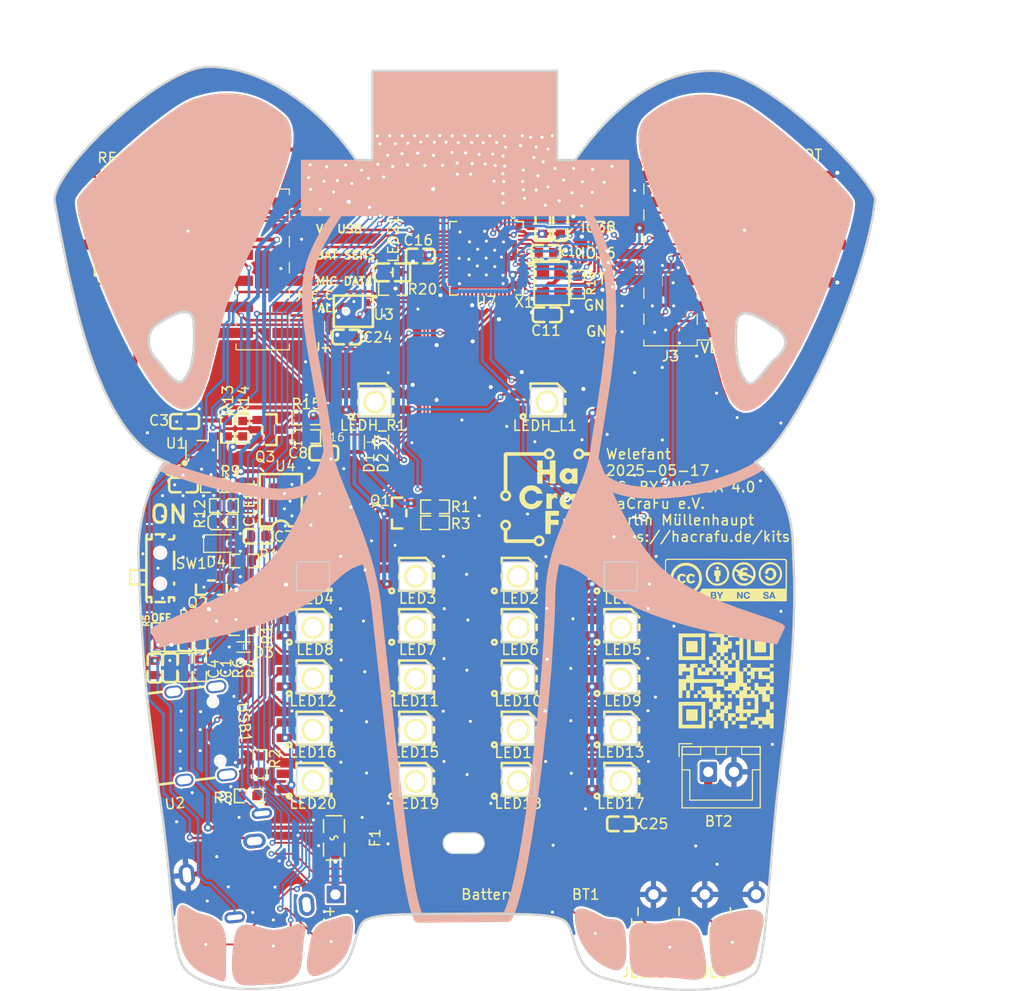
<source format=kicad_pcb>
(kicad_pcb (version 20241229) (generator "pcbnew") (generator_version "9.0")
  (title_block (title "Welefant") (date "2025-05-17"))
  (layers (0 "F.Cu" jumper) (2 "B.Cu" jumper) (13 "F.Paste" user) (15 "B.Paste" user) (5 "F.SilkS" user "F.Silkscreen") (7 "B.SilkS" user "B.Silkscreen") (1 "F.Mask" user) (3 "B.Mask" user) (25 "Edge.Cuts" user))
  (net 0 "")
  (net 1 "/VEXT")
  (net 2 "/V5")
  (net 3 "/RX")
  (net 4 "/TX")
  (net 5 "Net-(C2-Pad2)")
  (net 6 "Net-(C4-Pad2)")
  (net 7 "Net-(C5-Pad2)")
  (net 8 "/LED_HEAD")
  (net 9 "/LED_MATRIX")
  (net 10 "GND")
  (net 11 "Net-(C1-Pad2)")
  (net 12 "/BAT_SENS")
  (net 13 "/BAT_SENS_EN")
  (net 14 "/JACK_SENS")
  (net 15 "/LED")
  (net 16 "/TOUCH_T4")
  (net 17 "/IO36")
  (net 18 "/IO37")
  (net 19 "/IO38")
  (net 20 "/IO39")
  (net 21 "/IO40")
  (net 22 "/IO41")
  (net 23 "Net-(LED10-DOUT)")
  (net 24 "Net-(USB1-CC2)")
  (net 25 "Net-(USB1-CC1)")
  (net 26 "Net-(U4-~{CHRG})")
  (net 27 "Net-(U4-PROG)")
  (net 28 "/TOUCH_T5")
  (net 29 "/TOUCH_T6")
  (net 30 "/IO42")
  (net 31 "Net-(Q2-G)")
  (net 36 "/VEXT_EN")
  (net 39 "/V33")
  (net 40 "/VBAT")
  (net 41 "/USB_DP")
  (net 42 "Net-(LED1-DOUT)")
  (net 43 "/USB_DN")
  (net 44 "Net-(LED2-DOUT)")
  (net 45 "Net-(LED3-DOUT)")
  (net 46 "Net-(LED5-DOUT)")
  (net 47 "Net-(Q3-D)")
  (net 48 "/D1_LED")
  (net 49 "/D2_LED")
  (net 50 "/D3_LED")
  (net 51 "Net-(LED10-DIN)")
  (net 52 "Net-(LED11-DOUT)")
  (net 53 "Net-(LED6-DOUT)")
  (net 54 "Net-(LED13-DOUT)")
  (net 55 "Net-(LED14-DOUT)")
  (net 56 "Net-(LED15-DOUT)")
  (net 57 "Net-(LED7-DOUT)")
  (net 58 "Net-(Q3-G)")
  (net 59 "/AUDIO_PWM_L")
  (net 60 "/AUDIO_PWM_R")
  (net 61 "/MIC_CLK")
  (net 62 "/MIC_DATA")
  (net 63 "/IO35")
  (net 64 "Net-(CLED1-C)")
  (net 65 "/D4_LED")
  (net 66 "Net-(LED17-DOUT)")
  (net 67 "Net-(LED18-DOUT)")
  (net 68 "Net-(LED19-DOUT)")
  (net 70 "Net-(LEDH_L1-DOUT)")
  (net 73 "/TOUCH_EL")
  (net 74 "/TOUCH_ER")
  (net 75 "Net-(X1-OSC2)")
  (net 76 "/TOUCH_T1")
  (net 77 "/TOUCH_T2")
  (net 78 "/TOUCH_T3")
  (net 79 "/XTAL_N")
  (net 80 "Net-(Q1-G)")
  (net 81 "Net-(ANT1-FEED)")
  (net 82 "/VBUS")
  (net 83 "/RESET")
  (net 84 "/IO0")
  (net 85 "Net-(C17-Pad2)")
  (net 86 "/XTAL_P")
  (net 87 "Net-(U7-LNA_IN)")
  (net 93 "Net-(U1-EN)")
  (net 97 "Net-(BT1-+)")
  (net 105 "/GPIO33")
  (net 106 "/GPIO34")
  (net 110 "Net-(LED21-K)")
  (footprint "easyeda2kicad:C0603" (layer "F.Cu") (at 87.28 107.14)
    (property "Reference" "C25")
    (property "Value" "1u")
  )
  (footprint "hacrafu:SK6812MINI-E-handsolder" (layer "F.Cu") (at 67.2 98 180)
    (property "Reference" "LED15")
    (property "Value" "SK6812MINI-E" (hide yes))
    (fp_rect (start 1.6 1.4) (end -1.6 -1.4) (stroke (width 0.12)) (fill no) (layer "Edge.Cuts"))
  )
  (footprint "easyeda2kicad:OSC-SMD_4P-L3.2-W2.5-BL_SIT8008BI" (layer "F.Cu") (at 80.46 54.45 -90)
    (property "Reference" "X1")
    (property "Value" "40 MHz" (hide yes))
  )
  (footprint "easyeda2kicad:C0603" (layer "F.Cu") (at 79.59 48.89 -90)
    (property "Reference" "C21")
    (property "Value" "100n" (hide yes))
  )
  (footprint "easyeda2kicad:TSOT-23-5_L2.9-W1.6-P0.95-LS2.8-BL" (layer "F.Cu") (at 46.3725 70.65)
    (property "Reference" "U1")
    (property "Value" "RT9080-33GJ5" (hide yes))
  )
  (footprint "easyeda2kicad:R0603" (layer "F.Cu") (at 44.2 47.4 180)
    (property "Reference" "R19")
    (property "Value" "10K" (hide yes))
  )
  (footprint "hacrafu:SK6812MINI-E-handsolder" (layer "F.Cu") (at 67.2 103 180)
    (property "Reference" "LED19")
    (property "Value" "SK6812MINI-E" (hide yes))
    (fp_rect (start 1.6 1.4) (end -1.6 -1.4) (stroke (width 0.12)) (fill no) (layer "Edge.Cuts"))
  )
  (footprint "easyeda2kicad:R0603_NEW" (layer "F.Cu") (at 59.365 76.225)
    (property "Reference" "R17")
    (property "Value" "3K3" (hide yes))
  )
  (footprint "easyeda2kicad:C0603" (layer "F.Cu") (at 69.77 44.54 -90)
    (property "Reference" "C15")
    (property "Value" "100n" (hide yes))
  )
  (footprint "easyeda2kicad:C0603" (layer "F.Cu") (at 49.775 85.75 90)
    (property "Reference" "C9")
    (property "Value" "10u" (hide yes))
  )
  (footprint "easyeda2kicad:SW-SMD_4P-L5.1-W5.1-P3.70-LS6.5-TL-2" (layer "F.Cu") (at 38.5 45.5 180)
    (property "Reference" "SW2" (hide yes))
    (property "Value" "RESET")
  )
  (footprint "easyeda2kicad:F0805" (layer "F.Cu") (at 59.25 108.5 -90)
    (property "Reference" "F1")
    (property "Value" "Fuse")
  )
  (footprint "easyeda2kicad:R0603" (layer "F.Cu") (at 50.35 68.6 -90)
    (property "Reference" "R14")
    (property "Value" "1K" (hide yes))
  )
  (footprint "easyeda2kicad:R0603" (layer "F.Cu") (at 48.525 76.1)
    (property "Reference" "R12")
    (property "Value" "330" (hide yes))
  )
  (footprint "hacrafu:SK6812MINI-E-handsolder" (layer "F.Cu") (at 77.2 83 180)
    (property "Reference" "LED2")
    (property "Value" "SK6812MINI-E" (hide yes))
    (fp_rect (start 1.6 1.4) (end -1.6 -1.4) (stroke (width 0.12)) (fill no) (layer "Edge.Cuts"))
  )
  (footprint "easyeda2kicad:C0603" (layer "F.Cu") (at 43.275 91.925 -90)
    (property "Reference" "C1")
    (property "Value" "33n" (hide yes))
  )
  (footprint "easyeda2kicad:R0603" (layer "F.Cu") (at 43.4 88.925 90)
    (property "Reference" "R7")
    (property "Value" "150" (hide yes))
  )
  (footprint "easyeda2kicad:C0603" (layer "F.Cu") (at 79.91 51.41)
    (property "Reference" "C10")
    (property "Value" "15p")
  )
  (footprint "easyeda2kicad:C0603" (layer "F.Cu") (at 66.37 44.52 90)
    (property "Reference" "C12")
    (property "Value" "10u" (hide yes))
  )
  (footprint "easyeda2kicad:C0603" (layer "F.Cu") (at 44.03 43.2 90)
    (property "Reference" "C14")
    (property "Value" "1u" (hide yes))
  )
  (footprint "easyeda2kicad:R0603" (layer "F.Cu") (at 52.05 101.3 90)
    (property "Reference" "R2")
    (property "Value" "5.1K" (hide yes))
  )
  (footprint "hacrafu:SK6812MINI-E-handsolder" (layer "F.Cu") (at 67.2 83 180)
    (property "Reference" "LED3")
    (property "Value" "SK6812MINI-E" (hide yes))
    (fp_rect (start 1.6 1.4) (end -1.6 -1.4) (stroke (width 0.12)) (fill no) (layer "Edge.Cuts"))
  )
  (footprint "hacrafu:SK6812MINI-E-handsolder" (layer "F.Cu") (at 57.2 93 180)
    (property "Reference" "LED12")
    (property "Value" "SK6812MINI-E" (hide yes))
    (fp_rect (start 1.6 1.4) (end -1.6 -1.4) (stroke (width 0.12)) (fill no) (layer "Edge.Cuts"))
  )
  (footprint "easyeda2kicad:SOT-23_L2.9-W1.3-P1.90-LS2.4-BR" (layer "F.Cu") (at 65.6 76.83)
    (property "Reference" "Q1")
    (property "Value" "AO3401A" (hide yes))
  )
  (footprint "easyeda2kicad:C0603" (layer "F.Cu") (at 77.4 42.17 180)
    (property "Reference" "C18")
    (property "Value" "3p3")
  )
  (footprint "easyeda2kicad:C0603" (layer "F.Cu") (at 80.04 57.5)
    (property "Reference" "C11")
    (property "Value" "15p" (hide yes))
  )
  (footprint "easyeda2kicad:R0603" (layer "F.Cu") (at 83 54.53 -90)
    (property "Reference" "R18")
    (property "Value" "0" (hide yes))
  )
  (footprint "hacrafu:SK6812MINI-E-handsolder" (layer "F.Cu") (at 87.2 83 180)
    (property "Reference" "LED1")
    (property "Value" "SK6812MINI-E" (hide yes))
    (fp_rect (start 1.6 1.4) (end -1.6 -1.4) (stroke (width 0.12)) (fill no) (layer "Edge.Cuts"))
  )
  (footprint "easyeda2kicad:LED0603-R-RD_WHITE" (layer "F.Cu") (at 64.9 53.35)
    (property "Reference" "LED21")
    (property "Value" "white")
  )
  (footprint "easyeda2kicad:C0603" (layer "F.Cu") (at 41.8 91.925 90)
    (property "Reference" "C4")
    (property "Value" "10u" (hide yes))
  )
  (footprint "Connector_JST:JST_XH_B2B-XH-A_1x02_P2.50mm_Vertical" (layer "F.Cu") (at 95.73 102.065)
    (property "Reference" "BT2")
    (property "Value" "Conn_01x02")
  )
  (footprint "easyeda2kicad:C0402_NEW" (layer "F.Cu") (at 74.21 45.02 -90)
    (property "Reference" "C17")
    (property "Value" "100n")
  )
  (footprint "easyeda2kicad:R0603" (layer "F.Cu") (at 42.1 88.925 90)
    (property "Reference" "R5")
    (property "Value" "270" (hide yes))
  )
  (footprint "hacrafu:antenna" (layer "F.Cu") (at 71.9 37.07)
    (property "Reference" "ANT1" (hide yes))
    (property "Value" "ANTENNA" (hide yes))
  )
  (footprint "easyeda2kicad:SOD-523_L1.2-W0.8-LS1.6-BI" (layer "F.Cu") (at 64.07 69.89 -90)
    (property "Reference" "D2")
    (property "Value" "5V6" (hide yes))
  )
  (footprint "easyeda2kicad:LED0603-RD-YELLOW" (layer "F.Cu") (at 48.47 77.69)
    (property "Reference" "CLED1")
    (property "Value" "yellow")
  )
  (footprint "easyeda2kicad:C0603" (layer "F.Cu") (at 44.7 67.9)
    (property "Reference" "C3")
    (property "Value" "10u" (hide yes))
  )
  (footprint "easyeda2kicad:SOT-23_L2.9-W1.3-P1.90-LS2.4-BR" (layer "F.Cu") (at 47.3 84.1 90)
    (property "Reference" "Q2")
    (property "Value" "AO3401A" (hide yes))
  )
  (footprint "easyeda2kicad:R0603" (layer "F.Cu") (at 50.45 88.1)
    (property "Reference" "R11")
    (property "Value" "10K" (hide yes))
  )
  (footprint "easyeda2kicad:USB-C_SMD-TYPE-C-31-M-12" (layer "F.Cu") (at 46.594302 98.259783 -83)
    (property "Reference" "USB1")
    (property "Value" "USB-TYPE-C-018" (hide yes))
  )
  (footprint "easyeda2kicad:C0603" (layer "F.Cu") (at 67.66 51.76 180)
    (property "Reference" "C16")
    (property "Value" "100n" (hide yes))
  )
  (footprint "easyeda2kicad:QFN-56_L7.0-W7.0-P0.40-TL-EP4.0" (layer "F.Cu") (at 74.11 51.98 -90)
    (property "Reference" "U7")
    (property "Value" "ESP32-S3(FN8)" (hide yes))
  )
  (footprint "easyeda2kicad:R0603" (layer "F.Cu") (at 50.95 104.4)
    (property "Reference" "R8")
    (property "Value" "5.1K" (hide yes))
  )
  (footprint "easyeda2kicad:C0603" (layer "F.Cu") (at 68.06 44.55 -90)
    (property "Reference" "C13")
    (property "Value" "1u" (hide yes))
  )
  (footprint "easyeda2kicad:SOT-23_L2.9-W1.3-P1.90-LS2.4-BR" (layer "F.Cu") (at 52.95 68.7 180)
    (property "Reference" "Q3")
    (property "Value" "AO3401A" (hide yes))
  )
  (footprint "easyeda2kicad:SOD-523_L1.2-W0.8-LS1.6-BI" (layer "F.Cu") (at 50.43 89.89 180)
    (property "Reference" "D3")
    (property "Value" "5V6" (hide yes))
  )
  (footprint "hacrafu:SK6812MINI-E-handsolder" (layer "F.Cu") (at 57.2 103 180)
    (property "Reference" "LED20")
    (property "Value" "SK6812MINI-E" (hide yes))
    (fp_rect (start 1.6 1.4) (end -1.6 -1.4) (stroke (width 0.12)) (fill no) (layer "Edge.Cuts"))
  )
  (footprint "hacrafu:SK6812MINI-E-handsolder" (layer "F.Cu") (at 57.2 98 180)
    (property "Reference" "LED16")
    (property "Value" "SK6812MINI-E" (hide yes))
    (fp_rect (start 1.6 1.4) (end -1.6 -1.4) (stroke (width 0.12)) (fill no) (layer "Edge.Cuts"))
  )
  (footprint "easyeda2kicad:SW-SMD_4P-L5.1-W5.1-P3.70-LS6.5-TL-2" (layer "F.Cu") (at 105 52.5)
    (property "Reference" "SW5" (hide yes))
    (property "Value" "IO34" (hide yes))
  )
  (footprint "easyeda2kicad:R0603" (layer "F.Cu") (at 69.1 77.77)
    (property "Reference" "R3")
    (property "Value" "1K" (hide yes))
  )
  (footprint "easyeda2kicad:C0603" (layer "F.Cu") (at 60.49 59.66 180)
    (property "Reference" "C24")
    (property "Value" "100n")
  )
  (footprint "hacrafu:SK6812MINI-E-handsolder" (layer "F.Cu") (at 67.2 88 180)
    (property "Reference" "LED7")
    (property "Value" "SK6812MINI-E" (hide yes))
    (fp_rect (start 1.6 1.4) (end -1.6 -1.4) (stroke (width 0.12)) (fill no) (layer "Edge.Cuts"))
  )
  (footprint "hacrafu:SK6812MINI-E-handsolder" (layer "F.Cu") (at 57.2 88 180)
    (property "Reference" "LED8")
    (property "Value" "SK6812MINI-E" (hide yes))
    (fp_rect (start 1.6 1.4) (end -1.6 -1.4) (stroke (width 0.12)) (fill no) (layer "Edge.Cuts"))
  )
  (footprint "hacrafu:SK6812MINI-E-handsolder" (layer "F.Cu") (at 87.2 88 180)
    (property "Reference" "LED5")
    (property "Value" "SK6812MINI-E" (hide yes))
    (fp_rect (start 1.6 1.4) (end -1.6 -1.4) (stroke (width 0.12)) (fill no) (layer "Edge.Cuts"))
  )
  (footprint "hacrafu:PinHeader_2x07_P2.54mm_Vertical_SMD_handsolder" (layer "F.Cu") (at 92.05 50.3 180)
    (property "Reference" "J3")
    (property "Value" "Conn_02x7_Odd_Even")
  )
  (footprint "hacrafu:SK6812MINI-E-handsolder" (layer "F.Cu") (at 77.2 103 180)
    (property "Reference" "LED18")
    (property "Value" "SK6812MINI-E" (hide yes))
    (fp_rect (start 1.6 1.4) (end -1.6 -1.4) (stroke (width 0.12)) (fill no) (layer "Edge.Cuts"))
  )
  (footprint "easyeda2kicad:R0603" (layer "F.Cu") (at 69.1 76.22)
    (property "Reference" "R1")
    (property "Value" "10K" (hide yes))
  )
  (footprint "hacrafu:SK6812MINI-E-handsolder" (layer "F.Cu") (at 87.2 93 180)
    (property "Reference" "LED9")
    (property "Value" "SK6812MINI-E" (hide yes))
    (fp_rect (start 1.6 1.4) (end -1.6 -1.4) (stroke (width 0.12)) (fill no) (layer "Edge.Cuts"))
  )
  (footprint "hacrafu:SK6812MINI-E-handsolder" (layer "F.Cu") (at 77.2 88 180)
    (property "Reference" "LED6")
    (property "Value" "SK6812MINI-E" (hide yes))
    (fp_rect (start 1.6 1.4) (end -1.6 -1.4) (stroke (width 0.12)) (fill no) (layer "Edge.Cuts"))
  )
  (footprint "easyeda2kicad:L0603" (layer "F.Cu") (at 72.14 45.24)
    (property "Reference" "L1")
    (property "Value" "2n2" (hide yes))
  )
  (footprint "easyeda2kicad:C0603" (layer "F.Cu") (at 51.865 79.1)
    (property "Reference" "C7")
    (property "Value" "10u" (hide yes))
  )
  (footprint "hacrafu:SK6812MINI-E-handsolder" (layer "F.Cu") (at 80 66 180)
    (property "Reference" "LEDH_L1")
    (property "Value" "SK6812MINI-E" (hide yes))
    (fp_rect (start 1.6 1.4) (end -1.6 -1.4) (stroke (width 0.12)) (fill no) (layer "Edge.Cuts"))
  )
  (footprint "easyeda2kicad:R0603" (layer "F.Cu") (at 48.875 68.6 -90)
    (property "Reference" "R13")
    (property "Value" "10K" (hide yes))
  )
  (footprint "hacrafu:PinHeader_2x06_P2.54mm_Vertical_SMD_handsolder" (layer "F.Cu") (at 52.3 55.45)
    (property "Reference" "J2")
    (property "Value" "Conn_02x6_Odd_Even")
  )
  (footprint "easyeda2kicad:R0603" (layer "F.Cu") (at 46.15 91.85 -90)
    (property "Reference" "R4")
    (property "Value" "270" (hide yes))
  )
  (footprint "easyeda2kicad:R0603" (layer "F.Cu") (at 50.5 81.5)
    (property "Reference" "R10")
    (property "Value" "1K" (hide yes))
  )
  (footprint "easyeda2kicad:C0603" (layer "F.Cu") (at 58.25 70.975 180)
    (property "Reference" "C8")
    (property "Value" "10u" (hide yes))
  )
  (footprint "easyeda2kicad:R0603" (layer "F.Cu") (at 56.55 69.375 180)
    (property "Reference" "R16")
    (property "Value" "100K" (hide yes))
  )
  (footprint "hacrafu:SK6812MINI-E-handsolder" (layer "F.Cu") (at 63.225 66 180)
    (property "Reference" "LEDH_R1")
    (property "Value" "SK6812MINI-E" (hide yes))
    (fp_rect (start 1.6 1.4) (end -1.6 -1.4) (stroke (width 0.12)) (fill no) (layer "Edge.Cuts"))
  )
  (footprint "easyeda2kicad:C0603" (layer "F.Cu") (at 81.31 48.88 -90)
    (property "Reference" "C23")
    (property "Value" "100n" (hide yes))
  )
  (footprint "easyeda2kicad:R0603" (layer "F.Cu") (at 64.99 54.93 180)
    (property "Reference" "R20")
    (property "Value" "330" (hide yes))
  )
  (footprint "easyeda2kicad:L0603" (layer "F.Cu") (at 76.71 44.5 90)
    (property "Reference" "L2")
    (property "Value" "2n2" (hide yes))
  )
  (footprint "hacrafu:SK6812MINI-E-handsolder" (layer "F.Cu") (at 67.2 93 180)
    (property "Reference" "LED11")
    (property "Value" "SK6812MINI-E" (hide yes))
    (fp_rect (start 1.6 1.4) (end -1.6 -1.4) (stroke (width 0.12)) (fill no) (layer "Edge.Cuts"))
  )
  (footprint "easyeda2kicad:SW-SMD_4P-L5.1-W5.1-P3.70-LS6.5-TL-2" (layer "F.Cu") (at 105 45.5 180)
    (property "Reference" "SW3" (hide yes))
    (property "Value" "BOOT")
  )
  (footprint "easyeda2kicad:C0603" (layer "F.Cu") (at 46.2 88.85 -90)
    (property "Reference" "C5")
    (property "Value" "10u" (hide yes))
  )
  (footprint "Diode_SMD:D_SOD-323" (layer "F.Cu") (at 48.15 79.8)
    (property "Reference" "D4")
    (property "Value" "1N5819WS" (hide yes))
  )
  (footprint "easyeda2kicad:C0603" (layer "F.Cu") (at 77.4 46.85 180)
    (property "Reference" "C19")
    (property "Value" "3p3")
  )
  (footprint "hacrafu:SK6812MINI-E-handsolder" (layer "F.Cu") (at 77.2 93 180)
    (property "Reference" "LED10")
    (property "Value" "SK6812MINI-E" (hide yes))
    (fp_rect (start 1.6 1.4) (end -1.6 -1.4) (stroke (width 0.12)) (fill no) (layer "Edge.Cuts"))
  )
  (footprint "hacrafu:SK6812MINI-E-handsolder" (layer "F.Cu") (at 87.2 103 180)
    (property "Reference" "LED17")
    (property "Value" "SK6812MINI-E" (hide yes))
    (fp_rect (start 1.6 1.4) (end -1.6 -1.4) (stroke (width 0.12)) (fill no) (layer "Edge.Cuts"))
  )
  (footprint "easyeda2kicad:C0603" (layer "F.Cu") (at 44.6 74.1)
    (property "Reference" "C6")
    (property "Value" "1u" (hide yes))
  )
  (footprint "hacrafu:LiPo_Recycled_welefant" (layer "F.Cu") (at 59.3875 114.0175 90)
    (property "Reference" "BT1")
    (property "Value" "Battery" (hide yes))
    (fp_line (start 6 11.5) (end 6 13.5) (stroke (width 0.12)) (layer "Edge.Cuts"))
    (fp_line (start 4 11.5) (end 4 13.5) (stroke (width 0.12)) (layer "Edge.Cuts"))
    (fp_arc (start 4 11.5) (mid 5 10.5) (end 6 11.5) (stroke (width 0.12)) (layer "Edge.Cuts"))
    (fp_arc (start 6 13.5) (mid 5 14.5) (end 4 13.5) (stroke (width 0.12)) (layer "Edge.Cuts"))
  )
  (footprint "easyeda2kicad:SW-TH_K3-1296S-E1" (layer "F.Cu") (at 42.8 82.2)
    (property "Reference" "SW1")
    (property "Value" "ON-OFF")
  )
  (footprint "hacrafu:SK6812MINI-E-handsolder" (layer "F.Cu") (at 77.2 98 180)
    (property "Reference" "LED14")
    (property "Value" "SK6812MINI-E" (hide yes))
    (fp_rect (start 1.6 1.4) (end -1.6 -1.4) (stroke (width 0.12)) (fill no) (layer "Edge.Cuts"))
  )
  (footprint "easyeda2kicad:R0603" (layer "F.Cu") (at 44.75 91.9 -90)
    (property "Reference" "R6")
    (property "Value" "150" (hide yes))
  )
  (footprint "easyeda2kicad:SOD-523_L1.2-W0.8-LS1.6-BI" (layer "F.Cu") (at 62.72 69.91 -90)
    (property "Reference" "D1")
    (property "Value" "5V6" (hide yes))
  )
  (footprint "hacrafu:SK6812MINI-E-handsolder" (layer "F.Cu") (at 87.2 98 180)
    (property "Reference" "LED13")
    (property "Value" "SK6812MINI-E" (hide yes))
    (fp_rect (start 1.6 1.4) (end -1.6 -1.4) (stroke (width 0.12)) (fill no) (layer "Edge.Cuts"))
  )
  (footprint "easyeda2kicad:R0603" (layer "F.Cu") (at 56.54 67.55 180)
    (property "Reference" "R15")
    (property "Value" "390K" (hide yes))
  )
  (footprint "easyeda2kicad:ESOP-8_L4.9-W3.9-P1.27-LS6.0-BL-EP" (layer "F.Cu") (at 54.065 75.575 90)
    (property "Reference" "U4")
    (property "Value" "TP4056" (hide yes))
  )
  (footprint "easyeda2kicad:R0603" (layer "F.Cu") (at 47.65 74.15 180)
    (property "Reference" "R9")
    (property "Value" "100K" (hide yes))
  )
  (footprint "easyeda2kicad:SOT-23-3_L2.9-W1.6-P1.90-LS2.8-BR" (layer "F.Cu") (at 47.17 43.8 90)
    (property "Reference" "U8")
    (property "Value" "Reset 2.8V")
  )
  (footprint "hacrafu:MIC-SMD_SD18OB261-060" (layer "F.Cu") (at 61.22 57.15 -90)
    (property "Reference" "U3")
    (property "Value" "SD18OB261-060" (hide yes))
  )
  (footprint "hacrafu:SK6812MINI-E-handsolder" (layer "F.Cu") (at 57.2 83 180)
    (property "Reference" "LED4")
    (property "Value" "SK6812MINI-E" (hide yes))
    (fp_rect (start 1.6 1.4) (end -1.6 -1.4) (stroke (width 0.12)) (fill no) (layer "Edge.Cuts"))
  )
  (footprint "easyeda2kicad:AUDIO-TH_PJ-32400" (layer "F.Cu") (at 50.5 111.225187 6)
    (property "Reference" "U2")
    (property "Value" "Audio Jack PJ-324" (hide yes))
  )
  (footprint "easyeda2kicad:SW-SMD_4P-L5.1-W5.1-P3.70-LS6.5-TL-2" (layer "F.Cu") (at 38.5 52.5)
    (property "Reference" "SW4" (hide yes))
    (property "Value" "GPIO33" (hide yes))
  )
  (footprint "easyeda2kicad:C0603" (layer "F.Cu") (at 44.8 88.875 90)
    (property "Reference" "C2")
    (property "Value" "33n" (hide yes))
  )
  (footprint "hacrafu:welefant" (layer "B.Cu") (at 71.98322 78.095224 180)
    (property "Reference" "U5" (hide yes))
    (property "Value" "welefant" (hide yes))
  )
  (gr_line (start 102.363459 81.898127) (end 102.404472 81.927245) (stroke (width 0.1)) (layer "F.SilkS"))
  (gr_line (start 94.917176 83.216061) (end 94.917176 83.217693) (stroke (width 0.1)) (layer "F.SilkS"))
  (gr_line (start 98.380007 82.217048) (end 98.407411 82.178459) (stroke (width 0.1)) (layer "F.SilkS"))
  (gr_line (start 97.213314 81.910731) (end 97.254903 81.940302) (stroke (width 0.1)) (layer "F.SilkS"))
  (gr_line (start 102.778331 83.07714) (end 102.761931 83.125727) (stroke (width 0.1)) (layer "F.SilkS"))
  (gr_line (start 91.584869 81.46355) (end 91.590051 81.451372) (stroke (width 0.1)) (layer "F.SilkS"))
  (gr_line (start 102.405735 83.604288) (end 102.364761 83.633466) (stroke (width 0.1)) (layer "F.SilkS"))
  (gr_line (start 99.144897 81.78405) (end 99.195523 81.78273) (stroke (width 0.1)) (layer "F.SilkS"))
  (gr_line (start 98.331433 83.237443) (end 98.309677 83.195045) (stroke (width 0.1)) (layer "F.SilkS"))
  (gr_poly (pts (xy 96.538333 90.788751) (xy 96.167916 90.788751) (xy 96.167916 90.418334) (xy 96.538333 90.418334)) (fill yes) (layer "F.SilkS"))
  (gr_line (start 98.997263 81.802869) (end 99.045705 81.794181) (stroke (width 0.1)) (layer "F.SilkS"))
  (gr_line (start 93.299725 84.537991) (end 93.234558 84.522994) (stroke (width 0.1)) (layer "F.SilkS"))
  (gr_line (start 98.501002 83.464011) (end 98.468403 83.429871) (stroke (width 0.1)) (layer "F.SilkS"))
  (gr_line (start 101.236729 81.871767) (end 101.280494 81.846561) (stroke (width 0.1)) (layer "F.SilkS"))
  (gr_line (start 95.770194 82.155635) (end 95.801685 82.115567) (stroke (width 0.1)) (layer "F.SilkS"))
  (gr_line (start 99.706984 83.608877) (end 99.665797 83.632593) (stroke (width 0.1)) (layer "F.SilkS"))
  (gr_line (start 102.823768 82.820026) (end 102.819775 82.87312) (stroke (width 0.1)) (layer "F.SilkS"))
  (gr_line (start 102.825083 82.76465) (end 102.825083 82.766232) (stroke (width 0.1)) (layer "F.SilkS"))
  (gr_line (start 96.674814 81.730969) (end 96.728685 81.735065) (stroke (width 0.1)) (layer "F.SilkS"))
  (gr_line (start 97.633307 82.474834) (end 97.647601 82.525166) (stroke (width 0.1)) (layer "F.SilkS"))
  (gr_line (start 99.247501 83.750356) (end 99.196866 83.751676) (stroke (width 0.1)) (layer "F.SilkS"))
  (gr_line (start 95.835026 82.077082) (end 95.870149 82.040246) (stroke (width 0.1)) (layer "F.SilkS"))
  (gr_line (start 97.438769 82.115567) (end 97.47026 82.155635) (stroke (width 0.1)) (layer "F.SilkS"))
  (gr_line (start 95.906989 82.005126) (end 95.945479 81.97179) (stroke (width 0.1)) (layer "F.SilkS"))
  (gr_line (start 102.322357 83.660691) (end 102.278588 83.685897) (stroke (width 0.1)) (layer "F.SilkS"))
  (gr_poly (pts (xy 94.68625 97.085834) (xy 93.575 97.085834) (xy 93.575 95.974584) (xy 94.68625 95.974584)) (fill yes) (layer "F.SilkS"))
  (gr_line (start 91.561215 81.649551) (end 91.56146 81.61872) (stroke (width 0.1)) (layer "F.SilkS"))
  (gr_line (start 96.984956 81.793949) (end 97.033127 81.81294) (stroke (width 0.1)) (layer "F.SilkS"))
  (gr_line (start 92.283814 82.817193) (end 92.30495 82.754608) (stroke (width 0.1)) (layer "F.SilkS"))
  (gr_line (start 96.304786 83.803205) (end 96.255499 83.786529) (stroke (width 0.1)) (layer "F.SilkS"))
  (gr_line (start 92.491602 84.02489) (end 92.454019 83.972113) (stroke (width 0.1)) (layer "F.SilkS"))
  (gr_line (start 103.284426 81.417093) (end 103.292353 81.428999) (stroke (width 0.1)) (layer "F.SilkS"))
  (gr_line (start 98.813866 83.674615) (end 98.770273 83.654944) (stroke (width 0.1)) (layer "F.SilkS"))
  (gr_line (start 100.780735 82.455318) (end 100.797142 82.406731) (stroke (width 0.1)) (layer "F.SilkS"))
  (gr_line (start 92.531616 84.07574) (end 92.491602 84.02489) (stroke (width 0.1)) (layer "F.SilkS"))
  (gr_line (start 96.458682 83.838668) (end 96.406445 83.829341) (stroke (width 0.1)) (layer "F.SilkS"))
  (gr_line (start 99.441415 81.813544) (end 99.48811 81.82677) (stroke (width 0.1)) (layer "F.SilkS"))
  (gr_line (start 97.659446 82.576481) (end 97.668775 82.628712) (stroke (width 0.1)) (layer "F.SilkS"))
  (gr_line (start 98.570911 83.527453) (end 98.535192 83.496559) (stroke (width 0.1)) (layer "F.SilkS"))
  (gr_line (start 96.984956 83.786529) (end 96.935668 83.803205) (stroke (width 0.1)) (layer "F.SilkS"))
  (gr_line (start 98.289944 83.151486) (end 98.272298 83.106829) (stroke (width 0.1)) (layer "F.SilkS"))
  (gr_line (start 100.816419 83.174593) (end 100.797662 83.127129) (stroke (width 0.1)) (layer "F.SilkS"))
  (gr_line (start 103.312616 81.472988) (end 103.318124 81.490641) (stroke (width 0.1)) (layer "F.SilkS"))
  (gr_line (start 97.499835 83.383259) (end 97.47026 83.424843) (stroke (width 0.1)) (layer "F.SilkS"))
  (gr_poly (pts (xy 96.627225 82.027418) (xy 96.635363 82.028037) (xy 96.643382 82.029056) (xy 96.651273 82.030465) (xy 96.659026 82.032254) (xy 96.66663 82.034413) (xy 96.674075 82.036932) (xy 96.681351 82.0398) (xy 96.688449 82.043009) (xy 96.695358 82.046547) (xy 96.702069 82.050405) (xy 96.70857 82.054572) (xy 96.714852 82.059039) (xy 96.720905 82.063795) (xy 96.726719 82.068831) (xy 96.732284 82.074136) (xy 96.73759 82.0797) (xy 96.742626 82.085513) (xy 96.747383 82.091566) (xy 96.75185 82.097847) (xy 96.756018 82.104348) (xy 96.759876 82.111057) (xy 96.763415 82.117965) (xy 96.766624 82.125062) (xy 96.769493 82.132338) (xy 96.772012 82.139782) (xy 96.774171 82.147385) (xy 96.77596 82.155136) (xy 96.777369 82.163026) (xy 96.778388 82.171044) (xy 96.779007 82.179181) (xy 96.779216 82.187425) (xy 96.779007 82.19567) (xy 96.778388 82.203807) (xy 96.777369 82.211825) (xy 96.77596 82.219714) (xy 96.774171 82.227466) (xy 96.772012 82.235069) (xy 96.769493 82.242513) (xy 96.766624 82.249789) (xy 96.763415 82.256886) (xy 96.759876 82.263794) (xy 96.756018 82.270503) (xy 96.75185 82.277004) (xy 96.747383 82.283285) (xy 96.742626 82.289338) (xy 96.73759 82.295151) (xy 96.732284 82.300715) (xy 96.726719 82.30602) (xy 96.720905 82.311056) (xy 96.714852 82.315812) (xy 96.70857 82.320279) (xy 96.702069 82.324447) (xy 96.695358 82.328304) (xy 96.688449 82.331842) (xy 96.681351 82.335051) (xy 96.674075 82.33792) (xy 96.66663 82.340439) (xy 96.659026 82.342598) (xy 96.651273 82.344387) (xy 96.643382 82.345796) (xy 96.635363 82.346814) (xy 96.627225 82.347433) (xy 96.618979 82.347642) (xy 96.610734 82.347433) (xy 96.602596 82.346814) (xy 96.594577 82.345796) (xy 96.586686 82.344387) (xy 96.578934 82.342598) (xy 96.57133 82.340439) (xy 96.563885 82.33792) (xy 96.556609 82.335051) (xy 96.549511 82.331842) (xy 96.542602 82.328304) (xy 96.535892 82.324447) (xy 96.529391 82.320279) (xy 96.523108 82.315812) (xy 96.517055 82.311056) (xy 96.511241 82.30602) (xy 96.505677 82.300715) (xy 96.500371 82.295151) (xy 96.495335 82.289338) (xy 96.490578 82.283285) (xy 96.486111 82.277004) (xy 96.481943 82.270503) (xy 96.478085 82.263794) (xy 96.474546 82.256886) (xy 96.471337 82.249789) (xy 96.468468 82.242513) (xy 96.465949 82.235069) (xy 96.46379 82.227466) (xy 96.462001 82.219714) (xy 96.460592 82.211825) (xy 96.459573 82.203807) (xy 96.458954 82.19567) (xy 96.458746 82.187425) (xy 96.458954 82.179181) (xy 96.459573 82.171044) (xy 96.460592 82.163026) (xy 96.462001 82.155136) (xy 96.46379 82.147385) (xy 96.465949 82.139782) (xy 96.468468 82.132338) (xy 96.471337 82.125062) (xy 96.474546 82.117965) (xy 96.478085 82.111057) (xy 96.481943 82.104348) (xy 96.486111 82.097847) (xy 96.490578 82.091566) (xy 96.495335 82.085513) (xy 96.500371 82.0797) (xy 96.505677 82.074136) (xy 96.511241 82.068831) (xy 96.517055 82.063795) (xy 96.523108 82.059039) (xy 96.529391 82.054572) (xy 96.535892 82.050405) (xy 96.542602 82.046547) (xy 96.549511 82.043009) (xy 96.556609 82.0398) (xy 96.563885 82.036932) (xy 96.57133 82.034413) (xy 96.578934 82.032254) (xy 96.586686 82.030465) (xy 96.594577 82.029056) (xy 96.602596 82.028037) (xy 96.610734 82.027418) (xy 96.618979 82.02721)) (fill yes) (layer "F.SilkS"))
  (gr_line (start 91.660141 81.371708) (end 91.673126 81.364355) (stroke (width 0.1)) (layer "F.SilkS"))
  (gr_line (start 95.945479 81.97179) (end 95.985551 81.940302) (stroke (width 0.1)) (layer "F.SilkS"))
  (gr_line (start 101.518943 83.779692) (end 101.469317 83.765637) (stroke (width 0.1)) (layer "F.SilkS"))
  (gr_line (start 98.437456 83.3942) (end 98.408224 83.35706) (stroke (width 0.1)) (layer "F.SilkS"))
  (gr_line (start 101.990989 83.791054) (end 101.939505 83.800287) (stroke (width 0.1)) (layer "F.SilkS"))
  (gr_poly (pts (xy 96.538333 92.640834) (xy 96.167916 92.640834) (xy 96.167916 92.270417) (xy 96.538333 92.270417)) (fill yes) (layer "F.SilkS"))
  (gr_line (start 93.234558 84.522994) (end 93.170637 84.504886) (stroke (width 0.1)) (layer "F.SilkS"))
  (gr_line (start 103.275951 81.40645) (end 103.284426 81.417093) (stroke (width 0.1)) (layer "F.SilkS"))
  (gr_line (start 98.686622 83.60959) (end 98.646688 83.58403) (stroke (width 0.1)) (layer "F.SilkS"))
  (gr_line (start 101.281803 83.686587) (end 101.238 83.661445) (stroke (width 0.1)) (layer "F.SilkS"))
  (gr_poly (pts (xy 97.649583 93.01125) (xy 97.279166 93.01125) (xy 97.279166 92.640834) (xy 97.649583 92.640834)) (fill yes) (layer "F.SilkS"))
  (gr_line (start 102.041568 83.779343) (end 101.990989 83.791054) (stroke (width 0.1)) (layer "F.SilkS"))
  (gr_line (start 97.552968 82.28467) (end 97.576394 82.330403) (stroke (width 0.1)) (layer "F.SilkS"))
  (gr_line (start 95.564934 82.681793) (end 95.57168 82.628712) (stroke (width 0.1)) (layer "F.SilkS"))
  (gr_line (start 91.819552 81.331623) (end 91.843818 81.331179) (stroke (width 0.1)) (layer "F.SilkS"))
  (gr_line (start 97.552968 83.295808) (end 97.527426 83.340225) (stroke (width 0.1)) (layer "F.SilkS"))
  (gr_line (start 102.803671 82.553993) (end 102.812906 82.605464) (stroke (width 0.1)) (layer "F.SilkS"))
  (gr_line (start 92.763865 82.138236) (end 92.816649 82.100659) (stroke (width 0.1)) (layer "F.SilkS"))
  (gr_line (start 100.103029 83.150205) (end 100.083361 83.193795) (stroke (width 0.1)) (layer "F.SilkS"))
  (gr_line (start 99.345356 81.79397) (end 99.39381 81.802591) (stroke (width 0.1)) (layer "F.SilkS"))
  (gr_line (start 97.47026 82.155635) (end 97.499835 82.197219) (stroke (width 0.1)) (layer "F.SilkS"))
  (gr_line (start 98.436593 82.141275) (end 98.467491 82.105559) (stroke (width 0.1)) (layer "F.SilkS"))
  (gr_line (start 97.033127 83.767538) (end 96.984956 83.786529) (stroke (width 0.1)) (layer "F.SilkS"))
  (gr_line (start 93.971625 84.504384) (end 93.907723 84.52257) (stroke (width 0.1)) (layer "F.SilkS"))
  (gr_poly (pts (xy 96.167916 91.159167) (xy 96.538333 91.159167) (xy 96.538333 91.9) (xy 96.167916 91.9) (xy 96.167916 91.529584) (xy 95.7975 91.529584) (xy 95.7975 90.788751) (xy 96.167916 90.788751)) (fill yes) (layer "F.SilkS"))
  (gr_line (start 92.987198 84.432743) (end 92.929109 84.403038) (stroke (width 0.1)) (layer "F.SilkS"))
  (gr_line (start 92.385671 82.575688) (end 92.418067 82.519275) (stroke (width 0.1)) (layer "F.SilkS"))
  (gr_line (start 103.330588 81.553552) (end 103.333316 81.578071) (stroke (width 0.1)) (layer "F.SilkS"))
  (gr_line (start 96.458682 81.74181) (end 96.51177 81.735065) (stroke (width 0.1)) (layer "F.SilkS"))
  (gr_line (start 97.576394 83.250075) (end 97.552968 83.295808) (stroke (width 0.1)) (layer "F.SilkS"))
  (gr_line (start 100.836739 82.312917) (end 100.859799 82.267823) (stroke (width 0.1)) (layer "F.SilkS"))
  (gr_line (start 91.687192 81.357666) (end 91.702383 81.351669) (stroke (width 0.1)) (layer "F.SilkS"))
  (gr_line (start 95.74062 82.197219) (end 95.770194 82.155635) (stroke (width 0.1)) (layer "F.SilkS"))
  (gr_poly (pts (xy 101.353749 90.418334) (xy 100.242499 90.418334) (xy 100.242499 89.307084) (xy 101.353749 89.307084)) (fill yes) (layer "F.SilkS"))
  (gr_line (start 96.728685 83.845413) (end 96.674814 83.849509) (stroke (width 0.1)) (layer "F.SilkS"))
  (gr_poly (pts (xy 96.286738 84.884004) (xy 96.292367 84.884258) (xy 96.297854 84.884681) (xy 96.303198 84.885273) (xy 96.308401 84.886034) (xy 96.313461 84.886963) (xy 96.318378 84.88806) (xy 96.323153 84.889325) (xy 96.327786 84.890756) (xy 96.332275 84.892356) (xy 96.336622 84.894121) (xy 96.340826 84.896054) (xy 96.344886 84.898152) (xy 96.348804 84.900417) (xy 96.352578 84.902847) (xy 96.356209 84.905442) (xy 96.359655 84.908249) (xy 96.362878 84.911279) (xy 96.365877 84.914532) (xy 96.368652 84.918009) (xy 96.371205 84.921709) (xy 96.373534 84.925634) (xy 96.37564 84.929782) (xy 96.377524 84.934155) (xy 96.379185 84.938753) (xy 96.380625 84.943575) (xy 96.381842 84.948623) (xy 96.382837 84.953896) (xy 96.383611 84.959394) (xy 96.384163 84.965119) (xy 96.384495 84.971069) (xy 96.384605 84.977246) (xy 96.384571 84.980411) (xy 96.384468 84.983507) (xy 96.384297 84.986535) (xy 96.384058 84.989492) (xy 96.38375 84.99238) (xy 96.383375 84.995197) (xy 96.382932 84.997943) (xy 96.382421 85.000618) (xy 96.381843 85.003221) (xy 96.381198 85.005751) (xy 96.380486 85.008209) (xy 96.379707 85.010593) (xy 96.37886 85.012904) (xy 96.377948 85.01514) (xy 96.376969 85.017302) (xy 96.375923 85.019389) (xy 96.374805 85.021427) (xy 96.373643 85.023409) (xy 96.372436 85.025335) (xy 96.371186 85.027205) (xy 96.36989 85.02902) (xy 96.368549 85.030781) (xy 96.367163 85.032486) (xy 96.365731 85.034137) (xy 96.364253 85.035734) (xy 96.362728 85.037278) (xy 96.361157 85.038768) (xy 96.359539 85.040206) (xy 96.357874 85.041591) (xy 96.356161 85.042923) (xy 96.3544 85.044204) (xy 96.352591 85.045433) (xy 96.350721 85.0466) (xy 96.348814 85.047726) (xy 96.346871 85.048813) (xy 96.344891 85.049859) (xy 96.342875 85.050865) (xy 96.340823 85.05183) (xy 96.338736 85.052754) (xy 96.336613 85.053637) (xy 96.334456 85.054478) (xy 96.332265 85.055277) (xy 96.330039 85.056034) (xy 96.327779 85.056749) (xy 96.325486 85.057421) (xy 96.323159 85.05805) (xy 96.3208 85.058637) (xy 96.318408 85.059179) (xy 96.313564 85.060155) (xy 96.308668 85.061001) (xy 96.303716 85.061716) (xy 96.298708 85.062301) (xy 96.293641 85.062755) (xy 96.288514 85.063079) (xy 96.283326 85.063274) (xy 96.278074 85.063339) (xy 96.123975 85.063339) (xy 96.123975 84.883919) (xy 96.280968 84.883919)) (fill yes) (layer "F.SilkS"))
  (gr_line (start 102.481951 81.991084) (end 102.518287 82.025673) (stroke (width 0.1)) (layer "F.SilkS"))
  (gr_line (start 99.246151 81.783978) (end 99.296116 81.787746) (stroke (width 0.1)) (layer "F.SilkS"))
  (gr_line (start 94.375569 82.137271) (end 94.426473 82.177219) (stroke (width 0.1)) (layer "F.SilkS"))
  (gr_line (start 103.098329 81.350727) (end 103.126115 81.351139) (stroke (width 0.1)) (layer "F.SilkS"))
  (gr_line (start 91.567882 81.530031) (end 91.573064 81.502422) (stroke (width 0.1)) (layer "F.SilkS"))
  (gr_line (start 99.094937 81.787888) (end 99.144897 81.78405) (stroke (width 0.1)) (layer "F.SilkS"))
  (gr_line (start 93.431839 81.877245) (end 93.500231 81.872001) (stroke (width 0.1)) (layer "F.SilkS"))
  (gr_line (start 93.501857 84.563471) (end 93.433459 84.558314) (stroke (width 0.1)) (layer "F.SilkS"))
  (gr_line (start 96.51177 83.845413) (end 96.458682 83.838668) (stroke (width 0.1)) (layer "F.SilkS"))
  (gr_line (start 92.251064 83.490697) (end 92.239177 83.424389) (stroke (width 0.1)) (layer "F.SilkS"))
  (gr_line (start 94.889669 82.944686) (end 94.901549 83.010993) (stroke (width 0.1)) (layer "F.SilkS"))
  (gr_line (start 95.687486 83.295808) (end 95.664061 83.250075) (stroke (width 0.1)) (layer "F.SilkS"))
  (gr_line (start 98.330782 82.298194) (end 98.354443 82.25698) (stroke (width 0.1)) (layer "F.SilkS"))
  (gr_line (start 102.825083 82.766229) (end 102.823768 82.820026) (stroke (width 0.1)) (layer "F.SilkS"))
  (gr_line (start 95.559457 82.790239) (end 95.560838 82.735658) (stroke (width 0.1)) (layer "F.SilkS"))
  (gr_line (start 92.305547 83.682293) (end 92.284333 83.619734) (stroke (width 0.1)) (layer "F.SilkS"))
  (gr_line (start 97.170275 81.883142) (end 97.213314 81.910731) (stroke (width 0.1)) (layer "F.SilkS"))
  (gr_line (start 102.819597 82.657775) (end 102.823678 82.710859) (stroke (width 0.1)) (layer "F.SilkS"))
  (gr_line (start 101.469317 83.765637) (end 101.420724 83.749233) (stroke (width 0.1)) (layer "F.SilkS"))
  (gr_line (start 100.160208 82.965506) (end 100.149261 83.013108) (stroke (width 0.1)) (layer "F.SilkS"))
  (gr_line (start 100.755036 82.555526) (end 100.766678 82.504939) (stroke (width 0.1)) (layer "F.SilkS"))
  (gr_line (start 92.818025 84.335649) (end 92.765198 84.298134) (stroke (width 0.1)) (layer "F.SilkS"))
  (gr_line (start 101.724946 81.721407) (end 101.778743 81.720006) (stroke (width 0.1)) (layer "F.SilkS"))
  (gr_line (start 99.892415 83.463039) (end 99.858268 83.495635) (stroke (width 0.1)) (layer "F.SilkS"))
  (gr_line (start 99.533833 81.842206) (end 99.578521 81.85979) (stroke (width 0.1)) (layer "F.SilkS"))
  (gr_line (start 97.254903 83.640176) (end 97.213314 83.669747) (stroke (width 0.1)) (layer "F.SilkS"))
  (gr_line (start 98.25639 82.47463) (end 98.271826 82.428907) (stroke (width 0.1)) (layer "F.SilkS"))
  (gr_line (start 98.256799 83.061136) (end 98.243509 83.014467) (stroke (width 0.1)) (layer "F.SilkS"))
  (gr_line (start 95.664061 82.330403) (end 95.687486 82.28467) (stroke (width 0.1)) (layer "F.SilkS"))
  (gr_line (start 95.801685 83.464911) (end 95.770194 83.424843) (stroke (width 0.1)) (layer "F.SilkS"))
  (gr_line (start 101.238 83.661445) (end 101.19556 83.634283) (stroke (width 0.1)) (layer "F.SilkS"))
  (gr_line (start 98.212363 82.767226) (end 98.213608 82.716595) (stroke (width 0.1)) (layer "F.SilkS"))
  (gr_line (start 91.648195 81.3797) (end 91.660141 81.371708) (stroke (width 0.1)) (layer "F.SilkS"))
  (gr_line (start 100.972249 82.101059) (end 101.005085 82.063101) (stroke (width 0.1)) (layer "F.SilkS"))
  (gr_line (start 95.564934 82.898684) (end 95.560838 82.84482) (stroke (width 0.1)) (layer "F.SilkS"))
  (gr_poly (pts (xy 83.128178 70.5405) (xy 83.149644 70.541846) (xy 83.170874 70.544068) (xy 83.19185 70.547146) (xy 83.212555 70.551063) (xy 83.232968 70.555801) (xy 83.253074 70.561341) (xy 83.272853 70.567665) (xy 83.292288 70.574756) (xy 83.31136 70.582595) (xy 83.330051 70.591164) (xy 83.348343 70.600444) (xy 83.366218 70.610418) (xy 83.383658 70.621068) (xy 83.400644 70.632374) (xy 83.417159 70.64432) (xy 83.433184 70.656887) (xy 83.448702 70.670056) (xy 83.463694 70.68381) (xy 83.478142 70.698131) (xy 83.492027 70.712999) (xy 83.505333 70.728398) (xy 83.51804 70.744309) (xy 83.53013 70.760714) (xy 83.541586 70.777594) (xy 83.552389 70.794932) (xy 83.562521 70.812709) (xy 83.571965 70.830908) (xy 83.580701 70.849509) (xy 83.588712 70.868495) (xy 83.595979 70.887848) (xy 83.602485 70.90755) (xy 84.467879 70.90755) (xy 84.625637 71.066217) (xy 84.625637 73.942093) (xy 84.563894 73.942093) (xy 84.586144 73.946856) (xy 84.60804 73.952566) (xy 84.629559 73.959199) (xy 84.650678 73.966732) (xy 84.671373 73.975144) (xy 84.691622 73.98441) (xy 84.711401 73.994508) (xy 84.730688 74.005415) (xy 84.749459 74.017109) (xy 84.767691 74.029566) (xy 84.785361 74.042765) (xy 84.802446 74.056681) (xy 84.834768 74.086576) (xy 84.864473 74.11907) (xy 84.878286 74.136234) (xy 84.891376 74.153979) (xy 84.903718 74.172282) (xy 84.915291 74.191121) (xy 84.92607 74.210473) (xy 84.936034 74.230314) (xy 84.945158 74.250623) (xy 84.95342 74.271375) (xy 84.960796 74.292549) (xy 84.967264 74.314122) (xy 84.9728 74.336071) (xy 84.977382 74.358372) (xy 84.980985 74.381004) (xy 84.983588 74.403943) (xy 84.985166 74.427166) (xy 84.985698 74.450651) (xy 84.985018 74.477209) (xy 84.983002 74.503433) (xy 84.979683 74.529291) (xy 84.975095 74.55475) (xy 84.96927 74.579774) (xy 84.962242 74.604332) (xy 84.954046 74.62839) (xy 84.944713 74.651914) (xy 84.934278 74.674871) (xy 84.922774 74.697227) (xy 84.910235 74.718949) (xy 84.896693 74.740003) (xy 84.882183 74.760357) (xy 84.866738 74.779976) (xy 84.850391 74.798827) (xy 84.833176 74.816877) (xy 84.815126 74.834092) (xy 84.796275 74.850439) (xy 84.776656 74.865884) (xy 84.756302 74.880395) (xy 84.735248 74.893936) (xy 84.713526 74.906476) (xy 84.69117 74.91798) (xy 84.668213 74.928415) (xy 84.644689 74.937747) (xy 84.620631 74.945944) (xy 84.596073 74.952972) (xy 84.571048 74.958797) (xy 84.54559 74.963385) (xy 84.519732 74.966704) (xy 84.493507 74.96872) (xy 84.466949 74.9694) (xy 84.440395 74.96872) (xy 84.414178 74.966704) (xy 84.388332 74.963385) (xy 84.362891 74.958797) (xy 84.337887 74.952972) (xy 84.313354 74.945944) (xy 84.289325 74.937747) (xy 84.265832 74.928415) (xy 84.242909 74.91798) (xy 84.22059 74.906476) (xy 84.198906 74.893936) (xy 84.177892 74.880395) (xy 84.15758 74.865884) (xy 84.138003 74.850439) (xy 84.119195 74.834092) (xy 84.101189 74.816877) (xy 84.084017 74.798827) (xy 84.067713 74.779976) (xy 84.05231 74.760357) (xy 84.037842 74.740003) (xy 84.02434 74.718949) (xy 84.011839 74.697227) (xy 84.000372 74.674871) (xy 83.989971 74.651914) (xy 83.980669 74.62839) (xy 83.972501 74.604332) (xy 83.965498 74.579774) (xy 83.959694 74.55475) (xy 83.955122 74.529291) (xy 83.951816 74.503433) (xy 83.949808 74.477209) (xy 83.949131 74.450651) (xy 84.169974 74.450651) (xy 84.170356 74.46607) (xy 84.171491 74.481276) (xy 84.17336 74.496252) (xy 84.175946 74.510978) (xy 84.17923 74.525437) (xy 84.183196 74.539612) (xy 84.187825 74.553482) (xy 84.193099 74.567031) (xy 84.199001 74.580241) (xy 84.205512 74.593092) (xy 84.212616 74.605568) (xy 84.220293 74.617649) (xy 84.228527 74.629318) (xy 84.237299 74.640557) (xy 84.246592 74.651346) (xy 84.256387 74.661669) (xy 84.266668 74.671507) (xy 84.277416 74.680842) (xy 84.288613 74.689656) (xy 84.300241 74.69793) (xy 84.312283 74.705647) (xy 84.324721 74.712787) (xy 84.337537 74.719334) (xy 84.350713 74.725269) (xy 84.364232 74.730574) (xy 84.378075 74.73523) (xy 84.392224 74.73922) (xy 84.406663 74.742525) (xy 84.421372 74.745127) (xy 84.436335 74.747008) (xy 84.451533 74.74815) (xy 84.466949 74.748535) (xy 84.482368 74.74815) (xy 84.497574 74.747008) (xy 84.51255 74.745127) (xy 84.527276 74.742525) (xy 84.541736 74.73922) (xy 84.55591 74.73523) (xy 84.569781 74.730574) (xy 84.58333 74.725269) (xy 84.59654 74.719334) (xy 84.609392 74.712787) (xy 84.621867 74.705647) (xy 84.633949 74.69793) (xy 84.645618 74.689656) (xy 84.656857 74.680842) (xy 84.667647 74.671507) (xy 84.67797 74.661669) (xy 84.687808 74.651346) (xy 84.697143 74.640557) (xy 84.705956 74.629318) (xy 84.714231 74.617649) (xy 84.721947 74.605568) (xy 84.729088 74.593092) (xy 84.735635 74.580241) (xy 84.741569 74.567031) (xy 84.746874 74.553482) (xy 84.75153 74.539612) (xy 84.755519 74.525437) (xy 84.758824 74.510978) (xy 84.761426 74.496252) (xy 84.763306 74.481276) (xy 84.764448 74.46607) (xy 84.764832 74.450651) (xy 84.764448 74.435235) (xy 84.763306 74.420036) (xy 84.761426 74.405073) (xy 84.758824 74.390363) (xy 84.755519 74.375924) (xy 84.75153 74.361774) (xy 84.746874 74.347931) (xy 84.741569 74.334412) (xy 84.735635 74.321236) (xy 84.729088 74.30842) (xy 84.721947 74.295982) (xy 84.714231 74.28394) (xy 84.705957 74.272312) (xy 84.697143 74.261115) (xy 84.687808 74.250367) (xy 84.67797 74.240087) (xy 84.667647 74.230291) (xy 84.656857 74.220999) (xy 84.645618 74.212227) (xy 84.633949 74.203993) (xy 84.621868 74.196316) (xy 84.609392 74.189213) (xy 84.59654 74.182702) (xy 84.583331 74.1768) (xy 84.569781 74.171526) (xy 84.55591 74.166897) (xy 84.541736 74.162932) (xy 84.527277 74.159648) (xy 84.51255 74.157062) (xy 84.497574 74.155193) (xy 84.482368 74.154059) (xy 84.466949 74.153677) (xy 84.451533 74.154059) (xy 84.436335 74.155193) (xy 84.421372 74.157062) (xy 84.406663 74.159648) (xy 84.392224 74.162932) (xy 84.378075 74.166897) (xy 84.364232 74.171526) (xy 84.350713 74.1768) (xy 84.337537 74.182702) (xy 84.324721 74.189213) (xy 84.312283 74.196316) (xy 84.300241 74.203993) (xy 84.288613 74.212227) (xy 84.277416 74.220999) (xy 84.266668 74.230291) (xy 84.256387 74.240087) (xy 84.246592 74.250367) (xy 84.237299 74.261115) (xy 84.228527 74.272312) (xy 84.220293 74.28394) (xy 84.212616 74.295982) (xy 84.205512 74.30842) (xy 84.199001 74.321236) (xy 84.193099 74.334412) (xy 84.187825 74.347931) (xy 84.183196 74.361774) (xy 84.17923 74.375924) (xy 84.175946 74.390363) (xy 84.17336 74.405073) (xy 84.171491 74.420036) (xy 84.170356 74.435235) (xy 84.169974 74.450651) (xy 83.949131 74.450651) (xy 83.94966 74.427166) (xy 83.951232 74.403943) (xy 83.953825 74.381004) (xy 83.957415 74.358373) (xy 83.961979 74.336072) (xy 83.967495 74.314124) (xy 83.97394 74.292551) (xy 83.981291 74.271377) (xy 83.989525 74.250625) (xy 83.998619 74.230316) (xy 84.00855 74.210475) (xy 84.019296 74.191123) (xy 84.030833 74.172284) (xy 84.043139 74.153981) (xy 84.056191 74.136236) (xy 84.069966 74.119072) (xy 84.084441 74.102512) (xy 84.099593 74.086579) (xy 84.1154 74.071295) (xy 84.131838 74.056683) (xy 84.148884 74.042767) (xy 84.166517 74.029568) (xy 84.184712 74.017111) (xy 84.203447 74.005417) (xy 84.222699 73.994509) (xy 84.242446 73.984411) (xy 84.262664 73.975145) (xy 84.283331 73.966733) (xy 84.304423 73.9592) (xy 84.325918 73.952567) (xy 84.347793 73.946857) (xy 84.370025 73.942093) (xy 84.309191 73.942093) (xy 84.309191 71.223975) (xy 83.597855 71.223975) (xy 83.58337 71.261635) (xy 83.566091 71.29784) (xy 83.546153 71.332456) (xy 83.52369 71.365349) (xy 83.498838 71.396383) (xy 83.471732 71.425424) (xy 83.442508 71.452338) (xy 83.411301 71.47699) (xy 83.378246 71.499246) (xy 83.343479 71.51897) (xy 83.307135 71.53603) (xy 83.269349 71.550289) (xy 83.230257 71.561614) (xy 83.189993 71.569869) (xy 83.148694 71.574921) (xy 83.127699 71.576204) (xy 83.106495 71.576635) (xy 83.07994 71.575959) (xy 83.053723 71.57395) (xy 83.027877 71.570643) (xy 83.002436 71.566071) (xy 82.977432 71.560267) (xy 82.952899 71.553264) (xy 82.928869 71.545095) (xy 82.905377 71.535792) (xy 82.882454 71.525391) (xy 82.860134 71.513922) (xy 82.838451 71.50142) (xy 82.817436 71.487918) (xy 82.797124 71.473448) (xy 82.777547 71.458045) (xy 82.758739 71.44174) (xy 82.740733 71.424568) (xy 82.723562 71.40656) (xy 82.707258 71.387751) (xy 82.691855 71.368174) (xy 82.677387 71.347861) (xy 82.663885 71.326845) (xy 82.651384 71.305161) (xy 82.639917 71.28284) (xy 82.629516 71.259917) (xy 82.620214 71.236423) (xy 82.612046 71.212393) (xy 82.605043 71.18786) (xy 82.599239 71.162856) (xy 82.594668 71.137414) (xy 82.591361 71.111568) (xy 82.589353 71.085351) (xy 82.588676 71.058796) (xy 82.809541 71.058796) (xy 82.809923 71.074212) (xy 82.811057 71.08941) (xy 82.812926 71.104373) (xy 82.815511 71.119082) (xy 82.818795 71.133521) (xy 82.82276 71.14767) (xy 82.827388 71.161513) (xy 82.832661 71.175032) (xy 82.838562 71.188208) (xy 82.845073 71.201024) (xy 82.852175 71.213462) (xy 82.859852 71.225504) (xy 82.868084 71.237132) (xy 82.876855 71.248329) (xy 82.886147 71.259077) (xy 82.895941 71.269357) (xy 82.906221 71.279153) (xy 82.916968 71.288446) (xy 82.928163 71.297218) (xy 82.939791 71.305452) (xy 82.951832 71.313129) (xy 82.964269 71.320233) (xy 82.977084 71.326744) (xy 82.99026 71.332646) (xy 83.003778 71.33792) (xy 83.01762 71.342549) (xy 83.031769 71.346514) (xy 83.046208 71.349799) (xy 83.060917 71.352385) (xy 83.07588 71.354254) (xy 83.091079 71.355388) (xy 83.106495 71.35577) (xy 83.121914 71.355388) (xy 83.13712 71.354254) (xy 83.152095 71.352385) (xy 83.166822 71.349799) (xy 83.181281 71.346514) (xy 83.195455 71.342549) (xy 83.209326 71.33792) (xy 83.222875 71.332646) (xy 83.236084 71.326744) (xy 83.248936 71.320233) (xy 83.261411 71.313129) (xy 83.273493 71.305452) (xy 83.285162 71.297218) (xy 83.2964 71.288446) (xy 83.30719 71.279153) (xy 83.317513 71.269357) (xy 83.327351 71.259077) (xy 83.336686 71.248329) (xy 83.345499 71.237132) (xy 83.353773 71.225504) (xy 83.36149 71.213462) (xy 83.368631 71.201024) (xy 83.375178 71.188208) (xy 83.381112 71.175032) (xy 83.386417 71.161513) (xy 83.391073 71.14767) (xy 83.395063 71.133521) (xy 83.398368 71.119082) (xy 83.40097 71.104373) (xy 83.402851 71.08941) (xy 83.403993 71.074212) (xy 83.404378 71.058796) (xy 83.403993 71.043377) (xy 83.402851 71.028171) (xy 83.40097 71.013195) (xy 83.398368 70.998468) (xy 83.395063 70.984009) (xy 83.391073 70.969834) (xy 83.386417 70.955964) (xy 83.381112 70.942414) (xy 83.375178 70.929205) (xy 83.368631 70.916353) (xy 83.36149 70.903878) (xy 83.353773 70.891797) (xy 83.345499 70.880128) (xy 83.336686 70.868889) (xy 83.327351 70.8581) (xy 83.317513 70.847777) (xy 83.30719 70.837939) (xy 83.2964 70.828604) (xy 83.285162 70.81979) (xy 83.273493 70.811516) (xy 83.261411 70.8038) (xy 83.248936 70.796659) (xy 83.236084 70.790113) (xy 83.222875 70.784178) (xy 83.209326 70.778873) (xy 83.195455 70.774217) (xy 83.181281 70.770228) (xy 83.166822 70.766923) (xy 83.152095 70.76432) (xy 83.13712 70.762439) (xy 83.121914 70.761297) (xy 83.106495 70.760913) (xy 83.091079 70.761297) (xy 83.07588 70.762439) (xy 83.060917 70.76432) (xy 83.046208 70.766922) (xy 83.031769 70.770227) (xy 83.01762 70.774217) (xy 83.003778 70.778873) (xy 82.99026 70.784178) (xy 82.977084 70.790112) (xy 82.964269 70.796659) (xy 82.951832 70.8038) (xy 82.939791 70.811516) (xy 82.928163 70.81979) (xy 82.916968 70.828604) (xy 82.906221 70.837939) (xy 82.895941 70.847777) (xy 82.886147 70.858099) (xy 82.876855 70.868889) (xy 82.868084 70.880128) (xy 82.859852 70.891796) (xy 82.852175 70.903878) (xy 82.845073 70.916353) (xy 82.838562 70.929205) (xy 82.832661 70.942414) (xy 82.827388 70.955964) (xy 82.82276 70.969834) (xy 82.818795 70.984009) (xy 82.815511 70.998468) (xy 82.812926 71.013195) (xy 82.811057 71.028171) (xy 82.809923 71.043377) (xy 82.809541 71.058796) (xy 82.588676 71.058796) (xy 82.589353 71.032238) (xy 82.591361 71.006014) (xy 82.594668 70.980155) (xy 82.599239 70.954697) (xy 82.605043 70.929672) (xy 82.612046 70.905114) (xy 82.620214 70.881056) (xy 82.629516 70.857532) (xy 82.639917 70.834575) (xy 82.651384 70.812219) (xy 82.663885 70.790497) (xy 82.677386 70.769442) (xy 82.691855 70.749089) (xy 82.707258 70.72947) (xy 82.723561 70.710619) (xy 82.740733 70.692569) (xy 82.758739 70.675354) (xy 82.777547 70.659007) (xy 82.797124 70.643562) (xy 82.817436 70.629052) (xy 82.83845 70.61551) (xy 82.860134 70.602971) (xy 82.882454 70.591467) (xy 82.905376 70.581032) (xy 82.928869 70.5717) (xy 82.952899 70.563503) (xy 82.977432 70.556475) (xy 83.002436 70.550651) (xy 83.027877 70.546062) (xy 83.053723 70.542743) (xy 83.07994 70.540727) (xy 83.106495 70.540048)) (stroke (width 0.039999)) (fill yes) (layer "F.SilkS"))
  (gr_line (start 98.354443 82.25698) (end 98.380007 82.217048) (stroke (width 0.1)) (layer "F.SilkS"))
  (gr_line (start 94.268073 82.06476) (end 94.32274 82.099756) (stroke (width 0.1)) (layer "F.SilkS"))
  (gr_line (start 98.213608 82.716595) (end 98.217372 82.666628) (stroke (width 0.1)) (layer "F.SilkS"))
  (gr_line (start 100.180027 82.76574) (end 100.180027 82.767226) (stroke (width 0.1)) (layer "F.SilkS"))
  (gr_line (start 93.169073 81.931) (end 93.232975 81.912814) (stroke (width 0.1)) (layer "F.SilkS"))
  (gr_line (start 99.891385 82.070393) (end 99.923984 82.104534) (stroke (width 0.1)) (layer "F.SilkS"))
  (gr_line (start 94.75503 83.859697) (end 94.722634 83.91611) (stroke (width 0.1)) (layer "F.SilkS"))
  (gr_line (start 96.674814 83.849509) (end 96.620227 83.850889) (stroke (width 0.1)) (layer "F.SilkS"))
  (gr_line (start 97.680997 82.790239) (end 97.679617 82.84482) (stroke (width 0.1)) (layer "F.SilkS"))
  (gr_line (start 102.089703 81.76678) (end 102.138296 81.783181) (stroke (width 0.1)) (layer "F.SilkS"))
  (gr_line (start 101.778743 81.720006) (end 101.832551 81.721327) (stroke (width 0.1)) (layer "F.SilkS"))
  (gr_line (start 92.23057 83.357) (end 92.225325 83.288615) (stroke (width 0.1)) (layer "F.SilkS"))
  (gr_line (start 92.453067 82.464616) (end 92.490587 82.411796) (stroke (width 0.1)) (layer "F.SilkS"))
  (gr_line (start 103.226136 81.369719) (end 103.237016 81.3751) (stroke (width 0.1)) (layer "F.SilkS"))
  (gr_line (start 101.153357 81.92817) (end 101.194328 81.898992) (stroke (width 0.1)) (layer "F.SilkS"))
  (gr_line (start 96.781772 81.74181) (end 96.83401 81.751137) (stroke (width 0.1)) (layer "F.SilkS"))
  (gr_line (start 97.668775 82.628712) (end 97.675521 82.681793) (stroke (width 0.1)) (layer "F.SilkS"))
  (gr_line (start 97.527426 83.340225) (end 97.499835 83.383259) (stroke (width 0.1)) (layer "F.SilkS"))
  (gr_line (start 100.781187 83.078561) (end 100.767059 83.028956) (stroke (width 0.1)) (layer "F.SilkS"))
  (gr_poly (pts (xy 102.094583 91.9) (xy 101.724166 91.9) (xy 101.724166 91.529584) (xy 102.094583 91.529584)) (fill yes) (layer "F.SilkS"))
  (gr_line (start 94.523286 84.170168) (end 94.476536 84.214785) (stroke (width 0.1)) (layer "F.SilkS"))
  (gr_line (start 103.30647 81.456876) (end 103.312616 81.472988) (stroke (width 0.1)) (layer "F.SilkS"))
  (gr_line (start 101.726469 83.811121) (end 101.673366 83.807114) (stroke (width 0.1)) (layer "F.SilkS"))
  (gr_line (start 96.160339 83.746298) (end 96.114601 83.722875) (stroke (width 0.1)) (layer "F.SilkS"))
  (gr_line (start 100.91295 83.352111) (end 100.885723 83.309714) (stroke (width 0.1)) (layer "F.SilkS"))
  (gr_line (start 102.404472 81.927245) (end 102.443991 81.958252) (stroke (width 0.1)) (layer "F.SilkS"))
  (gr_line (start 101.834083 83.811052) (end 101.780277 83.812452) (stroke (width 0.1)) (layer "F.SilkS"))
  (gr_line (start 102.804015 82.976933) (end 102.792381 83.02752) (stroke (width 0.1)) (layer "F.SilkS"))
  (gr_line (start 101.780277 83.812452) (end 101.726469 83.811121) (stroke (width 0.1)) (layer "F.SilkS"))
  (gr_line (start 100.120091 82.427574) (end 100.13559 82.473268) (stroke (width 0.1)) (layer "F.SilkS"))
  (gr_line (start 97.438769 83.464911) (end 97.405429 83.503396) (stroke (width 0.1)) (layer "F.SilkS"))
  (gr_line (start 94.811674 83.741946) (end 94.784739 83.801614) (stroke (width 0.1)) (layer "F.SilkS"))
  (gr_poly (pts (xy 96.167916 97.826667) (xy 95.7975 97.826667) (xy 95.7975 97.45625) (xy 95.7975 97.085834) (xy 96.167916 97.085834)) (fill yes) (layer "F.SilkS"))
  (gr_line (start 94.609153 82.359658) (end 94.649166 82.410507) (stroke (width 0.1)) (layer "F.SilkS"))
  (gr_line (start 98.23249 82.966886) (end 98.223804 82.918452) (stroke (width 0.1)) (layer "F.SilkS"))
  (gr_line (start 96.160339 81.83418) (end 96.207327 81.81294) (stroke (width 0.1)) (layer "F.SilkS"))
  (gr_poly (pts (xy 96.263511 84.633109) (xy 96.268249 84.633267) (xy 96.272938 84.633529) (xy 96.277584 84.633892) (xy 96.282189 84.634354) (xy 96.286757 84.634912) (xy 96.291292 84.635565) (xy 96.295799 84.636311) (xy 96.298012 84.636727) (xy 96.300195 84.637183) (xy 96.302346 84.637678) (xy 96.304466 84.638213) (xy 96.306555 84.638788) (xy 96.308613 84.639403) (xy 96.310639 84.640057) (xy 96.312633 84.64075) (xy 96.314597 84.641483) (xy 96.316528 84.642255) (xy 96.318428 84.643066) (xy 96.320297 84.643916) (xy 96.322133 84.644805) (xy 96.323938 84.645733) (xy 96.32571 84.6467) (xy 96.327451 84.647706) (xy 96.329154 84.648772) (xy 96.330813 84.649888) (xy 96.332428 84.651052) (xy 96.333999 84.652265) (xy 96.335527 84.653528) (xy 96.337012 84.654839) (xy 96.338453 84.6562) (xy 96.339851 84.65761) (xy 96.341206 84.659069) (xy 96.342519 84.660578) (xy 96.34379 84.662136) (xy 96.345019 84.663744) (xy 96.346206 84.665402) (xy 96.347351 84.66711) (xy 96.348454 84.668868) (xy 96.349516 84.670676) (xy 96.350511 84.672524) (xy 96.351444 84.674439) (xy 96.352315 84.67642) (xy 96.353123 84.678467) (xy 96.353869 84.68058) (xy 96.354552 84.682758) (xy 96.355171 84.685002) (xy 96.355727 84.687311) (xy 96.356219 84.689685) (xy 96.356646 84.692125) (xy 96.357008 84.694629) (xy 96.357306 84.697197) (xy 96.357537 84.699831) (xy 96.357704 84.702528) (xy 96.357803 84.70529) (xy 96.357837 84.708115) (xy 96.357741 84.713165) (xy 96.357452 84.718036) (xy 96.356971 84.722726) (xy 96.356297 84.727238) (xy 96.35543 84.73157) (xy 96.354369 84.735723) (xy 96.353115 84.739697) (xy 96.351666 84.743493) (xy 96.350024 84.747109) (xy 96.349129 84.748851) (xy 96.348186 84.750548) (xy 96.347194 84.7522) (xy 96.346154 84.753808) (xy 96.345064 84.755371) (xy 96.343926 84.75689) (xy 96.342739 84.758364) (xy 96.341503 84.759794) (xy 96.340218 84.761179) (xy 96.338884 84.76252) (xy 96.337501 84.763817) (xy 96.336069 84.765069) (xy 96.334588 84.766276) (xy 96.333058 84.76744) (xy 96.329912 84.769651) (xy 96.326657 84.77172) (xy 96.323294 84.773646) (xy 96.319823 84.77543) (xy 96.316244 84.777071) (xy 96.312556 84.778569) (xy 96.30876 84.779925) (xy 96.304857 84.781139) (xy 96.300845 84.782209) (xy 96.296726 84.783137) (xy 96.292499 84.783923) (xy 96.288165 84.784565) (xy 96.283723 84.785065) (xy 96.279174 84.785422) (xy 96.274517 84.785636) (xy 96.269754 84.785708) (xy 96.123975 84.785708) (xy 96.123975 84.633056) (xy 96.258721 84.633056)) (fill yes) (layer "F.SilkS"))
  (gr_line (start 92.454019 83.972113) (end 92.418953 83.917494) (stroke (width 0.1)) (layer "F.SilkS"))
  (gr_line (start 100.082711 82.339359) (end 100.102444 82.382917) (stroke (width 0.1)) (layer "F.SilkS"))
  (gr_line (start 98.232212 82.568931) (end 98.243165 82.521325) (stroke (width 0.1)) (layer "F.SilkS"))
  (gr_line (start 100.739259 82.659338) (end 100.745874 82.607014) (stroke (width 0.1)) (layer "F.SilkS"))
  (gr_line (start 100.973197 83.432549) (end 100.94213 83.393078) (stroke (width 0.1)) (layer "F.SilkS"))
  (gr_line (start 99.78429 81.977775) (end 99.821476 82.006952) (stroke (width 0.1)) (layer "F.SilkS"))
  (gr_line (start 96.83401 81.751137) (end 96.885331 81.762981) (stroke (width 0.1)) (layer "F.SilkS"))
  (gr_line (start 95.623824 82.425552) (end 95.642818 82.377386) (stroke (width 0.1)) (layer "F.SilkS"))
  (gr_line (start 101.03968 82.026767) (end 101.075967 81.992124) (stroke (width 0.1)) (layer "F.SilkS"))
  (gr_line (start 91.56445 81.558754) (end 91.567882 81.530031) (stroke (width 0.1)) (layer "F.SilkS"))
  (gr_line (start 95.57168 82.951765) (end 95.564934 82.898684) (stroke (width 0.1)) (layer "F.SilkS"))
  (gr_poly (pts (xy 82.008097 72.464331) (xy 82.042376 72.466262) (xy 82.076491 72.469574) (xy 82.110362 72.474344) (xy 82.143906 72.480648) (xy 82.177043 72.488564) (xy 82.209691 72.498168) (xy 82.241768 72.509536) (xy 82.273193 72.522745) (xy 82.303885 72.537873) (xy 82.333761 72.554996) (xy 82.36274 72.57419) (xy 82.390741 72.595532) (xy 82.417682 72.6191) (xy 82.43073 72.631742) (xy 82.443482 72.644969) (xy 82.455929 72.658791) (xy 82.46806 72.673217) (xy 82.46806 72.499716) (xy 82.959103 72.499716) (xy 82.959103 73.940113) (xy 82.46806 73.940113) (xy 82.46806 73.766609) (xy 82.458521 73.780162) (xy 82.448338 73.793202) (xy 82.426141 73.817767) (xy 82.401682 73.840346) (xy 82.37517 73.860983) (xy 82.346816 73.87972) (xy 82.316832 73.896602) (xy 82.285429 73.911672) (xy 82.252817 73.924971) (xy 82.219208 73.936544) (xy 82.184812 73.946434) (xy 82.149841 73.954684) (xy 82.114505 73.961338) (xy 82.079016 73.966437) (xy 82.043584 73.970026) (xy 82.008421 73.972148) (xy 81.973737 73.972846) (xy 81.935678 73.971819) (xy 81.898252 73.968778) (xy 81.861495 73.963777) (xy 81.825446 73.956874) (xy 81.790143 73.948125) (xy 81.755624 73.937586) (xy 81.721926 73.925313) (xy 81.689086 73.911363) (xy 81.657144 73.895793) (xy 81.626135 73.878658) (xy 81.596099 73.860015) (xy 81.567074 73.83992) (xy 81.539095 73.818429) (xy 81.512203 73.7956) (xy 81.486433 73.771487) (xy 81.461825 73.746149) (xy 81.438416 73.71964) (xy 81.416243 73.692017) (xy 81.395344 73.663337) (xy 81.375758 73.633656) (xy 81.357522 73.603031) (xy 81.340673 73.571517) (xy 81.32525 73.539171) (xy 81.311289 73.506049) (xy 81.29883 73.472208) (xy 81.28791 73.437704) (xy 81.278565 73.402593) (xy 81.270836 73.366932) (xy 81.264758 73.330778) (xy 81.26037 73.294185) (xy 81.257709 73.257211) (xy 81.256814 73.219913) (xy 81.780595 73.219913) (xy 81.781024 73.237651) (xy 81.782297 73.255247) (xy 81.784398 73.272672) (xy 81.787309 73.2899) (xy 81.79101 73.306902) (xy 81.795485 73.323652) (xy 81.800715 73.34012) (xy 81.806682 73.356281) (xy 81.813369 73.372106) (xy 81.820756 73.387568) (xy 81.828828 73.402638) (xy 81.837564 73.417291) (xy 81.846948 73.431497) (xy 81.856962 73.44523) (xy 81.867586 73.458462) (xy 81.878805 73.471165) (xy 81.890598 73.483312) (xy 81.902949 73.494875) (xy 81.91584 73.505827) (xy 81.929252 73.516139) (xy 81.943168 73.525785) (xy 81.957569 73.534737) (xy 81.972437 73.542967) (xy 81.987755 73.550448) (xy 82.003505 73.557152) (xy 82.019669 73.563052) (xy 82.036228 73.56812) (xy 82.053164 73.572328) (xy 82.070461 73.575649) (xy 82.088098 73.578055) (xy 82.10606 73.579519) (xy 82.124327 73.580013) (xy 82.142595 73.579519) (xy 82.160556 73.578055) (xy 82.178194 73.575649) (xy 82.19549 73.572328) (xy 82.212427 73.56812) (xy 82.228986 73.563052) (xy 82.245149 73.557152) (xy 82.260899 73.550448) (xy 82.276217 73.542967) (xy 82.291086 73.534737) (xy 82.305487 73.525785) (xy 82.319403 73.516139) (xy 82.332815 73.505827) (xy 82.345705 73.494875) (xy 82.358056 73.483312) (xy 82.36985 73.471165) (xy 82.381068 73.458462) (xy 82.391693 73.44523) (xy 82.401706 73.431497) (xy 82.41109 73.417291) (xy 82.419827 73.402638) (xy 82.427898 73.387568) (xy 82.435286 73.372106) (xy 82.441973 73.356281) (xy 82.44794 73.34012) (xy 82.45317 73.323652) (xy 82.457645 73.306902) (xy 82.461346 73.2899) (xy 82.464256 73.272672) (xy 82.466357 73.255247) (xy 82.467631 73.237651) (xy 82.46806 73.219913) (xy 82.467631 73.202175) (xy 82.466357 73.184579) (xy 82.464256 73.167154) (xy 82.461346 73.149927) (xy 82.457645 73.132925) (xy 82.45317 73.116176) (xy 82.44794 73.099707) (xy 82.441973 73.083547) (xy 82.435286 73.067722) (xy 82.427898 73.05226) (xy 82.419827 73.03719) (xy 82.41109 73.022537) (xy 82.401706 73.008331) (xy 82.391693 72.994598) (xy 82.381068 72.981367) (xy 82.36985 72.968664) (xy 82.358056 72.956517) (xy 82.345705 72.944954) (xy 82.332815 72.934002) (xy 82.319403 72.92369) (xy 82.305487 72.914044) (xy 82.291086 72.905092) (xy 82.276217 72.896862) (xy 82.260899 72.889381) (xy 82.245149 72.882677) (xy 82.228986 72.876777) (xy 82.212427 72.87171) (xy 82.19549 72.867502) (xy 82.178194 72.864181) (xy 82.160556 72.861774) (xy 82.142595 72.86031) (xy 82.124327 72.859816) (xy 82.10606 72.86031) (xy 82.088099 72.861774) (xy 82.070461 72.864181) (xy 82.053164 72.867502) (xy 82.036228 72.87171) (xy 82.019669 72.876777) (xy 82.003505 72.882677) (xy 81.987756 72.889381) (xy 81.972438 72.896862) (xy 81.957569 72.905092) (xy 81.943168 72.914044) (xy 81.929252 72.92369) (xy 81.91584 72.934002) (xy 81.90295 72.944954) (xy 81.890598 72.956517) (xy 81.878805 72.968664) (xy 81.867587 72.981367) (xy 81.856962 72.994598) (xy 81.846948 73.008331) (xy 81.837564 73.022537) (xy 81.828828 73.03719) (xy 81.820757 73.05226) (xy 81.813369 73.067722) (xy 81.806682 73.083547) (xy 81.800715 73.099707) (xy 81.795485 73.116176) (xy 81.79101 73.132925) (xy 81.787309 73.149927) (xy 81.784398 73.167154) (xy 81.782297 73.184579) (xy 81.781024 73.202175) (xy 81.780595 73.219913) (xy 81.256814 73.219913) (xy 81.257709 73.182605) (xy 81.26037 73.145604) (xy 81.264758 73.108968) (xy 81.270836 73.072753) (xy 81.278565 73.037018) (xy 81.28791 73.001821) (xy 81.29883 72.967217) (xy 81.311289 72.933266) (xy 81.32525 72.900025) (xy 81.340673 72.867551) (xy 81.357522 72.835901) (xy 81.375758 72.805134) (xy 81.395344 72.775307) (xy 81.416243 72.746478) (xy 81.438416 72.718703) (xy 81.461825 72.692041) (xy 81.486433 72.666549) (xy 81.512203 72.642284) (xy 81.539095 72.619305) (xy 81.567074 72.597668) (xy 81.596099 72.577431) (xy 81.626135 72.558653) (xy 81.657144 72.541389) (xy 81.689086 72.525699) (xy 81.721926 72.511639) (xy 81.755624 72.499267) (xy 81.790143 72.48864) (xy 81.825446 72.479817) (xy 81.861495 72.472854) (xy 81.898252 72.467809) (xy 81.935678 72.46474) (xy 81.973737 72.463704)) (stroke (width 0.039999)) (fill yes) (layer "F.SilkS"))
  (gr_line (start 99.746886 83.583262) (end 99.706984 83.608877) (stroke (width 0.1)) (layer "F.SilkS"))
  (gr_line (start 95.592853 82.525166) (end 95.607147 82.474834) (stroke (width 0.1)) (layer "F.SilkS"))
  (gr_line (start 100.178711 82.715123) (end 100.180027 82.76574) (stroke (width 0.1)) (layer "F.SilkS"))
  (gr_line (start 102.185789 81.801866) (end 102.232118 81.822768) (stroke (width 0.1)) (layer "F.SilkS"))
  (gr_line (start 91.580339 81.476134) (end 91.584869 81.46355) (stroke (width 0.1)) (layer "F.SilkS"))
  (gr_line (start 92.265706 82.881109) (end 92.283814 82.817193) (stroke (width 0.1)) (layer "F.SilkS"))
  (gr_line (start 92.765198 84.298134) (end 92.714296 84.258185) (stroke (width 0.1)) (layer "F.SilkS"))
  (gr_poly (pts (xy 82.09695 78.228569) (xy 82.097723 78.259023) (xy 82.100064 78.287756) (xy 82.101833 78.301467) (xy 82.104007 78.314734) (xy 82.106589 78.327555) (xy 82.109585 78.339923) (xy 82.112997 78.351837) (xy 82.116831 78.36329) (xy 82.121091 78.37428) (xy 82.12578 78.384802) (xy 82.130904 78.394851) (xy 82.136465 78.404423) (xy 82.142469 78.413515) (xy 82.14892 78.422122) (xy 82.155821 78.43024) (xy 82.163177 78.437865) (xy 82.170992 78.444992) (xy 82.179271 78.451617) (xy 82.188017 78.457736) (xy 82.197235 78.463346) (xy 82.206929 78.46844) (xy 82.217103 78.473017) (xy 82.227761 78.477071) (xy 82.238908 78.480598) (xy 82.250548 78.483593) (xy 82.262684 78.486054) (xy 82.275321 78.487975) (xy 82.288464 78.489352) (xy 82.302116 78.490182) (xy 82.316282 78.490459) (xy 82.330608 78.489974) (xy 82.344726 78.488537) (xy 82.35862 78.486173) (xy 82.372274 78.482908) (xy 82.38567 78.478768) (xy 82.398794 78.473779) (xy 82.41163 78.467966) (xy 82.42416 78.461355) (xy 82.436368 78.453972) (xy 82.448239 78.445843) (xy 82.459757 78.436993) (xy 82.470905 78.427449) (xy 82.481666 78.417236) (xy 82.492026 78.406379) (xy 82.511473 78.38284) (xy 82.529117 78.357037) (xy 82.544829 78.329177) (xy 82.558479 78.299465) (xy 82.569937 78.268109) (xy 82.579075 78.235314) (xy 82.585762 78.201287) (xy 82.589869 78.166233) (xy 82.591266 78.130359) (xy 82.591266 77.406889) (xy 83.082312 77.406889) (xy 83.082312 78.850562) (xy 82.591266 78.850562) (xy 82.591266 78.673782) (xy 82.572205 78.696636) (xy 82.551867 78.718501) (xy 82.530284 78.739312) (xy 82.507482 78.759) (xy 82.483491 78.7775) (xy 82.458339 78.794742) (xy 82.432056 78.810662) (xy 82.40467 78.82519) (xy 82.37621 78.838261) (xy 82.346704 78.849807) (xy 82.316182 78.85976) (xy 82.284672 78.868055) (xy 82.252204 78.874623) (xy 82.218804 78.879398) (xy 82.184503 78.882312) (xy 82.14933 78.883298) (xy 82.113784 78.882525) (xy 82.079568 78.880225) (xy 82.046668 78.876422) (xy 82.015072 78.871143) (xy 81.984765 78.864413) (xy 81.955735 78.856259) (xy 81.927969 78.846705) (xy 81.901453 78.835778) (xy 81.876175 78.823504) (xy 81.85212 78.809908) (xy 81.829277 78.795016) (xy 81.807631 78.778854) (xy 81.787169 78.761447) (xy 81.767879 78.742822) (xy 81.749746 78.723004) (xy 81.732759 78.702019) (xy 81.716903 78.679892) (xy 81.702166 78.65665) (xy 81.688535 78.632318) (xy 81.675995 78.606923) (xy 81.664534 78.580489) (xy 81.654139 78.553043) (xy 81.636494 78.495216) (xy 81.622954 78.433649) (xy 81.613413 78.368549) (xy 81.607765 78.30012) (xy 81.605906 78.22857) (xy 81.605906 77.406888) (xy 82.09695 77.406888)) (stroke (width 0.039999)) (fill yes) (layer "F.SilkS"))
  (gr_line (start 94.686746 82.463282) (end 94.72181 82.517899) (stroke (width 0.1)) (layer "F.SilkS"))
  (gr_line (start 102.091176 83.765217) (end 102.041568 83.779343) (stroke (width 0.1)) (layer "F.SilkS"))
  (gr_line (start 91.590051 81.451372) (end 91.595929 81.439628) (stroke (width 0.1)) (layer "F.SilkS"))
  (gr_line (start 91.796711 81.332938) (end 91.819552 81.331623) (stroke (width 0.1)) (layer "F.SilkS"))
  (gr_line (start 98.53419 82.038774) (end 98.569868 82.00783) (stroke (width 0.1)) (layer "F.SilkS"))
  (gr_line (start 103.26695 81.396999) (end 103.275951 81.40645) (stroke (width 0.1)) (layer "F.SilkS"))
  (gr_line (start 101.887181 83.806975) (end 101.834083 83.811052) (stroke (width 0.1)) (layer "F.SilkS"))
  (gr_poly (pts (xy 93.648709 81.674499) (xy 93.727468 81.679749) (xy 93.804656 81.6885) (xy 93.880272 81.70075) (xy 93.954317 81.716501) (xy 94.026791 81.735753) (xy 94.097696 81.758505) (xy 94.16703 81.784758) (xy 94.234795 81.814511) (xy 94.300991 81.847765) (xy 94.365619 81.88452) (xy 94.428678 81.924776) (xy 94.49017 81.968533) (xy 94.550094 82.01579) (xy 94.608451 82.066549) (xy 94.665242 82.120809) (xy 94.719483 82.177587) (xy 94.770225 82.235937) (xy 94.817469 82.295857) (xy 94.861214 82.357349) (xy 94.90146 82.42041) (xy 94.938208 82.485043) (xy 94.971456 82.551245) (xy 95.001205 82.619018) (xy 95.027455 82.68836) (xy 95.050205 82.759272) (xy 95.069456 82.831753) (xy 95.085206 82.905803) (xy 95.097457 82.981423) (xy 95.106208 83.058611) (xy 95.111459 83.137367) (xy 95.113209 83.217692) (xy 95.111489 83.29798) (xy 95.106329 83.376607) (xy 95.097729 83.453574) (xy 95.08569 83.528881) (xy 95.070211 83.602528) (xy 95.051291 83.674515) (xy 95.028933 83.744842) (xy 95.003134 83.813508) (xy 94.973895 83.880514) (xy 94.941217 83.94586) (xy 94.905099 84.009546) (xy 94.865541 84.071572) (xy 94.822543 84.131937) (xy 94.776105 84.190643) (xy 94.726228 84.247688) (xy 94.672911 84.303072) (xy 94.613831 84.358725) (xy 94.553426 84.410787) (xy 94.491695 84.459258) (xy 94.428637 84.504138) (xy 94.364253 84.545427) (xy 94.298542 84.583125) (xy 94.231503 84.617233) (xy 94.163137 84.64775) (xy 94.093443 84.674677) (xy 94.022421 84.698013) (xy 93.95007 84.717759) (xy 93.87639 84.733914) (xy 93.801381 84.746479) (xy 93.725043 84.755454) (xy 93.647375 84.760839) (xy 93.568377 84.762634) (xy 93.490364 84.760854) (xy 93.413708 84.755515) (xy 93.33841 84.746615) (xy 93.264471 84.734155) (xy 93.191889 84.718134) (xy 93.120667 84.698553) (xy 93.050803 84.675411) (xy 92.982298 84.648708) (xy 92.915153 84.618443) (xy 92.849367 84.584617) (xy 92.784941 84.54723) (xy 92.721876 84.50628) (xy 92.660171 84.461768) (xy 92.599826 84.413694) (xy 92.540843 84.362058) (xy 92.483221 84.306859) (xy 92.428023 84.24921) (xy 92.376389 84.190171) (xy 92.328318 84.129743) (xy 92.283809 84.067926) (xy 92.242862 84.004718) (xy 92.205478 83.940121) (xy 92.171655 83.874134) (xy 92.141394 83.806757) (xy 92.114694 83.73799) (xy 92.091554 83.667832) (xy 92.071976 83.596285) (xy 92.055958 83.523347) (xy 92.043499 83.449019) (xy 92.034601 83.3733) (xy 92.029262 83.296191) (xy 92.027491 83.218073) (xy 92.305482 83.218073) (xy 92.306947 83.281771) (xy 92.311342 83.34438) (xy 92.318665 83.405901) (xy 92.328918 83.466334) (xy 92.3421 83.525679) (xy 92.35821 83.583936) (xy 92.377248 83.641105) (xy 92.399214 83.697186) (xy 92.424107 83.752179) (xy 92.451928 83.806084) (xy 92.482675 83.858901) (xy 92.516349 83.910631) (xy 92.55295 83.961273) (xy 92.592476 84.010827) (xy 92.634928 84.059294) (xy 92.680306 84.106673) (xy 92.727738 84.152062) (xy 92.776284 84.194523) (xy 92.825942 84.234055) (xy 92.876714 84.270659) (xy 92.9286 84.304335) (xy 92.981601 84.335082) (xy 93.035716 84.362902) (xy 93.090946 84.387792) (xy 93.147292 84.409755) (xy 93.204754 84.428789) (xy 93.263332 84.444895) (xy 93.323027 84.458072) (xy 93.383839 84.468322) (xy 93.445769 84.475642) (xy 93.508817 84.480035) (xy 93.572983 84.481499) (xy 93.63718 84.48002) (xy 93.700319 84.475584) (xy 93.762399 84.46819) (xy 93.823423 84.457838) (xy 93.883389 84.444528) (xy 93.942298 84.428261) (xy 94.00015 84.409035) (xy 94.056946 84.386851) (xy 94.112687 84.36171) (xy 94.167371 84.33361) (xy 94.221 84.302552) (xy 94.273574 84.268536) (xy 94.325093 84.231561) (xy 94.375557 84.191628) (xy 94.424968 84.148737) (xy 94.473324 84.102887) (xy 94.517308 84.058218) (xy 94.558455 84.012134) (xy 94.596764 83.964634) (xy 94.632235 83.915717) (xy 94.664869 83.865383) (xy 94.694664 83.813632) (xy 94.721622 83.760463) (xy 94.745743 83.705876) (xy 94.767025 83.649871) (xy 94.78547 83.592446) (xy 94.801077 83.533602) (xy 94.813847 83.473337) (xy 94.823779 83.411653) (xy 94.830873 83.348548) (xy 94.835129 83.284021) (xy 94.836548 83.218073) (xy 94.835106 83.152551) (xy 94.830778 83.088278) (xy 94.823567 83.025255) (xy 94.813471 82.963482) (xy 94.80049 82.902959) (xy 94.784626 82.843686) (xy 94.765877 82.785664) (xy 94.744245 82.728893) (xy 94.719728 82.673374) (xy 94.692328 82.619106) (xy 94.662045 82.56609) (xy 94.628878 82.514325) (xy 94.592828 82.463814) (xy 94.553895 82.414554) (xy 94.512078 82.366548) (xy 94.467379 82.319795) (xy 94.420647 82.275119) (xy 94.372692 82.233325) (xy 94.323515 82.194412) (xy 94.273116 82.158381) (xy 94.221495 82.125231) (xy 94.168651 82.094963) (xy 94.114585 82.067577) (xy 94.059296 82.043073) (xy 94.002785 82.021451) (xy 93.945052 82.002712) (xy 93.886097 81.986855) (xy 93.825919 81.973881) (xy 93.764519 81.96379) (xy 93.701896 81.956581) (xy 93.638051 81.952256) (xy 93.572983 81.950814) (xy 93.507935 81.952264) (xy 93.444151 81.956611) (xy 93.381631 81.963855) (xy 93.320376 81.973998) (xy 93.260386 81.987039) (xy 93.201663 82.002977) (xy 93.144208 82.021813) (xy 93.08802 82.043546) (xy 93.0331 82.068177) (xy 92.97945 82.095705) (xy 92.92707 82.12613) (xy 92.875961 82.159453) (xy 92.826122 82.195673) (xy 92.777556 82.234789) (xy 92.730263 82.276803) (xy 92.684243 82.321713) (xy 92.638377 82.370041) (xy 92.59547 82.419393) (xy 92.555523 82.46977) (xy 92.518534 82.521172) (xy 92.484505 82.5736) (xy 92.453435 82.627054) (xy 92.425324 82.681534) (xy 92.400172 82.73704) (xy 92.377979 82.793573) (xy 92.358745 82.851132) (xy 92.34247 82.90972) (xy 92.329154 82.969334) (xy 92.318798 83.029976) (xy 92.3114 83.091647) (xy 92.306962 83.154346) (xy 92.305482 83.218073) (xy 92.027491 83.218073) (xy 92.027483 83.217692) (xy 92.029262 83.139179) (xy 92.034601 83.061993) (xy 92.043499 82.986135) (xy 92.055958 82.911605) (xy 92.071976 82.838403) (xy 92.091554 82.766528) (xy 92.114694 82.695981) (xy 92.141394 82.626762) (xy 92.171655 82.558871) (xy 92.205478 82.492308) (xy 92.242862 82.427072) (xy 92.283809 82.363164) (xy 92.328318 82.300583) (xy 92.376389 82.239331) (xy 92.428023 82.179406) (xy 92.483221 82.120809) (xy 92.539495 82.066549) (xy 92.59731 82.01579) (xy 92.656666 81.968533) (xy 92.717563 81.924776) (xy 92.78 81.88452) (xy 92.843977 81.847765) (xy 92.909493 81.814511) (xy 92.976549 81.784758) (xy 93.045144 81.758505) (xy 93.115277 81.735753) (xy 93.186949 81.716501) (xy 93.26016 81.70075) (xy 93.334908 81.6885) (xy 93.411194 81.679749) (xy 93.489017 81.674499) (xy 93.568377 81.672749)) (fill yes) (layer "F.SilkS"))
  (gr_line (start 99.296116 81.787746) (end 99.345356 81.79397) (stroke (width 0.1)) (layer "F.SilkS"))
  (gr_line (start 97.080115 83.746298) (end 97.033127 83.767538) (stroke (width 0.1)) (layer "F.SilkS"))
  (gr_line (start 102.554011 83.469357) (end 102.519416 83.505691) (stroke (width 0.1)) (layer "F.SilkS"))
  (gr_line (start 94.567855 84.123373) (end 94.523286 84.170168) (stroke (width 0.1)) (layer "F.SilkS"))
  (gr_poly (pts (xy 99.872083 95.604167) (xy 99.501666 95.604167) (xy 99.501666 95.23375) (xy 99.872083 95.23375)) (fill yes) (layer "F.SilkS"))
  (gr_line (start 94.889994 83.489115) (end 94.874996 83.554277) (stroke (width 0.1)) (layer "F.SilkS"))
  (gr_line (start 91.755133 81.338076) (end 91.775253 81.335097) (stroke (width 0.1)) (layer "F.SilkS"))
  (gr_line (start 93.708859 84.558138) (end 93.640466 84.563382) (stroke (width 0.1)) (layer "F.SilkS"))
  (gr_line (start 94.269424 84.369786) (end 94.21304 84.402246) (stroke (width 0.1)) (layer "F.SilkS"))
  (gr_line (start 97.668775 82.951765) (end 97.659446 83.003997) (stroke (width 0.1)) (layer "F.SilkS"))
  (gr_poly (pts (xy 93.179233 82.738971) (xy 93.213008 82.741606) (xy 93.245515 82.745998) (xy 93.276755 82.752145) (xy 93.306729 82.760049) (xy 93.335436 82.769708) (xy 93.362879 82.781123) (xy 93.389057 82.794293) (xy 93.413971 82.809219) (xy 93.437623 82.825899) (xy 93.460012 82.844334) (xy 93.481139 82.864523) (xy 93.501005 82.886466) (xy 93.519612 82.910164) (xy 93.536958 82.935615) (xy 93.553046 82.962819) (xy 93.348666 83.067397) (xy 93.341215 83.052119) (xy 93.333315 83.037826) (xy 93.324965 83.024518) (xy 93.316165 83.012196) (xy 93.306914 83.000859) (xy 93.297213 82.990507) (xy 93.292193 82.985701) (xy 93.28706 82.981141) (xy 93.281815 82.976827) (xy 93.276456 82.97276) (xy 93.270985 82.96894) (xy 93.265401 82.965365) (xy 93.259704 82.962038) (xy 93.253893 82.958956) (xy 93.24797 82.956121) (xy 93.241933 82.953533) (xy 93.235784 82.951191) (xy 93.229521 82.949095) (xy 93.223145 82.947246) (xy 93.216656 82.945644) (xy 93.210053 82.944288) (xy 93.203337 82.943178) (xy 93.196508 82.942315) (xy 93.189566 82.941699) (xy 93.17534 82.941206) (xy 93.162778 82.941474) (xy 93.150614 82.94228) (xy 93.138849 82.943623) (xy 93.127483 82.945503) (xy 93.116516 82.94792) (xy 93.105948 82.950875) (xy 93.095778 82.954366) (xy 93.086007 82.958395) (xy 93.076635 82.96296) (xy 93.067662 82.968063) (xy 93.059088 82.973703) (xy 93.050913 82.979879) (xy 93.043136 82.986593) (xy 93.035758 82.993843) (xy 93.028779 83.001631) (xy 93.022199 83.009956) (xy 93.016018 83.018817) (xy 93.010235 83.028215) (xy 93.004851 83.038151) (xy 92.999866 83.048623) (xy 92.99528 83.059632) (xy 92.991093 83.071178) (xy 92.987304 83.08326) (xy 92.983914 83.09588) (xy 92.980923 83.109036) (xy 92.978331 83.122729) (xy 92.976138 83.136959) (xy 92.974343 83.151726) (xy 92.972948 83.167029) (xy 92.971951 83.182869) (xy 92.971352 83.199246) (xy 92.971153 83.216159) (xy 92.971951 83.249455) (xy 92.974343 83.280602) (xy 92.978331 83.3096) (xy 92.983914 83.336448) (xy 92.991093 83.361147) (xy 92.99528 83.372691) (xy 92.999866 83.383698) (xy 93.004851 83.394167) (xy 93.010235 83.404099) (xy 93.016018 83.413495) (xy 93.022199 83.422353) (xy 93.028779 83.430674) (xy 93.035758 83.438458) (xy 93.043136 83.445705) (xy 93.050913 83.452415) (xy 93.059088 83.458588) (xy 93.067662 83.464224) (xy 93.076635 83.469324) (xy 93.086007 83.473886) (xy 93.095778 83.477912) (xy 93.105948 83.4814) (xy 93.116516 83.484352) (xy 93.127483 83.486768) (xy 93.138849 83.488646) (xy 93.150614 83.489988) (xy 93.162778 83.490793) (xy 93.17534 83.491061) (xy 93.1919 83.490538) (xy 93.207858 83.488969) (xy 93.223214 83.486354) (xy 93.237967 83.482692) (xy 93.252118 83.477984) (xy 93.265666 83.472228) (xy 93.278612 83.465424) (xy 93.290956 83.457573) (xy 93.302698 83.448674) (xy 93.313837 83.438727) (xy 93.324374 83.42773) (xy 93.334308 83.415685) (xy 93.343641 83.402591) (xy 93.352371 83.388447) (xy 93.360499 83.373253) (xy 93.368024 83.35701) (xy 93.556778 83.457515) (xy 93.539375 83.486548) (xy 93.530278 83.500362) (xy 93.520917 83.513709) (xy 93.511294 83.526587) (xy 93.501406 83.538998) (xy 93.491255 83.550941) (xy 93.480841 83.562415) (xy 93.470163 83.573422) (xy 93.459222 83.583961) (xy 93.448017 83.594031) (xy 93.436548 83.603633) (xy 93.424817 83.612767) (xy 93.412821 83.621433) (xy 93.400563 83.629631) (xy 93.38804 83.63736) (xy 93.375255 83.644621) (xy 93.362206 83.651414) (xy 93.348893 83.657739) (xy 93.335317 83.663595) (xy 93.321478 83.668983) (xy 93.307375 83.673903) (xy 93.293008 83.678354) (xy 93.278379 83.682337) (xy 93.263485 83.685851) (xy 93.248329 83.688896) (xy 93.232909 83.691474) (xy 93.217225 83.693582) (xy 93.201278 83.695223) (xy 93.185068 83.696394) (xy 93.151858 83.697331) (xy 93.126153 83.696833) (xy 93.101096 83.695337) (xy 93.076687 83.692843) (xy 93.052925 83.689353) (xy 93.029812 83.684865) (xy 93.007346 83.67938) (xy 92.985528 83.672898) (xy 92.964358 83.66542) (xy 92.943837 83.656944) (xy 92.923964 83.647471) (xy 92.90474 83.637002) (xy 92.886164 83.625536) (xy 92.868237 83.613074) (xy 92.850959 83.599614) (xy 92.83433 83.585159) (xy 92.81835 83.569707) (xy 92.803167 83.55337) (xy 92.788964 83.536277) (xy 92.775741 83.518428) (xy 92.763496 83.499824) (xy 92.752232 83.480464) (xy 92.741946 83.460349) (xy 92.73264 83.439479) (xy 92.724314 83.417854) (xy 92.716967 83.395474) (xy 92.7106 83.372339) (xy 92.705212 83.34845) (xy 92.700804 83.323806) (xy 92.697375 83.298409) (xy 92.694926 83.272257) (xy 92.693456 83.245351) (xy 92.692967 83.217692) (xy 92.693472 83.190495) (xy 92.694988 83.164008) (xy 92.697515 83.138231) (xy 92.701052 83.113163) (xy 92.705599 83.088806) (xy 92.711155 83.065157) (xy 92.717721 83.042219) (xy 92.725296 83.019989) (xy 92.73388 82.99847) (xy 92.743472 82.977659) (xy 92.754073 82.957558) (xy 92.765681 82.938166) (xy 92.778298 82.919483) (xy 92.791921 82.901509) (xy 92.806553 82.884245) (xy 92.82219 82.867689) (xy 92.838579 82.851994) (xy 92.855466 82.837311) (xy 92.872853 82.823642) (xy 92.890737 82.810985) (xy 92.909121 82.799341) (xy 92.928002 82.788711) (xy 92.947382 82.779092) (xy 92.96726 82.770487) (xy 92.987635 82.762894) (xy 93.008508 82.756314) (xy 93.029879 82.750746) (xy 93.051747 82.746191) (xy 93.074112 82.742648) (xy 93.096974 82.740117) (xy 93.120333 82.738599) (xy 93.144189 82.738093)) (fill yes) (layer "F.SilkS"))
  (gr_poly (pts (xy 101.724166 96.345) (xy 102.094583 96.345) (xy 102.094583 97.826667) (xy 101.724166 97.826667) (xy 101.724166 97.45625) (xy 100.983332 97.45625) (xy 100.983332 97.826667) (xy 100.612916 97.826667) (xy 100.612916 97.45625) (xy 99.872083 97.45625) (xy 99.872083 97.085834) (xy 100.242499 97.085834) (xy 100.612916 97.085834) (xy 100.612916 97.45625) (xy 100.983332 97.45625) (xy 100.983332 97.085834) (xy 100.612916 97.085834) (xy 100.242499 97.085834) (xy 100.242499 96.715417) (xy 101.353749 96.715417) (xy 101.353749 95.974584) (xy 101.724166 95.974584)) (fill yes) (layer "F.SilkS"))
  (gr_line (start 98.726653 81.901813) (end 98.76906 81.880058) (stroke (width 0.1)) (layer "F.SilkS"))
  (gr_line (start 97.679617 82.84482) (end 97.675521 82.898684) (stroke (width 0.1)) (layer "F.SilkS"))
  (gr_line (start 99.821476 82.006952) (end 99.857195 82.037846) (stroke (width 0.1)) (layer "F.SilkS"))
  (gr_line (start 100.011619 82.215892) (end 100.037237 82.255784) (stroke (width 0.1)) (layer "F.SilkS"))
  (gr_line (start 92.223528 83.217693) (end 92.225233 83.148391) (stroke (width 0.1)) (layer "F.SilkS"))
  (gr_line (start 93.232975 81.912814) (end 93.298126 81.897736) (stroke (width 0.1)) (layer "F.SilkS"))
  (gr_line (start 92.871275 82.065599) (end 92.927658 82.033139) (stroke (width 0.1)) (layer "F.SilkS"))
  (gr_line (start 99.297469 83.746518) (end 99.247501 83.750356) (stroke (width 0.1)) (layer "F.SilkS"))
  (gr_line (start 95.870149 82.040246) (end 95.906989 82.005126) (stroke (width 0.1)) (layer "F.SilkS"))
  (gr_line (start 100.739416 82.874573) (end 100.735335 82.821475) (stroke (width 0.1)) (layer "F.SilkS"))
  (gr_line (start 101.885654 81.725325) (end 101.937986 81.731935) (stroke (width 0.1)) (layer "F.SilkS"))
  (gr_line (start 91.702383 81.351669) (end 91.718742 81.346387) (stroke (width 0.1)) (layer "F.SilkS"))
  (gr_poly (pts (xy 101.801003 82.163132) (xy 101.834007 82.165426) (xy 101.866146 82.16921) (xy 101.897405 82.174451) (xy 101.927769 82.181118) (xy 101.957223 82.189177) (xy 101.985752 82.198597) (xy 102.013343 82.209344) (xy 102.03998 82.221387) (xy 102.065648 82.234693) (xy 102.090333 82.24923) (xy 102.114021 82.264965) (xy 102.136696 82.281866) (xy 102.158344 82.299901) (xy 102.17895 82.319037) (xy 102.1985 82.339243) (xy 102.216978 82.360484) (xy 102.234371 82.38273) (xy 102.250663 82.405947) (xy 102.26584 82.430104) (xy 102.279888 82.455167) (xy 102.292791 82.481106) (xy 102.304534 82.507886) (xy 102.315104 82.535476) (xy 102.324485 82.563844) (xy 102.332663 82.592957) (xy 102.339623 82.622782) (xy 102.345351 82.653288) (xy 102.349831 82.684442) (xy 102.353049 82.716211) (xy 102.354991 82.748563) (xy 102.355642 82.781467) (xy 102.35495 82.813603) (xy 102.352891 82.845252) (xy 102.349485 82.876379) (xy 102.344754 82.906949) (xy 102.338718 82.936927) (xy 102.331401 82.966278) (xy 102.322823 82.994967) (xy 102.313005 83.022959) (xy 102.30197 83.05022) (xy 102.289738 83.076714) (xy 102.276331 83.102406) (xy 102.261771 83.127262) (xy 102.246078 83.151245) (xy 102.229275 83.174323) (xy 102.211383 83.196458) (xy 102.192424 83.217617) (xy 102.172418 83.237765) (xy 102.151387 83.256866) (xy 102.129353 83.274886) (xy 102.106338 83.291789) (xy 102.082362 83.307541) (xy 102.057447 83.322107) (xy 102.031615 83.335451) (xy 102.004887 83.347539) (xy 101.977284 83.358336) (xy 101.948829 83.367807) (xy 101.919542 83.375917) (xy 101.889445 83.38263) (xy 101.858559 83.387913) (xy 101.826907 83.391729) (xy 101.794508 83.394045) (xy 101.761386 83.394825) (xy 101.715658 83.393055) (xy 101.670757 83.387752) (xy 101.626912 83.378923) (xy 101.605455 83.373189) (xy 101.584346 83.366576) (xy 101.563614 83.359087) (xy 101.543287 83.35072) (xy 101.523393 83.341479) (xy 101.50396 83.331363) (xy 101.485017 83.320373) (xy 101.466591 83.308511) (xy 101.448712 83.295778) (xy 101.431408 83.282174) (xy 101.414706 83.267701) (xy 101.398635 83.252359) (xy 101.383223 83.23615) (xy 101.368498 83.219075) (xy 101.35449 83.201134) (xy 101.341225 83.182329) (xy 101.328732 83.162661) (xy 101.317041 83.14213) (xy 101.306177 83.120737) (xy 101.296171 83.098485) (xy 101.28705 83.075372) (xy 101.278843 83.051402) (xy 101.271577 83.026574) (xy 101.265282 83.00089) (xy 101.259985 82.97435) (xy 101.255714 82.946956) (xy 101.544258 82.946956) (xy 101.545333 82.961106) (xy 101.546934 82.974679) (xy 101.549053 82.987685) (xy 101.551681 83.000131) (xy 101.554808 83.012025) (xy 101.558427 83.023377) (xy 101.562527 83.034194) (xy 101.567101 83.044484) (xy 101.572138 83.054257) (xy 101.577631 83.06352) (xy 101.583571 83.072281) (xy 101.589948 83.08055) (xy 101.596754 83.088334) (xy 101.60398 83.095642) (xy 101.611617 83.102482) (xy 101.619656 83.108862) (xy 101.628088 83.114791) (xy 101.636904 83.120277) (xy 101.646096 83.125328) (xy 101.655654 83.129953) (xy 101.66557 83.134161) (xy 101.675835 83.137958) (xy 101.686439 83.141355) (xy 101.697375 83.144358) (xy 101.708632 83.146977) (xy 101.720203 83.149219) (xy 101.744249 83.152609) (xy 101.769441 83.154594) (xy 101.795709 83.155241) (xy 101.810801 83.1548) (xy 101.825549 83.153487) (xy 101.839946 83.151313) (xy 101.853981 83.148293) (xy 101.867647 83.144439) (xy 101.880934 83.139764) (xy 101.893833 83.134281) (xy 101.906336 83.128005) (xy 101.918433 83.120946) (xy 101.930115 83.113119) (xy 101.941374 83.104537) (xy 101.952201 83.095212) (xy 101.962587 83.085158) (xy 101.972522 83.074388) (xy 101.981998 83.062915) (xy 101.991007 83.050751) (xy 101.999538 83.037911) (xy 102.007584 83.024406) (xy 102.015135 83.010251) (xy 102.022182 82.995458) (xy 102.028717 82.98004) (xy 102.034731 82.96401) (xy 102.040214 82.947381) (xy 102.045157 82.930167) (xy 102.049553 82.91238) (xy 102.053391 82.894034) (xy 102.056663 82.875141) (xy 102.05936 82.855715) (xy 102.061474 82.835768) (xy 102.062995 82.815314) (xy 102.063913 82.794366) (xy 102.064222 82.772937) (xy 102.063154 82.728792) (xy 102.059961 82.687347) (xy 102.05466 82.648621) (xy 102.047268 82.612636) (xy 102.037799 82.579412) (xy 102.026272 82.54897) (xy 102.019741 82.534798) (xy 102.012702 82.521329) (xy 102.005156 82.508566) (xy 101.997106 82.496511) (xy 101.988553 82.485167) (xy 101.9795 82.474536) (xy 101.969948 82.464621) (xy 101.959901 82.455425) (xy 101.949359 82.446949) (xy 101.938324 82.439197) (xy 101.9268 82.432171) (xy 101.914788 82.425874) (xy 101.902289 82.420308) (xy 101.889307 82.415476) (xy 101.875842 82.41138) (xy 101.861898 82.408023) (xy 101.847476 82.405408) (xy 101.832578 82.403537) (xy 101.817207 82.402412) (xy 101.801364 82.402037) (xy 101.778017 82.402588) (xy 101.755173 82.404306) (xy 101.732932 82.407286) (xy 101.711393 82.411625) (xy 101.690658 82.417418) (xy 101.670826 82.424762) (xy 101.66128 82.429046) (xy 101.651998 82.433753) (xy 101.642991 82.438896) (xy 101.634274 82.444487) (xy 101.625857 82.450537) (xy 101.617754 82.457059) (xy 101.609977 82.464065) (xy 101.602538 82.471566) (xy 101.595451 82.479576) (xy 101.588728 82.488104) (xy 101.582381 82.497165) (xy 101.576423 82.50677) (xy 101.570866 82.51693) (xy 101.565723 82.527658) (xy 101.561006 82.538965) (xy 101.556728 82.550865) (xy 101.552902 82.563368) (xy 101.54954 82.576487) (xy 101.546654 82.590234) (xy 101.544258 82.60462) (xy 101.628138 82.604069) (xy 101.401044 82.83124) (xy 101.17394 82.604069) (xy 101.264341 82.60462) (xy 101.269076 82.577993) (xy 101.274714 82.552155) (xy 101.281233 82.527111) (xy 101.288616 82.502864) (xy 101.296843 82.479418) (xy 101.305894 82.456777) (xy 101.31575 82.434943) (xy 101.326391 82.413921) (xy 101.337799 82.393715) (xy 101.349954 82.374327) (xy 101.362836 82.355763) (xy 101.376427 82.338024) (xy 101.390706 82.321115) (xy 101.405655 82.30504) (xy 101.421254 82.289802) (xy 101.437484 82.275405) (xy 101.454325 82.261852) (xy 101.471758 82.249147) (xy 101.489764 82.237294) (xy 101.508323 82.226297) (xy 101.527417 82.216158) (xy 101.547024 82.206882) (xy 101.567127 82.198471) (xy 101.587706 82.190931) (xy 101.608742 82.184265) (xy 101.630215 82.178475) (xy 101.652105 82.173566) (xy 101.674394 82.169542) (xy 101.697062 82.166405) (xy 101.72009 82.16416) (xy 101.743458 82.162811) (xy 101.767147 82.16236)) (fill yes) (layer "F.SilkS"))
  (gr_poly (pts (xy 81.155334 77.069703) (xy 80.356569 77.069703) (xy 80.356569 77.511646) (xy 81.122598 77.511646) (xy 81.122598 77.956858) (xy 80.356568 77.956859) (xy 80.356568 78.850562) (xy 79.865525 78.850562) (xy 79.865525 76.624491) (xy 81.155334 76.624491)) (stroke (width 0.039999)) (fill yes) (layer "F.SilkS"))
  (gr_line (start 103.3369 81.663258) (end 103.323192 85.350542) (stroke (width 0.1)) (layer "F.SilkS"))
  (gr_line (start 98.35515 83.27862) (end 98.331433 83.237443) (stroke (width 0.1)) (layer "F.SilkS"))
  (gr_line (start 92.356709 83.80307) (end 92.3297 83.743433) (stroke (width 0.1)) (layer "F.SilkS"))
  (gr_line (start 101.040732 83.50674) (end 101.006086 83.470458) (stroke (width 0.1)) (layer "F.SilkS"))
  (gr_line (start 93.046873 84.459676) (end 92.987198 84.432743) (stroke (width 0.1)) (layer "F.SilkS"))
  (gr_line (start 102.139748 83.748745) (end 102.091176 83.765217) (stroke (width 0.1)) (layer "F.SilkS"))
  (gr_line (start 100.885723 83.309714) (end 100.860515 83.265951) (stroke (width 0.1)) (layer "F.SilkS"))
  (gr_line (start 102.761931 83.125727) (end 102.743246 83.173216) (stroke (width 0.1)) (layer "F.SilkS"))
  (gr_line (start 98.949672 81.81389) (end 98.997263 81.802869) (stroke (width 0.1)) (layer "F.SilkS"))
  (gr_line (start 98.271826 82.428907) (end 98.289411 82.384219) (stroke (width 0.1)) (layer "F.SilkS"))
  (gr_line (start 103.126115 81.351139) (end 103.152969 81.352685) (stroke (width 0.1)) (layer "F.SilkS"))
  (gr_line (start 94.153557 82.002662) (end 94.21165 82.032367) (stroke (width 0.1)) (layer "F.SilkS"))
  (gr_line (start 102.646979 83.350871) (end 102.617858 83.391881) (stroke (width 0.1)) (layer "F.SilkS"))
  (gr_poly (pts (xy 96.538333 89.677501) (xy 96.167916 89.677501) (xy 96.167916 89.307084) (xy 96.538333 89.307084)) (fill yes) (layer "F.SilkS"))
  (gr_line (start 102.586847 83.431398) (end 102.554011 83.469357) (stroke (width 0.1)) (layer "F.SilkS"))
  (gr_line (start 95.664061 83.250075) (end 95.642818 83.203092) (stroke (width 0.1)) (layer "F.SilkS"))
  (gr_line (start 92.238908 83.012595) (end 92.250709 82.946271) (stroke (width 0.1)) (layer "F.SilkS"))
  (gr_line (start 91.561215 85.350542) (end 91.561215 81.649551) (stroke (width 0.1)) (layer "F.SilkS"))
  (gr_line (start 100.14888 82.519936) (end 100.159899 82.567518) (stroke (width 0.1)) (layer "F.SilkS"))
  (gr_line (start 96.304786 81.777273) (end 96.355124 81.762981) (stroke (width 0.1)) (layer "F.SilkS"))
  (gr_line (start 91.573064 81.502422) (end 91.576419 81.4891) (stroke (width 0.1)) (layer "F.SilkS"))
  (gr_line (start 92.573977 84.124579) (end 92.531616 84.07574) (stroke (width 0.1)) (layer "F.SilkS"))
  (gr_line (start 92.239177 83.424389) (end 92.23057 83.357) (stroke (width 0.1)) (layer "F.SilkS"))
  (gr_line (start 94.476536 84.214785) (end 94.427691 84.25714) (stroke (width 0.1)) (layer "F.SilkS"))
  (gr_line (start 92.225233 83.148391) (end 92.230388 83.079997) (stroke (width 0.1)) (layer "F.SilkS"))
  (gr_line (start 92.225325 83.288615) (end 92.223528 83.219319) (stroke (width 0.1)) (layer "F.SilkS"))
  (gr_line (start 97.47026 83.424843) (end 97.438769 83.464911) (stroke (width 0.1)) (layer "F.SilkS"))
  (gr_line (start 92.714296 84.258185) (end 92.665401 84.215886) (stroke (width 0.1)) (layer "F.SilkS"))
  (gr_line (start 97.647601 82.525166) (end 97.659446 82.576481) (stroke (width 0.1)) (layer "F.SilkS"))
  (gr_line (start 95.642818 82.377386) (end 95.664061 82.330403) (stroke (width 0.1)) (layer "F.SilkS"))
  (gr_line (start 97.170275 83.697335) (end 97.125854 83.722875) (stroke (width 0.1)) (layer "F.SilkS"))
  (gr_line (start 102.585821 82.099865) (end 102.616888 82.139335) (stroke (width 0.1)) (layer "F.SilkS"))
  (gr_line (start 102.138296 81.783181) (end 102.185789 81.801866) (stroke (width 0.1)) (layer "F.SilkS"))
  (gr_line (start 92.223528 83.219319) (end 92.223528 83.217693) (stroke (width 0.1)) (layer "F.SilkS"))
  (gr_line (start 92.664163 82.220599) (end 92.713008 82.178244) (stroke (width 0.1)) (layer "F.SilkS"))
  (gr_line (start 100.083361 83.193795) (end 100.061667 83.236226) (stroke (width 0.1)) (layer "F.SilkS"))
  (gr_line (start 98.309677 83.195045) (end 98.289944 83.151486) (stroke (width 0.1)) (layer "F.SilkS"))
  (gr_line (start 94.376834 84.297149) (end 94.32405 84.334725) (stroke (width 0.1)) (layer "F.SilkS"))
  (gr_line (start 100.102444 82.382917) (end 100.120091 82.427574) (stroke (width 0.1)) (layer "F.SilkS"))
  (gr_line (start 99.82259 83.526579) (end 99.785442 83.555808) (stroke (width 0.1)) (layer "F.SilkS"))
  (gr_line (start 97.080115 81.83418) (end 97.125854 81.857603) (stroke (width 0.1)) (layer "F.SilkS"))
  (gr_line (start 96.207327 83.767538) (end 96.160339 83.746298) (stroke (width 0.1)) (layer "F.SilkS"))
  (gr_line (start 103.237016 81.3751) (end 103.24746 81.381394) (stroke (width 0.1)) (layer "F.SilkS"))
  (gr_line (start 94.034192 84.483174) (end 93.971625 84.504384) (stroke (width 0.1)) (layer "F.SilkS"))
  (gr_line (start 102.483128 83.540334) (end 102.445213 83.573222) (stroke (width 0.1)) (layer "F.SilkS"))
  (gr_poly (pts (xy 99.254373 81.62286) (xy 99.312835 81.626751) (xy 99.370132 81.633237) (xy 99.426265 81.642317) (xy 99.481232 81.653992) (xy 99.535036 81.668261) (xy 99.587674 81.685126) (xy 99.639149 81.704587) (xy 99.689459 81.726642) (xy 99.738605 81.751294) (xy 99.786587 81.778542) (xy 99.833405 81.808385) (xy 99.879059 81.840826) (xy 99.923549 81.875862) (xy 99.966876 81.913496) (xy 100.009039 81.953726) (xy 100.009038 81.953726) (xy 100.04932 81.995825) (xy 100.087003 82.039088) (xy 100.122088 82.083517) (xy 100.154573 82.12911) (xy 100.18446 82.175867) (xy 100.211748 82.22379) (xy 100.236437 82.272876) (xy 100.258527 82.323127) (xy 100.278018 82.374543) (xy 100.294911 82.427122) (xy 100.309204 82.480866) (xy 100.320899 82.535773) (xy 100.329995 82.591844) (xy 100.336492 82.649079) (xy 100.34039 82.707478) (xy 100.34169 82.76704) (xy 100.340412 82.826556) (xy 100.336581 82.884843) (xy 100.330194 82.941901) (xy 100.321254 82.99773) (xy 100.309759 83.052329) (xy 100.295711 83.105699) (xy 100.279108 83.15784) (xy 100.259951 83.20875) (xy 100.238241 83.258431) (xy 100.213977 83.306882) (xy 100.187159 83.354103) (xy 100.157788 83.400094) (xy 100.125863 83.444854) (xy 100.091385 83.488385) (xy 100.054354 83.530685) (xy 100.01477 83.571754) (xy 99.970913 83.613014) (xy 99.926069 83.651614) (xy 99.880239 83.687551) (xy 99.833422 83.720828) (xy 99.78562 83.751443) (xy 99.736832 83.779396) (xy 99.687058 83.804688) (xy 99.636298 83.827317) (xy 99.584553 83.847285) (xy 99.531822 83.864591) (xy 99.478106 83.879234) (xy 99.423404 83.891216) (xy 99.367717 83.900535) (xy 99.311045 83.907191) (xy 99.253388 83.911185) (xy 99.194746 83.912517) (xy 99.136824 83.911197) (xy 99.079911 83.907237) (xy 99.024008 83.900637) (xy 98.969114 83.891397) (xy 98.915229 83.879517) (xy 98.862352 83.864996) (xy 98.810484 83.847835) (xy 98.759625 83.828034) (xy 98.709775 83.805592) (xy 98.660933 83.780509) (xy 98.613099 83.752785) (xy 98.566274 83.72242) (xy 98.520457 83.689415) (xy 98.475648 83.653768) (xy 98.431847 83.61548) (xy 98.389054 83.574551) (xy 98.348074 83.531811) (xy 98.309741 83.488039) (xy 98.274053 83.443235) (xy 98.241011 83.3974) (xy 98.210614 83.350533) (xy 98.182862 83.302636) (xy 98.157754 83.253709) (xy 98.13529 83.203751) (xy 98.115471 83.152764) (xy 98.098295 83.100746) (xy 98.083762 83.0477) (xy 98.071872 82.993625) (xy 98.062625 82.938521) (xy 98.056021 82.882388) (xy 98.052058 82.825228) (xy 98.050737 82.76704) (xy 98.257125 82.76704) (xy 98.258212 82.814236) (xy 98.261471 82.860628) (xy 98.266903 82.906215) (xy 98.274508 82.950997) (xy 98.284285 82.994975) (xy 98.296236 83.038149) (xy 98.310359 83.080518) (xy 98.326655 83.122082) (xy 98.345124 83.162842) (xy 98.365765 83.202797) (xy 98.38858 83.241948) (xy 98.413567 83.280294) (xy 98.440727 83.317836) (xy 98.47006 83.354573) (xy 98.501565 83.390505) (xy 98.535244 83.425633) (xy 98.570423 83.459273) (xy 98.606432 83.490742) (xy 98.64327 83.52004) (xy 98.680937 83.547167) (xy 98.719433 83.572123) (xy 98.758758 83.594909) (xy 98.798912 83.615524) (xy 98.839896 83.633969) (xy 98.881709 83.650243) (xy 98.92435 83.664347) (xy 98.967821 83.676281) (xy 99.012121 83.686045) (xy 99.057251 83.693639) (xy 99.103209 83.699063) (xy 99.149997 83.702318) (xy 99.197613 83.703403) (xy 99.24524 83.702307) (xy 99.292083 83.699021) (xy 99.338143 83.693543) (xy 99.383419 83.685874) (xy 99.427913 83.676013) (xy 99.471623 83.66396) (xy 99.514549 83.649716) (xy 99.556693 83.633279) (xy 99.598053 83.614649) (xy 99.63863 83.593827) (xy 99.678424 83.570812) (xy 99.717435 83.545604) (xy 99.755662 83.518202) (xy 99.793106 83.488608) (xy 99.829767 83.456819) (xy 99.865644 83.422836) (xy 99.865645 83.422836) (xy 99.865646 83.422836) (xy 99.865647 83.422836) (xy 99.877441 83.411234) (xy 99.888965 83.399499) (xy 99.900221 83.387632) (xy 99.911208 83.375633) (xy 99.921928 83.363502) (xy 99.932381 83.351239) (xy 99.942568 83.338845) (xy 99.952489 83.32632) (xy 99.962146 83.313663) (xy 99.971539 83.300875) (xy 99.980669 83.287957) (xy 99.989536 83.274908) (xy 99.998141 83.261729) (xy 100.006486 83.24842) (xy 100.01457 83.234981) (xy 100.022394 83.221412) (xy 99.43001 82.959199) (xy 99.013111 82.959199) (xy 99.015712 82.96983) (xy 99.018492 82.98015) (xy 99.021453 82.990161) (xy 99.024594 82.999866) (xy 99.027916 83.009267) (xy 99.031418 83.018367) (xy 99.035099 83.027169) (xy 99.038962 83.035676) (xy 99.043004 83.04389) (xy 99.047227 83.051815) (xy 99.05163 83.059453) (xy 99.056213 83.066806) (xy 99.060976 83.073879) (xy 99.06592 83.080672) (xy 99.071044 83.08719) (xy 99.076348 83.093434) (xy 99.088189 83.105916) (xy 99.100668 83.117469) (xy 99.113753 83.128111) (xy 99.127411 83.137858) (xy 99.141607 83.146728) (xy 99.156308 83.154737) (xy 99.171481 83.161903) (xy 99.187092 83.168242) (xy 99.203108 83.173772) (xy 99.219495 83.17851) (xy 99.23622 83.182472) (xy 99.253249 83.185675) (xy 99.270549 83.188137) (xy 99.288086 83.189874) (xy 99.305828 83.190905) (xy 99.323739 83.191244) (xy 99.340291 83.190916) (xy 99.356811 83.189968) (xy 99.373221 83.188453) (xy 99.389448 83.186424) (xy 99.405415 83.183935) (xy 99.421046 83.181039) (xy 99.436267 83.177788) (xy 99.451001 83.174237) (xy 99.465173 83.170439) (xy 99.478708 83.166446) (xy 99.491529 83.162313) (xy 99.503561 83.158092) (xy 99.514729 83.153836) (xy 99.524957 83.149599) (xy 99.53417 83.145434) (xy 99.542292 83.141395) (xy 99.588365 83.354214) (xy 99.575605 83.361048) (xy 99.561818 83.367826) (xy 99.547055 83.374496) (xy 99.531367 83.381005) (xy 99.514803 83.387299) (xy 99.497414 83.393325) (xy 99.47925 83.39903) (xy 99.460361 83.404361) (xy 99.440798 83.409263) (xy 99.420611 83.413685) (xy 99.399851 83.417573) (xy 99.378567 83.420873) (xy 99.35681 83.423533) (xy 99.33463 83.425499) (xy 99.312077 83.426717) (xy 99.289202 83.427135) (xy 99.254157 83.426239) (xy 99.219545 83.423562) (xy 99.185438 83.419122) (xy 99.151911 83.412934) (xy 99.119035 83.405016) (xy 99.086883 83.395384) (xy 99.05553 83.384055) (xy 99.025048 83.371046) (xy 98.995509 83.356374) (xy 98.966987 83.340056) (xy 98.939555 83.322108) (xy 98.913286 83.302548) (xy 98.888253 83.281391) (xy 98.864529 83.258655) (xy 98.842187 83.234357) (xy 98.8213 83.208513) (xy 98.811752 83.19608) (xy 98.802529 83.183242) (xy 98.793644 83.169994) (xy 98.785107 83.156334) (xy 98.77693 83.142259) (xy 98.769123 83.127767) (xy 98.761698 83.112853) (xy 98.754666 83.097515) (xy 98.748039 83.081751) (xy 98.741827 83.065557) (xy 98.736042 83.04893) (xy 98.730695 83.031867) (xy 98.725797 83.014365) (xy 98.72136 82.996422) (xy 98.717394 82.978034) (xy 98.713911 82.959199) (xy 98.589253 82.959199) (xy 98.589253 82.823075) (xy 98.694755 82.823075) (xy 98.694755 82.821154) (xy 99.11812 82.821154) (xy 99.120638 82.823076) (xy 99.122455 82.823076) (xy 99.11812 82.821154) (xy 98.694755 82.821154) (xy 98.694755 82.790425) (xy 98.696677 82.732886) (xy 98.589253 82.732886) (xy 98.589253 82.596763) (xy 98.611137 82.596763) (xy 98.307604 82.462423) (xy 98.29581 82.498587) (xy 98.285574 82.535296) (xy 98.2769 82.572551) (xy 98.269793 82.610353) (xy 98.264258 82.648702) (xy 98.260298 82.687598) (xy 98.257919 82.727044) (xy 98.257125 82.76704) (xy 98.050737 82.76704) (xy 98.052058 82.708818) (xy 98.056021 82.651583) (xy 98.062625 82.595333) (xy 98.071872 82.54007) (xy 98.083762 82.485792) (xy 98.098295 82.432499) (xy 98.115471 82.380192) (xy 98.13529 82.328869) (xy 98.157754 82.278532) (xy 98.167135 82.260091) (xy 98.408978 82.260091) (xy 98.785677 82.426802) (xy 98.792929 82.414411) (xy 98.800379 82.402209) (xy 98.808042 82.390215) (xy 98.815933 82.378447) (xy 98.824066 82.366926) (xy 98.832457 82.35567) (xy 98.841119 82.344696) (xy 98.850068 82.334026) (xy 98.871077 82.311609) (xy 98.893094 82.290395) (xy 98.916094 82.270416) (xy 98.940053 82.251707) (xy 98.964944 82.234301) (xy 98.990742 82.218232) (xy 99.017422 82.203533) (xy 99.044959 82.190238) (xy 99.073326 82.178381) (xy 99.1025 82.167996) (xy 99.132454 82.159116) (xy 99.163163 82.151775) (xy 99.194602 82.146007) (xy 99.226746 82.141845) (xy 99.259568 82.139323) (xy 99.293045 82.138475) (xy 99.314792 82.138784) (xy 99.336153 82.139689) (xy 99.357104 82.141155) (xy 99.377619 82.143149) (xy 99.397673 82.145637) (xy 99.417241 82.148585) (xy 99.436298 82.151959) (xy 99.454819 82.155727) (xy 99.472778 82.159853) (xy 99.490151 82.164304) (xy 99.506913 82.169046) (xy 99.523039 82.174046) (xy 99.538503 82.17927) (xy 99.55328 82.184684) (xy 99.567345 82.190253) (xy 99.580674 82.195945) (xy 99.52698 82.414567) (xy 99.506984 82.406528) (xy 99.484563 82.398471) (xy 99.459986 82.390732) (xy 99.433521 82.383647) (xy 99.419665 82.380455) (xy 99.405437 82.377552) (xy 99.390872 82.37498) (xy 99.376003 82.372782) (xy 99.360864 82.370999) (xy 99.345488 82.369674) (xy 99.329908 82.368848) (xy 99.314159 82.368563) (xy 99.29699 82.368925) (xy 99.280026 82.370022) (xy 99.263294 82.37187) (xy 99.246819 82.374489) (xy 99.230625 82.377893) (xy 99.214737 82.382102) (xy 99.199182 82.387131) (xy 99.183984 82.392998) (xy 99.169168 82.399721) (xy 99.154759 82.407317) (xy 99.140783 82.415802) (xy 99.127264 82.425194) (xy 99.114228 82.43551) (xy 99.1017 82.446768) (xy 99.089705 82.458984) (xy 99.078269 82.472176) (xy 99.075359 82.475583) (xy 99.072501 82.479103) (xy 99.069695 82.482733) (xy 99.06694 82.486469) (xy 99.064237 82.490308) (xy 99.061585 82.494247) (xy 99.056434 82.50241) (xy 99.051484 82.510932) (xy 99.046734 82.519786) (xy 99.042181 82.528946) (xy 99.037824 82.538385) (xy 99.169718 82.596764) (xy 99.494401 82.596764) (xy 99.494401 82.732887) (xy 99.47727 82.732887) (xy 100.106079 83.011181) (xy 100.112869 82.982226) (xy 100.118764 82.95283) (xy 100.123762 82.92299) (xy 100.127858 82.892703) (xy 100.131049 82.861967) (xy 100.133333 82.830779) (xy 100.134706 82.799138) (xy 100.135164 82.76704) (xy 100.134089 82.718458) (xy 100.130864 82.670817) (xy 100.12549 82.624118) (xy 100.117965 82.578361) (xy 100.108291 82.533545) (xy 100.096466 82.489671) (xy 100.082492 82.446737) (xy 100.066368 82.404744) (xy 100.048094 82.363692) (xy 100.02767 82.32358) (xy 100.005097 82.284408) (xy 99.980373 82.246176) (xy 99.9535 82.208884) (xy 99.924477 82.172531) (xy 99.893304 82.137118) (xy 99.859981 82.102644) (xy 99.825465 82.069347) (xy 99.790032 82.038197) (xy 99.75368 82.009196) (xy 99.716412 81.982343) (xy 99.678225 81.957639) (xy 99.639121 81.935082) (xy 99.5991 81.914674) (xy 99.55816 81.896414) (xy 99.516303 81.880303) (xy 99.473529 81.866339) (xy 99.429837 81.854524) (xy 99.385227 81.844857) (xy 99.3397 81.837338) (xy 99.293255 81.831967) (xy 99.245892 81.828745) (xy 99.197612 81.827671) (xy 99.149332 81.828745) (xy 99.101995 81.831967) (xy 99.055601 81.837338) (xy 99.01015 81.844857) (xy 98.965641 81.854524) (xy 98.922074 81.866339) (xy 98.879448 81.880303) (xy 98.837763 81.896414) (xy 98.797019 81.914674) (xy 98.757215 81.935082) (xy 98.71835 81.957639) (xy 98.680425 81.982343) (xy 98.643439 82.009196) (xy 98.607392 82.038197) (xy 98.572282 82.069347) (xy 98.53811 82.102644) (xy 98.519787 82.121556) (xy 98.502095 82.140695) (xy 98.48503 82.160056) (xy 98.468589 82.179637) (xy 98.452767 82.199434) (xy 98.437561 82.219445) (xy 98.422966 82.239665) (xy 98.408978 82.260091) (xy 98.167135 82.260091) (xy 98.182862 82.229179) (xy 98.210614 82.18081) (xy 98.241011 82.133426) (xy 98.274053 82.087026) (xy 98.309741 82.041609) (xy 98.348074 81.997176) (xy 98.389054 81.953726) (xy 98.430839 81.913496) (xy 98.473767 81.875862) (xy 98.517837 81.840826) (xy 98.563049 81.808385) (xy 98.609404 81.778542) (xy 98.656902 81.751294) (xy 98.705542 81.726642) (xy 98.755326 81.704587) (xy 98.806252 81.685126) (xy 98.858321 81.668261) (xy 98.911534 81.653992) (xy 98.965889 81.642317) (xy 99.021388 81.633237) (xy 99.078031 81.626751) (xy 99.135817 81.62286) (xy 99.194746 81.621563)) (fill yes) (layer "F.SilkS"))
  (gr_line (start 101.115028 83.574159) (end 101.077067 83.541328) (stroke (width 0.1)) (layer "F.SilkS"))
  (gr_poly (pts (xy 102.094583 95.974584) (xy 101.724166 95.974584) (xy 101.724166 95.23375) (xy 102.094583 95.23375)) (fill yes) (layer "F.SilkS"))
  (gr_line (start 101.19556 83.634283) (end 101.154547 83.605166) (stroke (width 0.1)) (layer "F.SilkS"))
  (gr_line (start 96.51177 81.735065) (end 96.56564 81.730969) (stroke (width 0.1)) (layer "F.SilkS"))
  (gr_poly (pts (xy 99.131249 91.159167) (xy 98.760833 91.159167) (xy 98.760833 89.677501) (xy 98.390416 89.677501) (xy 98.390416 89.307084) (xy 98.760833 89.307084) (xy 98.760833 88.936667) (xy 99.131249 88.936667)) (fill yes) (layer "F.SilkS"))
  (gr_line (start 103.24746 81.381394) (end 103.257445 81.38867) (stroke (width 0.1)) (layer "F.SilkS"))
  (gr_line (start 102.813168 82.925444) (end 102.804015 82.976933) (stroke (width 0.1)) (layer "F.SilkS"))
  (gr_line (start 102.552932 82.061956) (end 102.585821 82.099865) (stroke (width 0.1)) (layer "F.SilkS"))
  (gr_line (start 97.254903 81.940302) (end 97.294976 81.97179) (stroke (width 0.1)) (layer "F.SilkS"))
  (gr_line (start 100.912113 82.181587) (end 100.941236 82.140577) (stroke (width 0.1)) (layer "F.SilkS"))
  (gr_line (start 91.673126 81.364355) (end 91.687192 81.357666) (stroke (width 0.1)) (layer "F.SilkS"))
  (gr_line (start 91.637245 81.388305) (end 91.648195 81.3797) (stroke (width 0.1)) (layer "F.SilkS"))
  (gr_line (start 98.467491 82.105559) (end 98.500044 82.071371) (stroke (width 0.1)) (layer "F.SilkS"))
  (gr_line (start 101.939505 83.800287) (end 101.887181 83.806975) (stroke (width 0.1)) (layer "F.SilkS"))
  (gr_poly (pts (xy 96.857026 82.40942) (xy 96.860781 82.409705) (xy 96.864483 82.410176) (xy 96.868125 82.410826) (xy 96.871704 82.411652) (xy 96.875215 82.412649) (xy 96.878652 82.413812) (xy 96.882012 82.415137) (xy 96.88529 82.416618) (xy 96.88848 82.418252) (xy 96.891579 82.420033) (xy 96.894582 82.421958) (xy 96.897484 82.42402) (xy 96.90028 82.426217) (xy 96.902966 82.428542) (xy 96.905537 82.430992) (xy 96.907988 82.433562) (xy 96.910315 82.436247) (xy 96.912513 82.439042) (xy 96.914578 82.441943) (xy 96.916504 82.444945) (xy 96.918287 82.448044) (xy 96.919922 82.451235) (xy 96.921405 82.454513) (xy 96.922731 82.457873) (xy 96.923896 82.461312) (xy 96.924894 82.464824) (xy 96.925721 82.468404) (xy 96.926372 82.472049) (xy 96.926843 82.475753) (xy 96.927129 82.479512) (xy 96.927226 82.483321) (xy 96.927226 82.951798) (xy 96.796471 82.951798) (xy 96.796471 83.506542) (xy 96.441394 83.506542) (xy 96.441394 82.951798) (xy 96.310733 82.951798) (xy 96.310733 82.483321) (xy 96.310829 82.479512) (xy 96.311115 82.475753) (xy 96.311586 82.472049) (xy 96.312238 82.468404) (xy 96.313065 82.464823) (xy 96.314063 82.461311) (xy 96.315227 82.457873) (xy 96.316553 82.454512) (xy 96.318036 82.451234) (xy 96.319672 82.448044) (xy 96.321455 82.444945) (xy 96.323381 82.441942) (xy 96.325445 82.439041) (xy 96.327643 82.436246) (xy 96.32997 82.433561) (xy 96.332422 82.430992) (xy 96.334993 82.428542) (xy 96.337679 82.426217) (xy 96.340475 82.42402) (xy 96.343377 82.421958) (xy 96.34638 82.420033) (xy 96.349479 82.418252) (xy 96.35267 82.416618) (xy 96.355948 82.415137) (xy 96.359308 82.413812) (xy 96.362745 82.412649) (xy 96.366256 82.411652) (xy 96.369835 82.410826) (xy 96.373478 82.410176) (xy 96.377179 82.409705) (xy 96.380935 82.40942) (xy 96.384741 82.409323) (xy 96.853221 82.409323)) (fill yes) (layer "F.SilkS"))
  (gr_line (start 96.114601 81.857603) (end 96.160339 81.83418) (stroke (width 0.1)) (layer "F.SilkS"))
  (gr_line (start 101.621034 83.800496) (end 101.569537 83.791334) (stroke (width 0.1)) (layer "F.SilkS"))
  (gr_line (start 100.884946 82.224024) (end 100.912113 82.181587) (stroke (width 0.1)) (layer "F.SilkS"))
  (gr_line (start 98.243509 83.014467) (end 98.23249 82.966886) (stroke (width 0.1)) (layer "F.SilkS"))
  (gr_line (start 102.819775 82.87312) (end 102.813168 82.925444) (stroke (width 0.1)) (layer "F.SilkS"))
  (gr_line (start 103.323192 85.350542) (end 91.561215 85.350542) (stroke (width 0.1)) (layer "F.SilkS"))
  (gr_line (start 102.518287 82.025673) (end 102.552932 82.061956) (stroke (width 0.1)) (layer "F.SilkS"))
  (gr_line (start 94.72181 82.517899) (end 94.754272 82.574273) (stroke (width 0.1)) (layer "F.SilkS"))
  (gr_line (start 93.108047 84.483752) (end 93.046873 84.459676) (stroke (width 0.1)) (layer "F.SilkS"))
  (gr_line (start 99.745699 81.950375) (end 99.78429 81.977775) (stroke (width 0.1)) (layer "F.SilkS"))
  (gr_line (start 97.370305 82.040246) (end 97.405429 82.077082) (stroke (width 0.1)) (layer "F.SilkS"))
  (gr_line (start 97.597637 83.203092) (end 97.576394 83.250075) (stroke (width 0.1)) (layer "F.SilkS"))
  (gr_line (start 96.406445 83.829341) (end 96.355124 83.817497) (stroke (width 0.1)) (layer "F.SilkS"))
  (gr_line (start 102.698502 82.266458) (end 102.721625 82.311517) (stroke (width 0.1)) (layer "F.SilkS"))
  (gr_line (start 99.984163 82.177345) (end 100.011619 82.215892) (stroke (width 0.1)) (layer "F.SilkS"))
  (gr_line (start 94.722634 83.91611) (end 94.687633 83.970769) (stroke (width 0.1)) (layer "F.SilkS"))
  (gr_line (start 99.623387 83.654348) (end 99.579816 83.674079) (stroke (width 0.1)) (layer "F.SilkS"))
  (gr_line (start 102.277217 81.845823) (end 102.321019 81.870965) (stroke (width 0.1)) (layer "F.SilkS"))
  (gr_line (start 96.070179 83.697335) (end 96.02714 83.669747) (stroke (width 0.1)) (layer "F.SilkS"))
  (gr_line (start 102.364761 83.633466) (end 102.322357 83.660691) (stroke (width 0.1)) (layer "F.SilkS"))
  (gr_line (start 97.633307 83.105644) (end 97.61663 83.154926) (stroke (width 0.1)) (layer "F.SilkS"))
  (gr_line (start 96.620227 81.729589) (end 96.674814 81.730969) (stroke (width 0.1)) (layer "F.SilkS"))
  (gr_line (start 92.490587 82.411796) (end 92.530541 82.3609) (stroke (width 0.1)) (layer "F.SilkS"))
  (gr_line (start 95.607147 83.105644) (end 95.592853 83.055312) (stroke (width 0.1)) (layer "F.SilkS"))
  (gr_poly (pts (xy 98.390416 91.159167) (xy 98.019999 91.159167) (xy 98.019999 91.529584) (xy 97.649583 91.529584) (xy 97.649583 91.9) (xy 98.390416 91.9) (xy 98.390416 91.159167) (xy 98.760833 91.159167) (xy 98.760833 92.270417) (xy 99.131249 92.270417) (xy 99.131249 93.381667) (xy 99.501666 93.381667) (xy 99.501666 93.752084) (xy 99.872083 93.752084) (xy 99.872083 94.1225) (xy 100.242499 94.1225) (xy 100.242499 94.492917) (xy 100.612916 94.492917) (xy 100.612916 94.1225) (xy 101.353749 94.1225) (xy 101.353749 94.492917) (xy 101.724166 94.492917) (xy 101.724166 94.1225) (xy 101.353749 94.1225) (xy 100.612916 94.1225) (xy 100.242499 94.1225) (xy 100.242499 93.381667) (xy 100.612916 93.381667) (xy 100.612916 93.752084) (xy 101.353749 93.752084) (xy 101.353749 93.381667) (xy 101.724166 93.381667) (xy 101.724166 93.01125) (xy 100.612916 93.01125) (xy 100.612916 92.270417) (xy 100.242499 92.270417) (xy 100.242499 93.01125) (xy 99.872083 93.01125) (xy 99.872083 92.640834) (xy 99.501666 92.640834) (xy 99.501666 92.270417) (xy 99.131249 92.270417) (xy 99.131249 91.9) (xy 99.501666 91.9) (xy 99.501666 91.529584) (xy 99.872083 91.529584) (xy 99.872083 91.9) (xy 99.501666 91.9) (xy 99.501666 92.270417) (xy 99.872083 92.270417) (xy 99.872083 91.9) (xy 101.724166 91.9) (xy 101.724166 92.270417) (xy 100.983332 92.270417) (xy 100.983332 92.640834) (xy 101.724166 92.640834) (xy 101.724166 92.270417) (xy 102.094583 92.270417) (xy 102.094583 93.381667) (xy 101.724166 93.381667) (xy 101.724166 93.752084) (xy 102.094583 93.752084) (xy 102.094583 94.492917) (xy 101.724166 94.492917) (xy 101.724166 95.23375) (xy 100.983332 95.23375) (xy 100.983332 94.492917) (xy 100.612916 94.492917) (xy 100.612916 96.345) (xy 99.872083 96.345) (xy 99.872083 96.715417) (xy 99.501666 96.715417) (xy 99.501666 97.085834) (xy 98.390416 97.085834) (xy 98.390416 97.45625) (xy 98.019999 97.45625) (xy 98.019999 97.085834) (xy 97.649583 97.085834) (xy 97.649583 97.826667) (xy 97.279166 97.826667) (xy 97.279166 97.085834) (xy 96.90875 97.085834) (xy 96.90875 96.715417) (xy 96.538333 96.715417) (xy 96.538333 96.345) (xy 96.90875 96.345) (xy 97.279166 96.345) (xy 97.279166 97.085834) (xy 97.649583 97.085834) (xy 97.649583 96.715417) (xy 98.019999 96.715417) (xy 98.019999 97.085834) (xy 98.390416 97.085834) (xy 98.390416 96.715417) (xy 98.019999 96.715417) (xy 97.649583 96.715417) (xy 97.649583 96.345) (xy 97.279166 96.345) (xy 96.90875 96.345) (xy 96.90875 95.974584) (xy 96.167917 95.974584) (xy 96.167917 95.604167) (xy 96.90875 95.604167) (xy 96.90875 95.974584) (xy 97.279166 95.974584) (xy 97.279166 95.604167) (xy 96.90875 95.604167) (xy 96.167917 95.604167) (xy 96.167917 95.23375) (xy 96.538333 95.23375) (xy 96.538333 94.863334) (xy 96.167916 94.863334) (xy 96.167916 95.23375) (xy 95.7975 95.23375) (xy 95.7975 94.863334) (xy 95.056667 94.863334) (xy 95.056667 94.492917) (xy 95.427083 94.492917) (xy 95.427083 94.1225) (xy 95.056667 94.1225) (xy 95.056667 93.752084) (xy 96.167917 93.752084) (xy 96.167917 94.492917) (xy 96.538333 94.492917) (xy 96.538333 94.1225) (xy 96.90875 94.1225) (xy 96.90875 94.492917) (xy 97.279167 94.492917) (xy 97.279167 94.863334) (xy 96.90875 94.863334) (xy 96.90875 95.23375) (xy 97.279167 95.23375) (xy 97.279167 95.604167) (xy 97.649583 95.604167) (xy 97.649583 95.23375) (xy 98.019999 95.23375) (xy 98.019999 95.974584) (xy 97.649583 95.974584) (xy 97.649583 96.345) (xy 98.390416 96.345) (xy 98.390416 96.715417) (xy 98.760833 96.715417) (xy 98.760833 96.345) (xy 99.131249 96.345) (xy 99.131249 96.715417) (xy 99.501666 96.715417) (xy 99.501666 96.345) (xy 99.131249 96.345) (xy 98.760833 96.345) (xy 98.390416 96.345) (xy 98.390416 95.604167) (xy 98.760833 95.604167) (xy 98.760833 94.863334) (xy 99.131249 94.863334) (xy 99.131249 95.974584) (xy 100.242499 95.974584) (xy 100.242499 94.863334) (xy 99.131249 94.863334) (xy 98.760833 94.863334) (xy 98.390416 94.863334) (xy 98.390416 94.492917) (xy 98.019999 94.492917) (xy 98.019999 94.1225) (xy 98.390416 94.1225) (xy 98.390416 94.492917) (xy 98.760833 94.492917) (xy 98.760833 94.1225) (xy 98.390416 94.1225) (xy 98.019999 94.1225) (xy 97.279166 94.1225) (xy 97.279166 93.752084) (xy 97.649583 93.752084) (xy 98.760833 93.752084) (xy 98.760833 94.1225) (xy 99.131249 94.1225) (xy 99.501666 94.1225) (xy 99.501666 94.492917) (xy 99.872083 94.492917) (xy 99.872083 94.1225) (xy 99.501666 94.1225) (xy 99.131249 94.1225) (xy 99.131249 93.752084) (xy 98.760833 93.752084) (xy 97.649583 93.752084) (xy 97.649583 93.381667) (xy 98.390416 93.381667) (xy 98.390416 92.270417) (xy 98.019999 92.270417) (xy 98.019999 92.640834) (xy 97.649583 92.640834) (xy 97.649583 92.270417) (xy 97.279166 92.270417) (xy 97.279166 92.640834) (xy 96.90875 92.640834) (xy 96.90875 92.270417) (xy 96.538333 92.270417) (xy 96.538333 91.9) (xy 96.90875 91.9) (xy 96.90875 91.159167) (xy 97.279166 91.159167) (xy 97.279166 91.529584) (xy 97.649583 91.529584) (xy 97.649583 91.159167) (xy 97.279166 91.159167) (xy 97.279166 90.788751) (xy 97.649583 90.788751) (xy 97.649583 91.159167) (xy 98.019999 91.159167) (xy 98.019999 90.418334) (xy 98.390416 90.418334)) (fill yes) (layer "F.SilkS"))
  (gr_poly (pts (xy 96.538333 97.085834) (xy 96.167917 97.085834) (xy 96.167917 96.715417) (xy 96.538333 96.715417)) (fill yes) (layer "F.SilkS"))
  (gr_line (start 92.284333 83.619734) (end 92.266144 83.55584) (stroke (width 0.1)) (layer "F.SilkS"))
  (gr_line (start 103.17871 81.355924) (end 103.191108 81.358353) (stroke (width 0.1)) (layer "F.SilkS"))
  (gr_line (start 103.32297 81.509906) (end 103.327132 81.530853) (stroke (width 0.1)) (layer "F.SilkS"))
  (gr_line (start 100.767059 83.028956) (end 100.755344 82.97838) (stroke (width 0.1)) (layer "F.SilkS"))
  (gr_line (start 100.735255 82.712432) (end 100.739259 82.659338) (stroke (width 0.1)) (layer "F.SilkS"))
  (gr_line (start 100.12061 83.10552) (end 100.103029 83.150205) (stroke (width 0.1)) (layer "F.SilkS"))
  (gr_line (start 102.673295 82.222698) (end 102.698502 82.266458) (stroke (width 0.1)) (layer "F.SilkS"))
  (gr_line (start 92.985714 82.003364) (end 93.045358 81.97636) (stroke (width 0.1)) (layer "F.SilkS"))
  (gr_line (start 102.742598 82.357809) (end 102.761354 82.405268) (stroke (width 0.1)) (layer "F.SilkS"))
  (gr_poly (pts (xy 78.523954 74.137484) (xy 78.570791 74.140318) (xy 78.617094 74.144998) (xy 78.662827 74.151486) (xy 78.707954 74.159746) (xy 78.752437 74.169741) (xy 78.796241 74.181435) (xy 78.839328 74.194791) (xy 78.881663 74.209773) (xy 78.923208 74.226344) (xy 78.963927 74.244467) (xy 79.003783 74.264107) (xy 79.04274 74.285226) (xy 79.080762 74.307787) (xy 79.117811 74.331755) (xy 79.153852 74.357092) (xy 79.188847 74.383763) (xy 79.22276 74.41173) (xy 79.255555 74.440957) (xy 79.287195 74.471407) (xy 79.317643 74.503045) (xy 79.346863 74.535832) (xy 79.374818 74.569733) (xy 79.401472 74.604712) (xy 79.426787 74.640731) (xy 79.450729 74.677754) (xy 79.473259 74.715744) (xy 79.494342 74.754666) (xy 79.513941 74.794481) (xy 79.532019 74.835155) (xy 79.54854 74.87665) (xy 79.563467 74.918929) (xy 79.01677 74.918929) (xy 78.99808 74.882381) (xy 78.976507 74.84767) (xy 78.95224 74.814867) (xy 78.925465 74.784045) (xy 78.896369 74.755275) (xy 78.86514 74.72863) (xy 78.831963 74.70418) (xy 78.797026 74.681999) (xy 78.760517 74.662158) (xy 78.722622 74.64473) (xy 78.683528 74.629785) (xy 78.643422 74.617396) (xy 78.602491 74.607635) (xy 78.560923 74.600573) (xy 78.518903 74.596284) (xy 78.476621 74.594838) (xy 78.443079 74.595742) (xy 78.409998 74.598422) (xy 78.377419 74.602836) (xy 78.345381 74.608936) (xy 78.313922 74.616679) (xy 78.283084 74.62602) (xy 78.252905 74.636913) (xy 78.223425 74.649313) (xy 78.194683 74.663176) (xy 78.16672 74.678457) (xy 78.139574 74.695111) (xy 78.113285 74.713092) (xy 78.087893 74.732356) (xy 78.063437 74.752857) (xy 78.039957 74.774552) (xy 78.017492 74.797394) (xy 77.996083 74.82134) (xy 77.975768 74.846343) (xy 77.956587 74.872359) (xy 77.93858 74.899344) (xy 77.921786 74.927251) (xy 77.906245 74.956037) (xy 77.891996 74.985656) (xy 77.879079 75.016063) (xy 77.867534 75.047214) (xy 77.857399 75.079062) (xy 77.848715 75.111564) (xy 77.841522 75.144675) (xy 77.835858 75.178349) (xy 77.831763 75.212541) (xy 77.829277 75.247207) (xy 77.82844 75.282302) (xy 77.829277 75.317684) (xy 77.831763 75.352602) (xy 77.835858 75.387011) (xy 77.841522 75.420868) (xy 77.848715 75.454131) (xy 77.857399 75.486756) (xy 77.867534 75.5187) (xy 77.879079 75.54992) (xy 77.891996 75.580373) (xy 77.906245 75.610016) (xy 77.921786 75.638805) (xy 77.93858 75.666697) (xy 77.956587 75.693649) (xy 77.975768 75.719618) (xy 77.996083 75.744561) (xy 78.017492 75.768435) (xy 78.039957 75.791196) (xy 78.063437 75.812801) (xy 78.087893 75.833208) (xy 78.113285 75.852373) (xy 78.139574 75.870252) (xy 78.16672 75.886803) (xy 78.194683 75.901983) (xy 78.223425 75.915748) (xy 78.252905 75.928055) (xy 78.283084 75.938862) (xy 78.313922 75.948124) (xy 78.345381 75.955799) (xy 78.377419 75.961843) (xy 78.409998 75.966214) (xy 78.443079 75.968869) (xy 78.476621 75.969763) (xy 78.498081 75.969372) (xy 78.51948 75.968208) (xy 78.540795 75.966283) (xy 78.562003 75.963612) (xy 78.583082 75.960207) (xy 78.604009 75.956082) (xy 78.624761 75.951249) (xy 78.645314 75.945722) (xy 78.665648 75.939515) (xy 78.685738 75.932639) (xy 78.705561 75.925109) (xy 78.725096 75.916938) (xy 78.744319 75.908138) (xy 78.763208 75.898723) (xy 78.78174 75.888707) (xy 78.799891 75.878102) (xy 78.81764 75.866921) (xy 78.834963 75.855178) (xy 78.851837 75.842886) (xy 78.868241 75.830059) (xy 78.88415 75.816708) (xy 78.899543 75.802848) (xy 78.914397 75.788492) (xy 78.928688 75.773652) (xy 78.942394 75.758343) (xy 78.955493 75.742577) (xy 78.96796 75.726367) (xy 78.979775 75.709726) (xy 78.990913 75.692669) (xy 79.001352 75.675207) (xy 79.01107 75.657355) (xy 79.020043 75.639125) (xy 79.56674 75.639125) (xy 79.535256 75.723513) (xy 79.497475 75.804611) (xy 79.453701 75.882121) (xy 79.404234 75.955748) (xy 79.349377 76.025193) (xy 79.289433 76.090159) (xy 79.224703 76.150348) (xy 79.155489 76.205464) (xy 79.082094 76.25521) (xy 79.004819 76.299287) (xy 78.923967 76.337398) (xy 78.83984 76.369247) (xy 78.752739 76.394536) (xy 78.662968 76.412968) (xy 78.617175 76.419519) (xy 78.570828 76.424245) (xy 78.523964 76.427107) (xy 78.476621 76.42807) (xy 78.417745 76.426576) (xy 78.359634 76.422143) (xy 78.302357 76.414844) (xy 78.245989 76.404752) (xy 78.190601 76.391937) (xy 78.136267 76.376474) (xy 78.083058 76.358435) (xy 78.031048 76.337891) (xy 77.980308 76.314917) (xy 77.930912 76.289584) (xy 77.882931 76.261965) (xy 77.836439 76.232132) (xy 77.791508 76.200157) (xy 77.74821 76.166115) (xy 77.706618 76.130076) (xy 77.666805 76.092114) (xy 77.628843 76.0523) (xy 77.592804 76.010709) (xy 77.558761 75.967411) (xy 77.526787 75.92248) (xy 77.496954 75.875988) (xy 77.469334 75.828008) (xy 77.444001 75.778611) (xy 77.421027 75.727872) (xy 77.400483 75.675862) (xy 77.382444 75.622653) (xy 77.366981 75.568319) (xy 77.354167 75.512932) (xy 77.344074 75.456564) (xy 77.336775 75.399288) (xy 77.332342 75.341177) (xy 77.330848 75.282302) (xy 77.332342 75.223427) (xy 77.336775 75.165315) (xy 77.344074 75.108039) (xy 77.354167 75.051671) (xy 77.366981 74.996283) (xy 77.382444 74.941949) (xy 77.400483 74.88874) (xy 77.421027 74.83673) (xy 77.444001 74.78599) (xy 77.469334 74.736594) (xy 77.496954 74.688613) (xy 77.526787 74.642121) (xy 77.558761 74.59719) (xy 77.592804 74.553892) (xy 77.628843 74.5123) (xy 77.666805 74.472487) (xy 77.706618 74.434525) (xy 77.74821 74.398486) (xy 77.791508 74.364443) (xy 77.836439 74.332469) (xy 77.882931 74.302636) (xy 77.930912 74.275017) (xy 77.980308 74.249683) (xy 78.031048 74.226709) (xy 78.083058 74.206166) (xy 78.136267 74.188126) (xy 78.190601 74.172663) (xy 78.245989 74.159849) (xy 78.302357 74.149756) (xy 78.359634 74.142457) (xy 78.417745 74.138024) (xy 78.476621 74.136531)) (stroke (width 0.039999)) (fill yes) (layer "F.SilkS"))
  (gr_poly (pts (xy 102.049736 84.922262) (xy 101.880264 84.922262) (xy 101.965271 84.682432) (xy 101.967261 84.682432)) (fill yes) (layer "F.SilkS"))
  (gr_line (start 96.56564 83.849509) (end 96.51177 83.845413) (stroke (width 0.1)) (layer "F.SilkS"))
  (gr_line (start 93.774668 81.885602) (end 93.841004 81.897407) (stroke (width 0.1)) (layer "F.SilkS"))
  (gr_line (start 95.713028 82.240253) (end 95.74062 82.197219) (stroke (width 0.1)) (layer "F.SilkS"))
  (gr_line (start 100.038008 83.277438) (end 100.012447 83.317369) (stroke (width 0.1)) (layer "F.SilkS"))
  (gr_line (start 94.811053 82.691955) (end 94.835202 82.753094) (stroke (width 0.1)) (layer "F.SilkS"))
  (gr_poly (pts (xy 103.149957 81.286753) (xy 103.161209 81.287612) (xy 103.172299 81.289026) (xy 103.183214 81.290981) (xy 103.193939 81.293464) (xy 103.204461 81.296459) (xy 103.214766 81.299954) (xy 103.224838 81.303934) (xy 103.234666 81.308384) (xy 103.244233 81.313292) (xy 103.253526 81.318642) (xy 103.262531 81.324421) (xy 103.271235 81.330615) (xy 103.279622 81.337209) (xy 103.287679 81.34419) (xy 103.295391 81.351543) (xy 103.302746 81.359255) (xy 103.309728 81.367312) (xy 103.316323 81.375698) (xy 103.322518 81.384401) (xy 103.328298 81.393406) (xy 103.333649 81.4027) (xy 103.338558 81.412267) (xy 103.343009 81.422095) (xy 103.34699 81.432168) (xy 103.350485 81.442473) (xy 103.353482 81.452997) (xy 103.355965 81.463724) (xy 103.357921 81.47464) (xy 103.359335 81.485733) (xy 103.360194 81.496987) (xy 103.360484 81.508388) (xy 103.360484 85.385103) (xy 103.360419 85.387679) (xy 103.360225 85.390222) (xy 103.359907 85.392728) (xy 103.359467 85.395194) (xy 103.358909 85.397618) (xy 103.358234 85.399994) (xy 103.357448 85.402322) (xy 103.356551 85.404596) (xy 103.355549 85.406815) (xy 103.354444 85.408976) (xy 103.353239 85.411074) (xy 103.351937 85.413106) (xy 103.350541 85.415071) (xy 103.349054 85.416964) (xy 103.347481 85.418782) (xy 103.345823 85.420522) (xy 103.344083 85.422182) (xy 103.342266 85.423757) (xy 103.340374 85.425245) (xy 103.33841 85.426642) (xy 103.336377 85.427946) (xy 103.334279 85.429152) (xy 103.332119 85.430259) (xy 103.329899 85.431263) (xy 103.327623 85.432161) (xy 103.325294 85.432949) (xy 103.322915 85.433624) (xy 103.32049 85.434184) (xy 103.318021 85.434625) (xy 103.315511 85.434944) (xy 103.312964 85.435138) (xy 103.310382 85.435203) (xy 91.557251 85.435203) (xy 91.55467 85.435138) (xy 91.552123 85.434944) (xy 91.549614 85.434625) (xy 91.547145 85.434184) (xy 91.544719 85.433624) (xy 91.54234 85.432949) (xy 91.540012 85.432161) (xy 91.537736 85.431263) (xy 91.535516 85.43026) (xy 91.533356 85.429153) (xy 91.531257 85.427946) (xy 91.529225 85.426642) (xy 91.527261 85.425245) (xy 91.525369 85.423757) (xy 91.523552 85.422182) (xy 91.521812 85.420522) (xy 91.520154 85.418782) (xy 91.518581 85.416964) (xy 91.517094 85.415071) (xy 91.515698 85.413107) (xy 91.514396 85.411074) (xy 91.513191 85.408976) (xy 91.512086 85.406816) (xy 91.511083 85.404597) (xy 91.510187 85.402322) (xy 91.509401 85.399995) (xy 91.508726 85.397618) (xy 91.508167 85.395195) (xy 91.507727 85.392728) (xy 91.507409 85.390222) (xy 91.507216 85.387679) (xy 91.507151 85.385103) (xy 91.507151 84.197164) (xy 91.607352 84.197164) (xy 92.034199 84.197164) (xy 92.093407 84.296467) (xy 92.158828 84.391408) (xy 92.230181 84.481705) (xy 92.307185 84.567075) (xy 92.38956 84.647237) (xy 92.477024 84.721908) (xy 92.569297 84.790807) (xy 92.666097 84.853651) (xy 92.767143 84.910158) (xy 92.872155 84.960046) (xy 92.980851 85.003033) (xy 93.09295 85.038836) (xy 93.208173 85.067175) (xy 93.326236 85.087766) (xy 93.44686 85.100327) (xy 93.569764 85.104577) (xy 93.631466 85.103508) (xy 93.692636 85.100324) (xy 93.753238 85.09506) (xy 93.813237 85.087752) (xy 93.872597 85.078436) (xy 93.931284 85.067146) (xy 93.989263 85.053919) (xy 94.046498 85.038789) (xy 94.102954 85.021793) (xy 94.158595 85.002965) (xy 94.213388 84.982341) (xy 94.267296 84.959957) (xy 94.320284 84.935848) (xy 94.372317 84.910049) (xy 94.42336 84.882596) (xy 94.473378 84.853525) (xy 94.522335 84.82287) (xy 94.570197 84.790667) (xy 94.616928 84.756952) (xy 94.662492 84.721761) (xy 94.706856 84.685127) (xy 94.749983 84.647088) (xy 94.791839 84.607678) (xy 94.832387 84.566933) (xy 94.871594 84.524889) (xy 94.874905 84.521098) (xy 95.979643 84.521098) (xy 95.979643 85.175296) (xy 96.297427 85.175296) (xy 96.308424 85.175125) (xy 96.319343 85.17461) (xy 96.330187 85.173752) (xy 96.340958 85.172548) (xy 96.351657 85.170998) (xy 96.362285 85.169101) (xy 96.372845 85.166857) (xy 96.383339 85.164263) (xy 96.388517 85.162849) (xy 96.393626 85.16134) (xy 96.398666 85.159734) (xy 96.403636 85.158034) (xy 96.408535 85.156238) (xy 96.413364 85.154347) (xy 96.418122 85.152361) (xy 96.422808 85.150281) (xy 96.427422 85.148106) (xy 96.431964 85.145838) (xy 96.436434 85.143475) (xy 96.44083 85.141019) (xy 96.445153 85.138469) (xy 96.449401 85.135826) (xy 96.453576 85.133089) (xy 96.457676 85.13026) (xy 96.461703 85.127351) (xy 96.465627 85.124338) (xy 96.469446 85.121221) (xy 96.47316 85.118001) (xy 96.47677 85.114677) (xy 96.480276 85.11125) (xy 96.483677 85.10772) (xy 96.486973 85.104086) (xy 96.490165 85.100349) (xy 96.493253 85.096508) (xy 96.496236 85.092564) (xy 96.499115 85.088517) (xy 96.501889 85.084367) (xy 96.504559 85.080113) (xy 96.507124 85.075757) (xy 96.509585 85.071297) (xy 96.511917 85.066716) (xy 96.514097 85.062031) (xy 96.516125 85.057241) (xy 96.518 85.052348) (xy 96.519724 85.047351) (xy 96.521297 85.04225) (xy 96.522718 85.037046) (xy 96.523988 85.031738) (xy 96.525108 85.026327) (xy 96.526078 85.020813) (xy 96.526897 85.015196) (xy 96.527567 85.009475) (xy 96.528088 85.003652) (xy 96.528459 84.997726) (xy 96.528682 84.991698) (xy 96.528756 84.985566) (xy 96.52864 84.977962) (xy 96.528291 84.970499) (xy 96.527711 84.963175) (xy 96.526897 84.955992) (xy 96.52585 84.948949) (xy 96.524571 84.942045) (xy 96.523058 84.935281) (xy 96.521312 84.928657) (xy 96.519332 84.922172) (xy 96.517118 84.915826) (xy 96.51467 84.909619) (xy 96.511988 84.903551) (xy 96.509071 84.897621) (xy 96.50592 84.89183) (xy 96.502534 84.886178) (xy 96.498913 84.880663) (xy 96.495054 84.87532) (xy 96.490954 84.870181) (xy 96.486613 84.865248) (xy 96.482032 84.860518) (xy 96.477209 84.855993) (xy 96.472147 84.851673) (xy 96.466843 84.847557) (xy 96.461299 84.843645) (xy 96.455515 84.839938) (xy 96.44949 84.836436) (xy 96.443225 84.833137) (xy 96.43672 84.830043) (xy 96.429974 84.827154) (xy 96.422989 84.824468) (xy 96.415764 84.821987) (xy 96.408298 84.819711) (xy 96.413715 84.817024) (xy 96.418967 84.814246) (xy 96.424052 84.811377) (xy 96.42897 84.808417) (xy 96.433722 84.805365) (xy 96.438306 84.802221) (xy 96.442722 84.798984) (xy 96.44697 84.795654) (xy 96.45105 84.792232) (xy 96.454961 84.788715) (xy 96.458702 84.785105) (xy 96.462274 84.7814) (xy 96.465676 84.777601) (xy 96.468907 84.773707) (xy 96.471968 84.769717) (xy 96.474857 84.765631) (xy 96.477591 84.761452) (xy 96.480149 84.757145) (xy 96.482532 84.752711) (xy 96.484738 84.748149) (xy 96.486769 84.743459) (xy 96.488624 84.73864) (xy 96.490303 84.733693) (xy 96.491805 84.728617) (xy 96.493131 84.723412) (xy 96.494281 84.718077) (xy 96.495254 84.712613) (xy 96.49605 84.707019) (xy 96.496669 84.701294) (xy 96.497112 84.695439) (xy 96.497378 84.689453) (xy 96.497466 84.683336) (xy 96.497406 84.677661) (xy 96.497226 84.6721) (xy 96.496927 84.666654) (xy 96.496508 84.661323) (xy 96.49597 84.656107) (xy 96.495313 84.651005) (xy 96.494538 84.646018) (xy 96.493644 84.641146) (xy 96.492633 84.636388) (xy 96.491504 84.631744) (xy 96.490257 84.627215) (xy 96.488894 84.622801) (xy 96.487413 84.618501) (xy 96.485816 84.614315) (xy 96.484103 84.610244) (xy 96.482273 84.606287) (xy 96.48032 84.602452) (xy 96.478273 84.598709) (xy 96.47613 84.59506) (xy 96.473891 84.591505) (xy 96.471558 84.588045) (xy 96.46913 84.58468) (xy 96.466606 84.58141) (xy 96.463986 84.578236) (xy 96.461271 84.575159) (xy 96.458461 84.572179) (xy 96.455555 84.569297) (xy 96.452553 84.566513) (xy 96.449456 84.563827) (xy 96.446262 84.561241) (xy 96.442973 84.558754) (xy 96.439588 84.556368) (xy 96.436094 84.554056) (xy 96.432514 84.551829) (xy 96.428847 84.549686) (xy 96.425093 84.547628) (xy 96.421254 84.545654) (xy 96.417329 84.543764) (xy 96.413318 84.541958) (xy 96.409222 84.540235) (xy 96.405041 84.538594) (xy 96.400774 84.537037) (xy 96.396422 84.535562) (xy 96.391985 84.53417) (xy 96.387463 84.53286) (xy 96.382857 84.531631) (xy 96.378166 84.530484) (xy 96.373391 84.529418) (xy 96.363624 84.527491) (xy 96.353595 84.525812) (xy 96.343304 84.524383) (xy 96.332755 84.523208) (xy 96.32195 84.522289) (xy 96.310891 84.52163) (xy 96.299581 84.521232) (xy 96.288022 84.521098) (xy 96.554259 84.521098) (xy 96.79427 84.920635) (xy 96.79427 85.175296) (xy 96.938421 85.175296) (xy 96.938421 84.924252) (xy 97.181326 84.521098) (xy 98.527161 84.521098) (xy 98.527161 85.175296) (xy 98.662088 85.175296) (xy 98.662088 84.737416) (xy 98.663898 84.737416) (xy 98.936284 85.175296) (xy 99.080073 85.175296) (xy 99.080073 84.850639) (xy 99.177742 84.850639) (xy 99.177828 84.859551) (xy 99.178088 84.868385) (xy 99.178521 84.877143) (xy 99.179127 84.885824) (xy 99.179906 84.894428) (xy 99.180856 84.902957) (xy 99.18198 84.91141) (xy 99.183275 84.919787) (xy 99.184742 84.92809) (xy 99.186381 84.936317) (xy 99.188191 84.944469) (xy 99.190172 84.952547) (xy 99.192325 84.960551) (xy 99.194649 84.968481) (xy 99.197143 84.976337) (xy 99.199808 84.984119) (xy 99.202635 84.991784) (xy 99.205618 84.999323) (xy 99.208755 85.006736) (xy 99.212046 85.014023) (xy 99.21549 85.021184) (xy 99.219086 85.02822) (xy 99.222834 85.035131) (xy 99.226733 85.041917) (xy 99.230782 85.048579) (xy 99.234982 85.055116) (xy 99.239331 85.061528) (xy 99.243828 85.067817) (xy 99.248474 85.073982) (xy 99.253267 85.080023) (xy 99.258207 85.085941) (xy 99.263292 85.091735) (xy 99.268525 85.097376) (xy 99.273904 85.102868) (xy 99.27943 85.10821) (xy 99.285104 85.113402) (xy 99.290924 85.118443) (xy 99.29689 85.123332) (xy 99.303003 85.128068) (xy 99.309262 85.132652) (xy 99.315667 85.137081) (xy 99.322217 85.141356) (xy 99.328914 85.145476) (xy 99.335756 85.14944) (xy 99.342744 85.153247) (xy 99.349877 85.156896) (xy 99.357155 85.160388) (xy 99.364578 85.163721) (xy 99.37215 85.166887) (xy 99.379839 85.169847) (xy 99.387646 85.172601) (xy 99.395571 85.175148) (xy 99.403613 85.17749) (xy 99.411773 85.179626) (xy 99.420051 85.181557) (xy 99.428447 85.183284) (xy 99.436961 85.184806) (xy 99.445593 85.186124) (xy 99.454343 85.187238) (xy 99.463211 85.188149) (xy 99.472198 85.188857) (xy 99.481302 85.189362) (xy 99.490525 85.189665) (xy 99.499867 85.189766) (xy 99.507376 85.189695) (xy 99.514806 85.189484) (xy 99.522157 85.189131) (xy 99.529429 85.188637) (xy 99.536622 85.188) (xy 99.543736 85.187221) (xy 99.550772 85.186298) (xy 99.557728 85.185233) (xy 99.564606 85.184023) (xy 99.571406 85.18267) (xy 99.578127 85.181171) (xy 99.584769 85.179528) (xy 99.591334 85.17774) (xy 99.59782 85.175806) (xy 99.604228 85.173725) (xy 99.610558 85.171498) (xy 99.616817 85.169133) (xy 99.622977 85.166638) (xy 99.629037 85.164014) (xy 99.634997 85.161261) (xy 99.640857 85.158378) (xy 99.646617 85.155366) (xy 99.652276 85.152224) (xy 99.657834 85.148954) (xy 99.663291 85.145554) (xy 99.668647 85.142025) (xy 99.673901 85.138367) (xy 99.679054 85.13458) (xy 99.684104 85.130664) (xy 99.689052 85.126619) (xy 99.693898 85.122445) (xy 99.69864 85.118142) (xy 99.703274 85.113719) (xy 99.707794 85.109182) (xy 99.7122 85.104532) (xy 99.716491 85.099769) (xy 99.720668 85.094891) (xy 99.72473 85.0899) (xy 99.728678 85.084795) (xy 99.732512 85.079576) (xy 99.736231 85.074242) (xy 99.739835 85.068793) (xy 99.743324 85.063229) (xy 99.746699 85.05755) (xy 99.749959 85.051755) (xy 99.753104 85.045845) (xy 99.756135 85.039819) (xy 99.75905 85.033677) (xy 99.761841 85.027448) (xy 99.764497 85.021125) (xy 99.767019 85.014709) (xy 99.769405 85.008199) (xy 99.771657 85.001595) (xy 99.773773 84.994898) (xy 99.775753 84.988108) (xy 99.777598 84.981225) (xy 99.78088 84.967178) (xy 99.781253 84.965214) (xy 101.079352 84.965214) (xy 101.079512 84.972587) (xy 101.079863 84.979831) (xy 101.080404 84.986946) (xy 101.081133 84.993933) (xy 101.08205 85.00079) (xy 101.083156 85.007518) (xy 101.084448 85.014117) (xy 101.085927 85.020586) (xy 101.087591 85.026927) (xy 101.089441 85.033138) (xy 101.091476 85.03922) (xy 101.093694 85.045173) (xy 101.096096 85.050996) (xy 101.098681 85.05669) (xy 101.101448 85.062254) (xy 101.104385 85.067694) (xy 101.107444 85.073013) (xy 101.110626 85.078213) (xy 101.113931 85.083292) (xy 101.117359 85.08825) (xy 101.12091 85.093088) (xy 101.124586 85.097804) (xy 101.128386 85.1024) (xy 101.132311 85.106874) (xy 101.136361 85.111227) (xy 101.140536 85.115458) (xy 101.144837 85.119567) (xy 101.149264 85.123555) (xy 101.153818 85.12742) (xy 101.158498 85.131162) (xy 101.163305 85.134782) (xy 101.168205 85.138281) (xy 101.173199 85.141661) (xy 101.178287 85.144921) (xy 101.183469 85.148063) (xy 101.188746 85.151087) (xy 101.194116 85.153992) (xy 101.199581 85.156778) (xy 101.205141 85.159447) (xy 101.210794 85.161998) (xy 101.216542 85.16443) (xy 101.222385 85.166745) (xy 101.228322 85.168943) (xy 101.234353 85.171023) (xy 101.240479 85.172987) (xy 101.2467 85.174833) (xy 101.253016 85.176562) (xy 101.265788 85.179661) (xy 101.278654 85.182345) (xy 101.291616 85.184615) (xy 101.304676 85.186471) (xy 101.317834 85.187913) (xy 101.331093 85.188943) (xy 101.344454 85.18956) (xy 101.357919 85.189766) (xy 101.374416 85.189526) (xy 101.390404 85.188804) (xy 101.405882 85.187599) (xy 101.420853 85.185906) (xy 101.435316 85.183724) (xy 101.449271 85.181049) (xy 101.456059 85.179526) (xy 101.462721 85.177879) (xy 101.469255 85.176108) (xy 101.471997 85.175296) (xy 101.646402 85.175296) (xy 101.791278 85.175296) (xy 101.842643 85.029517) (xy 102.087176 85.029517) (xy 102.136733 85.175296) (xy 102.28613 85.175296) (xy 102.041416 84.521098) (xy 101.893829 84.521098) (xy 101.646402 85.175296) (xy 101.471997 85.175296) (xy 101.475664 85.174211) (xy 101.481961 85.172221) (xy 101.488127 85.170132) (xy 101.494162 85.167946) (xy 101.500068 85.165661) (xy 101.505843 85.163279) (xy 101.511489 85.160798) (xy 101.517004 85.15822) (xy 101.522391 85.155543) (xy 101.527648 85.15277) (xy 101.532776 85.149898) (xy 101.537776 85.146929) (xy 101.542647 85.143862) (xy 101.54739 85.140698) (xy 101.552005 85.137437) (xy 101.556492 85.134078) (xy 101.560852 85.130622) (xy 101.565081 85.127094) (xy 101.569177 85.123484) (xy 101.573139 85.119792) (xy 101.576969 85.116018) (xy 101.580665 85.11216) (xy 101.584229 85.108221) (xy 101.58766 85.104198) (xy 101.590958 85.100092) (xy 101.594123 85.095904) (xy 101.597156 85.091632) (xy 101.600057 85.087276) (xy 101.602826 85.082837) (xy 101.605462 85.078315) (xy 101.607966 85.073708) (xy 101.610339 85.069018) (xy 101.612579 85.064244) (xy 101.614687 85.059403) (xy 101.616663 85.054512) (xy 101.618505 85.049573) (xy 101.620213 85.044584) (xy 101.621787 85.039546) (xy 101.623227 85.034458) (xy 101.624532 85.029321) (xy 101.625701 85.024135) (xy 101.626734 85.018899) (xy 101.627631 85.013614) (xy 101.628391 85.00828) (xy 101.629014 85.002896) (xy 101.629499 84.997462) (xy 101.629846 84.991979) (xy 101.630055 84.986446) (xy 101.630124 84.980864) (xy 101.630033 84.974058) (xy 101.629759 84.967409) (xy 101.629302 84.960915) (xy 101.628663 84.954577) (xy 101.627841 84.948394) (xy 101.626837 84.942366) (xy 101.625651 84.936494) (xy 101.624282 84.930777) (xy 101.622732 84.925215) (xy 101.621 84.919808) (xy 101.619086 84.914555) (xy 101.61699 84.909458) (xy 101.614713 84.904514) (xy 101.612254 84.899726) (xy 101.609614 84.895091) (xy 101.606793 84.890611) (xy 101.603831 84.886262) (xy 101.600805 84.882022) (xy 101.597714 84.87789) (xy 101.594559 84.873868) (xy 101.591337 84.869954) (xy 101.58805 84.866151) (xy 101.584697 84.862457) (xy 101.581276 84.858873) (xy 101.577788 84.855399) (xy 101.574232 84.852035) (xy 101.570608 84.848782) (xy 101.566915 84.845639) (xy 101.563153 84.842607) (xy 101.559322 84.839687) (xy 101.55542 84.836878) (xy 101.551447 84.83418) (xy 101.543451 84.829085) (xy 101.535426 84.824363) (xy 101.527376 84.820009) (xy 101.519305 84.81602) (xy 101.511216 84.812391) (xy 101.503113 84.809116) (xy 101.494998 84.806192) (xy 101.486877 84.803614) (xy 101.471549 84.799149) (xy 101.464528 84.797187) (xy 101.457942 84.795411) (xy 101.451797 84.793823) (xy 101.446097 84.792428) (xy 101.440848 84.791229) (xy 101.436053 84.790229) (xy 101.380581 84.776023) (xy 101.336756 84.764546) (xy 101.327531 84.762032) (xy 101.318833 84.759523) (xy 101.310656 84.757015) (xy 101.302997 84.754509) (xy 101.295849 84.752003) (xy 101.289209 84.749495) (xy 101.283072 84.746985) (xy 101.277432 84.74447) (xy 101.274791 84.743204) (xy 101.272261 84.741922) (xy 101.269841 84.740624) (xy 101.267531 84.739311) (xy 101.265333 84.737982) (xy 101.263246 84.736638) (xy 101.261269 84.735279) (xy 101.259404 84.733906) (xy 101.25765 84.732517) (xy 101.256007 84.731115) (xy 101.254475 84.729698) (xy 101.253056 84.728266) (xy 101.251748 84.726821) (xy 101.250551 84.725362) (xy 101.249467 84.72389) (xy 101.248494 84.722404) (xy 101.247607 84.720901) (xy 101.24678 84.719337) (xy 101.246011 84.717715) (xy 101.245301 84.716033) (xy 101.24465 84.714293) (xy 101.244056 84.712493) (xy 101.243521 84.710635) (xy 101.243043 84.708718) (xy 101.242622 84.706743) (xy 101.242259 84.70471) (xy 101.241952 84.702618) (xy 101.241701 84.700469) (xy 101.241507 84.698262) (xy 101.241369 84.695997) (xy 101.241286 84.693675) (xy 101.241258 84.691295) (xy 101.241294 84.688698) (xy 101.241399 84.686154) (xy 101.241576 84.683665) (xy 101.241823 84.68123) (xy 101.24214 84.67885) (xy 101.242528 84.676525) (xy 101.242987 84.674255) (xy 101.243517 84.672042) (xy 101.244117 84.669885) (xy 101.244788 84.667784) (xy 101.24553 84.66574) (xy 101.246342 84.663753) (xy 101.247226 84.661825) (xy 101.24818 84.659954) (xy 101.249206 84.658141) (xy 101.250302 84.656387) (xy 101.251471 84.654682) (xy 101.252677 84.653018) (xy 101.25392 84.651393) (xy 101.255201 84.649807) (xy 101.25652 84.64826) (xy 101.257878 84.64675) (xy 101.259274 84.645278) (xy 101.260709 84.643842) (xy 101.262184 84.642443) (xy 101.263698 84.641078) (xy 101.265252 84.639748) (xy 101.266846 84.638453) (xy 101.268482 84.63719) (xy 101.270158 84.635961) (xy 101.271875 84.634764) (xy 101.273634 84.633598) (xy 101.275408 84.632471) (xy 101.277207 84.631388) (xy 101.279033 84.63035) (xy 101.280883 84.629356) (xy 101.28276 84.628405) (xy 101.284662 84.627498) (xy 101.286589 84.626634) (xy 101.288543 84.625813) (xy 101.290522 84.625035) (xy 101.292527 84.624299) (xy 101.294558 84.623605) (xy 101.296616 84.622953) (xy 101.298699 84.622342) (xy 101.300808 84.621773) (xy 101.302944 84.621244) (xy 101.305106 84.620757) (xy 101.309421 84.619906) (xy 101.313738 84.619153) (xy 101.318058 84.618502) (xy 101.322378 84.617959) (xy 101.326698 84.617528) (xy 101.331018 84.617215) (xy 101.335335 84.617023) (xy 101.33965 84.616958) (xy 101.346204 84.617035) (xy 101.352633 84.617262) (xy 101.358936 84.617639) (xy 101.36511 84.618161) (xy 101.371155 84.618827) (xy 101.377067 84.619634) (xy 101.382844 84.620579) (xy 101.388485 84.621661) (xy 101.391253 84.622245) (xy 101.393982 84.622883) (xy 101.396673 84.623575) (xy 101.399325 84.62432) (xy 101.40194 84.625118) (xy 101.404515 84.625968) (xy 101.407051 84.626869) (xy 101.409549 84.627821) (xy 101.412007 84.628824) (xy 101.414425 84.629877) (xy 101.416804 84.630979) (xy 101.419143 84.63213) (xy 101.421442 84.63333) (xy 101.4237 84.634578) (xy 101.425918 84.635873) (xy 101.428096 84.637215) (xy 101.430243 84.63863) (xy 101.432335 84.640105) (xy 101.434373 84.641643) (xy 101.436356 84.643242) (xy 101.438285 84.644904) (xy 101.44016 84.646629) (xy 101.44198 84.648417) (xy 101.443746 84.650269) (xy 101.445459 84.652185) (xy 101.447118 84.654165) (xy 101.448723 84.65621) (xy 101.450274 84.65832) (xy 101.451773 84.660496) (xy 101.453218 84.662737) (xy 101.454609 84.665045) (xy 101.455948 84.66742) (xy 101.457226 84.669851) (xy 101.458435 84.672361) (xy 101.459576 84.674952) (xy 101.460648 84.677622) (xy 101.461651 84.680373) (xy 101.462587 84.683204) (xy 101.463455 84.686114) (xy 101.464255 84.689104) (xy 101.464988 84.692174) (xy 101.465654 84.695324) (xy 101.466252 84.698553) (xy 101.466784 84.701862) (xy 101.467249 84.705251) (xy 101.467648 84.708719) (xy 101.467981 84.712266) (xy 101.468247 84.715893) (xy 101.607878 84.715893) (xy 101.607793 84.708861) (xy 101.607539 84.701965) (xy 101.607115 84.695203) (xy 101.606523 84.688576) (xy 101.605763 84.682082) (xy 101.604834 84.675721) (xy 101.603737 84.669492) (xy 101.602472 84.663395) (xy 101.60104 84.65743) (xy 101.599441 84.651596) (xy 101.597676 84.645892) (xy 101.595743 84.640318) (xy 101.593644 84.634873) (xy 101.59138 84.629557) (xy 101.588949 84.62437) (xy 101.586354 84.61931) (xy 101.583599 84.614385) (xy 101.580726 84.609569) (xy 101.577734 84.604861) (xy 101.574625 84.600262) (xy 101.571398 84.595772) (xy 101.568053 84.591392) (xy 101.56459 84.587121) (xy 101.561009 84.582959) (xy 101.55731 84.578908) (xy 101.553493 84.574967) (xy 101.549558 84.571137) (xy 101.545505 84.567418) (xy 101.541334 84.563809) (xy 101.537046 84.560313) (xy 101.532639 84.556928) (xy 101.528115 84.553655) (xy 101.523508 84.55051) (xy 101.518819 84.547474) (xy 101.514048 84.544546) (xy 101.509194 84.541729) (xy 101.504258 84.539021) (xy 101.499241 84.536423) (xy 101.494141 84.533936) (xy 101.488959 84.531559) (xy 101.483695 84.529293) (xy 101.478349 84.527139) (xy 101.472921 84.525097) (xy 101.467411 84.523167) (xy 101.461819 84.52135) (xy 101.456146 84.519646) (xy 101.45039 84.518054) (xy 101.444553 84.516577) (xy 101.432694 84.513879) (xy 101.420699 84.511535) (xy 101.408571 84.509546) (xy 101.39631 84.507915) (xy 101.383919 84.506643) (xy 101.371399 84.505732) (xy 101.358753 84.505184) (xy 101.345981 84.505001) (xy 101.335017 84.505188) (xy 101.324052 84.505747) (xy 101.313086 84.506679) (xy 101.302121 84.507985) (xy 101.291155 84.509663) (xy 101.28019 84.511715) (xy 101.269225 84.51414) (xy 101.25826 84.516938) (xy 101.252795 84.518481) (xy 101.247401 84.520124) (xy 101.242078 84.521868) (xy 101.236826 84.523713) (xy 101.231645 84.525659) (xy 101.226535 84.527705) (xy 101.221497 84.529851) (xy 101.216531 84.532098) (xy 101.211636 84.534444) (xy 101.206814 84.53689) (xy 101.202064 84.539436) (xy 101.197386 84.542081) (xy 101.192781 84.544826) (xy 101.188248 84.54767) (xy 101.183789 84.550613) (xy 101.179402 84.553655) (xy 101.175121 84.55681) (xy 101.170942 84.560059) (xy 101.166865 84.563402) (xy 101.162889 84.566838) (xy 101.159015 84.570368) (xy 101.155243 84.573993) (xy 101.151574 84.577713) (xy 101.148006 84.581528) (xy 101.144541 84.585438) (xy 101.141178 84.589444) (xy 101.137917 84.593547) (xy 101.134759 84.597745) (xy 101.131703 84.602041) (xy 101.12875 84.606433) (xy 101.1259 84.610923) (xy 101.123153 84.615511) (xy 101.120556 84.6202) (xy 101.118126 84.624993) (xy 101.115861 84.62989) (xy 101.113762 84.634891) (xy 101.111829 84.639996) (xy 101.110064 84.645206) (xy 101.108465 84.65052) (xy 101.107033 84.655938) (xy 101.105769 84.661461) (xy 101.104672 84.667089) (xy 101.103743 84.672821) (xy 101.102983 84.678657) (xy 101.102391 84.684598) (xy 101.101968 84.690645) (xy 101.101714 84.696795) (xy 101.101629 84.703051) (xy 101.101696 84.708607) (xy 101.101896 84.71406) (xy 101.102229 84.71941) (xy 101.102695 84.724656) (xy 101.103294 84.7298) (xy 101.104026 84.734841) (xy 101.104891 84.739778) (xy 101.105888 84.744612) (xy 101.107018 84.749342) (xy 101.10828 84.753969) (xy 101.109675 84.758493) (xy 101.111202 84.762913) (xy 101.112861 84.76723) (xy 101.114653 84.771443) (xy 101.116576 84.775553) (xy 101.118631 84.779558) (xy 101.120777 84.783471) (xy 101.123008 84.7873) (xy 101.125324 84.791046) (xy 101.127725 84.79471) (xy 101.13021 84.798291) (xy 101.132778 84.801788) (xy 101.135429 84.805203) (xy 101.138163 84.808534) (xy 101.140978 84.811782) (xy 101.143876 84.814947) (xy 101.146854 84.818029) (xy 101.149913 84.821028) (xy 101.153051 84.823944) (xy 101.15627 84.826776) (xy 101.159567 84.829525) (xy 101.162943 84.832191) (xy 101.169926 84.837351) (xy 101.177141 84.842265) (xy 101.184584 84.846932) (xy 101.192255 84.851352) (xy 101.200151 84.855524) (xy 101.208268 84.859449) (xy 101.216606 84.863126) (xy 101.225161 84.866555) (xy 101.233889 84.869799) (xy 101.242674 84.872917) (xy 101.251516 84.875909) (xy 101.260416 84.878776) (xy 101.269374 84.881516) (xy 101.278391 84.884131) (xy 101.287468 84.88662) (xy 101.296604 84.888983) (xy 101.314365 84.893899) (xy 101.331998 84.898583) (xy 101.349524 84.903033) (xy 101.366961 84.90725) (xy 101.375517 84.90938) (xy 101.383855 84.911596) (xy 101.391973 84.913897) (xy 101.399868 84.916281) (xy 101.407539 84.918745) (xy 101.414983 84.921289) (xy 101.422197 84.923909) (xy 101.42918 84.926603) (xy 101.432556 84.928007) (xy 101.435853 84.929451) (xy 101.439072 84.930936) (xy 101.442211 84.932462) (xy 101.44527 84.93403) (xy 101.448248 84.935639) (xy 101.451145 84.93729) (xy 101.453961 84.938983) (xy 101.456694 84.94072) (xy 101.459346 84.942499) (xy 101.461914 84.944321) (xy 101.464398 84.946187) (xy 101.466799 84.948097) (xy 101.469115 84.950052) (xy 101.471347 84.952051) (xy 101.473493 84.954095) (xy 101.475548 84.9562) (xy 101.477471 84.958382) (xy 101.479263 84.960641) (xy 101.480922 84.962978) (xy 101.482449 84.965392) (xy 101.483844 84.967884) (xy 101.485106 84.970454) (xy 101.486236 84.973103) (xy 101.487233 84.97583) (xy 101.488098 84.978636) (xy 101.488829 84.981521) (xy 101.489428 84.984485) (xy 101.489894 84.987529) (xy 101.490227 84.990653) (xy 101.490427 84.993857) (xy 101.490494 84.997141) (xy 101.490442 85.000198) (xy 101.490288 85.003187) (xy 101.490031 85.006107) (xy 101.489673 85.008959) (xy 101.489214 85.011743) (xy 101.488654 85.014457) (xy 101.487994 85.017104) (xy 101.487235 85.019682) (xy 101.486377 85.022191) (xy 101.485421 85.024632) (xy 101.484367 85.027004) (xy 101.483216 85.029308) (xy 101.481969 85.031543) (xy 101.480625 85.03371) (xy 101.479187 85.035808) (xy 101.477653 85.037837) (xy 101.476012 85.039822) (xy 101.474323 85.041752) (xy 101.472587 85.043626) (xy 101.470804 85.045445) (xy 101.468973 85.047209) (xy 101.467094 85.048918) (xy 101.465167 85.050571) (xy 101.463192 85.052169) (xy 101.461168 85.053713) (xy 101.459096 85.055201) (xy 101.456976 85.056634) (xy 101.454807 85.058012) (xy 101.452588 85.059336) (xy 101.450321 85.060605) (xy 101.448005 85.061818) (xy 101.445639 85.062978) (xy 101.440784 85.065188) (xy 101.435854 85.067218) (xy 101.430845 85.069065) (xy 101.425758 85.070726) (xy 101.420589 85.072198) (xy 101.415338 85.073479) (xy 101.410003 85.074567) (xy 101.404582 85.075457) (xy 101.39913 85.076231) (xy 101.393772 85.076898) (xy 101.388508 85.077458) (xy 101.383335 85.077913) (xy 101.378251 85.078265) (xy 101.373256 85.078515) (xy 101.368348 85.078664) (xy 101.363525 85.078713) (xy 101.356444 85.078606) (xy 101.349435 85.078286) (xy 101.342495 85.077752) (xy 101.335621 85.077003) (xy 101.328809 85.076038) (xy 101.322058 85.074856) (xy 101.315363 85.073457) (xy 101.308723 85.07184) (xy 101.305425 85.070948) (xy 101.30218 85.069999) (xy 101.29899 85.068992) (xy 101.295853 85.067927) (xy 101.292771 85.066805) (xy 101.289742 85.065625) (xy 101.286767 85.064388) (xy 101.283846 85.063093) (xy 101.280979 85.061741) (xy 101.278166 85.060332) (xy 101.275407 85.058866) (xy 101.272702 85.057342) (xy 101.270051 85.055762) (xy 101.267454 85.054124) (xy 101.26491 85.05243) (xy 101.262421 85.050679) (xy 101.259991 85.048866) (xy 101.257624 85.046986) (xy 101.255322 85.045039) (xy 101.253082 85.043025) (xy 101.250905 85.040944) (xy 101.24879 85.038795) (xy 101.246737 85.036579) (xy 101.244745 85.034296) (xy 101.242814 85.031945) (xy 101.240942 85.029527) (xy 101.239131 85.027042) (xy 101.237378 85.024489) (xy 101.235684 85.021868) (xy 101.234048 85.01918) (xy 101.23247 85.016424) (xy 101.230949 85.0136) (xy 101.229504 85.010702) (xy 101.228151 85.007724) (xy 101.226892 85.004665) (xy 101.225726 85.001525) (xy 101.224654 84.998306) (xy 101.223674 84.995008) (xy 101.222788 84.99163) (xy 101.221996 84.988173) (xy 101.221296 84.984638) (xy 101.22069 84.981024) (xy 101.220177 84.977332) (xy 101.219757 84.973562) (xy 101.219431 84.969715) (xy 101.219198 84.965791) (xy 101.219059 84.96179) (xy 101.219013 84.957713) (xy 101.079382 84.957713) (xy 101.079352 84.965214) (xy 99.781253 84.965214) (xy 99.783616 84.952759) (xy 99.785805 84.937968) (xy 99.787446 84.922805) (xy 99.648178 84.922805) (xy 99.64704 84.930955) (xy 99.645673 84.938906) (xy 99.644079 84.946657) (xy 99.642258 84.954209) (xy 99.640209 84.961561) (xy 99.637934 84.968712) (xy 99.635432 84.975664) (xy 99.632705 84.982414) (xy 99.629751 84.988963) (xy 99.626572 84.995311) (xy 99.623168 85.001458) (xy 99.619539 85.007402) (xy 99.615686 85.013145) (xy 99.611608 85.018684) (xy 99.607306 85.024022) (xy 99.602781 85.029155) (xy 99.598032 85.034047) (xy 99.593059 85.038621) (xy 99.587862 85.042879) (xy 99.58244 85.04682) (xy 99.576795 85.050445) (xy 99.570926 85.053753) (xy 99.564832 85.056746) (xy 99.558513 85.059422) (xy 99.55197 85.061783) (xy 99.545202 85.063829) (xy 99.538209 85.065559) (xy 99.530991 85.066974) (xy 99.523548 85.068075) (xy 99.51588 85.06886) (xy 99.507986 85.069332) (xy 99.499867 85.069489) (xy 99.493847 85.069416) (xy 99.48794 85.069196) (xy 99.482145 85.068829) (xy 99.476463 85.068315) (xy 99.470895 85.067655) (xy 99.46544 85.066848) (xy 99.460099 85.065894) (xy 99.454872 85.064792) (xy 99.449759 85.063544) (xy 99.444762 85.062148) (xy 99.43988 85.060605) (xy 99.435113 85.058915) (xy 99.430463 85.057077) (xy 99.425929 85.055092) (xy 99.421511 85.052959) (xy 99.417211 85.050679) (xy 99.413021 85.048277) (xy 99.408934 85.045782) (xy 99.404951 85.043191) (xy 99.401071 85.040506) (xy 99.397294 85.037726) (xy 99.393619 85.03485) (xy 99.390045 85.031878) (xy 99.386574 85.02881) (xy 99.383203 85.025645) (xy 99.379933 85.022383) (xy 99.376763 85.019024) (xy 99.373694 85.015568) (xy 99.370724 85.012013) (xy 99.367853 85.008361) (xy 99.365081 85.004609) (xy 99.362408 85.000759) (xy 99.359808 84.996844) (xy 99.357296 84.992865) (xy 99.35487 84.98882) (xy 99.352532 84.984712) (xy 99.350283 84.98054) (xy 99.348121 84.976305) (xy 99.346049 84.972007) (xy 99.344066 84.967648) (xy 99.342173 84.963226) (xy 99.34037 84.958743) (xy 99.338659 84.954199) (xy 99.337038 84.949595) (xy 99.33551 84.94493) (xy 99.334073 84.940207) (xy 99.33273 84.935424) (xy 99.33148 84.930582) (xy 99.329222 84.920837) (xy 99.327269 84.911013) (xy 99.325621 84.901111) (xy 99.324275 84.891131) (xy 99.323231 84.881075) (xy 99.322487 84.870944) (xy 99.322041 84.860738) (xy 99.321893 84.850458) (xy 99.322042 84.839756) (xy 99.322488 84.829142) (xy 99.323234 84.818616) (xy 99.324279 84.808176) (xy 99.325625 84.797822) (xy 99.327273 84.787551) (xy 99.329224 84.777364) (xy 99.33148 84.767259) (xy 99.33273 84.76226) (xy 99.334074 84.757325) (xy 99.335511 84.752457) (xy 99.33704 84.747654) (xy 99.33866 84.742918) (xy 99.340372 84.738248) (xy 99.342175 84.733645) (xy 99.344067 84.72911) (xy 99.34605 84.724641) (xy 99.348122 84.720241) (xy 99.350284 84.715908) (xy 99.352533 84.711643) (xy 99.354871 84.707448) (xy 99.357296 84.703321) (xy 99.359809 84.699263) (xy 99.362408 84.695274) (xy 99.365081 84.691371) (xy 99.367853 84.68757) (xy 99.370724 84.683871) (xy 99.373694 84.680273) (xy 99.376763 84.676777) (xy 99.379933 84.673383) (xy 99.383203 84.67009) (xy 99.386574 84.666898) (xy 99.390045 84.663807) (xy 99.393619 84.660817) (xy 99.397294 84.657929) (xy 99.401071 84.65514) (xy 99.404951 84.652453) (xy 99.408934 84.649866) (xy 99.413021 84.647379) (xy 99.417211 84.644993) (xy 99.421511 84.642713) (xy 99.425929 84.64058) (xy 99.430463 84.638595) (xy 99.435113 84.636757) (xy 99.43988 84.635067) (xy 99.444762 84.633524) (xy 99.449759 84.632128) (xy 99.454872 84.63088) (xy 99.460099 84.629778) (xy 99.46544 84.628824) (xy 99.470895 84.628017) (xy 99.476463 84.627356) (xy 99.482145 84.626843) (xy 99.48794 84.626476) (xy 99.493847 84.626256) (xy 99.499867 84.626183) (xy 99.503166 84.626218) (xy 99.50645 84.626323) (xy 99.509719 84.626499) (xy 99.512971 84.626745) (xy 99.516207 84.62706) (xy 99.519427 84.627444) (xy 99.522631 84.627898) (xy 99.525818 84.62842) (xy 99.528988 84.629011) (xy 99.532141 84.62967) (xy 99.535277 84.630397) (xy 99.538395 84.631192) (xy 99.541496 84.632055) (xy 99.544579 84.632985) (xy 99.547644 84.633981) (xy 99.550691 84.635045) (xy 99.553707 84.636151) (xy 99.55668 84.637313) (xy 99.559612 84.63853) (xy 99.562501 84.639802) (xy 99.56535 84.641129) (xy 99.568158 84.642511) (xy 99.570925 84.643947) (xy 99.573653 84.645437) (xy 99.576341 84.646982) (xy 99.578991 84.64858) (xy 99.581602 84.650231) (xy 99.584175 84.651936) (xy 99.586711 84.653693) (xy 99.58921 84.655503) (xy 99.591673 84.657366) (xy 99.594099 84.659281) (xy 99.596484 84.661242) (xy 99.598821 84.663242) (xy 99.601109 84.665281) (xy 99.603349 84.66736) (xy 99.60554 84.669478) (xy 99.607681 84.671637) (xy 99.609773 84.673835) (xy 99.611814 84.676074) (xy 99.613805 84.678353) (xy 99.615745 84.680673) (xy 99.617634 84.683034) (xy 99.61947 84.685436) (xy 99.621255 84.687878) (xy 99.622988 84.690362) (xy 99.624667 84.692888) (xy 99.626293 84.695455) (xy 99.627856 84.698042) (xy 99.629346 84.700665) (xy 99.630765 84.703321) (xy 99.632111 84.706012) (xy 99.633387 84.708737) (xy 99.63459 84.711495) (xy 99.635723 84.714287) (xy 99.636785 84.717111) (xy 99.637776 84.719968) (xy 99.638697 84.722857) (xy 99.639547 84.725778) (xy 99.640328 84.728731) (xy 99.641038 84.731715) (xy 99.641679 84.73473) (xy 99.64225 84.737776) (xy 99.642752 84.740852) (xy 99.78202 84.740852) (xy 99.781141 84.733802) (xy 99.780121 84.726848) (xy 99.77896 84.719993) (xy 99.777658 84.713235) (xy 99.776215 84.706575) (xy 99.774629 84.700015) (xy 99.772901 84.693553) (xy 99.771031 84.687191) (xy 99.769018 84.680929) (xy 99.766863 84.674768) (xy 99.764564 84.668707) (xy 99.762121 84.662747) (xy 99.759535 84.656889) (xy 99.756805 84.651133) (xy 99.75393 84.645479) (xy 99.750911 84.639928) (xy 99.747768 84.634484) (xy 99.744522 84.62915) (xy 99.741173 84.623927) (xy 99.737721 84.618814) (xy 99.734165 84.613812) (xy 99.730505 84.608922) (xy 99.726742 84.604142) (xy 99.722874 84.599473) (xy 99.718901 84.594915) (xy 99.714824 84.590469) (xy 99.710642 84.586134) (xy 99.706355 84.581911) (xy 99.701962 84.577799) (xy 99.697464 84.573799) (xy 99.69286 84.569911) (xy 99.68815 84.566135) (xy 99.683363 84.562453) (xy 99.678494 84.558885) (xy 99.673542 84.555429) (xy 99.668509 84.552086) (xy 99.663394 84.548856) (xy 99.658198 84.545739) (xy 99.652922 84.542734) (xy 99.647565 84.539841) (xy 99.642129 84.537061) (xy 99.636613 84.534393) (xy 99.631019 84.531838) (xy 99.625346 84.529394) (xy 99.619594 84.527062) (xy 99.613765 84.524842) (xy 99.607859 84.522733) (xy 99.601876 84.520737) (xy 99.589779 84.51706) (xy 99.577498 84.513869) (xy 99.565033 84.511165) (xy 99.552381 84.50895) (xy 99.539541 84.507224) (xy 99.526509 84.50599) (xy 99.513285 84.505249) (xy 99.499867 84.505001) (xy 99.490525 84.505105) (xy 99.481302 84.505416) (xy 99.472198 84.505935) (xy 99.463211 84.506662) (xy 99.454343 84.507596) (xy 99.445593 84.508738) (xy 99.436961 84.510088) (xy 99.428447 84.511645) (xy 99.420051 84.513411) (xy 99.411773 84.515384) (xy 99.403613 84.517565) (xy 99.395571 84.519954) (xy 99.387646 84.52255) (xy 99.379839 84.525355) (xy 99.37215 84.528368) (xy 99.364578 84.531589) (xy 99.357155 84.534993) (xy 99.349877 84.538557) (xy 99.342744 84.542281) (xy 99.335756 84.546163) (xy 99.328914 84.550203) (xy 99.322217 84.554402) (xy 99.315667 84.558758) (xy 99.309262 84.563273) (xy 99.303003 84.567944) (xy 99.29689 84.572772) (xy 99.290924 84.577757) (xy 99.285104 84.582899) (xy 99.27943 84.588196) (xy 99.273904 84.593649) (xy 99.268525 84.599257) (xy 99.263292 84.605021) (xy 99.258206 84.610923) (xy 99.253267 84.616949) (xy 99.248474 84.623098) (xy 99.243828 84.62937) (xy 99.23933 84.635767) (xy 99.234981 84.642289) (xy 99.230782 84.648935) (xy 99.226732 84.655708) (xy 99.222833 84.662605) (xy 99.219085 84.669629) (xy 99.215489 84.67678) (xy 99.212045 84.684058) (xy 99.208755 84.691463) (xy 99.205618 84.698996) (xy 99.202635 84.706657) (xy 99.199808 84.714446) (xy 99.194649 84.730319) (xy 99.190172 84.746523) (xy 99.186381 84.763056) (xy 99.183275 84.779918) (xy 99.180856 84.797109) (xy 99.179127 84.814626) (xy 99.178088 84.83247) (xy 99.177742 84.850639) (xy 99.080073 84.850639) (xy 99.080073 84.521098) (xy 98.945146 84.521098) (xy 98.945146 84.960064) (xy 98.943519 84.960064) (xy 98.670227 84.521098) (xy 98.527161 84.521098) (xy 97.181326 84.521098) (xy 97.020897 84.521098) (xy 96.868606 84.779558) (xy 96.715412 84.521098) (xy 96.554259 84.521098) (xy 96.288022 84.521098) (xy 95.979643 84.521098) (xy 94.874905 84.521098) (xy 94.909424 84.48158) (xy 94.945841 84.437043) (xy 94.980811 84.391312) (xy 95.014298 84.344423) (xy 95.046267 84.296412) (xy 95.076682 84.247314) (xy 95.10551 84.197164) (xy 103.260282 84.197164) (xy 103.260282 81.508388) (xy 103.260124 81.502136) (xy 103.259653 81.495964) (xy 103.258877 81.489881) (xy 103.257804 81.483894) (xy 103.256443 81.478011) (xy 103.254799 81.47224) (xy 103.252883 81.466588) (xy 103.2507 81.461063) (xy 103.248258 81.455673) (xy 103.245566 81.450425) (xy 103.242631 81.445328) (xy 103.239462 81.440388) (xy 103.236064 81.435615) (xy 103.232447 81.431015) (xy 103.228618 81.426596) (xy 103.224584 81.422365) (xy 103.220354 81.418332) (xy 103.215935 81.414502) (xy 103.211335 81.410885) (xy 103.206562 81.407487) (xy 103.201622 81.404317) (xy 103.196525 81.401382) (xy 103.191277 81.39869) (xy 103.185887 81.396248) (xy 103.180362 81.394065) (xy 103.17471 81.392148) (xy 103.168938 81.390505) (xy 103.163055 81.389143) (xy 103.157068 81.38807) (xy 103.150984 81.387294) (xy 103.144812 81.386823) (xy 103.138559 81.386665) (xy 91.729256 81.386665) (xy 91.723003 81.386823) (xy 91.716829 81.387294) (xy 91.710743 81.38807) (xy 91.704752 81.389143) (xy 91.698864 81.390505) (xy 91.693088 81.392148) (xy 91.68743 81.394065) (xy 91.681899 81.396248) (xy 91.676502 81.39869) (xy 91.671247 81.401382) (xy 91.666143 81.404317) (xy 91.661195 81.407487) (xy 91.656414 81.410885) (xy 91.651805 81.414502) (xy 91.647378 81.418332) (xy 91.64314 81.422365) (xy 91.639098 81.426596) (xy 91.63526 81.431015) (xy 91.631635 81.435615) (xy 91.628229 81.440388) (xy 91.625051 81.445328) (xy 91.622109 81.450425) (xy 91.61941 81.455673) (xy 91.616962 81.461063) (xy 91.614773 81.466588) (xy 91.612851 81.47224) (xy 91.611203 81.478011) (xy 91.609837 81.483894) (xy 91.608761 81.489881) (xy 91.607983 81.495964) (xy 91.607511 81.502136) (xy 91.607352 81.508388) (xy 91.607352 84.197164) (xy 91.507151 84.197164) (xy 91.507151 81.508388) (xy 91.507441 81.496987) (xy 91.5083 81.485733) (xy 91.509716 81.47464) (xy 91.511674 81.463724) (xy 91.514159 81.452997) (xy 91.517158 81.442473) (xy 91.520656 81.432168) (xy 91.52464 81.422095) (xy 91.529096 81.412267) (xy 91.534008 81.4027) (xy 91.539364 81.393406) (xy 91.545149 81.384401) (xy 91.551349 81.375698) (xy 91.55795 81.367312) (xy 91.564937 81.359255) (xy 91.572298 81.351543) (xy 91.580017 81.34419) (xy 91.58808 81.337209) (xy 91.596474 81.330615) (xy 91.605185 81.324421) (xy 91.614197 81.318642) (xy 91.623498 81.313292) (xy 91.633073 81.308384) (xy 91.642908 81.303934) (xy 91.652989 81.299954) (xy 91.663302 81.296459) (xy 91.673832 81.293464) (xy 91.684566 81.290981) (xy 91.695489 81.289026) (xy 91.706588 81.287612) (xy 91.717849 81.286753) (xy 91.729256 81.286464) (xy 103.138559 81.286464)) (fill yes) (layer "F.SilkS"))
  (gr_line (start 99.39381 81.802591) (end 99.441415 81.813544) (stroke (width 0.1)) (layer "F.SilkS"))
  (gr_poly (pts (xy 96.90875 90.788751) (xy 96.90875 91.159167) (xy 96.538333 91.159167) (xy 96.538333 90.788751)) (fill yes) (layer "F.SilkS"))
  (gr_line (start 100.149261 83.013108) (end 100.136041 83.0598) (stroke (width 0.1)) (layer "F.SilkS"))
  (gr_line (start 101.467887 81.76724) (end 101.517489 81.753115) (stroke (width 0.1)) (layer "F.SilkS"))
  (gr_line (start 92.617413 82.265217) (end 92.664163 82.220599) (stroke (width 0.1)) (layer "F.SilkS"))
  (gr_poly (pts (xy 96.677141 81.622861) (xy 96.735621 81.626753) (xy 96.792933 81.63324) (xy 96.849078 81.642321) (xy 96.904055 81.653997) (xy 96.957865 81.668268) (xy 97.010509 81.685134) (xy 97.061986 81.704595) (xy 97.112297 81.72665) (xy 97.161443 81.7513) (xy 97.209422 81.778545) (xy 97.256237 81.808384) (xy 97.301887 81.840818) (xy 97.346371 81.875847) (xy 97.389692 81.913471) (xy 97.431849 81.95369) (xy 97.472123 81.995787) (xy 97.509798 82.039047) (xy 97.544874 82.083469) (xy 97.577351 82.129055) (xy 97.607229 82.175804) (xy 97.634508 82.223716) (xy 97.659188 82.272792) (xy 97.68127 82.323031) (xy 97.700754 82.374434) (xy 97.717639 82.427001) (xy 97.731926 82.480732) (xy 97.743615 82.535627) (xy 97.752707 82.591686) (xy 97.7592 82.648909) (xy 97.763096 82.707297) (xy 97.764395 82.76685) (xy 97.763119 82.82637) (xy 97.75929 82.884659) (xy 97.752909 82.941716) (xy 97.743975 82.997543) (xy 97.732488 83.052138) (xy 97.718449 83.105502) (xy 97.701856 83.157635) (xy 97.682709 83.208537) (xy 97.66101 83.258208) (xy 97.636756 83.306648) (xy 97.609949 83.353856) (xy 97.580588 83.399834) (xy 97.548672 83.44458) (xy 97.514203 83.488096) (xy 97.477179 83.53038) (xy 97.4376 83.571433) (xy 97.393735 83.612704) (xy 97.348884 83.651311) (xy 97.303047 83.687254) (xy 97.256223 83.720533) (xy 97.208414 83.751149) (xy 97.15962 83.779101) (xy 97.10984 83.80439) (xy 97.059074 83.827017) (xy 97.007323 83.84698) (xy 96.954588 83.864281) (xy 96.900867 83.87892) (xy 96.846161 83.890897) (xy 96.790471 83.900211) (xy 96.733796 83.906865) (xy 96.676137 83.910856) (xy 96.617493 83.912187) (xy 96.559597 83.910867) (xy 96.502706 83.906906) (xy 96.446819 83.900305) (xy 96.391938 83.891064) (xy 96.338062 83.879183) (xy 96.285192 83.864663) (xy 96.233327 83.847504) (xy 96.182469 83.827706) (xy 96.132618 83.80527) (xy 96.083773 83.780195) (xy 96.035936 83.752482) (xy 95.989106 83.722131) (xy 95.943283 83.689143) (xy 95.898468 83.653518) (xy 95.854662 83.615256) (xy 95.811864 83.574357) (xy 95.770893 83.531599) (xy 95.732566 83.487812) (xy 95.696883 83.442996) (xy 95.663844 83.397152) (xy 95.633449 83.35028) (xy 95.605698 83.302379) (xy 95.58059 83.25345) (xy 95.558126 83.203494) (xy 95.538306 83.152509) (xy 95.521128 83.100497) (xy 95.506594 83.047458) (xy 95.494703 82.993391) (xy 95.485454 82.938297) (xy 95.478848 82.882175) (xy 95.474884 82.825027) (xy 95.473563 82.766852) (xy 95.473563 82.76685) (xy 95.67996 82.76685) (xy 95.681047 82.814056) (xy 95.684306 82.860454) (xy 95.689737 82.906047) (xy 95.697341 82.950833) (xy 95.707118 82.994813) (xy 95.719067 83.037987) (xy 95.733189 83.080355) (xy 95.749484 83.121916) (xy 95.767951 83.162672) (xy 95.788591 83.202622) (xy 95.811404 83.241766) (xy 95.836389 83.280104) (xy 95.863547 83.317637) (xy 95.892877 83.354364) (xy 95.92438 83.390286) (xy 95.958056 83.425402) (xy 95.993233 83.459038) (xy 96.02924 83.490504) (xy 96.066075 83.519799) (xy 96.10374 83.546923) (xy 96.142235 83.571876) (xy 96.181559 83.594658) (xy 96.221713 83.61527) (xy 96.262697 83.633712) (xy 96.304512 83.649984) (xy 96.347156 83.664085) (xy 96.390631 83.676017) (xy 96.434937 83.685779) (xy 96.480073 83.693372) (xy 96.52604 83.698795) (xy 96.572839 83.702048) (xy 96.620468 83.703133) (xy 96.668087 83.702037) (xy 96.714923 83.69875) (xy 96.760978 83.693271) (xy 96.80625 83.6856) (xy 96.850739 83.675738) (xy 96.894446 83.663684) (xy 96.93737 83.649437) (xy 96.979511 83.632999) (xy 97.020869 83.614369) (xy 97.061444 83.593547) (xy 97.101236 83.570532) (xy 97.140245 83.545325) (xy 97.17847 83.517926) (xy 97.215911 83.488335) (xy 97.252569 83.456551) (xy 97.288442 83.422574) (xy 97.32109 83.389474) (xy 97.35163 83.355322) (xy 97.380063 83.320119) (xy 97.406389 83.283865) (xy 97.430609 83.24656) (xy 97.452721 83.208204) (xy 97.472727 83.168797) (xy 97.490627 83.128339) (xy 97.50642 83.08683) (xy 97.520107 83.044271) (xy 97.531688 83.00066) (xy 97.541163 82.955999) (xy 97.548533 82.910288) (xy 97.553796 82.863526) (xy 97.556954 82.815714) (xy 97.558007 82.766851) (xy 97.556932 82.718292) (xy 97.553707 82.670671) (xy 97.548331 82.623988) (xy 97.540804 82.578244) (xy 97.531127 82.533438) (xy 97.519299 82.489572) (xy 97.505319 82.446645) (xy 97.489189 82.404657) (xy 97.470907 82.363608) (xy 97.450474 82.3235) (xy 97.42789 82.284331) (xy 97.403153 82.246103) (xy 97.376265 82.208815) (xy 97.347225 82.172468) (xy 97.316032 82.137061) (xy 97.282688 82.102596) (xy 97.248186 82.069307) (xy 97.212768 82.038164) (xy 97.176432 82.009168) (xy 97.139179 81.982319) (xy 97.101008 81.957617) (xy 97.061918 81.935062) (xy 97.021911 81.914655) (xy 96.980985 81.896395) (xy 96.93914 81.880283) (xy 96.896375 81.866319) (xy 96.852691 81.854502) (xy 96.808088 81.844834) (xy 96.762564 81.837314) (xy 96.716119 81.831943) (xy 96.668754 81.82872) (xy 96.620468 81.827645) (xy 96.620468 81.827644) (xy 96.572193 81.828719) (xy 96.524859 81.831942) (xy 96.478466 81.837314) (xy 96.433014 81.844834) (xy 96.388503 81.854502) (xy 96.344932 81.866318) (xy 96.302302 81.880282) (xy 96.260613 81.896395) (xy 96.219863 81.914654) (xy 96.180054 81.935062) (xy 96.141185 81.957616) (xy 96.103255 81.982318) (xy 96.066265 82.009167) (xy 96.030215 82.038163) (xy 95.995104 82.069306) (xy 95.960932 82.102595) (xy 95.926908 82.138407) (xy 95.895079 82.174979) (xy 95.865445 82.21231) (xy 95.838006 82.250402) (xy 95.812763 82.289253) (xy 95.789714 82.328865) (xy 95.768861 82.369237) (xy 95.750203 82.410371) (xy 95.73374 82.452265) (xy 95.719472 82.49492) (xy 95.707399 82.538337) (xy 95.697521 82.582516) (xy 95.689838 82.627456) (xy 95.684351 82.673159) (xy 95.681058 82.719623) (xy 95.67996 82.76685) (xy 95.473563 82.76685) (xy 95.474884 82.708654) (xy 95.478848 82.651439) (xy 95.485454 82.595206) (xy 95.494703 82.539955) (xy 95.506594 82.485687) (xy 95.521128 82.432403) (xy 95.538306 82.380102) (xy 95.558126 82.328784) (xy 95.58059 82.278451) (xy 95.605698 82.229102) (xy 95.633449 82.180737) (xy 95.663844 82.133357) (xy 95.696883 82.086962) (xy 95.732566 82.041553) (xy 95.770893 81.997129) (xy 95.811864 81.953691) (xy 95.853651 81.913473) (xy 95.896581 81.875849) (xy 95.940654 81.84082) (xy 95.98587 81.808385) (xy 96.032229 81.778546) (xy 96.079729 81.751301) (xy 96.128372 81.726651) (xy 96.178156 81.704596) (xy 96.229081 81.685135) (xy 96.281148 81.668269) (xy 96.334355 81.653998) (xy 96.388703 81.642322) (xy 96.444191 81.63324) (xy 96.500818 81.626753) (xy 96.558586 81.622861) (xy 96.617493 81.621564) (xy 96.617493 81.621563)) (fill yes) (layer "F.SilkS"))
  (gr_line (start 93.170637 84.504886) (end 93.108047 84.483752) (stroke (width 0.1)) (layer "F.SilkS"))
  (gr_line (start 95.607147 82.474834) (end 95.623824 82.425552) (stroke (width 0.1)) (layer "F.SilkS"))
  (gr_line (start 98.289411 82.384219) (end 98.309084 82.340628) (stroke (width 0.1)) (layer "F.SilkS"))
  (gr_line (start 93.707255 81.877077) (end 93.774668 81.885602) (stroke (width 0.1)) (layer "F.SilkS"))
  (gr_line (start 95.770194 83.424843) (end 95.74062 83.383259) (stroke (width 0.1)) (layer "F.SilkS"))
  (gr_line (start 96.355124 83.817497) (end 96.304786 83.803205) (stroke (width 0.1)) (layer "F.SilkS"))
  (gr_line (start 99.705765 81.924815) (end 99.745699 81.950375) (stroke (width 0.1)) (layer "F.SilkS"))
  (gr_line (start 92.530541 82.3609) (end 92.572844 82.312012) (stroke (width 0.1)) (layer "F.SilkS"))
  (gr_line (start 93.364442 81.885851) (end 93.431839 81.877245) (stroke (width 0.1)) (layer "F.SilkS"))
  (gr_line (start 101.006086 83.470458) (end 100.973197 83.432549) (stroke (width 0.1)) (layer "F.SilkS"))
  (gr_line (start 101.41932 81.783713) (end 101.467887 81.76724) (stroke (width 0.1)) (layer "F.SilkS"))
  (gr_line (start 102.040076 81.752728) (end 102.089703 81.76678) (stroke (width 0.1)) (layer "F.SilkS"))
  (gr_line (start 91.595929 81.439628) (end 91.602544 81.428343) (stroke (width 0.1)) (layer "F.SilkS"))
  (gr_line (start 93.776256 84.549532) (end 93.708859 84.558138) (stroke (width 0.1)) (layer "F.SilkS"))
  (gr_line (start 100.797662 83.127129) (end 100.781187 83.078561) (stroke (width 0.1)) (layer "F.SilkS"))
  (gr_line (start 95.623824 83.154926) (end 95.607147 83.105644) (stroke (width 0.1)) (layer "F.SilkS"))
  (gr_line (start 97.333465 83.575352) (end 97.294976 83.608688) (stroke (width 0.1)) (layer "F.SilkS"))
  (gr_line (start 103.327132 81.530853) (end 103.330588 81.553552) (stroke (width 0.1)) (layer "F.SilkS"))
  (gr_line (start 102.646068 82.180301) (end 102.673295 82.222698) (stroke (width 0.1)) (layer "F.SilkS"))
  (gr_line (start 97.125854 81.857603) (end 97.170275 81.883142) (stroke (width 0.1)) (layer "F.SilkS"))
  (gr_line (start 99.489438 83.707225) (end 99.442755 83.720516) (stroke (width 0.1)) (layer "F.SilkS"))
  (gr_line (start 97.527426 82.240253) (end 97.552968 82.28467) (stroke (width 0.1)) (layer "F.SilkS"))
  (gr_line (start 100.060955 82.296961) (end 100.082711 82.339359) (stroke (width 0.1)) (layer "F.SilkS"))
  (gr_poly (pts (xy 79.565538 72.601194) (xy 80.298835 72.601194) (xy 80.298835 71.714044) (xy 80.822615 71.714044) (xy 80.822615 73.940113) (xy 80.298835 73.940113) (xy 80.298835 73.046412) (xy 79.565538 73.046412) (xy 79.565538 73.940113) (xy 79.074494 73.940113) (xy 79.074494 71.714044) (xy 79.565538 71.714044)) (stroke (width 0.039999)) (fill yes) (layer "F.SilkS"))
  (gr_line (start 99.954931 82.140205) (end 99.984163 82.177345) (stroke (width 0.1)) (layer "F.SilkS"))
  (gr_line (start 101.568062 81.741404) (end 101.619539 81.732171) (stroke (width 0.1)) (layer "F.SilkS"))
  (gr_line (start 98.685469 81.925529) (end 98.726653 81.901813) (stroke (width 0.1)) (layer "F.SilkS"))
  (gr_poly (pts (xy 94.68625 90.418334) (xy 93.575 90.418334) (xy 93.575 89.307084) (xy 94.68625 89.307084)) (fill yes) (layer "F.SilkS"))
  (gr_line (start 98.770273 83.654944) (end 98.727838 83.633249) (stroke (width 0.1)) (layer "F.SilkS"))
  (gr_line (start 98.213679 82.819279) (end 98.212363 82.768663) (stroke (width 0.1)) (layer "F.SilkS"))
  (gr_line (start 91.843818 81.331179) (end 103.040683 81.351069) (stroke (width 0.1)) (layer "F.SilkS"))
  (gr_line (start 94.901795 83.42279) (end 94.889994 83.489115) (stroke (width 0.1)) (layer "F.SilkS"))
  (gr_line (start 94.910315 83.355389) (end 94.901795 83.42279) (stroke (width 0.1)) (layer "F.SilkS"))
  (gr_line (start 96.255499 83.786529) (end 96.207327 83.767538) (stroke (width 0.1)) (layer "F.SilkS"))
  (gr_line (start 101.517489 81.753115) (end 101.568062 81.741404) (stroke (width 0.1)) (layer "F.SilkS"))
  (gr_line (start 94.09534 84.459024) (end 94.034192 84.483174) (stroke (width 0.1)) (layer "F.SilkS"))
  (gr_poly (pts (xy 94.072029 82.738971) (xy 94.105742 82.741606) (xy 94.138192 82.745998) (xy 94.169379 82.752145) (xy 94.199303 82.760049) (xy 94.227963 82.769708) (xy 94.25536 82.781123) (xy 94.281493 82.794293) (xy 94.306362 82.809219) (xy 94.329967 82.825899) (xy 94.352309 82.844334) (xy 94.373386 82.864523) (xy 94.393198 82.886466) (xy 94.411746 82.910164) (xy 94.42903 82.935615) (xy 94.445048 82.962819) (xy 94.236737 83.067397) (xy 94.229282 83.052119) (xy 94.221405 83.037826) (xy 94.213105 83.024518) (xy 94.204384 83.012196) (xy 94.19524 83.000859) (xy 94.185675 82.990507) (xy 94.175689 82.981141) (xy 94.170538 82.976827) (xy 94.165281 82.97276) (xy 94.159919 82.96894) (xy 94.154452 82.965365) (xy 94.148879 82.962038) (xy 94.143201 82.958956) (xy 94.137418 82.956121) (xy 94.13153 82.953533) (xy 94.125537 82.951191) (xy 94.119438 82.949095) (xy 94.113235 82.947246) (xy 94.106926 82.945644) (xy 94.100512 82.944288) (xy 94.093993 82.943178) (xy 94.087369 82.942315) (xy 94.08064 82.941699) (xy 94.066866 82.941206) (xy 94.054048 82.941474) (xy 94.041636 82.94228) (xy 94.02963 82.943623) (xy 94.018032 82.945503) (xy 94.00684 82.94792) (xy 93.996054 82.950875) (xy 93.985676 82.954366) (xy 93.975704 82.958395) (xy 93.966139 82.96296) (xy 93.956981 82.968063) (xy 93.948229 82.973703) (xy 93.939885 82.979879) (xy 93.931947 82.986593) (xy 93.924416 82.993843) (xy 93.917292 83.001631) (xy 93.910575 83.009956) (xy 93.904265 83.018817) (xy 93.898362 83.028215) (xy 93.892865 83.038151) (xy 93.887776 83.048623) (xy 93.883094 83.059632) (xy 93.878819 83.071178) (xy 93.874951 83.08326) (xy 93.87149 83.09588) (xy 93.868436 83.109036) (xy 93.865789 83.122729) (xy 93.863549 83.136959) (xy 93.861717 83.151726) (xy 93.860291 83.167029) (xy 93.859273 83.182869) (xy 93.858662 83.199246) (xy 93.858459 83.216159) (xy 93.859273 83.249455) (xy 93.861717 83.280602) (xy 93.865789 83.3096) (xy 93.87149 83.336448) (xy 93.878819 83.361147) (xy 93.883094 83.372691) (xy 93.887776 83.383698) (xy 93.892865 83.394167) (xy 93.898362 83.404099) (xy 93.904265 83.413495) (xy 93.910575 83.422353) (xy 93.917292 83.430674) (xy 93.924416 83.438458) (xy 93.931947 83.445705) (xy 93.939885 83.452415) (xy 93.948229 83.458588) (xy 93.956981 83.464224) (xy 93.966139 83.469324) (xy 93.975704 83.473886) (xy 93.985676 83.477912) (xy 93.996054 83.4814) (xy 94.00684 83.484352) (xy 94.018032 83.486768) (xy 94.02963 83.488646) (xy 94.041636 83.489988) (xy 94.054048 83.490793) (xy 94.066866 83.491061) (xy 94.083446 83.490538) (xy 94.099391 83.488969) (xy 94.114703 83.486354) (xy 94.12938 83.482692) (xy 94.143423 83.477984) (xy 94.156831 83.472228) (xy 94.169605 83.465424) (xy 94.181745 83.457573) (xy 94.19325 83.448674) (xy 94.20412 83.438727) (xy 94.214355 83.42773) (xy 94.223956 83.415685) (xy 94.232921 83.402591) (xy 94.241251 83.388447) (xy 94.248946 83.373253) (xy 94.256005 83.35701) (xy 94.448973 83.457515) (xy 94.431604 83.486548) (xy 94.422525 83.500362) (xy 94.413182 83.513709) (xy 94.403576 83.526587) (xy 94.393706 83.538998) (xy 94.383573 83.550941) (xy 94.373177 83.562415) (xy 94.362518 83.573422) (xy 94.351595 83.583961) (xy 94.340409 83.594031) (xy 94.32896 83.603633) (xy 94.317248 83.612767) (xy 94.305272 83.621433) (xy 94.293034 83.629631) (xy 94.280532 83.63736) (xy 94.267767 83.644621) (xy 94.254739 83.651414) (xy 94.241447 83.657739) (xy 94.227893 83.663595) (xy 94.214075 83.668983) (xy 94.199995 83.673903) (xy 94.185651 83.678354) (xy 94.171044 83.682337) (xy 94.156175 83.685851) (xy 94.141042 83.688896) (xy 94.125646 83.691474) (xy 94.109987 83.693582) (xy 94.094065 83.695223) (xy 94.077881 83.696394) (xy 94.044722 83.697331) (xy 94.019056 83.696833) (xy 93.994039 83.695337) (xy 93.969671 83.692843) (xy 93.94595 83.689353) (xy 93.922877 83.684865) (xy 93.900452 83.67938) (xy 93.878673 83.672898) (xy 93.85754 83.66542) (xy 93.837053 83.656944) (xy 93.817212 83.647471) (xy 93.798015 83.637002) (xy 93.779463 83.625536) (xy 93.761555 83.613074) (xy 93.744291 83.599614) (xy 93.727669 83.585159) (xy 93.711691 83.569707) (xy 93.696558 83.55337) (xy 93.682399 83.536277) (xy 93.669213 83.518428) (xy 93.657001 83.499824) (xy 93.645764 83.480464) (xy 93.635501 83.460349) (xy 93.626214 83.439479) (xy 93.617903 83.417854) (xy 93.610568 83.395474) (xy 93.604209 83.372339) (xy 93.598827 83.34845) (xy 93.594423 83.323806) (xy 93.590997 83.298409) (xy 93.58855 83.272257) (xy 93.587081 83.245351) (xy 93.586591 83.217692) (xy 93.587087 83.190495) (xy 93.588577 83.164008) (xy 93.59106 83.138231) (xy 93.594535 83.113163) (xy 93.599004 83.088806) (xy 93.604466 83.065157) (xy 93.610922 83.042219) (xy 93.61837 83.019989) (xy 93.626811 82.99847) (xy 93.636246 82.977659) (xy 93.646674 82.957558) (xy 93.658095 82.938166) (xy 93.670509 82.919483) (xy 93.683916 82.901509) (xy 93.698317 82.884245) (xy 93.713711 82.867689) (xy 93.729852 82.851994) (xy 93.746536 82.837311) (xy 93.763761 82.823642) (xy 93.781528 82.810985) (xy 93.799837 82.799341) (xy 93.818689 82.788711) (xy 93.838082 82.779092) (xy 93.858019 82.770487) (xy 93.878497 82.762894) (xy 93.899519 82.756314) (xy 93.921083 82.750746) (xy 93.943191 82.746191) (xy 93.965841 82.742648) (xy 93.989035 82.740117) (xy 94.012772 82.738599) (xy 94.037053 82.738093)) (fill yes) (layer "F.SilkS"))
  (gr_line (start 102.443991 81.958252) (end 102.481951 81.991084) (stroke (width 0.1)) (layer "F.SilkS"))
  (gr_line (start 101.420724 83.749233) (end 101.37323 83.730546) (stroke (width 0.1)) (layer "F.SilkS"))
  (gr_line (start 99.045705 81.794181) (end 99.094937 81.787888) (stroke (width 0.1)) (layer "F.SilkS"))
  (gr_line (start 98.500044 82.071371) (end 98.53419 82.038774) (stroke (width 0.1)) (layer "F.SilkS"))
  (gr_line (start 97.125854 83.722875) (end 97.080115 83.746298) (stroke (width 0.1)) (layer "F.SilkS"))
  (gr_line (start 97.499835 82.197219) (end 97.527426 82.240253) (stroke (width 0.1)) (layer "F.SilkS"))
  (gr_line (start 95.592853 83.055312) (end 95.581008 83.003997) (stroke (width 0.1)) (layer "F.SilkS"))
  (gr_line (start 98.380768 83.318513) (end 98.35515 83.27862) (stroke (width 0.1)) (layer "F.SilkS"))
  (gr_poly (pts (xy 101.831659 81.622189) (xy 101.890124 81.626082) (xy 101.947424 81.632571) (xy 102.003558 81.641655) (xy 102.058526 81.653334) (xy 102.112329 81.667607) (xy 102.164967 81.684474) (xy 102.216439 81.703935) (xy 102.266746 81.72599) (xy 102.315889 81.750638) (xy 102.363866 81.777879) (xy 102.410679 81.807712) (xy 102.456327 81.840139) (xy 102.500811 81.875157) (xy 102.544131 81.912768) (xy 102.586286 81.95297) (xy 102.626579 81.995077) (xy 102.66427 82.038347) (xy 102.699359 82.08278) (xy 102.731848 82.128377) (xy 102.761736 82.175137) (xy 102.789023 82.22306) (xy 102.81371 82.272146) (xy 102.835798 82.322395) (xy 102.855285 82.373806) (xy 102.872174 82.42638) (xy 102.886463 82.480116) (xy 102.898154 82.535014) (xy 102.907246 82.591075) (xy 102.913741 82.648297) (xy 102.917637 82.706681) (xy 102.918936 82.766227) (xy 102.917658 82.825738) (xy 102.913826 82.884019) (xy 102.90744 82.94107) (xy 102.8985 82.996892) (xy 102.887005 83.051484) (xy 102.872957 83.104846) (xy 102.856354 83.156979) (xy 102.837198 83.207882) (xy 102.815489 83.257556) (xy 102.791226 83.306001) (xy 102.76441 83.353216) (xy 102.735041 83.399203) (xy 102.70312 83.44396) (xy 102.668645 83.487488) (xy 102.631618 83.529787) (xy 102.592038 83.570857) (xy 102.548175 83.612104) (xy 102.503328 83.650692) (xy 102.457496 83.68662) (xy 102.410679 83.719889) (xy 102.362878 83.750498) (xy 102.314091 83.778447) (xy 102.26432 83.803735) (xy 102.213563 83.826363) (xy 102.161821 83.846329) (xy 102.109094 83.863635) (xy 102.055381 83.878278) (xy 102.000682 83.89026) (xy 101.944997 83.89958) (xy 101.888327 83.906237) (xy 101.83067 83.910231) (xy 101.772027 83.911563) (xy 101.714114 83.910243) (xy 101.657209 83.906284) (xy 101.60131 83.899685) (xy 101.546419 83.890446) (xy 101.492535 83.878567) (xy 101.439659 83.864049) (xy 101.387791 83.846891) (xy 101.336932 83.827094) (xy 101.287082 83.804657) (xy 101.23824 83.77958) (xy 101.190408 83.751863) (xy 101.143586 83.721507) (xy 101.097773 83.688511) (xy 101.052971 83.652875) (xy 101.009179 83.6146) (xy 100.966398 83.573684) (xy 100.925427 83.530927) (xy 100.887098 83.487143) (xy 100.851411 83.442332) (xy 100.818366 83.396494) (xy 100.787965 83.349628) (xy 100.760206 83.301734) (xy 100.73509 83.252813) (xy 100.712617 83.202863) (xy 100.692788 83.151885) (xy 100.675602 83.099878) (xy 100.66106 83.046843) (xy 100.649161 82.992778) (xy 100.639906 82.937685) (xy 100.633295 82.881562) (xy 100.629329 82.824409) (xy 100.628007 82.766227) (xy 100.834491 82.766227) (xy 100.835578 82.813432) (xy 100.838837 82.859829) (xy 100.844268 82.90542) (xy 100.851873 82.950203) (xy 100.861649 82.99418) (xy 100.873599 83.037351) (xy 100.887721 83.079716) (xy 100.904016 83.121275) (xy 100.922483 83.162029) (xy 100.943123 83.201978) (xy 100.965936 83.241122) (xy 100.990921 83.279461) (xy 101.018079 83.316996) (xy 101.047409 83.353727) (xy 101.078912 83.389654) (xy 101.112587 83.424778) (xy 101.147765 83.458407) (xy 101.183771 83.489867) (xy 101.220607 83.519157) (xy 101.258271 83.546279) (xy 101.296764 83.571231) (xy 101.336086 83.594014) (xy 101.376237 83.614627) (xy 101.417217 83.633071) (xy 101.459026 83.649345) (xy 101.501664 83.66345) (xy 101.545131 83.675385) (xy 101.589427 83.68515) (xy 101.634552 83.692745) (xy 101.680507 83.69817) (xy 101.72729 83.701425) (xy 101.774903 83.70251) (xy 101.822522 83.701415) (xy 101.869362 83.698127) (xy 101.915421 83.692649) (xy 101.960698 83.684978) (xy 102.005194 83.675117) (xy 102.048907 83.663063) (xy 102.091837 83.648819) (xy 102.133984 83.632382) (xy 102.175346 83.613755) (xy 102.215923 83.592936) (xy 102.255715 83.569925) (xy 102.294721 83.544723) (xy 102.332941 83.517329) (xy 102.370373 83.487744) (xy 102.407018 83.455968) (xy 102.442874 83.422) (xy 102.475523 83.388883) (xy 102.506065 83.354718) (xy 102.534499 83.319504) (xy 102.560826 83.283242) (xy 102.585045 83.245931) (xy 102.607158 83.207571) (xy 102.627164 83.168162) (xy 102.645064 83.127703) (xy 102.660857 83.086194) (xy 102.674544 83.043636) (xy 102.686125 83.000028) (xy 102.695599 82.955369) (xy 102.702968 82.90966) (xy 102.708232 82.8629) (xy 102.71139 82.815089) (xy 102.712442 82.766227) (xy 102.711367 82.717644) (xy 102.708142 82.670005) (xy 102.702767 82.62331) (xy 102.695241 82.577558) (xy 102.685566 82.532749) (xy 102.67374 82.488883) (xy 102.659764 82.445959) (xy 102.643638 82.403977) (xy 102.625362 82.362936) (xy 102.604936 82.322837) (xy 102.582359 82.283677) (xy 102.557632 82.245458) (xy 102.530755 82.208179) (xy 102.501728 82.171839) (xy 102.47055 82.136437) (xy 102.437222 82.101974) (xy 102.402703 82.068677) (xy 102.36727 82.037529) (xy 102.330921 82.008531) (xy 102.293656 81.981682) (xy 102.255476 81.956983) (xy 102.216378 81.934432) (xy 102.176364 81.91403) (xy 102.135433 81.895776) (xy 102.093583 81.879671) (xy 102.050816 81.865714) (xy 102.007129 81.853904) (xy 101.962524 81.844243) (xy 101.916999 81.836728) (xy 101.870554 81.831361) (xy 101.823189 81.828141) (xy 101.774903 81.827068) (xy 101.726627 81.828141) (xy 101.679294 81.831361) (xy 101.632901 81.836728) (xy 101.58745 81.844243) (xy 101.542941 81.853904) (xy 101.499373 81.865714) (xy 101.456746 81.879671) (xy 101.415061 81.895776) (xy 101.374316 81.91403) (xy 101.334514 81.934432) (xy 101.295652 81.956983) (xy 101.257732 81.981682) (xy 101.220753 82.008531) (xy 101.184715 82.037529) (xy 101.149618 82.068677) (xy 101.115463 82.101974) (xy 101.081424 82.137778) (xy 101.049583 82.174344) (xy 101.019942 82.211671) (xy 100.992498 82.24976) (xy 100.967253 82.28861) (xy 100.944204 82.328222) (xy 100.923353 82.368595) (xy 100.904699 82.40973) (xy 100.888241 82.451627) (xy 100.873978 82.494285) (xy 100.861911 82.537704) (xy 100.852039 82.581886) (xy 100.844361 82.626829) (xy 100.838878 82.672533) (xy 100.835588 82.718999) (xy 100.834491 82.766227) (xy 100.628007 82.766227) (xy 100.629329 82.708021) (xy 100.633295 82.650799) (xy 100.639906 82.594559) (xy 100.649161 82.539302) (xy 100.66106 82.485029) (xy 100.675602 82.43174) (xy 100.692788 82.379434) (xy 100.712617 82.328112) (xy 100.73509 82.277774) (xy 100.760206 82.22842) (xy 100.787965 82.18005) (xy 100.818366 82.132665) (xy 100.851411 82.086264) (xy 100.887098 82.040848) (xy 100.925427 81.996416) (xy 100.966398 81.95297) (xy 101.008168 81.912768) (xy 101.051084 81.875157) (xy 101.095144 81.840139) (xy 101.14035 81.807712) (xy 101.186701 81.777879) (xy 101.234196 81.750638) (xy 101.282835 81.72599) (xy 101.332618 81.703935) (xy 101.383545 81.684474) (xy 101.435615 81.667607) (xy 101.488828 81.653334) (xy 101.543183 81.641655) (xy 101.598681 81.632571) (xy 101.655322 81.626082) (xy 101.713103 81.622189) (xy 101.772027 81.620891)) (fill yes) (layer "F.SilkS"))
  (gr_line (start 93.298126 81.897736) (end 93.364442 81.885851) (stroke (width 0.1)) (layer "F.SilkS"))
  (gr_line (start 103.299708 81.442237) (end 103.30647 81.456876) (stroke (width 0.1)) (layer "F.SilkS"))
  (gr_line (start 94.649166 82.410507) (end 94.686746 82.463282) (stroke (width 0.1)) (layer "F.SilkS"))
  (gr_line (start 94.566793 82.310821) (end 94.609153 82.359658) (stroke (width 0.1)) (layer "F.SilkS"))
  (gr_line (start 95.985551 81.940302) (end 96.02714 81.910731) (stroke (width 0.1)) (layer "F.SilkS"))
  (gr_line (start 94.784048 82.63232) (end 94.811053 82.691955) (stroke (width 0.1)) (layer "F.SilkS"))
  (gr_line (start 99.535146 83.691726) (end 99.489438 83.707225) (stroke (width 0.1)) (layer "F.SilkS"))
  (gr_line (start 92.266144 83.55584) (end 92.251064 83.490697) (stroke (width 0.1)) (layer "F.SilkS"))
  (gr_line (start 101.671856 81.725484) (end 101.724946 81.721407) (stroke (width 0.1)) (layer "F.SilkS"))
  (gr_line (start 100.745874 82.607014) (end 100.755036 82.555526) (stroke (width 0.1)) (layer "F.SilkS"))
  (gr_line (start 94.856411 82.815652) (end 94.874595 82.879544) (stroke (width 0.1)) (layer "F.SilkS"))
  (gr_line (start 96.114601 83.722875) (end 96.070179 83.697335) (stroke (width 0.1)) (layer "F.SilkS"))
  (gr_line (start 96.255499 81.793949) (end 96.304786 81.777273) (stroke (width 0.1)) (layer "F.SilkS"))
  (gr_line (start 100.178791 82.817853) (end 100.175034 82.867816) (stroke (width 0.1)) (layer "F.SilkS"))
  (gr_line (start 92.250709 82.946271) (end 92.265706 82.881109) (stroke (width 0.1)) (layer "F.SilkS"))
  (gr_line (start 102.722343 83.219541) (end 102.699287 83.264635) (stroke (width 0.1)) (layer "F.SilkS"))
  (gr_line (start 94.21165 82.032367) (end 94.268073 82.06476) (stroke (width 0.1)) (layer "F.SilkS"))
  (gr_line (start 98.812626 81.860326) (end 98.857292 81.84268) (stroke (width 0.1)) (layer "F.SilkS"))
  (gr_poly (pts (xy 98.390416 88.936668) (xy 97.649583 88.936668) (xy 97.649583 88.566251) (xy 98.390416 88.566251)) (fill yes) (layer "F.SilkS"))
  (gr_line (start 98.608097 83.55663) (end 98.570911 83.527453) (stroke (width 0.1)) (layer "F.SilkS"))
  (gr_line (start 97.61663 82.425552) (end 97.633307 82.474834) (stroke (width 0.1)) (layer "F.SilkS"))
  (gr_line (start 93.638849 81.871916) (end 93.707255 81.877077) (stroke (width 0.1)) (layer "F.SilkS"))
  (gr_line (start 92.816649 82.100659) (end 92.871275 82.065599) (stroke (width 0.1)) (layer "F.SilkS"))
  (gr_line (start 95.642818 83.203092) (end 95.623824 83.154926) (stroke (width 0.1)) (layer "F.SilkS"))
  (gr_line (start 99.924967 83.428853) (end 99.892415 83.463039) (stroke (width 0.1)) (layer "F.SilkS"))
  (gr_line (start 96.02714 83.669747) (end 95.985551 83.640176) (stroke (width 0.1)) (layer "F.SilkS"))
  (gr_line (start 94.093879 81.975729) (end 94.153557 82.002662) (stroke (width 0.1)) (layer "F.SilkS"))
  (gr_line (start 94.32405 84.334725) (end 94.269424 84.369786) (stroke (width 0.1)) (layer "F.SilkS"))
  (gr_line (start 94.475368 82.219516) (end 94.522169 82.264078) (stroke (width 0.1)) (layer "F.SilkS"))
  (gr_line (start 92.927658 82.033139) (end 92.985714 82.003364) (stroke (width 0.1)) (layer "F.SilkS"))
  (gr_line (start 92.230388 83.079997) (end 92.238908 83.012595) (stroke (width 0.1)) (layer "F.SilkS"))
  (gr_line (start 103.335292 81.604482) (end 103.336494 81.632855) (stroke (width 0.1)) (layer "F.SilkS"))
  (gr_poly (pts (xy 95.427083 97.826667) (xy 92.834167 97.826667) (xy 92.834167 95.604167) (xy 93.204584 95.604167) (xy 93.204584 97.45625) (xy 95.056667 97.45625) (xy 95.056667 95.604167) (xy 93.204584 95.604167) (xy 92.834167 95.604167) (xy 92.834167 95.23375) (xy 95.427083 95.23375)) (fill yes) (layer "F.SilkS"))
  (gr_line (start 97.033127 81.81294) (end 97.080115 81.83418) (stroke (width 0.1)) (layer "F.SilkS"))
  (gr_line (start 98.645569 81.951146) (end 98.685469 81.925529) (stroke (width 0.1)) (layer "F.SilkS"))
  (gr_line (start 99.66455 81.901156) (end 99.705765 81.924815) (stroke (width 0.1)) (layer "F.SilkS"))
  (gr_line (start 100.859799 82.267823) (end 100.884946 82.224024) (stroke (width 0.1)) (layer "F.SilkS"))
  (gr_line (start 92.929109 84.403038) (end 92.87269 84.370645) (stroke (width 0.1)) (layer "F.SilkS"))
  (gr_line (start 97.405429 83.503396) (end 97.370305 83.540232) (stroke (width 0.1)) (layer "F.SilkS"))
  (gr_line (start 100.941236 82.140577) (end 100.972249 82.101059) (stroke (width 0.1)) (layer "F.SilkS"))
  (gr_line (start 93.433459 84.558314) (end 93.366054 84.549792) (stroke (width 0.1)) (layer "F.SilkS"))
  (gr_line (start 94.610159 84.074485) (end 94.567855 84.123373) (stroke (width 0.1)) (layer "F.SilkS"))
  (gr_line (start 99.578521 81.85979) (end 99.622114 81.879461) (stroke (width 0.1)) (layer "F.SilkS"))
  (gr_line (start 100.159899 82.567518) (end 100.168585 82.615951) (stroke (width 0.1)) (layer "F.SilkS"))
  (gr_line (start 101.326901 83.709642) (end 101.281803 83.686587) (stroke (width 0.1)) (layer "F.SilkS"))
  (gr_line (start 102.519416 83.505691) (end 102.483128 83.540334) (stroke (width 0.1)) (layer "F.SilkS"))
  (gr_line (start 93.500231 81.872001) (end 93.569535 81.870204) (stroke (width 0.1)) (layer "F.SilkS"))
  (gr_line (start 95.801685 82.115567) (end 95.835026 82.077082) (stroke (width 0.1)) (layer "F.SilkS"))
  (gr_line (start 102.743246 83.173216) (end 102.722343 83.219541) (stroke (width 0.1)) (layer "F.SilkS"))
  (gr_line (start 96.728685 81.735065) (end 96.781772 81.74181) (stroke (width 0.1)) (layer "F.SilkS"))
  (gr_line (start 97.370305 83.540232) (end 97.333465 83.575352) (stroke (width 0.1)) (layer "F.SilkS"))
  (gr_line (start 95.835026 83.503396) (end 95.801685 83.464911) (stroke (width 0.1)) (layer "F.SilkS"))
  (gr_line (start 94.154984 84.43202) (end 94.09534 84.459024) (stroke (width 0.1)) (layer "F.SilkS"))
  (gr_line (start 101.371856 81.802468) (end 101.41932 81.783713) (stroke (width 0.1)) (layer "F.SilkS"))
  (gr_line (start 99.665797 83.632593) (end 99.623387 83.654348) (stroke (width 0.1)) (layer "F.SilkS"))
  (gr_line (start 94.901549 83.010993) (end 94.91015 83.078381) (stroke (width 0.1)) (layer "F.SilkS"))
  (gr_line (start 98.607014 81.9786) (end 98.645569 81.951146) (stroke (width 0.1)) (layer "F.SilkS"))
  (gr_line (start 91.576419 81.4891) (end 91.580339 81.476134) (stroke (width 0.1)) (layer "F.SilkS"))
  (gr_line (start 94.754272 82.574273) (end 94.784048 82.63232) (stroke (width 0.1)) (layer "F.SilkS"))
  (gr_line (start 94.915471 83.286995) (end 94.910315 83.355389) (stroke (width 0.1)) (layer "F.SilkS"))
  (gr_poly (pts (xy 95.056667 94.492917) (xy 94.68625 94.492917) (xy 94.68625 94.1225) (xy 95.056667 94.1225)) (fill yes) (layer "F.SilkS"))
  (gr_line (start 98.217513 82.86923) (end 98.213679 82.819279) (stroke (width 0.1)) (layer "F.SilkS"))
  (gr_line (start 95.985551 83.640176) (end 95.945479 83.608688) (stroke (width 0.1)) (layer "F.SilkS"))
  (gr_line (start 99.096273 83.74666) (end 99.047033 83.740435) (stroke (width 0.1)) (layer "F.SilkS"))
  (gr_line (start 103.257445 81.38867) (end 103.26695 81.396999) (stroke (width 0.1)) (layer "F.SilkS"))
  (gr_line (start 92.6186 84.171323) (end 92.573977 84.124579) (stroke (width 0.1)) (layer "F.SilkS"))
  (gr_line (start 97.333465 82.005126) (end 97.370305 82.040246) (stroke (width 0.1)) (layer "F.SilkS"))
  (gr_line (start 101.569537 83.791334) (end 101.518943 83.779692) (stroke (width 0.1)) (layer "F.SilkS"))
  (gr_line (start 91.718742 81.346387) (end 91.736311 81.341848) (stroke (width 0.1)) (layer "F.SilkS"))
  (gr_line (start 98.408224 83.35706) (end 98.380768 83.318513) (stroke (width 0.1)) (layer "F.SilkS"))
  (gr_line (start 99.195523 81.78273) (end 99.246151 81.783978) (stroke (width 0.1)) (layer "F.SilkS"))
  (gr_line (start 94.687633 83.970769) (end 94.650113 84.023589) (stroke (width 0.1)) (layer "F.SilkS"))
  (gr_line (start 91.736311 81.341848) (end 91.755133 81.338076) (stroke (width 0.1)) (layer "F.SilkS"))
  (gr_line (start 92.713008 82.178244) (end 92.763865 82.138236) (stroke (width 0.1)) (layer "F.SilkS"))
  (gr_line (start 91.602544 81.428343) (end 91.60994 81.417542) (stroke (width 0.1)) (layer "F.SilkS"))
  (gr_line (start 102.825083 82.766232) (end 102.825083 82.766229) (stroke (width 0.1)) (layer "F.SilkS"))
  (gr_line (start 101.619539 81.732171) (end 101.671856 81.725484) (stroke (width 0.1)) (layer "F.SilkS"))
  (gr_line (start 100.766678 82.504939) (end 100.780735 82.455318) (stroke (width 0.1)) (layer "F.SilkS"))
  (gr_line (start 92.665401 84.215886) (end 92.6186 84.171323) (stroke (width 0.1)) (layer "F.SilkS"))
  (gr_poly (pts (xy 97.279166 88.936668) (xy 97.649583 88.936668) (xy 97.649583 89.307084) (xy 97.279166 89.307084) (xy 97.279166 89.677501) (xy 97.649583 89.677501) (xy 97.649583 89.307084) (xy 98.019999 89.307084) (xy 98.019999 90.047918) (xy 97.649583 90.047918) (xy 97.649583 90.418334) (xy 97.279166 90.418334) (xy 97.279166 90.788751) (xy 96.90875 90.788751) (xy 96.90875 90.418334) (xy 96.538333 90.418334) (xy 96.538333 89.677501) (xy 96.90875 89.677501) (xy 96.90875 88.936668) (xy 95.7975 88.936668) (xy 95.7975 88.566251) (xy 97.279166 88.566251)) (fill yes) (layer "F.SilkS"))
  (gr_line (start 98.998579 83.731815) (end 98.950973 83.720861) (stroke (width 0.1)) (layer "F.SilkS"))
  (gr_line (start 101.194328 81.898992) (end 101.236729 81.871767) (stroke (width 0.1)) (layer "F.SilkS"))
  (gr_line (start 91.618161 81.407252) (end 91.627248 81.397497) (stroke (width 0.1)) (layer "F.SilkS"))
  (gr_line (start 102.232118 81.822768) (end 102.277217 81.845823) (stroke (width 0.1)) (layer "F.SilkS"))
  (gr_line (start 91.627248 81.397497) (end 91.637245 81.388305) (stroke (width 0.1)) (layer "F.SilkS"))
  (gr_line (start 92.3297 83.743433) (end 92.305547 83.682293) (stroke (width 0.1)) (layer "F.SilkS"))
  (gr_poly (pts (xy 98.019999 94.863334) (xy 97.649583 94.863334) (xy 97.649583 94.492917) (xy 98.019999 94.492917)) (fill yes) (layer "F.SilkS"))
  (gr_line (start 102.187218 83.72999) (end 102.139748 83.748745) (stroke (width 0.1)) (layer "F.SilkS"))
  (gr_poly (pts (xy 80.244196 70.540727) (xy 80.270421 70.542743) (xy 80.296279 70.546062) (xy 80.321737 70.550651) (xy 80.346762 70.556475) (xy 80.37132 70.563503) (xy 80.395378 70.5717) (xy 80.418902 70.581032) (xy 80.441859 70.591467) (xy 80.464215 70.602971) (xy 80.485937 70.61551) (xy 80.506992 70.629052) (xy 80.527345 70.643562) (xy 80.546964 70.659007) (xy 80.565815 70.675354) (xy 80.583865 70.692569) (xy 80.60108 70.710619) (xy 80.617427 70.72947) (xy 80.632872 70.749089) (xy 80.647382 70.769442) (xy 80.660923 70.790497) (xy 80.673463 70.812219) (xy 80.684967 70.834575) (xy 80.695402 70.857532) (xy 80.704734 70.881056) (xy 80.712931 70.905114) (xy 80.719958 70.929672) (xy 80.725783 70.954697) (xy 80.730372 70.980155) (xy 80.733691 71.006013) (xy 80.735707 71.032238) (xy 80.736386 71.058796) (xy 80.735707 71.085351) (xy 80.733691 71.111568) (xy 80.730372 71.137414) (xy 80.725783 71.162856) (xy 80.719958 71.18786) (xy 80.712931 71.212393) (xy 80.704734 71.236423) (xy 80.695402 71.259917) (xy 80.684967 71.28284) (xy 80.673463 71.305161) (xy 80.660923 71.326845) (xy 80.647382 71.347861) (xy 80.632872 71.368174) (xy 80.617427 71.387751) (xy 80.60108 71.40656) (xy 80.583865 71.424568) (xy 80.565815 71.44174) (xy 80.546964 71.458045) (xy 80.527345 71.473448) (xy 80.506992 71.487918) (xy 80.485937 71.50142) (xy 80.464215 71.513922) (xy 80.441859 71.525391) (xy 80.418902 71.535792) (xy 80.395378 71.545095) (xy 80.37132 71.553264) (xy 80.346762 71.560267) (xy 80.321737 71.566071) (xy 80.296279 71.570643) (xy 80.270421 71.57395) (xy 80.244196 71.575959) (xy 80.217638 71.576635) (xy 80.196436 71.576204) (xy 80.175445 71.574921) (xy 80.154682 71.572804) (xy 80.134164 71.569869) (xy 80.113909 71.566134) (xy 80.093931 71.561614) (xy 80.074249 71.556327) (xy 80.054878 71.550289) (xy 80.035837 71.543518) (xy 80.01714 71.53603) (xy 79.998806 71.527842) (xy 79.980851 71.51897) (xy 79.963292 71.509433) (xy 79.946144 71.499246) (xy 79.929426 71.488426) (xy 79.913154 71.47699) (xy 79.897345 71.464955) (xy 79.882015 71.452338) (xy 79.867181 71.439155) (xy 79.85286 71.425424) (xy 79.839068 71.411161) (xy 79.825823 71.396383) (xy 79.813141 71.381106) (xy 79.801039 71.365349) (xy 79.789533 71.349126) (xy 79.778641 71.332456) (xy 79.768379 71.315355) (xy 79.758763 71.29784) (xy 79.749811 71.279928) (xy 79.74154 71.261635) (xy 79.733965 71.242978) (xy 79.727105 71.223975) (xy 76.127014 71.223975) (xy 76.127014 74.639332) (xy 76.166365 74.652867) (xy 76.204238 74.669412) (xy 76.240486 74.688823) (xy 76.274963 74.710952) (xy 76.307522 74.735655) (xy 76.338018 74.762785) (xy 76.366304 74.792196) (xy 76.392233 74.823743) (xy 76.41566 74.857281) (xy 76.436438 74.892662) (xy 76.454421 74.929741) (xy 76.469462 74.968373) (xy 76.481416 75.008412) (xy 76.486189 75.028913) (xy 76.490135 75.049711) (xy 76.493236 75.070788) (xy 76.495474 75.092125) (xy 76.49683 75.113704) (xy 76.497286 75.135508) (xy 76.49661 75.162066) (xy 76.494601 75.18829) (xy 76.491295 75.214148) (xy 76.486722 75.239606) (xy 76.480918 75.264631) (xy 76.473915 75.289189) (xy 76.465746 75.313247) (xy 76.456444 75.336771) (xy 76.446042 75.359727) (xy 76.434574 75.382084) (xy 76.422072 75.403806) (xy 76.40857 75.42486) (xy 76.3941 75.445214) (xy 76.378696 75.464833) (xy 76.362392 75.483684) (xy 76.345219 75.501734) (xy 76.327212 75.518949) (xy 76.308403 75.535296) (xy 76.288826 75.550741) (xy 76.268513 75.565252) (xy 76.247497 75.578793) (xy 76.225813 75.591333) (xy 76.203492 75.602837) (xy 76.180569 75.613272) (xy 76.157075 75.622604) (xy 76.133045 75.630801) (xy 76.108511 75.637829) (xy 76.083507 75.643654) (xy 76.058065 75.648242) (xy 76.03222 75.651561) (xy 76.006002 75.653577) (xy 75.979447 75.654257) (xy 75.95289 75.653577) (xy 75.926665 75.651561) (xy 75.900807 75.648242) (xy 75.875348 75.643654) (xy 75.850323 75.637829) (xy 75.825765 75.630801) (xy 75.801708 75.622604) (xy 75.778184 75.613272) (xy 75.755227 75.602837) (xy 75.732871 75.591333) (xy 75.711149 75.578793) (xy 75.690094 75.565252) (xy 75.669741 75.550741) (xy 75.650122 75.535296) (xy 75.63127 75.518949) (xy 75.61322 75.501734) (xy 75.596005 75.483684) (xy 75.579658 75.464833) (xy 75.564213 75.445214) (xy 75.549703 75.42486) (xy 75.536162 75.403806) (xy 75.523622 75.382084) (xy 75.512118 75.359727) (xy 75.501683 75.336771) (xy 75.492351 75.313247) (xy 75.484154 75.289189) (xy 75.477126 75.264631) (xy 75.471302 75.239606) (xy 75.466713 75.214148) (xy 75.463394 75.18829) (xy 75.461378 75.162066) (xy 75.460699 75.135508) (xy 75.681564 75.135508) (xy 75.681948 75.150924) (xy 75.68309 75.166122) (xy 75.684971 75.181084) (xy 75.687574 75.195793) (xy 75.690879 75.210232) (xy 75.694869 75.224381) (xy 75.699525 75.238223) (xy 75.704829 75.251741) (xy 75.710764 75.264916) (xy 75.717311 75.277731) (xy 75.724452 75.290168) (xy 75.732169 75.302209) (xy 75.740443 75.313837) (xy 75.749257 75.325033) (xy 75.758592 75.33578) (xy 75.76843 75.346059) (xy 75.778753 75.355854) (xy 75.789543 75.365146) (xy 75.800781 75.373917) (xy 75.81245 75.38215) (xy 75.824531 75.389826) (xy 75.837007 75.396929) (xy 75.849858 75.40344) (xy 75.863068 75.409341) (xy 75.876617 75.414614) (xy 75.890488 75.419242) (xy 75.904662 75.423207) (xy 75.919121 75.426491) (xy 75.933847 75.429077) (xy 75.948822 75.430945) (xy 75.964029 75.43208) (xy 75.979447 75.432462) (xy 75.994863 75.43208) (xy 76.010062 75.430945) (xy 76.025025 75.429077) (xy 76.039735 75.426491) (xy 76.054174 75.423207) (xy 76.068324 75.419242) (xy 76.082167 75.414614) (xy 76.095685 75.409341) (xy 76.108861 75.40344) (xy 76.121677 75.396929) (xy 76.134115 75.389826) (xy 76.146157 75.38215) (xy 76.157786 75.373917) (xy 76.168983 75.365146) (xy 76.17973 75.355854) (xy 76.190011 75.346059) (xy 76.199806 75.335779) (xy 76.209099 75.325033) (xy 76.217871 75.313837) (xy 76.226104 75.302209) (xy 76.233782 75.290168) (xy 76.240885 75.277731) (xy 76.247396 75.264916) (xy 76.253298 75.25174) (xy 76.258572 75.238223) (xy 76.2632 75.22438) (xy 76.267166 75.210231) (xy 76.27045 75.195793) (xy 76.273036 75.181084) (xy 76.274905 75.166122) (xy 76.276039 75.150924) (xy 76.276421 75.135508) (xy 76.276039 75.120092) (xy 76.274905 75.104894) (xy 76.273036 75.089931) (xy 76.27045 75.075221) (xy 76.267166 75.060783) (xy 76.2632 75.046634) (xy 76.258572 75.032791) (xy 76.253298 75.019273) (xy 76.247396 75.006098) (xy 76.240885 74.993283) (xy 76.233782 74.980846) (xy 76.226104 74.968805) (xy 76.217871 74.957177) (xy 76.209099 74.945981) (xy 76.199806 74.935235) (xy 76.190011 74.924955) (xy 76.17973 74.915161) (xy 76.168983 74.905869) (xy 76.157786 74.897098) (xy 76.146157 74.888865) (xy 76.134115 74.881189) (xy 76.121677 74.874087) (xy 76.108862 74.867576) (xy 76.095685 74.861675) (xy 76.082167 74.856402) (xy 76.068324 74.851774) (xy 76.054174 74.847809) (xy 76.039735 74.844525) (xy 76.025025 74.84194) (xy 76.010062 74.840071) (xy 75.994863 74.838937) (xy 75.979447 74.838555) (xy 75.964028 74.838937) (xy 75.948822 74.840072) (xy 75.933847 74.84194) (xy 75.919121 74.844525) (xy 75.904662 74.847809) (xy 75.890487 74.851774) (xy 75.876617 74.856402) (xy 75.863068 74.861676) (xy 75.849858 74.867576) (xy 75.837007 74.874087) (xy 75.824531 74.881189) (xy 75.81245 74.888866) (xy 75.800781 74.897098) (xy 75.789543 74.905869) (xy 75.778753 74.915161) (xy 75.76843 74.924955) (xy 75.758592 74.935235) (xy 75.749257 74.945981) (xy 75.740443 74.957177) (xy 75.732169 74.968805) (xy 75.724452 74.980846) (xy 75.717311 74.993283) (xy 75.710764 75.006098) (xy 75.704829 75.019273) (xy 75.699525 75.032791) (xy 75.694868 75.046634) (xy 75.690879 75.060783) (xy 75.687574 75.075221) (xy 75.684971 75.089931) (xy 75.68309 75.104894) (xy 75.681948 75.120092) (xy 75.681564 75.135508) (xy 75.460699 75.135508) (xy 75.461128 75.114399) (xy 75.462404 75.093499) (xy 75.464511 75.072825) (xy 75.467431 75.052394) (xy 75.471149 75.032223) (xy 75.475646 75.012327) (xy 75.480907 74.992723) (xy 75.486914 74.973427) (xy 75.493651 74.954457) (xy 75.501101 74.935829) (xy 75.509248 74.917559) (xy 75.518074 74.899664) (xy 75.527563 74.88216) (xy 75.537698 74.865064) (xy 75.548462 74.848393) (xy 75.559838 74.832162) (xy 75.57181 74.816388) (xy 75.584362 74.801089) (xy 75.597475 74.78628) (xy 75.611134 74.771977) (xy 75.625321 74.758199) (xy 75.64002 74.74496) (xy 75.655215 74.732278) (xy 75.670887 74.720168) (xy 75.687022 74.708649) (xy 75.703601 74.697735) (xy 75.720608 74.687444) (xy 75.738027 74.677792) (xy 75.75584 74.668796) (xy 75.77403 74.660471) (xy 75.792582 74.652836) (xy 75.811478 74.645905) (xy 75.811478 71.066217) (xy 75.818856 71.058796) (xy 79.920663 71.058796) (xy 79.921045 71.074212) (xy 79.92218 71.08941) (xy 79.924049 71.104373) (xy 79.926634 71.119082) (xy 79.929919 71.133521) (xy 79.933885 71.14767) (xy 79.938513 71.161513) (xy 79.943788 71.175032) (xy 79.949689 71.188208) (xy 79.956201 71.201024) (xy 79.963304 71.213462) (xy 79.970982 71.225504) (xy 79.979216 71.237132) (xy 79.987988 71.248329) (xy 79.997281 71.259077) (xy 80.007076 71.269357) (xy 80.017357 71.279153) (xy 80.028104 71.288446) (xy 80.039301 71.297218) (xy 80.05093 71.305452) (xy 80.062972 71.313129) (xy 80.07541 71.320233) (xy 80.088226 71.326744) (xy 80.101402 71.332646) (xy 80.11492 71.33792) (xy 80.128763 71.342549) (xy 80.142913 71.346514) (xy 80.157351 71.349799) (xy 80.172061 71.352385) (xy 80.187024 71.354254) (xy 80.202222 71.355388) (xy 80.217637 71.35577) (xy 80.233056 71.355388) (xy 80.248262 71.354254) (xy 80.263238 71.352385) (xy 80.277964 71.349799) (xy 80.292423 71.346514) (xy 80.306598 71.342549) (xy 80.320468 71.33792) (xy 80.334017 71.332646) (xy 80.347227 71.326744) (xy 80.360078 71.320233) (xy 80.372554 71.313129) (xy 80.384635 71.305452) (xy 80.396304 71.297218) (xy 80.407542 71.288446) (xy 80.418332 71.279153) (xy 80.428655 71.269357) (xy 80.438493 71.259077) (xy 80.447828 71.248329) (xy 80.456642 71.237132) (xy 80.464916 71.225504) (xy 80.472632 71.213462) (xy 80.479773 71.201024) (xy 80.48632 71.188208) (xy 80.492255 71.175032) (xy 80.49756 71.161513) (xy 80.502216 71.14767) (xy 80.506206 71.133521) (xy 80.509511 71.119082) (xy 80.512113 71.104373) (xy 80.513994 71.08941) (xy 80.515136 71.074212) (xy 80.515521 71.058796) (xy 80.515136 71.043377) (xy 80.513994 71.028171) (xy 80.512113 71.013195) (xy 80.509511 70.998468) (xy 80.506206 70.984009) (xy 80.502216 70.969834) (xy 80.49756 70.955964) (xy 80.492255 70.942414) (xy 80.48632 70.929205) (xy 80.479773 70.916353) (xy 80.472632 70.903878) (xy 80.464916 70.891797) (xy 80.456642 70.880128) (xy 80.447828 70.868889) (xy 80.438493 70.8581) (xy 80.428655 70.847777) (xy 80.418332 70.837939) (xy 80.407542 70.828604) (xy 80.396304 70.81979) (xy 80.384635 70.811516) (xy 80.372554 70.8038) (xy 80.360078 70.796659) (xy 80.347227 70.790113) (xy 80.334017 70.784178) (xy 80.320468 70.778873) (xy 80.306598 70.774217) (xy 80.292423 70.770228) (xy 80.277964 70.766923) (xy 80.263238 70.76432) (xy 80.248262 70.762439) (xy 80.233056 70.761297) (xy 80.217637 70.760913) (xy 80.202222 70.761297) (xy 80.187024 70.762439) (xy 80.172061 70.76432) (xy 80.157351 70.766922) (xy 80.142913 70.770227) (xy 80.128763 70.774217) (xy 80.11492 70.778873) (xy 80.101402 70.784178) (xy 80.088226 70.790112) (xy 80.07541 70.796659) (xy 80.062972 70.8038) (xy 80.05093 70.811516) (xy 80.039301 70.81979) (xy 80.028104 70.828604) (xy 80.017357 70.837939) (xy 80.007076 70.847777) (xy 79.997281 70.858099) (xy 79.987988 70.868889) (xy 79.979216 70.880128) (xy 79.970982 70.891796) (xy 79.963304 70.903878) (xy 79.956201 70.916353) (xy 79.949689 70.929205) (xy 79.943788 70.942414) (xy 79.938513 70.955964) (xy 79.933885 70.969834) (xy 79.929919 70.984009) (xy 79.926634 70.998468) (xy 79.924049 71.013195) (xy 79.92218 71.028171) (xy 79.921045 71.043377) (xy 79.920663 71.058796) (xy 75.818856 71.058796) (xy 75.969236 70.90755) (xy 79.722495 70.90755) (xy 79.736221 70.868495) (xy 79.752913 70.830908) (xy 79.772427 70.794932) (xy 79.79462 70.760714) (xy 79.819349 70.728398) (xy 79.846469 70.698131) (xy 79.875837 70.670056) (xy 79.90731 70.64432) (xy 79.940745 70.621067) (xy 79.975997 70.600444) (xy 80.012922 70.582595) (xy 80.051379 70.567665) (xy 80.091222 70.5558) (xy 80.111619 70.551063) (xy 80.132309 70.547146) (xy 80.153273 70.544068) (xy 80.174495 70.541846) (xy 80.195956 70.5405) (xy 80.217638 70.540048)) (stroke (width 0.039999)) (fill yes) (layer "F.SilkS"))
  (gr_line (start 92.30495 82.754608) (end 92.329027 82.69344) (stroke (width 0.1)) (layer "F.SilkS"))
  (gr_line (start 96.935668 83.803205) (end 96.885331 83.817497) (stroke (width 0.1)) (layer "F.SilkS"))
  (gr_line (start 93.841004 81.897407) (end 93.906178 81.912406) (stroke (width 0.1)) (layer "F.SilkS"))
  (gr_poly (pts (xy 99.872083 93.381667) (xy 99.501666 93.381667) (xy 99.501666 93.01125) (xy 99.872083 93.01125)) (fill yes) (layer "F.SilkS"))
  (gr_line (start 92.355963 82.633771) (end 92.385671 82.575688) (stroke (width 0.1)) (layer "F.SilkS"))
  (gr_line (start 91.56146 81.61872) (end 91.562424 81.588386) (stroke (width 0.1)) (layer "F.SilkS"))
  (gr_line (start 102.721625 82.311517) (end 102.742598 82.357809) (stroke (width 0.1)) (layer "F.SilkS"))
  (gr_line (start 102.23352 83.709019) (end 102.187218 83.72999) (stroke (width 0.1)) (layer "F.SilkS"))
  (gr_line (start 93.106506 81.95221) (end 93.169073 81.931) (stroke (width 0.1)) (layer "F.SilkS"))
  (gr_line (start 101.005085 82.063101) (end 101.03968 82.026767) (stroke (width 0.1)) (layer "F.SilkS"))
  (gr_line (start 98.223594 82.617386) (end 98.232212 82.568931) (stroke (width 0.1)) (layer "F.SilkS"))
  (gr_line (start 102.791957 82.503426) (end 102.803671 82.553993) (stroke (width 0.1)) (layer "F.SilkS"))
  (gr_line (start 103.040683 81.351069) (end 103.098329 81.350727) (stroke (width 0.1)) (layer "F.SilkS"))
  (gr_line (start 98.904278 83.707635) (end 98.858555 83.692199) (stroke (width 0.1)) (layer "F.SilkS"))
  (gr_line (start 94.426473 82.177219) (end 94.475368 82.219516) (stroke (width 0.1)) (layer "F.SilkS"))
  (gr_line (start 100.061667 83.236226) (end 100.038008 83.277438) (stroke (width 0.1)) (layer "F.SilkS"))
  (gr_line (start 92.87269 84.370645) (end 92.818025 84.335649) (stroke (width 0.1)) (layer "F.SilkS"))
  (gr_line (start 95.906989 83.575352) (end 95.870149 83.540232) (stroke (width 0.1)) (layer "F.SilkS"))
  (gr_line (start 93.571163 84.565179) (end 93.501857 84.563471) (stroke (width 0.1)) (layer "F.SilkS"))
  (gr_line (start 96.935668 81.777273) (end 96.984956 81.793949) (stroke (width 0.1)) (layer "F.SilkS"))
  (gr_line (start 99.858268 83.495635) (end 99.82259 83.526579) (stroke (width 0.1)) (layer "F.SilkS"))
  (gr_poly (pts (xy 82.008097 74.919555) (xy 82.042376 74.921486) (xy 82.076491 74.924798) (xy 82.110362 74.929567) (xy 82.143906 74.935872) (xy 82.177043 74.943787) (xy 82.209691 74.953391) (xy 82.241768 74.964759) (xy 82.273193 74.977968) (xy 82.303885 74.993096) (xy 82.333761 75.010218) (xy 82.36274 75.029412) (xy 82.390741 75.050755) (xy 82.417682 75.074322) (xy 82.43073 75.086964) (xy 82.443482 75.100191) (xy 82.455929 75.114013) (xy 82.46806 75.128439) (xy 82.46806 74.954938) (xy 82.959103 74.954938) (xy 82.959103 76.395337) (xy 82.46806 76.395337) (xy 82.46806 76.221833) (xy 82.458521 76.235385) (xy 82.448338 76.248425) (xy 82.426141 76.27299) (xy 82.401682 76.295569) (xy 82.37517 76.316205) (xy 82.346816 76.334943) (xy 82.316832 76.351825) (xy 82.285429 76.366894) (xy 82.252817 76.380194) (xy 82.219208 76.391767) (xy 82.184812 76.401657) (xy 82.149841 76.409907) (xy 82.114505 76.416561) (xy 82.079016 76.42166) (xy 82.043584 76.42525) (xy 82.008421 76.427371) (xy 81.973737 76.428069) (xy 81.935678 76.427043) (xy 81.898252 76.424001) (xy 81.861495 76.419001) (xy 81.825446 76.412098) (xy 81.790143 76.403348) (xy 81.755624 76.392809) (xy 81.721926 76.380537) (xy 81.689086 76.366587) (xy 81.657144 76.351016) (xy 81.626135 76.333881) (xy 81.596099 76.315238) (xy 81.567074 76.295143) (xy 81.539095 76.273652) (xy 81.512203 76.250823) (xy 81.486433 76.226711) (xy 81.461825 76.201372) (xy 81.438416 76.174863) (xy 81.416243 76.14724) (xy 81.395344 76.11856) (xy 81.375758 76.088879) (xy 81.357522 76.058254) (xy 81.340673 76.02674) (xy 81.32525 75.994394) (xy 81.311289 75.961272) (xy 81.29883 75.927431) (xy 81.28791 75.892927) (xy 81.278565 75.857816) (xy 81.270836 75.822155) (xy 81.264758 75.786) (xy 81.26037 75.749407) (xy 81.257709 75.712433) (xy 81.256814 75.675135) (xy 81.780595 75.675135) (xy 81.781024 75.692873) (xy 81.782297 75.710469) (xy 81.784398 75.727895) (xy 81.787309 75.745123) (xy 81.79101 75.762125) (xy 81.795485 75.778874) (xy 81.800715 75.795343) (xy 81.806682 75.811504) (xy 81.813369 75.827329) (xy 81.820756 75.842791) (xy 81.828828 75.857862) (xy 81.837564 75.872514) (xy 81.846948 75.886721) (xy 81.856962 75.900454) (xy 81.867586 75.913686) (xy 81.878805 75.926389) (xy 81.890598 75.938536) (xy 81.902949 75.950099) (xy 81.91584 75.96105) (xy 81.929252 75.971363) (xy 81.943168 75.981009) (xy 81.957569 75.989961) (xy 81.972437 75.998191) (xy 81.987755 76.005672) (xy 82.003505 76.012376) (xy 82.019669 76.018276) (xy 82.036228 76.023344) (xy 82.053164 76.027552) (xy 82.070461 76.030873) (xy 82.088098 76.033279) (xy 82.10606 76.034743) (xy 82.124327 76.035237) (xy 82.142595 76.034743) (xy 82.160556 76.033279) (xy 82.178194 76.030873) (xy 82.19549 76.027552) (xy 82.212427 76.023344) (xy 82.228986 76.018276) (xy 82.245149 76.012376) (xy 82.260899 76.005672) (xy 82.276217 75.998191) (xy 82.291086 75.989961) (xy 82.305487 75.981009) (xy 82.319403 75.971363) (xy 82.332815 75.96105) (xy 82.345705 75.950099) (xy 82.358056 75.938536) (xy 82.36985 75.926389) (xy 82.381068 75.913686) (xy 82.391693 75.900454) (xy 82.401706 75.886721) (xy 82.41109 75.872514) (xy 82.419827 75.857862) (xy 82.427898 75.842791) (xy 82.435286 75.827329) (xy 82.441973 75.811504) (xy 82.44794 75.795343) (xy 82.45317 75.778874) (xy 82.457645 75.762125) (xy 82.461346 75.745123) (xy 82.464256 75.727895) (xy 82.466357 75.710469) (xy 82.467631 75.692873) (xy 82.46806 75.675135) (xy 82.467631 75.657396) (xy 82.466357 75.639801) (xy 82.464256 75.622376) (xy 82.461346 75.605149) (xy 82.457645 75.588147) (xy 82.45317 75.571398) (xy 82.44794 75.554929) (xy 82.441973 75.538769) (xy 82.435286 75.522944) (xy 82.427898 75.507483) (xy 82.419827 75.492412) (xy 82.41109 75.47776) (xy 82.401706 75.463554) (xy 82.391693 75.449821) (xy 82.381068 75.436589) (xy 82.36985 75.423886) (xy 82.358056 75.41174) (xy 82.345705 75.400177) (xy 82.332815 75.389226) (xy 82.319403 75.378913) (xy 82.305487 75.369267) (xy 82.291086 75.360315) (xy 82.276217 75.352085) (xy 82.260899 75.344604) (xy 82.245149 75.3379) (xy 82.228986 75.332001) (xy 82.212427 75.326933) (xy 82.19549 75.322725) (xy 82.178194 75.319404) (xy 82.160556 75.316998) (xy 82.142595 75.315534) (xy 82.124327 75.31504) (xy 82.10606 75.315534) (xy 82.088099 75.316998) (xy 82.070461 75.319404) (xy 82.053164 75.322725) (xy 82.036228 75.326933) (xy 82.019669 75.332001) (xy 82.003505 75.3379) (xy 81.987756 75.344604) (xy 81.972438 75.352085) (xy 81.957569 75.360315) (xy 81.943168 75.369267) (xy 81.929252 75.378913) (xy 81.91584 75.389226) (xy 81.90295 75.400177) (xy 81.890598 75.41174) (xy 81.878805 75.423886) (xy 81.867587 75.436589) (xy 81.856962 75.449821) (xy 81.846948 75.463554) (xy 81.837564 75.47776) (xy 81.828828 75.492412) (xy 81.820757 75.507483) (xy 81.813369 75.522944) (xy 81.806682 75.538769) (xy 81.800715 75.554929) (xy 81.795485 75.571398) (xy 81.79101 75.588147) (xy 81.787309 75.605149) (xy 81.784398 75.622376) (xy 81.782297 75.639801) (xy 81.781024 75.657396) (xy 81.780595 75.675135) (xy 81.256814 75.675135) (xy 81.257709 75.637827) (xy 81.26037 75.600826) (xy 81.264758 75.56419) (xy 81.270836 75.527976) (xy 81.278565 75.492241) (xy 81.28791 75.457043) (xy 81.29883 75.42244) (xy 81.311289 75.388489) (xy 81.32525 75.355248) (xy 81.340673 75.322774) (xy 81.357522 75.291125) (xy 81.375758 75.260358) (xy 81.395344 75.230531) (xy 81.416243 75.201701) (xy 81.438416 75.173926) (xy 81.461825 75.147264) (xy 81.486433 75.121772) (xy 81.512203 75.097508) (xy 81.539095 75.074528) (xy 81.567074 75.052892) (xy 81.596099 75.032655) (xy 81.626135 75.013876) (xy 81.657144 74.996613) (xy 81.689086 74.980923) (xy 81.721926 74.966863) (xy 81.755624 74.954491) (xy 81.790143 74.943864) (xy 81.825446 74.935041) (xy 81.861495 74.928078) (xy 81.898252 74.923033) (xy 81.935678 74.919964) (xy 81.973737 74.918928)) (stroke (width 0.039999)) (fill yes) (layer "F.SilkS"))
  (gr_line (start 99.857195 82.037846) (end 99.891385 82.070393) (stroke (width 0.1)) (layer "F.SilkS"))
  (gr_line (start 102.616888 82.139335) (end 102.646068 82.180301) (stroke (width 0.1)) (layer "F.SilkS"))
  (gr_line (start 99.442755 83.720516) (end 99.395158 83.731536) (stroke (width 0.1)) (layer "F.SilkS"))
  (gr_line (start 100.755344 82.97838) (end 100.746108 82.926897) (stroke (width 0.1)) (layer "F.SilkS"))
  (gr_line (start 98.646688 83.58403) (end 98.608097 83.55663) (stroke (width 0.1)) (layer "F.SilkS"))
  (gr_line (start 102.792381 83.02752) (end 102.778331 83.07714) (stroke (width 0.1)) (layer "F.SilkS"))
  (gr_line (start 98.243165 82.521325) (end 98.25639 82.47463) (stroke (width 0.1)) (layer "F.SilkS"))
  (gr_line (start 101.673366 83.807114) (end 101.621034 83.800496) (stroke (width 0.1)) (layer "F.SilkS"))
  (gr_poly (pts (xy 84.49351 76.722135) (xy 84.519735 76.724143) (xy 84.545593 76.727449) (xy 84.571051 76.732021) (xy 84.596076 76.737825) (xy 84.620634 76.744827) (xy 84.644692 76.752996) (xy 84.668216 76.762298) (xy 84.691173 76.772699) (xy 84.713529 76.784166) (xy 84.735251 76.796667) (xy 84.756305 76.810169) (xy 84.776659 76.824637) (xy 84.796278 76.84004) (xy 84.815129 76.856344) (xy 84.833179 76.873515) (xy 84.850394 76.891522) (xy 84.866741 76.91033) (xy 84.882186 76.929906) (xy 84.896696 76.950219) (xy 84.910238 76.971233) (xy 84.922777 76.992917) (xy 84.934281 77.015236) (xy 84.944716 77.038159) (xy 84.954049 77.061652) (xy 84.962245 77.085681) (xy 84.969273 77.110214) (xy 84.975098 77.135218) (xy 84.979686 77.160659) (xy 84.983005 77.186505) (xy 84.985021 77.212722) (xy 84.985701 77.239276) (xy 84.985254 77.26081) (xy 84.983927 77.282129) (xy 84.981737 77.303216) (xy 84.978701 77.324053) (xy 84.974837 77.344622) (xy 84.970164 77.364905) (xy 84.964699 77.384886) (xy 84.958459 77.404545) (xy 84.951463 77.423866) (xy 84.943729 77.44283) (xy 84.935273 77.46142) (xy 84.926114 77.479618) (xy 84.91627 77.497406) (xy 84.905758 77.514767) (xy 84.894596 77.531682) (xy 84.882802 77.548134) (xy 84.870394 77.564105) (xy 84.85739 77.579578) (xy 84.843806 77.594535) (xy 84.829662 77.608957) (xy 84.814974 77.622828) (xy 84.799761 77.636128) (xy 84.784041 77.648842) (xy 84.76783 77.66095) (xy 84.751147 77.672436) (xy 84.73401 77.683281) (xy 84.716437 77.693467) (xy 84.698444 77.702978) (xy 84.680051 77.711794) (xy 84.661275 77.719899) (xy 84.642133 77.727274) (xy 84.622643 77.733902) (xy 84.625639 77.733902) (xy 84.625639 79.56393) (xy 84.467881 79.722618) (xy 82.523441 79.722618) (xy 82.508474 79.759292) (xy 82.490835 79.794526) (xy 82.470653 79.828193) (xy 82.448058 79.860164) (xy 82.423178 79.890311) (xy 82.396143 79.918507) (xy 82.36708 79.944625) (xy 82.33612 79.968535) (xy 82.30339 79.990112) (xy 82.26902 80.009226) (xy 82.233139 80.02575) (xy 82.195875 80.039556) (xy 82.157358 80.050516) (xy 82.117716 80.058504) (xy 82.077079 80.06339) (xy 82.035574 80.065047) (xy 82.009017 80.06437) (xy 81.982792 80.062362) (xy 81.956934 80.059055) (xy 81.931476 80.054484) (xy 81.906451 80.04868) (xy 81.881893 80.041677) (xy 81.857836 80.033508) (xy 81.834312 80.024207) (xy 81.811355 80.013806) (xy 81.788999 80.002338) (xy 81.767277 79.989837) (xy 81.746222 79.976336) (xy 81.725869 79.961867) (xy 81.70625 79.946464) (xy 81.687399 79.930161) (xy 81.669349 79.912989) (xy 81.652133 79.894983) (xy 81.635787 79.876175) (xy 81.620341 79.856598) (xy 81.605831 79.836286) (xy 81.59229 79.815271) (xy 81.57975 79.793588) (xy 81.568246 79.771268) (xy 81.557811 79.748345) (xy 81.548479 79.724853) (xy 81.540282 79.700823) (xy 81.533254 79.67629) (xy 81.527429 79.651286) (xy 81.522841 79.625845) (xy 81.519522 79.6) (xy 81.517506 79.573783) (xy 81.516826 79.547229) (xy 81.73862 79.547229) (xy 81.739002 79.562645) (xy 81.740136 79.577843) (xy 81.742005 79.592805) (xy 81.74459 79.607515) (xy 81.747874 79.621953) (xy 81.751839 79.636102) (xy 81.756467 79.649944) (xy 81.761741 79.663462) (xy 81.767641 79.676637) (xy 81.774152 79.689452) (xy 81.781254 79.701889) (xy 81.788931 79.71393) (xy 81.797164 79.725558) (xy 81.805935 79.736754) (xy 81.815226 79.747501) (xy 81.825021 79.75778) (xy 81.8353 79.767575) (xy 81.846047 79.776867) (xy 81.857243 79.785638) (xy 81.86887 79.793871) (xy 81.880911 79.801547) (xy 81.893349 79.80865) (xy 81.906164 79.815161) (xy 81.919339 79.821062) (xy 81.932857 79.826335) (xy 81.946699 79.830963) (xy 81.960848 79.834929) (xy 81.975287 79.838213) (xy 81.989996 79.840798) (xy 82.004959 79.842667) (xy 82.020157 79.843801) (xy 82.035573 79.844183) (xy 82.050989 79.843801) (xy 82.066188 79.842667) (xy 82.081151 79.840798) (xy 82.095861 79.838213) (xy 82.1103 79.834929) (xy 82.12445 79.830963) (xy 82.138293 79.826335) (xy 82.151811 79.821062) (xy 82.164988 79.815161) (xy 82.177804 79.80865) (xy 82.190241 79.801547) (xy 82.202284 79.793871) (xy 82.213912 79.785638) (xy 82.225109 79.776867) (xy 82.235856 79.767575) (xy 82.246137 79.75778) (xy 82.255932 79.747501) (xy 82.265225 79.736754) (xy 82.273997 79.725558) (xy 82.282231 79.71393) (xy 82.289908 79.701889) (xy 82.297011 79.689452) (xy 82.303522 79.676637) (xy 82.309424 79.663462) (xy 82.314698 79.649944) (xy 82.319327 79.636102) (xy 82.323292 79.621953) (xy 82.326577 79.607515) (xy 82.329162 79.592805) (xy 82.331031 79.577843) (xy 82.332166 79.562645) (xy 82.332548 79.547229) (xy 82.332166 79.53181) (xy 82.331031 79.516604) (xy 82.329162 79.501628) (xy 82.326577 79.486901) (xy 82.323292 79.472442) (xy 82.319327 79.458267) (xy 82.314698 79.444396) (xy 82.309424 79.430847) (xy 82.303522 79.417638) (xy 82.297011 79.404786) (xy 82.289908 79.392311) (xy 82.282231 79.380229) (xy 82.273997 79.36856) (xy 82.265225 79.357322) (xy 82.255932 79.346532) (xy 82.246137 79.336209) (xy 82.235856 79.326371) (xy 82.225109 79.317037) (xy 82.213912 79.308223) (xy 82.202284 79.299949) (xy 82.190241 79.292233) (xy 82.177804 79.285092) (xy 82.164988 79.278545) (xy 82.151811 79.27261) (xy 82.138293 79.267306) (xy 82.12445 79.26265) (xy 82.1103 79.25866) (xy 82.095861 79.255355) (xy 82.081151 79.252753) (xy 82.066188 79.250872) (xy 82.050989 79.24973) (xy 82.035573 79.249345) (xy 82.035573 79.249346) (xy 82.020157 79.249731) (xy 82.004959 79.250873) (xy 81.989996 79.252754) (xy 81.975287 79.255356) (xy 81.960848 79.258661) (xy 81.946699 79.26265) (xy 81.932857 79.267306) (xy 81.919339 79.272611) (xy 81.906164 79.278546) (xy 81.893349 79.285092) (xy 81.880911 79.292233) (xy 81.86887 79.29995) (xy 81.857243 79.308224) (xy 81.846047 79.317037) (xy 81.8353 79.326372) (xy 81.825021 79.33621) (xy 81.815226 79.346532) (xy 81.805935 79.357322) (xy 81.797164 79.368561) (xy 81.788931 79.380229) (xy 81.781254 79.392311) (xy 81.774152 79.404786) (xy 81.767641 79.417638) (xy 81.761741 79.430847) (xy 81.756467 79.444396) (xy 81.751839 79.458267) (xy 81.747874 79.472442) (xy 81.74459 79.486901) (xy 81.742005 79.501628) (xy 81.740136 79.516604) (xy 81.739002 79.53181) (xy 81.73862 79.547229) (xy 81.516826 79.547229) (xy 81.516826 79.547228) (xy 81.517506 79.52067) (xy 81.519522 79.494445) (xy 81.522841 79.468587) (xy 81.527429 79.443129) (xy 81.533254 79.418104) (xy 81.540282 79.393545) (xy 81.548479 79.369488) (xy 81.557811 79.345964) (xy 81.568246 79.323007) (xy 81.57975 79.300651) (xy 81.59229 79.278929) (xy 81.605831 79.257874) (xy 81.620341 79.237521) (xy 81.635787 79.217901) (xy 81.652133 79.19905) (xy 81.669349 79.181) (xy 81.687399 79.163785) (xy 81.70625 79.147439) (xy 81.725869 79.131993) (xy 81.746222 79.117483) (xy 81.767277 79.103942) (xy 81.788999 79.091403) (xy 81.811355 79.079899) (xy 81.834312 79.069464) (xy 81.857836 79.060131) (xy 81.881893 79.051934) (xy 81.906451 79.044907) (xy 81.931476 79.039082) (xy 81.956934 79.034494) (xy 81.982792 79.031175) (xy 82.009017 79.029159) (xy 82.035574 79.028479) (xy 82.057602 79.028947) (xy 82.079404 79.030336) (xy 82.100962 79.032627) (xy 82.122256 79.035803) (xy 82.143268 79.039843) (xy 82.163978 79.044729) (xy 82.184369 79.050441) (xy 82.204419 79.056961) (xy 82.224112 79.064269) (xy 82.243427 79.072347) (xy 82.262346 79.081175) (xy 82.28085 79.090734) (xy 82.29892 79.101006) (xy 82.316536 79.111971) (xy 82.33368 79.12361) (xy 82.350333 79.135905) (xy 82.366476 79.148835) (xy 82.38209 79.162383) (xy 82.397156 79.176528) (xy 82.411655 79.191252) (xy 82.425567 79.206537) (xy 82.438875 79.222362) (xy 82.451559 79.238709) (xy 82.463599 79.255559) (xy 82.474978 79.272893) (xy 82.485676 79.290691) (xy 82.495674 79.308935) (xy 82.504953 79.327605) (xy 82.513494 79.346683) (xy 82.521278 79.36615) (xy 82.528286 79.385986) (xy 82.5345 79.406172) (xy 84.309193 79.406172) (xy 84.309193 77.733902) (xy 84.311341 77.733902) (xy 84.272757 77.719899) (xy 84.235643 77.702978) (xy 84.200139 77.683281) (xy 84.166385 77.66095) (xy 84.134523 77.636128) (xy 84.104693 77.608957) (xy 84.077036 77.579578) (xy 84.051693 77.548134) (xy 84.028804 77.514767) (xy 84.008511 77.479618) (xy 83.990953 77.44283) (xy 83.976272 77.404545) (xy 83.964609 77.364905) (xy 83.956103 77.324053) (xy 83.953079 77.303216) (xy 83.950897 77.282129) (xy 83.949575 77.26081) (xy 83.94913 77.239277) (xy 84.169974 77.239277) (xy 84.170356 77.254696) (xy 84.171491 77.269903) (xy 84.17336 77.284878) (xy 84.175946 77.299605) (xy 84.17923 77.314065) (xy 84.183196 77.32824) (xy 84.187825 77.342111) (xy 84.193099 77.355661) (xy 84.199001 77.368871) (xy 84.205512 77.381724) (xy 84.212616 77.3942) (xy 84.220293 77.406282) (xy 84.228527 77.417952) (xy 84.237299 77.429192) (xy 84.246592 77.439982) (xy 84.256387 77.450306) (xy 84.266668 77.460145) (xy 84.277416 77.469481) (xy 84.288613 77.478295) (xy 84.300241 77.48657) (xy 84.312283 77.494288) (xy 84.324721 77.501429) (xy 84.337537 77.507977) (xy 84.350713 77.513912) (xy 84.364232 77.519218) (xy 84.378075 77.523875) (xy 84.392224 77.527865) (xy 84.406663 77.53117) (xy 84.421372 77.533773) (xy 84.436335 77.535654) (xy 84.451533 77.536796) (xy 84.466949 77.537181) (xy 84.482368 77.536796) (xy 84.497574 77.535654) (xy 84.51255 77.533773) (xy 84.527276 77.53117) (xy 84.541736 77.527865) (xy 84.55591 77.523875) (xy 84.569781 77.519218) (xy 84.58333 77.513912) (xy 84.59654 77.507977) (xy 84.609392 77.501429) (xy 84.621867 77.494288) (xy 84.633949 77.48657) (xy 84.645618 77.478295) (xy 84.656857 77.469481) (xy 84.667647 77.460145) (xy 84.67797 77.450306) (xy 84.687808 77.439982) (xy 84.697143 77.429192) (xy 84.705956 77.417952) (xy 84.714231 77.406282) (xy 84.721947 77.3942) (xy 84.729088 77.381724) (xy 84.735635 77.368871) (xy 84.741569 77.355661) (xy 84.746874 77.342111) (xy 84.75153 77.32824) (xy 84.755519 77.314065) (xy 84.758824 77.299605) (xy 84.761426 77.284878) (xy 84.763306 77.269903) (xy 84.764448 77.254696) (xy 84.764832 77.239277) (xy 84.764448 77.223861) (xy 84.763306 77.208662) (xy 84.761426 77.1937) (xy 84.758824 77.17899) (xy 84.755519 77.164552) (xy 84.75153 77.150402) (xy 84.746874 77.13656) (xy 84.741569 77.123042) (xy 84.735635 77.109867) (xy 84.729088 77.097051) (xy 84.721947 77.084614) (xy 84.714231 77.072573) (xy 84.705957 77.060946) (xy 84.697143 77.04975) (xy 84.687808 77.039003) (xy 84.67797 77.028724) (xy 84.667647 77.018929) (xy 84.656857 77.009638) (xy 84.645618 77.000866) (xy 84.633949 76.992634) (xy 84.621868 76.984957) (xy 84.609392 76.977855) (xy 84.59654 76.971344) (xy 84.583331 76.965444) (xy 84.569781 76.96017) (xy 84.55591 76.955542) (xy 84.541736 76.951577) (xy 84.527277 76.948293) (xy 84.51255 76.945708) (xy 84.497574 76.94384) (xy 84.482368 76.942705) (xy 84.466949 76.942323) (xy 84.451533 76.942705) (xy 84.436335 76.94384) (xy 84.421372 76.945708) (xy 84.406663 76.948293) (xy 84.392224 76.951577) (xy 84.378075 76.955542) (xy 84.364232 76.96017) (xy 84.350713 76.965444) (xy 84.337537 76.971345) (xy 84.324721 76.977855) (xy 84.312283 76.984958) (xy 84.300241 76.992634) (xy 84.288613 77.000867) (xy 84.277416 77.009638) (xy 84.266668 77.018929) (xy 84.256387 77.028724) (xy 84.246592 77.039003) (xy 84.237299 77.04975) (xy 84.228527 77.060946) (xy 84.220293 77.072573) (xy 84.212616 77.084615) (xy 84.205512 77.097052) (xy 84.199001 77.109867) (xy 84.193099 77.123042) (xy 84.187825 77.13656) (xy 84.183196 77.150403) (xy 84.17923 77.164552) (xy 84.175946 77.17899) (xy 84.17336 77.1937) (xy 84.171491 77.208662) (xy 84.170356 77.223861) (xy 84.169974 77.239277) (xy 83.94913 77.239277) (xy 83.94913 77.239276) (xy 83.949807 77.212722) (xy 83.951815 77.186505) (xy 83.955122 77.160659) (xy 83.959693 77.135218) (xy 83.965497 77.110214) (xy 83.9725 77.085681) (xy 83.980669 77.061652) (xy 83.98997 77.038159) (xy 84.000371 77.015236) (xy 84.011839 76.992917) (xy 84.02434 76.971233) (xy 84.037841 76.950219) (xy 84.05231 76.929906) (xy 84.067713 76.91033) (xy 84.084016 76.891522) (xy 84.101188 76.873515) (xy 84.119194 76.856344) (xy 84.138002 76.84004) (xy 84.157579 76.824637) (xy 84.177891 76.810169) (xy 84.198905 76.796667) (xy 84.220589 76.784166) (xy 84.242909 76.772699) (xy 84.265832 76.762298) (xy 84.289324 76.752996) (xy 84.313354 76.744827) (xy 84.337887 76.737825) (xy 84.362891 76.732021) (xy 84.388332 76.727449) (xy 84.414177 76.724143) (xy 84.440394 76.722135) (xy 84.466949 76.721458) (xy 84.466953 76.721458)) (stroke (width 0.039999)) (fill yes) (layer "F.SilkS"))
  (gr_line (start 96.207327 81.81294) (end 96.255499 81.793949) (stroke (width 0.1)) (layer "F.SilkS"))
  (gr_line (start 94.874996 83.554277) (end 94.856888 83.618193) (stroke (width 0.1)) (layer "F.SilkS"))
  (gr_poly (pts (xy 95.427083 91.9) (xy 95.056667 91.9) (xy 95.056667 92.270417) (xy 95.427083 92.270417) (xy 95.427083 91.9) (xy 96.167916 91.9) (xy 96.167916 92.270417) (xy 95.7975 92.270417) (xy 95.7975 92.640834) (xy 94.68625 92.640834) (xy 94.68625 91.9) (xy 95.056667 91.9) (xy 95.056667 91.529584) (xy 95.427083 91.529584)) (fill yes) (layer "F.SilkS"))
  (gr_line (start 94.650113 84.023589) (end 94.610159 84.074485) (stroke (width 0.1)) (layer "F.SilkS"))
  (gr_line (start 101.937986 81.731935) (end 101.989482 81.741091) (stroke (width 0.1)) (layer "F.SilkS"))
  (gr_line (start 100.797142 82.406731) (end 100.815832 82.359242) (stroke (width 0.1)) (layer "F.SilkS"))
  (gr_line (start 94.784739 83.801614) (end 94.75503 83.859697) (stroke (width 0.1)) (layer "F.SilkS"))
  (gr_line (start 102.674144 83.308434) (end 102.646979 83.350871) (stroke (width 0.1)) (layer "F.SilkS"))
  (gr_line (start 97.405429 82.077082) (end 97.438769 82.115567) (stroke (width 0.1)) (layer "F.SilkS"))
  (gr_line (start 97.647601 83.055312) (end 97.633307 83.105644) (stroke (width 0.1)) (layer "F.SilkS"))
  (gr_line (start 100.037237 82.255784) (end 100.060955 82.296961) (stroke (width 0.1)) (layer "F.SilkS"))
  (gr_line (start 99.985045 83.355956) (end 99.955865 83.393138) (stroke (width 0.1)) (layer "F.SilkS"))
  (gr_line (start 100.174877 82.665173) (end 100.178711 82.715123) (stroke (width 0.1)) (layer "F.SilkS"))
  (gr_line (start 96.070179 81.883142) (end 96.114601 81.857603) (stroke (width 0.1)) (layer "F.SilkS"))
  (gr_line (start 99.48811 81.82677) (end 99.533833 81.842206) (stroke (width 0.1)) (layer "F.SilkS"))
  (gr_line (start 93.045358 81.97636) (end 93.106506 81.95221) (stroke (width 0.1)) (layer "F.SilkS"))
  (gr_line (start 101.325559 81.823439) (end 101.371856 81.802468) (stroke (width 0.1)) (layer "F.SilkS"))
  (gr_line (start 102.823678 82.710859) (end 102.825083 82.76465) (stroke (width 0.1)) (layer "F.SilkS"))
  (gr_line (start 99.395158 83.731536) (end 99.346709 83.740224) (stroke (width 0.1)) (layer "F.SilkS"))
  (gr_line (start 94.91015 83.078381) (end 94.915387 83.146766) (stroke (width 0.1)) (layer "F.SilkS"))
  (gr_poly (pts (xy 102.094583 91.159167) (xy 99.501666 91.159167) (xy 99.501666 88.936668) (xy 99.872083 88.936668) (xy 99.872083 90.788751) (xy 101.724166 90.788751) (xy 101.724166 88.936668) (xy 99.872083 88.936668) (xy 99.501666 88.936668) (xy 99.501666 88.566251) (xy 102.094583 88.566251)) (fill yes) (layer "F.SilkS"))
  (gr_line (start 103.336494 81.632855) (end 103.3369 81.663258) (stroke (width 0.1)) (layer "F.SilkS"))
  (gr_line (start 92.418067 82.519275) (end 92.453067 82.464616) (stroke (width 0.1)) (layer "F.SilkS"))
  (gr_line (start 99.346709 83.740224) (end 99.297469 83.746518) (stroke (width 0.1)) (layer "F.SilkS"))
  (gr_line (start 102.777829 82.453829) (end 102.791957 82.503426) (stroke (width 0.1)) (layer "F.SilkS"))
  (gr_line (start 101.280494 81.846561) (end 101.325559 81.823439) (stroke (width 0.1)) (layer "F.SilkS"))
  (gr_line (start 101.077067 83.541328) (end 101.040732 83.50674) (stroke (width 0.1)) (layer "F.SilkS"))
  (gr_line (start 98.309084 82.340628) (end 98.330782 82.298194) (stroke (width 0.1)) (layer "F.SilkS"))
  (gr_line (start 96.406445 81.751137) (end 96.458682 81.74181) (stroke (width 0.1)) (layer "F.SilkS"))
  (gr_line (start 100.860515 83.265951) (end 100.837392 83.220889) (stroke (width 0.1)) (layer "F.SilkS"))
  (gr_line (start 94.835752 83.680777) (end 94.811674 83.741946) (stroke (width 0.1)) (layer "F.SilkS"))
  (gr_line (start 94.835202 82.753094) (end 94.856411 82.815652) (stroke (width 0.1)) (layer "F.SilkS"))
  (gr_line (start 98.858555 83.692199) (end 98.813866 83.674615) (stroke (width 0.1)) (layer "F.SilkS"))
  (gr_line (start 95.74062 83.383259) (end 95.713028 83.340225) (stroke (width 0.1)) (layer "F.SilkS"))
  (gr_line (start 101.113881 81.959236) (end 101.153357 81.92817) (stroke (width 0.1)) (layer "F.SilkS"))
  (gr_line (start 97.294976 83.608688) (end 97.254903 83.640176) (stroke (width 0.1)) (layer "F.SilkS"))
  (gr_line (start 95.870149 83.540232) (end 95.835026 83.503396) (stroke (width 0.1)) (layer "F.SilkS"))
  (gr_line (start 97.61663 83.154926) (end 97.597637 83.203092) (stroke (width 0.1)) (layer "F.SilkS"))
  (gr_line (start 102.278588 83.685897) (end 102.23352 83.709019) (stroke (width 0.1)) (layer "F.SilkS"))
  (gr_line (start 93.569535 81.870204) (end 93.638849 81.871916) (stroke (width 0.1)) (layer "F.SilkS"))
  (gr_line (start 95.687486 82.28467) (end 95.713028 82.240253) (stroke (width 0.1)) (layer "F.SilkS"))
  (gr_line (start 100.733929 82.76623) (end 100.735255 82.712432) (stroke (width 0.1)) (layer "F.SilkS"))
  (gr_line (start 100.815832 82.359242) (end 100.836739 82.312917) (stroke (width 0.1)) (layer "F.SilkS"))
  (gr_line (start 92.572844 82.312012) (end 92.617413 82.265217) (stroke (width 0.1)) (layer "F.SilkS"))
  (gr_line (start 94.427691 84.25714) (end 94.376834 84.297149) (stroke (width 0.1)) (layer "F.SilkS"))
  (gr_line (start 96.885331 81.762981) (end 96.935668 81.777273) (stroke (width 0.1)) (layer "F.SilkS"))
  (gr_line (start 98.727838 83.633249) (end 98.686622 83.60959) (stroke (width 0.1)) (layer "F.SilkS"))
  (gr_line (start 100.180027 82.767226) (end 100.178791 82.817853) (stroke (width 0.1)) (layer "F.SilkS"))
  (gr_line (start 93.970104 81.930516) (end 94.0327 81.951652) (stroke (width 0.1)) (layer "F.SilkS"))
  (gr_line (start 94.21304 84.402246) (end 94.154984 84.43202) (stroke (width 0.1)) (layer "F.SilkS"))
  (gr_line (start 98.857292 81.84268) (end 98.902994 81.82718) (stroke (width 0.1)) (layer "F.SilkS"))
  (gr_line (start 97.659446 83.003997) (end 97.647601 83.055312) (stroke (width 0.1)) (layer "F.SilkS"))
  (gr_line (start 99.785442 83.555808) (end 99.746886 83.583262) (stroke (width 0.1)) (layer "F.SilkS"))
  (gr_line (start 97.597637 82.377386) (end 97.61663 82.425552) (stroke (width 0.1)) (layer "F.SilkS"))
  (gr_line (start 99.196866 83.751676) (end 99.146238 83.750427) (stroke (width 0.1)) (layer "F.SilkS"))
  (gr_line (start 95.945479 83.608688) (end 95.906989 83.575352) (stroke (width 0.1)) (layer "F.SilkS"))
  (gr_line (start 92.329027 82.69344) (end 92.355963 82.633771) (stroke (width 0.1)) (layer "F.SilkS"))
  (gr_line (start 100.94213 83.393078) (end 100.91295 83.352111) (stroke (width 0.1)) (layer "F.SilkS"))
  (gr_line (start 100.168585 82.615951) (end 100.174877 82.665173) (stroke (width 0.1)) (layer "F.SilkS"))
  (gr_line (start 103.191108 81.358353) (end 103.20316 81.361416) (stroke (width 0.1)) (layer "F.SilkS"))
  (gr_line (start 93.366054 84.549792) (end 93.299725 84.537991) (stroke (width 0.1)) (layer "F.SilkS"))
  (gr_line (start 98.950973 83.720861) (end 98.904278 83.707635) (stroke (width 0.1)) (layer "F.SilkS"))
  (gr_poly (pts (xy 93.575 91.9) (xy 93.945417 91.9) (xy 93.945417 91.529584) (xy 94.68625 91.529584) (xy 94.68625 91.9) (xy 94.315833 91.9) (xy 94.315833 93.01125) (xy 97.279166 93.01125) (xy 97.279166 93.752084) (xy 96.538333 93.752084) (xy 96.538333 93.381667) (xy 94.315833 93.381667) (xy 94.315833 94.1225) (xy 93.945417 94.1225) (xy 93.945417 94.863334) (xy 93.575 94.863334) (xy 93.575 94.1225) (xy 93.204583 94.1225) (xy 93.204583 94.863334) (xy 92.834167 94.863334) (xy 92.834167 93.381667) (xy 93.575 93.381667) (xy 93.575 94.1225) (xy 93.945417 94.1225) (xy 93.945417 93.381667) (xy 93.575 93.381667) (xy 92.834167 93.381667) (xy 92.834167 93.01125) (xy 93.575 93.01125) (xy 93.575 92.640834) (xy 93.945417 92.640834) (xy 93.945417 92.270417) (xy 93.204583 92.270417) (xy 93.204583 92.640834) (xy 92.834167 92.640834) (xy 92.834167 91.529584) (xy 93.575 91.529584)) (fill yes) (layer "F.SilkS"))
  (gr_line (start 99.047033 83.740435) (end 98.998579 83.731815) (stroke (width 0.1)) (layer "F.SilkS"))
  (gr_line (start 101.37323 83.730546) (end 101.326901 83.709642) (stroke (width 0.1)) (layer "F.SilkS"))
  (gr_line (start 95.560838 82.735658) (end 95.564934 82.681793) (stroke (width 0.1)) (layer "F.SilkS"))
  (gr_line (start 101.832551 81.721327) (end 101.885654 81.725325) (stroke (width 0.1)) (layer "F.SilkS"))
  (gr_line (start 93.842572 84.537648) (end 93.776256 84.549532) (stroke (width 0.1)) (layer "F.SilkS"))
  (gr_line (start 103.152969 81.352685) (end 103.17871 81.355924) (stroke (width 0.1)) (layer "F.SilkS"))
  (gr_line (start 92.386488 83.861118) (end 92.356709 83.80307) (stroke (width 0.1)) (layer "F.SilkS"))
  (gr_line (start 98.223804 82.918452) (end 98.217513 82.86923) (stroke (width 0.1)) (layer "F.SilkS"))
  (gr_line (start 97.294976 81.97179) (end 97.333465 82.005126) (stroke (width 0.1)) (layer "F.SilkS"))
  (gr_line (start 98.272298 83.106829) (end 98.256799 83.061136) (stroke (width 0.1)) (layer "F.SilkS"))
  (gr_line (start 96.02714 81.910731) (end 96.070179 81.883142) (stroke (width 0.1)) (layer "F.SilkS"))
  (gr_line (start 92.418953 83.917494) (end 92.386488 83.861118) (stroke (width 0.1)) (layer "F.SilkS"))
  (gr_line (start 94.0327 81.951652) (end 94.093879 81.975729) (stroke (width 0.1)) (layer "F.SilkS"))
  (gr_poly (pts (xy 96.167916 96.715417) (xy 95.7975 96.715417) (xy 95.7975 95.974584) (xy 96.167916 95.974584)) (fill yes) (layer "F.SilkS"))
  (gr_line (start 93.640466 84.563382) (end 93.571163 84.565179) (stroke (width 0.1)) (layer "F.SilkS"))
  (gr_line (start 94.856888 83.618193) (end 94.835752 83.680777) (stroke (width 0.1)) (layer "F.SilkS"))
  (gr_line (start 103.333316 81.578071) (end 103.335292 81.604482) (stroke (width 0.1)) (layer "F.SilkS"))
  (gr_line (start 96.620227 83.850889) (end 96.56564 83.849509) (stroke (width 0.1)) (layer "F.SilkS"))
  (gr_line (start 96.781772 83.838668) (end 96.728685 83.845413) (stroke (width 0.1)) (layer "F.SilkS"))
  (gr_poly (pts (xy 94.68625 94.863334) (xy 94.315834 94.863334) (xy 94.315834 94.492917) (xy 94.68625 94.492917)) (fill yes) (layer "F.SilkS"))
  (gr_line (start 94.915387 83.146766) (end 94.917176 83.216061) (stroke (width 0.1)) (layer "F.SilkS"))
  (gr_line (start 94.522169 82.264078) (end 94.566793 82.310821) (stroke (width 0.1)) (layer "F.SilkS"))
  (gr_line (start 96.355124 81.762981) (end 96.406445 81.751137) (stroke (width 0.1)) (layer "F.SilkS"))
  (gr_line (start 102.761354 82.405268) (end 102.777829 82.453829) (stroke (width 0.1)) (layer "F.SilkS"))
  (gr_line (start 93.907723 84.52257) (end 93.842572 84.537648) (stroke (width 0.1)) (layer "F.SilkS"))
  (gr_line (start 97.213314 83.669747) (end 97.170275 83.697335) (stroke (width 0.1)) (layer "F.SilkS"))
  (gr_line (start 91.60994 81.417542) (end 91.618161 81.407252) (stroke (width 0.1)) (layer "F.SilkS"))
  (gr_line (start 99.955865 83.393138) (end 99.924967 83.428853) (stroke (width 0.1)) (layer "F.SilkS"))
  (gr_line (start 101.989482 81.741091) (end 102.040076 81.752728) (stroke (width 0.1)) (layer "F.SilkS"))
  (gr_line (start 93.906178 81.912406) (end 93.970104 81.930516) (stroke (width 0.1)) (layer "F.SilkS"))
  (gr_poly (pts (xy 99.501666 97.826667) (xy 98.760833 97.826667) (xy 98.760833 97.45625) (xy 99.501666 97.45625)) (fill yes) (layer "F.SilkS"))
  (gr_line (start 95.581008 83.003997) (end 95.57168 82.951765) (stroke (width 0.1)) (layer "F.SilkS"))
  (gr_line (start 101.075967 81.992124) (end 101.113881 81.959236) (stroke (width 0.1)) (layer "F.SilkS"))
  (gr_line (start 100.175034 82.867816) (end 100.168819 82.917055) (stroke (width 0.1)) (layer "F.SilkS"))
  (gr_line (start 95.713028 83.340225) (end 95.687486 83.295808) (stroke (width 0.1)) (layer "F.SilkS"))
  (gr_line (start 99.622114 81.879461) (end 99.66455 81.901156) (stroke (width 0.1)) (layer "F.SilkS"))
  (gr_line (start 100.837392 83.220889) (end 100.816419 83.174593) (stroke (width 0.1)) (layer "F.SilkS"))
  (gr_line (start 102.699287 83.264635) (end 102.674144 83.308434) (stroke (width 0.1)) (layer "F.SilkS"))
  (gr_line (start 102.445213 83.573222) (end 102.405735 83.604288) (stroke (width 0.1)) (layer "F.SilkS"))
  (gr_line (start 100.136041 83.0598) (end 100.12061 83.10552) (stroke (width 0.1)) (layer "F.SilkS"))
  (gr_line (start 98.569868 82.00783) (end 98.607014 81.9786) (stroke (width 0.1)) (layer "F.SilkS"))
  (gr_line (start 98.535192 83.496559) (end 98.501002 83.464011) (stroke (width 0.1)) (layer "F.SilkS"))
  (gr_line (start 102.617858 83.391881) (end 102.586847 83.431398) (stroke (width 0.1)) (layer "F.SilkS"))
  (gr_line (start 103.318124 81.490641) (end 103.32297 81.509906) (stroke (width 0.1)) (layer "F.SilkS"))
  (gr_poly (pts (xy 95.427083 91.159167) (xy 92.834167 91.159167) (xy 92.834167 88.936668) (xy 93.204584 88.936668) (xy 93.204584 90.788751) (xy 95.056667 90.788751) (xy 95.056667 88.936668) (xy 93.204584 88.936668) (xy 92.834167 88.936668) (xy 92.834167 88.566251) (xy 95.427083 88.566251)) (fill yes) (layer "F.SilkS"))
  (gr_line (start 94.32274 82.099756) (end 94.375569 82.137271) (stroke (width 0.1)) (layer "F.SilkS"))
  (gr_line (start 95.560838 82.84482) (end 95.559457 82.790239) (stroke (width 0.1)) (layer "F.SilkS"))
  (gr_line (start 101.154547 83.605166) (end 101.115028 83.574159) (stroke (width 0.1)) (layer "F.SilkS"))
  (gr_poly (pts (xy 80.847228 74.919081) (xy 80.855929 74.919531) (xy 80.865023 74.920269) (xy 80.874439 74.921285) (xy 80.884103 74.92257) (xy 80.893945 74.924114) (xy 80.903893 74.925907) (xy 80.913874 74.92794) (xy 80.923817 74.930202) (xy 80.93365 74.932685) (xy 80.943301 74.935379) (xy 80.952698 74.938273) (xy 80.961769 74.941359) (xy 80.970442 74.944626) (xy 80.978646 74.948064) (xy 80.986308 74.951665) (xy 80.986308 75.396877) (xy 80.979752 75.396877) (xy 80.970281 75.386246) (xy 80.960302 75.37644) (xy 80.949843 75.36744) (xy 80.938934 75.359227) (xy 80.927602 75.351781) (xy 80.915877 75.345084) (xy 80.903788 75.339116) (xy 80.891363 75.333858) (xy 80.878631 75.329291) (xy 80.865621 75.325394) (xy 80.852361 75.322151) (xy 80.838881 75.31954) (xy 80.82521 75.317542) (xy 80.811375 75.31614) (xy 80.797405 75.315312) (xy 80.783336 75.315041) (xy 80.766281 75.315581) (xy 80.749489 75.317178) (xy 80.732983 75.319796) (xy 80.71678 75.323397) (xy 80.700899 75.327945) (xy 80.685357 75.333404) (xy 80.670172 75.339737) (xy 80.655362 75.346907) (xy 80.640946 75.354878) (xy 80.62694 75.363613) (xy 80.613364 75.373075) (xy 80.600235 75.383229) (xy 80.587572 75.394038) (xy 80.575391 75.405464) (xy 80.563711 75.417472) (xy 80.552551 75.430025) (xy 80.541927 75.443086) (xy 80.531859 75.456619) (xy 80.51346 75.484953) (xy 80.497496 75.514736) (xy 80.484112 75.545675) (xy 80.473452 75.577476) (xy 80.469189 75.593609) (xy 80.46566 75.609849) (xy 80.462884 75.626157) (xy 80.460879 75.642499) (xy 80.459663 75.658837) (xy 80.459254 75.675135) (xy 80.459254 76.395338) (xy 79.968205 76.395338) (xy 79.968205 74.951665) (xy 80.459254 74.951665) (xy 80.459254 75.128439) (xy 80.473948 75.108284) (xy 80.489802 75.088421) (xy 80.506827 75.06899) (xy 80.525031 75.05013) (xy 80.544425 75.031979) (xy 80.565018 75.014676) (xy 80.586819 74.998362) (xy 80.609838 74.983174) (xy 80.634085 74.969252) (xy 80.659569 74.956736) (xy 80.6863 74.945763) (xy 80.714287 74.936474) (xy 80.743541 74.929006) (xy 80.774069 74.9235) (xy 80.805883 74.920095) (xy 80.838992 74.918929)) (stroke (width 0.039999)) (fill yes) (layer "F.SilkS"))
  (gr_line (start 100.168819 82.917055) (end 100.160208 82.965506) (stroke (width 0.1)) (layer "F.SilkS"))
  (gr_line (start 103.292353 81.428999) (end 103.299708 81.442237) (stroke (width 0.1)) (layer "F.SilkS"))
  (gr_line (start 100.012447 83.317369) (end 99.985045 83.355956) (stroke (width 0.1)) (layer "F.SilkS"))
  (gr_line (start 98.468403 83.429871) (end 98.437456 83.3942) (stroke (width 0.1)) (layer "F.SilkS"))
  (gr_line (start 103.214843 81.365181) (end 103.226136 81.369719) (stroke (width 0.1)) (layer "F.SilkS"))
  (gr_line (start 96.885331 83.817497) (end 96.83401 83.829341) (stroke (width 0.1)) (layer "F.SilkS"))
  (gr_line (start 95.581008 82.576481) (end 95.592853 82.525166) (stroke (width 0.1)) (layer "F.SilkS"))
  (gr_line (start 97.576394 82.330403) (end 97.597637 82.377386) (stroke (width 0.1)) (layer "F.SilkS"))
  (gr_line (start 99.146238 83.750427) (end 99.096273 83.74666) (stroke (width 0.1)) (layer "F.SilkS"))
  (gr_line (start 102.812906 82.605464) (end 102.819597 82.657775) (stroke (width 0.1)) (layer "F.SilkS"))
  (gr_line (start 98.212363 82.768663) (end 98.212363 82.767226) (stroke (width 0.1)) (layer "F.SilkS"))
  (gr_line (start 99.579816 83.674079) (end 99.535146 83.691726) (stroke (width 0.1)) (layer "F.SilkS"))
  (gr_line (start 103.20316 81.361416) (end 103.214843 81.365181) (stroke (width 0.1)) (layer "F.SilkS"))
  (gr_line (start 91.562424 81.588386) (end 91.56445 81.558754) (stroke (width 0.1)) (layer "F.SilkS"))
  (gr_line (start 98.902994 81.82718) (end 98.949672 81.81389) (stroke (width 0.1)) (layer "F.SilkS"))
  (gr_line (start 98.217372 82.666628) (end 98.223594 82.617386) (stroke (width 0.1)) (layer "F.SilkS"))
  (gr_line (start 102.321019 81.870965) (end 102.363459 81.898127) (stroke (width 0.1)) (layer "F.SilkS"))
  (gr_line (start 97.675521 82.681793) (end 97.679617 82.735658) (stroke (width 0.1)) (layer "F.SilkS"))
  (gr_line (start 100.13559 82.473268) (end 100.14888 82.519936) (stroke (width 0.1)) (layer "F.SilkS"))
  (gr_line (start 96.56564 81.730969) (end 96.620227 81.729589) (stroke (width 0.1)) (layer "F.SilkS"))
  (gr_line (start 97.675521 82.898684) (end 97.668775 82.951765) (stroke (width 0.1)) (layer "F.SilkS"))
  (gr_line (start 98.407411 82.178459) (end 98.436593 82.141275) (stroke (width 0.1)) (layer "F.SilkS"))
  (gr_line (start 98.76906 81.880058) (end 98.812626 81.860326) (stroke (width 0.1)) (layer "F.SilkS"))
  (gr_line (start 100.733929 82.767666) (end 100.733929 82.76623) (stroke (width 0.1)) (layer "F.SilkS"))
  (gr_line (start 94.917176 83.217693) (end 94.915471 83.286995) (stroke (width 0.1)) (layer "F.SilkS"))
  (gr_line (start 100.746108 82.926897) (end 100.739416 82.874573) (stroke (width 0.1)) (layer "F.SilkS"))
  (gr_poly (pts (xy 76.006002 77.501663) (xy 76.03222 77.503671) (xy 76.058065 77.506978) (xy 76.083507 77.511549) (xy 76.108511 77.517353) (xy 76.133045 77.524356) (xy 76.157075 77.532524) (xy 76.180569 77.541826) (xy 76.203492 77.552226) (xy 76.225813 77.563694) (xy 76.247497 77.576195) (xy 76.268513 77.589696) (xy 76.288826 77.604164) (xy 76.308403 77.619567) (xy 76.327212 77.63587) (xy 76.345219 77.653042) (xy 76.362392 77.671048) (xy 76.378696 77.689856) (xy 76.3941 77.709433) (xy 76.40857 77.729745) (xy 76.422072 77.750759) (xy 76.434574 77.772443) (xy 76.446042 77.794763) (xy 76.456444 77.817685) (xy 76.465746 77.841178) (xy 76.473915 77.865208) (xy 76.480918 77.889741) (xy 76.486722 77.914745) (xy 76.491295 77.940187) (xy 76.494601 77.966033) (xy 76.49661 77.99225) (xy 76.497286 78.018805) (xy 76.496819 78.040874) (xy 76.49543 78.062716) (xy 76.493138 78.084313) (xy 76.489963 78.105645) (xy 76.485922 78.126694) (xy 76.481035 78.14744) (xy 76.475322 78.167864) (xy 76.4688 78.187947) (xy 76.46149 78.20767) (xy 76.453409 78.227014) (xy 76.444578 78.24596) (xy 76.435014 78.264489) (xy 76.424737 78.282581) (xy 76.413766 78.300218) (xy 76.402119 78.317381) (xy 76.389817 78.33405) (xy 76.376877 78.350206) (xy 76.363319 78.365831) (xy 76.349161 78.380905) (xy 76.334423 78.395409) (xy 76.319124 78.409324) (xy 76.303282 78.422631) (xy 76.286916 78.435311) (xy 76.270047 78.447345) (xy 76.252691 78.458713) (xy 76.234869 78.469397) (xy 76.2166 78.479378) (xy 76.197901 78.488636) (xy 76.178793 78.497153) (xy 76.159295 78.504909) (xy 76.139424 78.511885) (xy 76.119201 78.518062) (xy 76.127014 78.518062) (xy 76.127014 79.406173) (xy 78.735909 79.406173) (xy 78.749086 79.366151) (xy 78.765356 79.327606) (xy 78.784571 79.290692) (xy 78.80658 79.25556) (xy 78.831233 79.222363) (xy 78.858379 79.191254) (xy 78.887868 79.162384) (xy 78.919551 79.135906) (xy 78.953277 79.111972) (xy 78.988896 79.090736) (xy 79.026257 79.072348) (xy 79.065211 79.056962) (xy 79.105607 79.044729) (xy 79.126299 79.039844) (xy 79.147295 79.035804) (xy 79.168576 79.032628) (xy 79.190125 79.030336) (xy 79.211921 79.028947) (xy 79.233946 79.02848) (xy 79.260504 79.029159) (xy 79.286729 79.031175) (xy 79.312587 79.034494) (xy 79.338045 79.039083) (xy 79.36307 79.044908) (xy 79.387628 79.051935) (xy 79.411686 79.060132) (xy 79.43521 79.069464) (xy 79.458167 79.079899) (xy 79.480523 79.091403) (xy 79.502245 79.103943) (xy 79.523299 79.117484) (xy 79.543653 79.131994) (xy 79.563272 79.147439) (xy 79.582123 79.163786) (xy 79.600173 79.181001) (xy 79.617388 79.199051) (xy 79.633735 79.217902) (xy 79.64918 79.237521) (xy 79.66369 79.257875) (xy 79.677232 79.278929) (xy 79.689771 79.300651) (xy 79.701275 79.323007) (xy 79.71171 79.345964) (xy 79.721043 79.369488) (xy 79.72924 79.393546) (xy 79.736267 79.418104) (xy 79.742092 79.443129) (xy 79.746681 79.468588) (xy 79.75 79.494446) (xy 79.752016 79.520671) (xy 79.752695 79.547229) (xy 79.752016 79.573784) (xy 79.75 79.6) (xy 79.746681 79.625846) (xy 79.742092 79.651287) (xy 79.736267 79.676291) (xy 79.72924 79.700824) (xy 79.721043 79.724854) (xy 79.71171 79.748346) (xy 79.701275 79.771269) (xy 79.689771 79.793589) (xy 79.677232 79.815272) (xy 79.66369 79.836287) (xy 79.64918 79.856599) (xy 79.633735 79.876175) (xy 79.617388 79.894983) (xy 79.600173 79.91299) (xy 79.582123 79.930161) (xy 79.563272 79.946465) (xy 79.543653 79.961868) (xy 79.523299 79.976336) (xy 79.502245 79.989838) (xy 79.480523 80.002339) (xy 79.458167 80.013806) (xy 79.43521 80.024208) (xy 79.411686 80.033509) (xy 79.387628 80.041678) (xy 79.36307 80.04868) (xy 79.338045 80.054484) (xy 79.312587 80.059056) (xy 79.286729 80.062362) (xy 79.260504 80.064371) (xy 79.233946 80.065047) (xy 79.213096 80.06463) (xy 79.192449 80.06339) (xy 79.172022 80.061343) (xy 79.15183 80.058504) (xy 79.13189 80.05489) (xy 79.112218 80.050517) (xy 79.09283 80.0454) (xy 79.07374 80.039557) (xy 79.054967 80.033001) (xy 79.036524 80.02575) (xy 79.018429 80.01782) (xy 79.000698 80.009227) (xy 78.983345 79.999985) (xy 78.966388 79.990113) (xy 78.949841 79.979624) (xy 78.933722 79.968536) (xy 78.918046 79.956865) (xy 78.902829 79.944626) (xy 78.888086 79.931835) (xy 78.873835 79.918508) (xy 78.86009 79.904662) (xy 78.846868 79.890312) (xy 78.834185 79.875474) (xy 78.822056 79.860164) (xy 78.810498 79.844399) (xy 78.799526 79.828194) (xy 78.789157 79.811564) (xy 78.779406 79.794527) (xy 78.77029 79.777098) (xy 78.761824 79.759293) (xy 78.754024 79.741128) (xy 78.746906 79.722619) (xy 75.969236 79.722619) (xy 75.811478 79.563931) (xy 75.811478 79.547229) (xy 78.936992 79.547229) (xy 78.937374 79.562645) (xy 78.938508 79.577843) (xy 78.940377 79.592805) (xy 78.942962 79.607515) (xy 78.946246 79.621953) (xy 78.950211 79.636102) (xy 78.954839 79.649944) (xy 78.960112 79.663462) (xy 78.966013 79.676637) (xy 78.972524 79.689452) (xy 78.979626 79.701889) (xy 78.987302 79.71393) (xy 78.995535 79.725558) (xy 79.004306 79.736754) (xy 79.013598 79.747501) (xy 79.023392 79.75778) (xy 79.033671 79.767575) (xy 79.044418 79.776867) (xy 79.055614 79.785638) (xy 79.067241 79.793871) (xy 79.079282 79.801547) (xy 79.09172 79.80865) (xy 79.104535 79.815161) (xy 79.11771 79.821062) (xy 79.131228 79.826335) (xy 79.145071 79.830963) (xy 79.15922 79.834929) (xy 79.173658 79.838213) (xy 79.188368 79.840798) (xy 79.203331 79.842667) (xy 79.21853 79.843801) (xy 79.233946 79.844183) (xy 79.249365 79.843801) (xy 79.264571 79.842667) (xy 79.279546 79.840798) (xy 79.294273 79.838213) (xy 79.308732 79.834929) (xy 79.322906 79.830963) (xy 79.336777 79.826335) (xy 79.350326 79.821062) (xy 79.363536 79.815161) (xy 79.376387 79.80865) (xy 79.388863 79.801547) (xy 79.400944 79.793871) (xy 79.412613 79.785638) (xy 79.423851 79.776867) (xy 79.434641 79.767575) (xy 79.444964 79.75778) (xy 79.454802 79.747501) (xy 79.464137 79.736754) (xy 79.472951 79.725558) (xy 79.481225 79.71393) (xy 79.488941 79.701889) (xy 79.496082 79.689452) (xy 79.502629 79.676637) (xy 79.508564 79.663462) (xy 79.513868 79.649944) (xy 79.518525 79.636102) (xy 79.522514 79.621953) (xy 79.525819 79.607515) (xy 79.528422 79.592805) (xy 79.530303 79.577843) (xy 79.531445 79.562645) (xy 79.53183 79.547229) (xy 79.531445 79.53181) (xy 79.530303 79.516604) (xy 79.528422 79.501628) (xy 79.525819 79.486901) (xy 79.522514 79.472442) (xy 79.518525 79.458267) (xy 79.513868 79.444396) (xy 79.508564 79.430847) (xy 79.502629 79.417638) (xy 79.496082 79.404786) (xy 79.488941 79.392311) (xy 79.481225 79.380229) (xy 79.472951 79.36856) (xy 79.464137 79.357322) (xy 79.454802 79.346532) (xy 79.444964 79.336209) (xy 79.434641 79.326371) (xy 79.423851 79.317037) (xy 79.412613 79.308223) (xy 79.400944 79.299949) (xy 79.388863 79.292233) (xy 79.376387 79.285092) (xy 79.363536 79.278545) (xy 79.350326 79.27261) (xy 79.336777 79.267306) (xy 79.322906 79.26265) (xy 79.308732 79.25866) (xy 79.294273 79.255355) (xy 79.279546 79.252753) (xy 79.264571 79.250872) (xy 79.249365 79.24973) (xy 79.233946 79.249345) (xy 79.233946 79.249346) (xy 79.21853 79.249731) (xy 79.203331 79.250873) (xy 79.188368 79.252754) (xy 79.173658 79.255356) (xy 79.15922 79.258661) (xy 79.145071 79.26265) (xy 79.131228 79.267306) (xy 79.11771 79.272611) (xy 79.104535 79.278546) (xy 79.09172 79.285092) (xy 79.079282 79.292233) (xy 79.067241 79.29995) (xy 79.055614 79.308224) (xy 79.044418 79.317037) (xy 79.033671 79.326372) (xy 79.023392 79.33621) (xy 79.013598 79.346532) (xy 79.004306 79.357322) (xy 78.995535 79.368561) (xy 78.987302 79.380229) (xy 78.979626 79.392311) (xy 78.972524 79.404786) (xy 78.966013 79.417638) (xy 78.960112 79.430847) (xy 78.954839 79.444396) (xy 78.950211 79.458267) (xy 78.946246 79.472442) (xy 78.942962 79.486901) (xy 78.940377 79.501628) (xy 78.938508 79.516604) (xy 78.937374 79.53181) (xy 78.936992 79.547229) (xy 75.811478 79.547229) (xy 75.811478 78.518062) (xy 75.839632 78.518062) (xy 75.799492 78.504909) (xy 75.760831 78.488637) (xy 75.723803 78.469398) (xy 75.68856 78.447346) (xy 75.655256 78.422633) (xy 75.624044 78.395411) (xy 75.595077 78.365833) (xy 75.568509 78.334052) (xy 75.544492 78.30022) (xy 75.523181 78.26449) (xy 75.504728 78.227016) (xy 75.489286 78.187948) (xy 75.477009 78.147441) (xy 75.472105 78.126695) (xy 75.46805 78.105646) (xy 75.464862 78.084314) (xy 75.462562 78.062717) (xy 75.461168 78.040874) (xy 75.460699 78.018805) (xy 75.681564 78.018805) (xy 75.681948 78.034223) (xy 75.68309 78.049429) (xy 75.684971 78.064404) (xy 75.687574 78.07913) (xy 75.690879 78.093589) (xy 75.694869 78.107763) (xy 75.699525 78.121634) (xy 75.704829 78.135183) (xy 75.710764 78.148392) (xy 75.717311 78.161243) (xy 75.724452 78.173719) (xy 75.732169 78.1858) (xy 75.740443 78.197469) (xy 75.749257 78.208708) (xy 75.758592 78.219498) (xy 75.76843 78.229821) (xy 75.778753 78.239659) (xy 75.789543 78.248994) (xy 75.800781 78.257808) (xy 75.81245 78.266082) (xy 75.824531 78.273799) (xy 75.837007 78.28094) (xy 75.849858 78.287487) (xy 75.863068 78.293422) (xy 75.876617 78.298727) (xy 75.890488 78.303383) (xy 75.904662 78.307373) (xy 75.919121 78.310678) (xy 75.933847 78.31328) (xy 75.948822 78.315162) (xy 75.964029 78.316304) (xy 75.979447 78.316688) (xy 75.994863 78.316304) (xy 76.010062 78.315162) (xy 76.025025 78.31328) (xy 76.039735 78.310678) (xy 76.054174 78.307373) (xy 76.068324 78.303383) (xy 76.082167 78.298727) (xy 76.095685 78.293422) (xy 76.108861 78.287487) (xy 76.121677 78.28094) (xy 76.134115 78.273799) (xy 76.146157 78.266082) (xy 76.157786 78.257808) (xy 76.168983 78.248994) (xy 76.17973 78.239659) (xy 76.190011 78.229821) (xy 76.199806 78.219498) (xy 76.209099 78.208708) (xy 76.217871 78.197469) (xy 76.226104 78.1858) (xy 76.233782 78.173719) (xy 76.240885 78.161244) (xy 76.247396 78.148392) (xy 76.253298 78.135183) (xy 76.258572 78.121634) (xy 76.2632 78.107763) (xy 76.267166 78.093589) (xy 76.27045 78.07913) (xy 76.273036 78.064404) (xy 76.274905 78.049429) (xy 76.276039 78.034223) (xy 76.276421 78.018805) (xy 76.276039 78.003389) (xy 76.274905 77.988191) (xy 76.273036 77.973228) (xy 76.27045 77.958518) (xy 76.267166 77.94408) (xy 76.2632 77.929931) (xy 76.258572 77.916088) (xy 76.253298 77.90257) (xy 76.247396 77.889395) (xy 76.240885 77.87658) (xy 76.233782 77.864143) (xy 76.226104 77.852102) (xy 76.217871 77.840474) (xy 76.209099 77.829278) (xy 76.199806 77.818532) (xy 76.190011 77.808252) (xy 76.17973 77.798458) (xy 76.168983 77.789166) (xy 76.157786 77.780395) (xy 76.146157 77.772162) (xy 76.134115 77.764486) (xy 76.121677 77.757384) (xy 76.108862 77.750873) (xy 76.095685 77.744972) (xy 76.082167 77.739699) (xy 76.068324 77.735071) (xy 76.054174 77.731106) (xy 76.039735 77.727822) (xy 76.025025 77.725237) (xy 76.010062 77.723368) (xy 75.994863 77.722234) (xy 75.979447 77.721852) (xy 75.964028 77.722234) (xy 75.948822 77.723367) (xy 75.933847 77.725236) (xy 75.919121 77.72782) (xy 75.904662 77.731104) (xy 75.890487 77.735069) (xy 75.876617 77.739697) (xy 75.863068 77.74497) (xy 75.849858 77.75087) (xy 75.837007 77.757381) (xy 75.824531 77.764483) (xy 75.81245 77.77216) (xy 75.800781 77.780392) (xy 75.789543 77.789164) (xy 75.778753 77.798455) (xy 75.76843 77.80825) (xy 75.758592 77.818529) (xy 75.749257 77.829276) (xy 75.740443 77.840472) (xy 75.732169 77.8521) (xy 75.724452 77.864141) (xy 75.717311 77.876579) (xy 75.710764 77.889394) (xy 75.704829 77.902569) (xy 75.699525 77.916087) (xy 75.694868 77.92993) (xy 75.690879 77.94408) (xy 75.687574 77.958518) (xy 75.684971 77.973228) (xy 75.68309 77.988191) (xy 75.681948 78.003389) (xy 75.681564 78.018805) (xy 75.460699 78.018805) (xy 75.461378 77.99225) (xy 75.463394 77.966032) (xy 75.466713 77.940186) (xy 75.471302 77.914745) (xy 75.477126 77.889741) (xy 75.484154 77.865208) (xy 75.492351 77.841178) (xy 75.501683 77.817685) (xy 75.512118 77.794762) (xy 75.523622 77.772442) (xy 75.536162 77.750759) (xy 75.549703 77.729744) (xy 75.564213 77.709432) (xy 75.579658 77.689856) (xy 75.596005 77.671048) (xy 75.61322 77.653042) (xy 75.63127 77.63587) (xy 75.650122 77.619567) (xy 75.669741 77.604164) (xy 75.690094 77.589696) (xy 75.711149 77.576195) (xy 75.732871 77.563694) (xy 75.755227 77.552226) (xy 75.778184 77.541825) (xy 75.801708 77.532524) (xy 75.825765 77.524356) (xy 75.850323 77.517353) (xy 75.875348 77.511549) (xy 75.900807 77.506978) (xy 75.926665 77.503671) (xy 75.95289 77.501663) (xy 75.979447 77.500987)) (stroke (width 0.039999)) (fill yes) (layer "F.SilkS"))
  (gr_line (start 91.775253 81.335097) (end 91.796711 81.332938) (stroke (width 0.1)) (layer "F.SilkS"))
  (gr_line (start 99.923984 82.104534) (end 99.954931 82.140205) (stroke (width 0.1)) (layer "F.SilkS"))
  (gr_line (start 94.874595 82.879544) (end 94.889669 82.944686) (stroke (width 0.1)) (layer "F.SilkS"))
  (gr_line (start 97.679617 82.735658) (end 97.680997 82.790239) (stroke (width 0.1)) (layer "F.SilkS"))
  (gr_line (start 100.735335 82.821475) (end 100.733929 82.767666) (stroke (width 0.1)) (layer "F.SilkS"))
  (gr_line (start 96.83401 83.829341) (end 96.781772 83.838668) (stroke (width 0.1)) (layer "F.SilkS"))
  (gr_line (start 95.57168 82.628712) (end 95.581008 82.576481) (stroke (width 0.1)) (layer "F.SilkS"))
  (gr_poly (pts (xy 99.38 57.31) (xy 99.392716 57.310361) (xy 99.405449 57.310858) (xy 99.491451 57.317179) (xy 99.579434 57.32837) (xy 99.760518 57.364277) (xy 99.947051 57.416415) (xy 100.137381 57.482618) (xy 100.329856 57.560722) (xy 100.522825 57.648563) (xy 100.714637 57.743975) (xy 100.90364 57.844794) (xy 101.266614 58.053994) (xy 101.598538 58.258845) (xy 102.116386 58.586233) (xy 102.277515 58.688672) (xy 102.442201 58.805518) (xy 102.605313 58.936512) (xy 102.761723 59.081396) (xy 102.835812 59.158966) (xy 102.906301 59.239911) (xy 102.97255 59.3242) (xy 103.033917 59.411799) (xy 103.089762 59.502677) (xy 103.139442 59.596801) (xy 103.182318 59.694139) (xy 103.217747 59.794659) (xy 103.245088 59.898328) (xy 103.2637 60.005113) (xy 103.272943 60.114984) (xy 103.272175 60.227906) (xy 103.260754 60.343849) (xy 103.238039 60.462779) (xy 103.20339 60.584664) (xy 103.156165 60.709472) (xy 103.095723 60.837171) (xy 103.021422 60.967728) (xy 102.932622 61.101112) (xy 102.828681 61.237289) (xy 102.708959 61.376227) (xy 102.572813 61.517894) (xy 102.419603 61.662258) (xy 102.248688 61.809286) (xy 102.077328 61.964975) (xy 101.900458 62.150171) (xy 101.719169 62.358083) (xy 101.534548 62.581921) (xy 101.159666 63.050205) (xy 100.971583 63.28107) (xy 100.784524 63.500695) (xy 100.599577 63.702288) (xy 100.417832 63.879058) (xy 100.240377 64.024215) (xy 100.153599 64.082815) (xy 100.068302 64.130966) (xy 99.984621 64.167817) (xy 99.902694 64.19252) (xy 99.822656 64.204227) (xy 99.744643 64.202087) (xy 99.668791 64.185253) (xy 99.595237 64.152875) (xy 99.524117 64.104104) (xy 99.455566 64.038092) (xy 99.314136 63.866942) (xy 99.181016 63.677038) (xy 99.056621 63.467407) (xy 98.941365 63.237077) (xy 98.835662 62.985076) (xy 98.739929 62.71043) (xy 98.654578 62.412168) (xy 98.580025 62.089316) (xy 98.516683 61.740902) (xy 98.464968 61.365954) (xy 98.425295 60.963499) (xy 98.398076 60.532565) (xy 98.383728 60.072179) (xy 98.382665 59.581368) (xy 98.395301 59.059161) (xy 98.42205 58.504584) (xy 98.431309 58.348161) (xy 98.448054 58.204447) (xy 98.471991 58.073056) (xy 98.486566 58.011861) (xy 98.502829 57.953602) (xy 98.520744 57.898229) (xy 98.540275 57.845696) (xy 98.561385 57.795953) (xy 98.584037 57.748952) (xy 98.608195 57.704645) (xy 98.633822 57.662984) (xy 98.660882 57.62392) (xy 98.689338 57.587405) (xy 98.719153 57.55339) (xy 98.750292 57.521827) (xy 98.782717 57.492668) (xy 98.816392 57.465864) (xy 98.85128 57.441367) (xy 98.887345 57.419129) (xy 98.924551 57.399102) (xy 98.96286 57.381236) (xy 99.042643 57.351797) (xy 99.126402 57.330426) (xy 99.213845 57.316736) (xy 99.30468 57.310339) (xy 99.30468 57.310354) (xy 99.329527 57.309796) (xy 99.354664 57.309662)) (stroke (width 0.231119)) (fill no) (layer "Edge.Cuts"))
  (gr_poly (pts (xy 47.30407 33.318857) (xy 47.414376 33.320498) (xy 47.525307 33.323545) (xy 47.525299 33.32353) (xy 48.361843 33.386957) (xy 49.223854 33.521274) (xy 50.106762 33.725708) (xy 51.005999 33.99948) (xy 51.916997 34.341816) (xy 52.835185 34.751938) (xy 53.755997 35.229071) (xy 54.674862 35.772438) (xy 55.587212 36.381263) (xy 56.488479 37.054771) (xy 57.374093 37.792185) (xy 58.239486 38.592728) (xy 59.080089 39.455624) (xy 59.891333 40.380098) (xy 60.66865 41.365373) (xy 61.407471 42.410673) (xy 63.000008 42.409826) (xy 63.000008 33.709829) (xy 81 33.709516) (xy 81 42.409826) (xy 82.745361 42.409895) (xy 83.449676 41.438402) (xy 84.173921 40.511923) (xy 84.917862 39.633028) (xy 85.681265 38.804285) (xy 86.463895 38.028264) (xy 87.265517 37.307535) (xy 88.085898 36.644665) (xy 88.924803 36.042225) (xy 89.781997 35.502783) (xy 90.657247 35.028909) (xy 91.550318 34.623172) (xy 92.460975 34.28814) (xy 93.388984 34.026384) (xy 93.859422 33.923787) (xy 94.334111 33.840472) (xy 94.81302 33.77676) (xy 95.296121 33.732973) (xy 95.783384 33.709432) (xy 96.27478 33.706457) (xy 96.784174 33.744629) (xy 97.32105 33.841868) (xy 97.882541 33.994562) (xy 98.465781 34.199099) (xy 99.067906 34.451867) (xy 99.686047 34.749254) (xy 100.317341 35.087648) (xy 100.95892 35.463439) (xy 102.261473 36.312759) (xy 103.570777 37.268319) (xy 104.863906 38.301226) (xy 106.117931 39.382585) (xy 107.309927 40.4835) (xy 108.416964 41.575077) (xy 109.416115 42.628421) (xy 110.284454 43.614639) (xy 110.999052 44.504835) (xy 111.536982 45.270115) (xy 111.732531 45.596881) (xy 111.875316 45.881583) (xy 111.96247 46.120609) (xy 111.991127 46.310347) (xy 111.763837 47.876236) (xy 111.407238 49.588817) (xy 110.934628 51.417571) (xy 110.359305 53.33198) (xy 109.694568 55.301526) (xy 108.953715 57.29569) (xy 108.150043 59.283953) (xy 107.296851 61.235798) (xy 106.407437 63.120705) (xy 105.495099 64.908156) (xy 104.573136 66.567633) (xy 103.654844 68.068617) (xy 102.753523 69.38059) (xy 101.88247 70.473033) (xy 101.46245 70.927394) (xy 101.054984 71.315428) (xy 100.661734 71.63332) (xy 100.284363 71.877256) (xy 100.429928 71.986175) (xy 100.816086 72.317845) (xy 101.075699 72.569514) (xy 101.367033 72.879634) (xy 101.680614 73.249125) (xy 102.006965 73.678909) (xy 102.336611 74.169907) (xy 102.660077 74.723041) (xy 102.967887 75.33923) (xy 103.250565 76.019396) (xy 103.498637 76.76446) (xy 103.606734 77.161617) (xy 103.702625 77.575344) (xy 103.785128 78.005756) (xy 103.853056 78.452968) (xy 103.905226 78.917095) (xy 103.940453 79.398252) (xy 104.095395 83.229096) (xy 104.10654 85.361893) (xy 104.04574 87.777706) (xy 103.892198 90.580108) (xy 103.625117 93.872673) (xy 103.223701 97.758975) (xy 102.667152 102.342588) (xy 102.326507 105.352781) (xy 102.039594 108.48472) (xy 101.544325 114.531691) (xy 101.294647 117.155652) (xy 101.160259 118.30408) (xy 101.01606 119.319216) (xy 100.859468 120.18287) (xy 100.687902 120.876848) (xy 100.498777 121.38296) (xy 100.396824 121.55988) (xy 100.289513 121.683012) (xy 99.974995 121.930061) (xy 99.630017 122.153822) (xy 99.256634 122.35511) (xy 98.856901 122.534738) (xy 98.432871 122.693521) (xy 97.9866 122.832272) (xy 97.035553 123.052934) (xy 96.020197 123.203238) (xy 94.95697 123.289694) (xy 93.862308 123.318815) (xy 92.75265 123.297111) (xy 91.644433 123.231096) (xy 90.554094 123.127281) (xy 89.498071 122.992177) (xy 88.4928 122.832296) (xy 87.55472 122.65415) (xy 86.700269 122.46425) (xy 85.945882 122.26911) (xy 85.307999 122.075239) (xy 85.031831 121.971636) (xy 84.776763 121.85261) (xy 84.541719 121.71925) (xy 84.325622 121.572642) (xy 84.127398 121.413874) (xy 83.945969 121.244034) (xy 83.780262 121.06421) (xy 83.629199 120.875487) (xy 83.491706 120.678956) (xy 83.366706 120.475702) (xy 83.253123 120.266813) (xy 83.149883 120.053377) (xy 82.970125 119.617213) (xy 82.818825 119.175911) (xy 82.567177 118.312691) (xy 82.449618 117.908173) (xy 82.326093 117.533317) (xy 82.187996 117.196823) (xy 82.110795 117.045681) (xy 82.026723 116.907392) (xy 81.934705 116.783043) (xy 81.833666 116.673722) (xy 81.722529 116.580517) (xy 81.60022 116.504515) (xy 81.320777 116.380847) (xy 80.992852 116.275337) (xy 80.617504 116.186599) (xy 80.195789 116.113245) (xy 79.728766 116.053891) (xy 79.217493 116.007148) (xy 78.066424 115.945951) (xy 76.751046 115.918564) (xy 75.279819 115.913892) (xy 71.903664 115.928328) (xy 68.545353 115.922898) (xy 67.093184 115.927459) (xy 65.800728 115.952333) (xy 65.216358 115.976013) (xy 64.674275 116.009122) (xy 64.175266 116.053108) (xy 63.720117 116.109422) (xy 63.309615 116.179513) (xy 62.944546 116.264832) (xy 62.625696 116.366828) (xy 62.353851 116.486952) (xy 62.23154 116.562955) (xy 62.1204 116.656161) (xy 62.019354 116.765483) (xy 61.927327 116.889832) (xy 61.843243 117.028122) (xy 61.766028 117.179265) (xy 61.627899 117.515759) (xy 61.504335 117.890614) (xy 61.386732 118.295131) (xy 61.13499 119.158348) (xy 60.983642 119.599649) (xy 60.803837 120.035811) (xy 60.700574 120.249247) (xy 60.58697 120.458135) (xy 60.46195 120.661389) (xy 60.324437 120.85792) (xy 60.173357 121.046642) (xy 60.007634 121.226467) (xy 59.826191 121.396307) (xy 59.627955 121.555075) (xy 59.411848 121.701684) (xy 59.176796 121.835045) (xy 58.921723 121.954072) (xy 58.645554 122.057676) (xy 58.022527 122.250209) (xy 57.310128 122.441575) (xy 56.520918 122.62561) (xy 55.667459 122.796152) (xy 54.762312 122.947035) (xy 53.818039 123.072098) (xy 52.847202 123.165176) (xy 51.862362 123.220106) (xy 50.876081 123.230725) (xy 49.900922 123.190868) (xy 48.949444 123.094373) (xy 48.034211 122.935076) (xy 47.167784 122.706814) (xy 46.756798 122.564894) (xy 46.362724 122.403422) (xy 45.987133 122.221627) (xy 45.631594 122.018738) (xy 45.297677 121.793986) (xy 44.986954 121.546598) (xy 44.676734 121.215269) (xy 44.419763 120.805228) (xy 44.208215 120.309241) (xy 44.034266 119.720072) (xy 43.89009 119.030485) (xy 43.76786 118.233247) (xy 43.557942 116.286873) (xy 43.05715 110.783956) (xy 42.641069 107.111651) (xy 42.031059 102.748274) (xy 41.768451 100.956225) (xy 41.53234 99.176986) (xy 41.133872 95.696712) (xy 40.824172 92.386991) (xy 40.59176 89.327364) (xy 40.425152 86.597371) (xy 40.312866 84.276553) (xy 40.205334 81.180601) (xy 40.199327 80.729787) (xy 40.20579 80.282288) (xy 40.224108 79.838812) (xy 40.253665 79.400069) (xy 40.293843 78.966767) (xy 40.344028 78.539616) (xy 40.403602 78.119324) (xy 40.471951 77.7066) (xy 40.548457 77.302153) (xy 40.632505 76.906693) (xy 40.820762 76.145566) (xy 41.031792 75.428892) (xy 41.260667 74.762342) (xy 41.502458 74.151588) (xy 41.752236 73.602301) (xy 42.005073 73.120153) (xy 42.131098 72.906029) (xy 42.256039 72.710816) (xy 42.379281 72.535224) (xy 42.500206 72.379961) (xy 42.6182 72.245737) (xy 42.732645 72.13326) (xy 42.842927 72.04324) (xy 42.948427 71.976385) (xy 43.048532 71.933404) (xy 43.142624 71.915007) (xy 42.479614 71.639025) (xy 41.844042 71.294176) (xy 41.235195 70.883963) (xy 40.652361 70.411893) (xy 40.094827 69.88147) (xy 39.561879 69.2962) (xy 39.052806 68.659588) (xy 38.566894 67.975139) (xy 37.661703 66.476751) (xy 36.840604 64.829078) (xy 36.097894 63.060162) (xy 35.427871 61.198046) (xy 34.824834 59.270769) (xy 34.283079 57.306375) (xy 33.360607 53.378402) (xy 32.614838 49.638459) (xy 32.000153 46.310881) (xy 32.02931 46.002242) (xy 32.114985 45.658635) (xy 32.254292 45.282933) (xy 32.444347 44.878008) (xy 32.96516 43.991979) (xy 33.654342 43.023532) (xy 34.488814 41.995645) (xy 35.445494 40.931301) (xy 36.501303 39.853481) (xy 37.63316 38.785166) (xy 38.817985 37.749336) (xy 40.032697 36.768974) (xy 41.254217 35.867059) (xy 42.459463 35.066573) (xy 43.625355 34.390498) (xy 44.728813 33.861814) (xy 45.249917 33.659926) (xy 45.746756 33.503503) (xy 46.216448 33.395418) (xy 46.656105 33.338545) (xy 46.762382 33.331749) (xy 46.869364 33.326359) (xy 46.977037 33.322374) (xy 47.085387 33.319796) (xy 47.194403 33.318623)) (stroke (width 0.231119)) (fill no) (layer "Edge.Cuts"))
  (gr_poly (pts (xy 44.713325 57.179148) (xy 44.738075 57.179415) (xy 44.738079 57.179415) (xy 44.783903 57.181732) (xy 44.828918 57.185826) (xy 44.873087 57.191746) (xy 44.916375 57.199539) (xy 44.958744 57.209255) (xy 45.000158 57.22094) (xy 45.040579 57.234645) (xy 45.079971 57.250415) (xy 45.118298 57.2683) (xy 45.155523 57.288349) (xy 45.191608 57.310608) (xy 45.226518 57.335127) (xy 45.260215 57.361953) (xy 45.292663 57.391135) (xy 45.323824 57.42272) (xy 45.353663 57.456758) (xy 45.382143 57.493296) (xy 45.409226 57.532382) (xy 45.434877 57.574065) (xy 45.459058 57.618393) (xy 45.481732 57.665414) (xy 45.502864 57.715176) (xy 45.522415 57.767727) (xy 45.54035 57.823116) (xy 45.556632 57.881391) (xy 45.571224 57.9426) (xy 45.584089 58.00679) (xy 45.59519 58.074012) (xy 45.604492 58.144311) (xy 45.611956 58.217738) (xy 45.617547 58.294339) (xy 45.621227 58.374163) (xy 45.647983 58.928741) (xy 45.660635 59.45095) (xy 45.659597 59.941762) (xy 45.645281 60.402149) (xy 45.618101 60.833084) (xy 45.578469 61.23554) (xy 45.5268 61.610488) (xy 45.463505 61.958903) (xy 45.388998 62.281755) (xy 45.303692 62.580019) (xy 45.208001 62.854665) (xy 45.102337 63.106668) (xy 44.987113 63.336998) (xy 44.862743 63.54663) (xy 44.729639 63.736535) (xy 44.588215 63.907687) (xy 44.519356 63.974023) (xy 44.447351 64.023726) (xy 44.372395 64.05758) (xy 44.294685 64.076372) (xy 44.214415 64.080888) (xy 44.131781 64.071915) (xy 44.04698 64.050237) (xy 43.960206 64.016642) (xy 43.871655 63.971915) (xy 43.781523 63.916842) (xy 43.690006 63.85221) (xy 43.597298 63.778805) (xy 43.503597 63.697413) (xy 43.409097 63.608819) (xy 43.218484 63.413172) (xy 43.027025 63.198154) (xy 42.836285 62.970053) (xy 42.463221 62.499756) (xy 42.111815 62.052593) (xy 41.948146 61.853409) (xy 41.794586 61.678873) (xy 41.708414 61.580005) (xy 41.629187 61.477687) (xy 41.556791 61.372253) (xy 41.491116 61.264035) (xy 41.432049 61.153366) (xy 41.379479 61.04058) (xy 41.333293 60.926009) (xy 41.293381 60.809987) (xy 41.259629 60.692846) (xy 41.231926 60.574919) (xy 41.21016 60.45654) (xy 41.194219 60.338041) (xy 41.183992 60.219756) (xy 41.179365 60.102018) (xy 41.18647 59.869512) (xy 41.214636 59.643189) (xy 41.262971 59.425712) (xy 41.294421 59.321123) (xy 41.330577 59.219745) (xy 41.371328 59.121911) (xy 41.416561 59.027953) (xy 41.466164 58.938205) (xy 41.520026 58.853) (xy 41.578034 58.77267) (xy 41.640078 58.697549) (xy 41.706044 58.62797) (xy 41.775821 58.564265) (xy 41.849298 58.506769) (xy 41.926361 58.455813) (xy 42.444296 58.128355) (xy 42.776305 57.923429) (xy 42.954785 57.818247) (xy 43.139378 57.71414) (xy 43.32843 57.613275) (xy 43.520289 57.517818) (xy 43.713302 57.429934) (xy 43.905816 57.35179) (xy 44.096178 57.285551) (xy 44.282735 57.233383) (xy 44.37407 57.213253) (xy 44.463834 57.197453) (xy 44.55182 57.186254) (xy 44.637821 57.179926) (xy 44.6632 57.179356) (xy 44.688367 57.179113)) (stroke (width 0.231119)) (fill no) (layer "Edge.Cuts"))
  (gr_text "3V3" (at 57.4 47.075 0) (layer "F.SilkS") (effects (font (size 0.8 0.8) (thickness 0.17) (bold yes)) (justify left bottom)))
  (gr_text "IO33" (at 36.55 49.7 0) (layer "F.SilkS") (effects (font (size 1.1 1.1) (thickness 0.2) (bold yes)) (justify left bottom)))
  (gr_text "JACK SENS" (at 47.85 53.5 0) (layer "F.SilkS") (effects (font (size 0.8 0.8) (thickness 0.17) (bold yes)) (justify right bottom)))
  (gr_text "IO40" (at 86.82 46.97 0) (layer "F.SilkS") (effects (font (size 1 1) (thickness 0.17) (bold yes)) (justify right bottom)))
  (gr_text "VEXT EN" (at 97.28 57.14 0) (layer "F.SilkS") (effects (font (size 1 1) (thickness 0.17) (bold yes)) (justify left bottom)))
  (gr_text "U+" (at 56.98 61.13 0) (layer "F.SilkS") (effects (font (size 0.8 0.8) (thickness 0.17) (bold yes)) (justify left bottom)))
  (gr_text "RX" (at 47.2 49.59 0) (layer "F.SilkS") (effects (font (size 0.8 0.8) (thickness 0.17) (bold yes)) (justify right bottom)))
  (gr_text "AL" (at 57.59 57.29 0) (layer "F.SilkS") (effects (font (size 0.8 0.8) (thickness 0.17) (bold yes)) (justify left bottom)))
  (gr_text "JLCJLCJLCJLC" (at 87.18 122.21 0) (layer "F.SilkS") (effects (font (size 1 1) (thickness 0.2) (bold yes)) (justify left bottom)))
  (gr_text "GND" (at 44.32 46.52 0) (layer "F.SilkS") (effects (font (size 0.8 0.8) (thickness 0.17) (bold yes)) (justify left bottom)))
  (gr_text "AR" (at 47.07 57.21 0) (layer "F.SilkS") (effects (font (size 0.8 0.8) (thickness 0.17) (bold yes)) (justify right bottom)))
  (gr_text "U-" (at 47.75 60.53 0) (layer "F.SilkS") (effects (font (size 0.8 0.8) (thickness 0.17) (bold yes)) (justify right bottom)))
  (gr_text "GND" (at 86.75 57.15 0) (layer "F.SilkS") (effects (font (size 1 1) (thickness 0.17) (bold yes)) (justify right bottom)))
  (gr_text "OFF" (at 41.325 87.45 0) (layer "F.SilkS") (effects (font (size 0.7 0.7) (thickness 0.175) (bold yes)) (justify left bottom)))
  (gr_text "RX" (at 97.29 54.61 0) (layer "F.SilkS") (effects (font (size 1 1) (thickness 0.17) (bold yes)) (justify left bottom)))
  (gr_text "BAT SE" (at 47.07 52.18 0) (layer "F.SilkS") (effects (font (size 0.8 0.8) (thickness 0.17) (bold yes)) (justify right bottom)))
  (gr_text "MIC C" (at 55.55 56.075 0) (layer "F.SilkS") (effects (font (size 0.8 0.8) (thickness 0.17) (bold yes)) (justify left bottom)))
  (gr_text "Welefant\n${ISSUE_DATE}\nCC-BY-NC-SA 4.0\nHaCraFu e.V.\nMartin Müllenhaupt\nhttps://hacrafu.de/kits" (at 85.65 75.1 0) (layer "F.SilkS") (effects (font (size 1 1)) (justify left)))
  (gr_text "IO36" (at 86.82 52.07 0) (layer "F.SilkS") (effects (font (size 1 1) (thickness 0.17) (bold yes)) (justify right bottom)))
  (gr_text "GND" (at 86.975 59.7 0) (layer "F.SilkS") (effects (font (size 1 1) (thickness 0.17) (bold yes)) (justify right bottom)))
  (gr_text "ON" (at 41.18 77.95 0) (layer "F.SilkS") (effects (font (size 1.7 1.7) (thickness 0.3) (bold yes)) (justify left bottom)))
  (gr_text "BAT SENS" (at 57.4 52.15 0) (layer "F.SilkS") (effects (font (size 0.8 0.8) (thickness 0.17) (bold yes)) (justify left bottom)))
  (gr_text "IO42" (at 86.81 44.46 0) (layer "F.SilkS") (effects (font (size 1 1) (thickness 0.17) (bold yes)) (justify right bottom)))
  (gr_text "IO34" (at 105 49.05 0) (layer "F.SilkS") (effects (font (size 1 1))))
  (gr_text "IO35" (at 97.28 52.07 0) (layer "F.SilkS") (effects (font (size 1 1) (thickness 0.17) (bold yes)) (justify left bottom)))
  (gr_text "IO37" (at 97.28 49.54 0) (layer "F.SilkS") (effects (font (size 1 1) (thickness 0.17) (bold yes)) (justify left bottom)))
  (gr_text "IO41" (at 97.27 44.45 0) (layer "F.SilkS") (effects (font (size 1 1) (thickness 0.17) (bold yes)) (justify left bottom)))
  (gr_text "VEXT" (at 94.85 61.3 0) (layer "F.SilkS") (effects (font (size 1 1) (thickness 0.17) (bold yes)) (justify left bottom)))
  (gr_text "IO39" (at 97.29 46.98 0) (layer "F.SilkS") (effects (font (size 1 1) (thickness 0.17) (bold yes)) (justify left bottom)))
  (gr_text "IO38" (at 86.83 49.54 0) (layer "F.SilkS") (effects (font (size 1 1) (thickness 0.17) (bold yes)) (justify right bottom)))
  (gr_text "V5 USB" (at 57.4 49.6 0) (layer "F.SilkS") (effects (font (size 0.8 0.8) (thickness 0.17) (bold yes)) (justify left bottom)))
  (gr_text "MIC DATA" (at 57.375 54.7 0) (layer "F.SilkS") (effects (font (size 0.8 0.8) (thickness 0.17) (bold yes)) (justify left bottom)))
  (gr_text "TX" (at 86.83 54.61 0) (layer "F.SilkS") (effects (font (size 1 1) (thickness 0.17) (bold yes)) (justify right bottom)))
  (segment (start 55.467157 89.65) (end 54.567157 88.75) (width 0.4) (layer "F.Cu") (net 1))
  (segment (start 62.49 59.060002) (end 61.950002 59.6) (width 0.4) (layer "F.Cu") (net 1))
  (segment (start 64.4 93.75) (end 63.5 94.65) (width 0.4) (layer "F.Cu") (net 1))
  (segment (start 54.57 84.43) (end 54.57 83.8) (width 0.4) (layer "F.Cu") (net 1))
  (segment (start 64.4 98.75) (end 63.5 99.65) (width 0.4) (layer "F.Cu") (net 1))
  (segment (start 74.4 83.85) (end 74.35 83.9) (width 0.4) (layer "F.Cu") (net 1))
  (segment (start 83.500006 84.65) (end 84.4 83.750006) (width 0.4) (layer "F.Cu") (net 1))
  (segment (start 75.467157 99.65) (end 83.5 99.65) (width 0.4) (layer "F.Cu") (net 1))
  (segment (start 74.4 88.75) (end 74.567157 88.75) (width 0.4) (layer "F.Cu") (net 1))
  (segment (start 54.567157 98.75) (end 54.514002 98.75) (width 0.4) (layer "F.Cu") (net 1))
  (segment (start 74.567157 88.75) (end 75.467157 89.65) (width 0.4) (layer "F.Cu") (net 1))
  (segment (start 74.4 83.75) (end 75.3 84.65) (width 0.4) (layer "F.Cu") (net 1))
  (segment (start 75.3 84.65) (end 83.500006 84.65) (width 0.4) (layer "F.Cu") (net 1))
  (segment (start 74.4 83.75) (end 74.4 83.85) (width 0.4) (layer "F.Cu") (net 1))
  (segment (start 60.425018 66.750018) (end 60.425036 66.750018) (width 0.4) (layer "F.Cu") (net 1))
  (segment (start 64.4 93.75) (end 65.3 94.65) (width 0.4) (layer "F.Cu") (net 1))
  (segment (start 64.5 83.85) (end 65.3 84.65) (width 0.4) (layer "F.Cu") (net 1))
  (segment (start 61.890002 59.66) (end 61.950002 59.6) (width 0.4) (layer "F.Cu") (net 1))
  (segment (start 74.4 103.75) (end 74.567157 103.75) (width 0.4) (layer "F.Cu") (net 1))
  (segment (start 75.3 94.65) (end 83.5 94.65) (width 0.4) (layer "F.Cu") (net 1))
  (segment (start 74.4 98.75) (end 74.567157 98.75) (width 0.4) (layer "F.Cu") (net 1))
  (segment (start 92.945 61.32) (end 95.075 59.19) (width 0.4) (layer "F.Cu") (net 1))
  (segment (start 73.5 104.65) (end 74.4 103.75) (width 0.4) (layer "F.Cu") (net 1))
  (segment (start 64.45 76.83) (end 64.21 76.83) (width 0.4) (layer "F.Cu") (net 1))
  (segment (start 61.19 59.66) (end 61.890002 59.66) (width 0.4) (layer "F.Cu") (net 1))
  (segment (start 55.467157 104.65) (end 55.097782 104.280625) (width 0.4) (layer "F.Cu") (net 1))
  (segment (start 65.3 89.65) (end 73.5 89.65) (width 0.4) (layer "F.Cu") (net 1))
  (segment (start 87.504234 61.32) (end 92.945 61.32) (width 0.4) (layer "F.Cu") (net 1))
  (segment (start 65.467157 104.65) (end 73.5 104.65) (width 0.4) (layer "F.Cu") (net 1))
  (segment (start 83.5 99.65) (end 84.4 98.75) (width 0.4) (layer "F.Cu") (net 1))
  (segment (start 77.2 66.75) (end 78.12 67.67) (width 0.4) (layer "F.Cu") (net 1))
  (segment (start 60.425 66.75) (end 60.425018 66.750018) (width 0.4) (layer "F.Cu") (net 1))
  (segment (start 84.4 104.96) (end 86.58 107.14) (width 0.4) (layer "F.Cu") (net 1))
  (segment (start 64.4 98.75) (end 64.567157 98.75) (width 0.4) (layer "F.Cu") (net 1))
  (segment (start 74.4 93.75) (end 75.3 94.65) (width 0.4) (layer "F.Cu") (net 1))
  (segment (start 64.21 76.83) (end 64.14 76.9) (width 0.4) (layer "F.Cu") (net 1))
  (segment (start 64.567157 103.75) (end 65.467157 104.65) (width 0.4) (layer "F.Cu") (net 1))
  (segment (start 75.467157 104.65) (end 83.5 104.65) (width 0.4) (layer "F.Cu") (net 1))
  (segment (start 64.4 83.75) (end 64.5 83.85) (width 0.4) (layer "F.Cu") (net 1))
  (segment (start 54.567157 88.75) (end 54.514002 88.75) (width 0.4) (layer "F.Cu") (net 1))
  (segment (start 75.467157 89.65) (end 83.5 89.65) (width 0.4) (layer "F.Cu") (net 1))
  (segment (start 54.52 83.75) (end 54.57 83.8) (width 0.4) (layer "F.Cu") (net 1))
  (segment (start 63.5 104.65) (end 55.467157 104.65) (width 0.4) (layer "F.Cu") (net 1))
  (segment (start 83.5 104.65) (end 84.4 103.75) (width 0.4) (layer "F.Cu") (net 1))
  (segment (start 55.414002 94.65) (end 54.514002 93.75) (width 0.4) (layer "F.Cu") (net 1))
  (segment (start 63.5 94.65) (end 55.414002 94.65) (width 0.4) (layer "F.Cu") (net 1))
  (segment (start 54.97 84.83) (end 54.57 84.43) (width 0.4) (layer "F.Cu") (net 1))
  (segment (start 73.5 84.65) (end 74.4 83.75) (width 0.4) (layer "F.Cu") (net 1))
  (segment (start 64.4 88.75) (end 63.5 89.65) (width 0.4) (layer "F.Cu") (net 1))
  (segment (start 85.77 65.74) (end 85.77 63.054234) (width 0.4) (layer "F.Cu") (net 1))
  (segment (start 73.5 99.65) (end 74.4 98.75) (width 0.4) (layer "F.Cu") (net 1))
  (segment (start 64.4 88.75) (end 65.3 89.65) (width 0.4) (layer "F.Cu") (net 1))
  (segment (start 64.4 103.75) (end 63.5 104.65) (width 0.4) (layer "F.Cu") (net 1))
  (segment (start 78.12 67.67) (end 83.84 67.67) (width 0.4) (layer "F.Cu") (net 1))
  (segment (start 65.3 84.65) (end 73.5 84.65) (width 0.4) (layer "F.Cu") (net 1))
  (segment (start 63.5 99.65) (end 55.467157 99.65) (width 0.4) (layer "F.Cu") (net 1))
  (segment (start 85.77 63.054234) (end 87.504234 61.32) (width 0.4) (layer "F.Cu") (net 1))
  (segment (start 64.5 83.85) (end 63.52 84.83) (width 0.4) (layer "F.Cu") (net 1))
  (segment (start 65.3 94.65) (end 73.5 94.65) (width 0.4) (layer "F.Cu") (net 1))
  (segment (start 55.467157 99.65) (end 54.567157 98.75) (width 0.4) (layer "F.Cu") (net 1))
  (segment (start 73.5 89.65) (end 74.4 88.75) (width 0.4) (layer "F.Cu") (net 1))
  (segment (start 83.84 67.67) (end 85.77 65.74) (width 0.4) (layer "F.Cu") (net 1))
  (segment (start 62.49 57.99) (end 62.49 59.060002) (width 0.4) (layer "F.Cu") (net 1))
  (segment (start 65.467157 99.65) (end 73.5 99.65) (width 0.4) (layer "F.Cu") (net 1))
  (segment (start 64.4 103.75) (end 64.567157 103.75) (width 0.4) (layer "F.Cu") (net 1))
  (segment (start 63.5 89.65) (end 55.467157 89.65) (width 0.4) (layer "F.Cu") (net 1))
  (segment (start 74.567157 98.75) (end 75.467157 99.65) (width 0.4) (layer "F.Cu") (net 1))
  (segment (start 63.52 84.83) (end 54.97 84.83) (width 0.4) (layer "F.Cu") (net 1))
  (segment (start 83.5 94.65) (end 84.4 93.75) (width 0.4) (layer "F.Cu") (net 1))
  (segment (start 55.097782 104.280625) (end 55.097782 103.341263) (width 0.4) (layer "F.Cu") (net 1))
  (segment (start 74.567157 103.75) (end 75.467157 104.65) (width 0.4) (layer "F.Cu") (net 1))
  (segment (start 83.5 89.65) (end 84.4 88.75) (width 0.4) (layer "F.Cu") (net 1))
  (segment (start 54.4 83.75) (end 54.52 83.75) (width 0.4) (layer "F.Cu") (net 1))
  (segment (start 73.5 94.65) (end 74.4 93.75) (width 0.4) (layer "F.Cu") (net 1))
  (segment (start 84.4 103.75) (end 84.4 104.96) (width 0.4) (layer "F.Cu") (net 1))
  (segment (start 84.4 83.75) (end 84.4 83.750006) (width 0.4) (layer "F.Cu") (net 1))
  (segment (start 64.567157 98.75) (end 65.467157 99.65) (width 0.4) (layer "F.Cu") (net 1))
  (via (at 54.514002 88.75) (size 0.8) (drill 0.4) (layers "F.Cu" "B.Cu") (net 1))
  (via (at 54.57 83.8) (size 0.8) (drill 0.4) (layers "F.Cu" "B.Cu") (net 1))
  (via (at 84.4 83.750006) (size 0.8) (drill 0.4) (layers "F.Cu" "B.Cu") (net 1))
  (via (at 64.4 83.75) (size 0.6) (drill 0.3) (layers "F.Cu" "B.Cu") (net 1))
  (via (at 84.4 88.75) (size 0.8) (drill 0.4) (layers "F.Cu" "B.Cu") (net 1))
  (via (at 84.4 93.75) (size 0.8) (drill 0.4) (layers "F.Cu" "B.Cu") (net 1))
  (via (at 61.950002 59.6) (size 0.8) (drill 0.4) (layers "F.Cu" "B.Cu") (net 1))
  (via (at 84.4 103.75) (size 0.8) (drill 0.4) (layers "F.Cu" "B.Cu") (net 1))
  (via (at 84.435 67.075) (size 0.8) (drill 0.4) (layers "F.Cu" "B.Cu") (net 1))
  (via (at 84.4 98.75) (size 0.8) (drill 0.4) (layers "F.Cu" "B.Cu") (net 1))
  (via (at 55.097782 103.341263) (size 0.8) (drill 0.4) (layers "F.Cu" "B.Cu") (net 1))
  (via (at 54.514002 98.75) (size 0.8) (drill 0.4) (layers "F.Cu" "B.Cu") (net 1))
  (via (at 60.425036 66.750018) (size 0.6) (drill 0.3) (layers "F.Cu" "B.Cu") (net 1))
  (via (at 64.14 76.9) (size 0.6) (drill 0.3) (layers "F.Cu" "B.Cu") (net 1))
  (via (at 54.514002 93.75) (size 0.8) (drill 0.4) (layers "F.Cu" "B.Cu") (net 1))
  (segment (start 84.4 93.75) (end 84.4 98.75) (width 0.4) (layer "B.Cu") (net 1))
  (segment (start 54.4 93.635998) (end 54.4 88.864002) (width 0.4) (layer "B.Cu") (net 1))
  (segment (start 84.4 98.75) (end 84.4 103.75) (width 0.4) (layer "B.Cu") (net 1))
  (segment (start 54.4 88.864002) (end 54.514002 88.75) (width 0.4) (layer "B.Cu") (net 1))
  (segment (start 61.24 67.564982) (end 60.425036 66.750018) (width 0.4) (layer "B.Cu") (net 1))
  (segment (start 60.424964 66.749946) (end 60.424964 61.125038) (width 0.4) (layer "B.Cu") (net 1))
  (segment (start 84.4 88.75) (end 84.4 83.750006) (width 0.4) (layer "B.Cu") (net 1))
  (segment (start 64.14 76.9) (end 61.24 74) (width 0.4) (layer "B.Cu") (net 1))
  (segment (start 84.4 67.11) (end 84.435 67.075) (width 0.4) (layer "B.Cu") (net 1))
  (segment (start 54.514002 93.75) (end 54.4 93.635998) (width 0.4) (layer "B.Cu") (net 1))
  (segment (start 84.4 88.75) (end 84.4 93.75) (width 0.4) (layer "B.Cu") (net 1))
  (segment (start 64.4 83.75) (end 64.14 83.49) (width 0.4) (layer "B.Cu") (net 1))
  (segment (start 54.514002 98.75) (end 55.06 99.295998) (width 0.4) (layer "B.Cu") (net 1))
  (segment (start 84.4 83.750006) (end 84.4 67.11) (width 0.4) (layer "B.Cu") (net 1))
  (segment (start 54.4 98.635998) (end 54.4 93.864002) (width 0.4) (layer "B.Cu") (net 1))
  (segment (start 55.06 99.295998) (end 55.06 103.303481) (width 0.4) (layer "B.Cu") (net 1))
  (segment (start 54.57 83.8) (end 54.4 83.97) (width 0.4) (layer "B.Cu") (net 1))
  (segment (start 60.425036 66.750018) (end 60.424964 66.749946) (width 0.4) (layer "B.Cu") (net 1))
  (segment (start 61.24 74) (end 61.24 67.564982) (width 0.4) (layer "B.Cu") (net 1))
  (segment (start 54.4 93.864002) (end 54.514002 93.75) (width 0.4) (layer "B.Cu") (net 1))
  (segment (start 54.514002 98.75) (end 54.4 98.635998) (width 0.4) (layer "B.Cu") (net 1))
  (segment (start 54.4 83.97) (end 54.4 88.635998) (width 0.4) (layer "B.Cu") (net 1))
  (segment (start 55.06 103.303481) (end 55.097782 103.341263) (width 0.4) (layer "B.Cu") (net 1))
  (segment (start 60.424964 61.125038) (end 61.950002 59.6) (width 0.4) (layer "B.Cu") (net 1))
  (segment (start 64.14 83.49) (end 64.14 76.9) (width 0.4) (layer "B.Cu") (net 1))
  (segment (start 54.4 88.635998) (end 54.514002 88.75) (width 0.4) (layer "B.Cu") (net 1))
  (segment (start 51.94 72.75) (end 50.175 72.75) (width 0.4) (layer "F.Cu") (net 2))
  (segment (start 52.155 72.965) (end 51.94 72.75) (width 0.4) (layer "F.Cu") (net 2))
  (segment (start 53.325 80.5) (end 52.25 80.5) (width 0.4) (layer "F.Cu") (net 2))
  (segment (start 49.2 79.8) (end 50.465 79.8) (width 0.4) (layer "F.Cu") (net 2))
  (segment (start 52.25 80.5) (end 51.25 81.5) (width 0.4) (layer "F.Cu") (net 2))
  (segment (start 56.975 73.665) (end 56.545 73.665) (width 0.4) (layer "F.Cu") (net 2))
  (segment (start 49.265 77.675) (end 50.965 77.675) (width 0.4) (layer "F.Cu") (net 2))
  (segment (start 48.126729 95.724318) (end 47.17 96.681047) (width 0.4) (layer "F.Cu") (net 2))
  (segment (start 51.455 77.485) (end 52.155 76.785) (width 0.4) (layer "F.Cu") (net 2))
  (segment (start 52.155 76.785) (end 52.155 72.965) (width 0.4) (layer "F.Cu") (net 2))
  (segment (start 49.275 49.1) (end 50.345 50.17) (width 0.4) (layer "F.Cu") (net 2))
  (segment (start 56.99 73.65) (end 56.975 73.665) (width 0.4) (layer "F.Cu") (net 2))
  (segment (start 48.78161 95.724318) (end 49.02055 95.485378) (width 0.4) (layer "F.Cu") (net 2))
  (segment (start 51.2 94.5) (end 51.2 79.135) (width 0.4) (layer "F.Cu") (net 2))
  (segment (start 47.17 96.681047) (end 47.17 98.912835) (width 0.4) (layer "F.Cu") (net 2))
  (segment (start 51.155 77.485) (end 51.455 77.485) (width 0.4) (layer "F.Cu") (net 2))
  (segment (start 55.85 77.975) (end 53.325 80.5) (width 0.4) (layer "F.Cu") (net 2))
  (segment (start 55.85 74.36) (end 55.85 77.975) (width 0.4) (layer "F.Cu") (net 2))
  (segment (start 51.2 79.135) (end 51.165 79.1) (width 0.4) (layer "F.Cu") (net 2))
  (segment (start 51.165 79.1) (end 51.165 77.495) (width 0.4) (layer "F.Cu") (net 2))
  (segment (start 50.965 77.675) (end 51.155 77.485) (width 0.4) (layer "F.Cu") (net 2))
  (segment (start 48.517165 100.26) (end 48.456766 100.199601) (width 0.3) (layer "F.Cu") (net 2))
  (segment (start 49.366583 100.48854) (end 49.138043 100.26) (width 0.3) (layer "F.Cu") (net 2))
  (segment (start 50.345 50.17) (end 53.69 50.17) (width 0.4) (layer "F.Cu") (net 2))
  (segment (start 48.78161 95.724318) (end 48.126729 95.724318) (width 0.4) (layer "F.Cu") (net 2))
  (segment (start 49.138043 100.26) (end 48.517165 100.26) (width 0.3) (layer "F.Cu") (net 2))
  (segment (start 56.545 73.665) (end 55.85 74.36) (width 0.4) (layer "F.Cu") (net 2))
  (segment (start 51.165 79.1) (end 51.165 79.375) (width 0.4) (layer "F.Cu") (net 2))
  (segment (start 50.465 79.8) (end 51.165 79.1) (width 0.4) (layer "F.Cu") (net 2))
  (segment (start 56.975 73.665) (end 56.675 73.665) (width 0.4) (layer "F.Cu") (net 2))
  (segment (start 51.165 77.495) (end 51.155 77.485) (width 0.4) (layer "F.Cu") (net 2))
  (segment (start 50.214622 95.485378) (end 51.2 94.5) (width 0.4) (layer "F.Cu") (net 2))
  (segment (start 49.02055 95.485378) (end 50.214622 95.485378) (width 0.4) (layer "F.Cu") (net 2))
  (segment (start 47.17 98.912835) (end 48.456766 100.199601) (width 0.4) (layer "F.Cu") (net 2))
  (via (at 50.175 72.75) (size 0.8) (drill 0.4) (layers "F.Cu" "B.Cu") (net 2))
  (via (at 53.69 50.17) (size 0.6) (drill 0.4) (layers "F.Cu" "B.Cu") (net 2))
  (segment (start 52.44 51.39) (end 53.66 50.17) (width 0.4) (layer "B.Cu") (net 2))
  (segment (start 50.175 72.75) (end 50.175 70.925) (width 0.4) (layer "B.Cu") (net 2))
  (segment (start 52.44 68.66) (end 52.44 51.39) (width 0.4) (layer "B.Cu") (net 2))
  (segment (start 53.66 50.17) (end 53.69 50.17) (width 0.4) (layer "B.Cu") (net 2))
  (segment (start 50.175 70.925) (end 52.44 68.66) (width 0.4) (layer "B.Cu") (net 2))
  (segment (start 77.52 51.78) (end 77.545 51.755) (width 0.25) (layer "F.Cu") (net 3))
  (segment (start 77.891841 51.755) (end 77.914841 51.732) (width 0.25) (layer "F.Cu") (net 3))
  (segment (start 86.938 53.358) (end 85.98 52.4) (width 0.25) (layer "F.Cu") (net 3))
  (segment (start 78.25 51.3) (end 78.25 51.43) (width 0.25) (layer "F.Cu") (net 3))
  (segment (start 95.075 54.11) (end 93.09 54.11) (width 0.25) (layer "F.Cu") (net 3))
  (segment (start 77.545 51.755) (end 77.891841 51.755) (width 0.25) (layer "F.Cu") (net 3))
  (segment (start 78.25 51.43) (end 77.984 51.696) (width 0.25) (layer "F.Cu") (net 3))
  (segment (start 92.338 53.358) (end 86.938 53.358) (width 0.25) (layer "F.Cu") (net 3))
  (segment (start 93.09 54.11) (end 92.338 53.358) (width 0.25) (layer "F.Cu") (net 3))
  (via (at 78.25 51.3) (size 0.5) (drill 0.3) (layers "F.Cu" "B.Cu") (net 3))
  (via (at 85.98 52.4) (size 0.5) (drill 0.3) (layers "F.Cu" "B.Cu") (net 3))
  (segment (start 78.25 51.3) (end 80.65772 51.3) (width 0.25) (layer "B.Cu") (net 3))
  (segment (start 84.195 50.615) (end 85.98 52.4) (width 0.25) (layer "B.Cu") (net 3))
  (segment (start 81.52597 50.331774) (end 82.168002 50.331774) (width 0.25) (layer "B.Cu") (net 3))
  (segment (start 81.071986 50.785758) (end 81.52597 50.331774) (width 0.25) (layer "B.Cu") (net 3))
  (segment (start 81.071986 50.885734) (end 81.071986 50.785758) (width 0.25) (layer "B.Cu") (net 3))
  (segment (start 82.168002 50.331774) (end 82.451228 50.615) (width 0.25) (layer "B.Cu") (net 3))
  (segment (start 82.451228 50.615) (end 84.195 50.615) (width 0.25) (layer "B.Cu") (net 3))
  (segment (start 80.65772 51.3) (end 81.071986 50.885734) (width 0.25) (layer "B.Cu") (net 3))
  (segment (start 78.28 52.18) (end 78.280014 52.179986) (width 0.25) (layer "F.Cu") (net 4))
  (segment (start 86.58 54.11) (end 89.025 54.11) (width 0.25) (layer "F.Cu") (net 4))
  (segment (start 77.52 52.18) (end 78.28 52.18) (width 0.25) (layer "F.Cu") (net 4))
  (segment (start 85.57 53.1) (end 86.58 54.11) (width 0.25) (layer "F.Cu") (net 4))
  (via (at 85.57 53.1) (size 0.5) (drill 0.3) (layers "F.Cu" "B.Cu") (net 4))
  (via (at 78.280014 52.179986) (size 0.5) (drill 0.3) (layers "F.Cu" "B.Cu") (net 4))
  (segment (start 84.625 52.155) (end 82.887312 52.155) (width 0.25) (layer "B.Cu") (net 4))
  (segment (start 78.415 52.045) (end 78.280014 52.179986) (width 0.25) (layer "B.Cu") (net 4))
  (segment (start 82.777312 52.045) (end 78.415 52.045) (width 0.25) (layer "B.Cu") (net 4))
  (segment (start 85.57 53.1) (end 84.625 52.155) (width 0.25) (layer "B.Cu") (net 4))
  (segment (start 82.887312 52.155) (end 82.777312 52.045) (width 0.25) (layer "B.Cu") (net 4))
  (segment (start 46.175 88.175) (end 46.2 88.15) (width 0.25) (layer "F.Cu") (net 5))
  (segment (start 44.8 88.175) (end 46.175 88.175) (width 0.25) (layer "F.Cu") (net 5))
  (segment (start 43.4 88.175) (end 44.8 88.175) (width 0.25) (layer "F.Cu") (net 5))
  (segment (start 42.1 88.175) (end 43.4 88.175) (width 0.25) (layer "F.Cu") (net 5))
  (via (at 41.8 91.224998) (size 0.6) (drill 0.3) (layers "F.Cu" "B.Cu") (net 6))
  (segment (start 49.570133 115.240133) (end 47.21 112.88) (width 0.25) (layer "B.Cu") (net 6))
  (segment (start 46 106.65) (end 43.32 103.97) (width 0.25) (layer "B.Cu") (net 6))
  (segment (start 47.21 112.88) (end 46.745354 112.88) (width 0.25) (layer "B.Cu") (net 6))
  (segment (start 42.06 94.45) (end 42.06 91.41) (width 0.25) (layer "B.Cu") (net 6))
  (segment (start 42.06 91.41) (end 41.8 91.15) (width 0.25) (layer "B.Cu") (net 6))
  (segment (start 46.745354 112.88) (end 46 112.134646) (width 0.25) (layer "B.Cu") (net 6))
  (segment (start 43.32 103.97) (end 43.32 95.71) (width 0.25) (layer "B.Cu") (net 6))
  (segment (start 49.570133 116.249911) (end 49.570133 115.240133) (width 0.25) (layer "B.Cu") (net 6))
  (segment (start 46 112.134646) (end 46 106.65) (width 0.25) (layer "B.Cu") (net 6))
  (segment (start 43.32 95.71) (end 42.06 94.45) (width 0.25) (layer "B.Cu") (net 6))
  (segment (start 46.985 90.335) (end 46.985 90.995) (width 0.25) (layer "F.Cu") (net 7))
  (segment (start 47.41 91.42) (end 50.15 91.42) (width 0.25) (layer "F.Cu") (net 7))
  (segment (start 46.2 89.55) (end 46.985 90.335) (width 0.25) (layer "F.Cu") (net 7))
  (segment (start 46.985 90.995) (end 47.41 91.42) (width 0.25) (layer "F.Cu") (net 7))
  (via (at 50.15 91.42) (size 0.6) (drill 0.3) (layers "F.Cu" "B.Cu") (net 7))
  (segment (start 50.3 104.191356) (end 50.3 91.57) (width 0.25) (layer "B.Cu") (net 7))
  (segment (start 50.3 91.57) (end 50.15 91.42) (width 0.25) (layer "B.Cu") (net 7))
  (segment (start 52.225485 106.116841) (end 50.3 104.191356) (width 0.25) (layer "B.Cu") (net 7))
  (segment (start 84.29 64.283984) (end 84.29 65.95) (width 0.25) (layer "F.Cu") (net 8))
  (segment (start 84.29 65.95) (end 83.49 66.75) (width 0.25) (layer "F.Cu") (net 8))
  (segment (start 83.49 66.75) (end 82.8 66.75) (width 0.25) (layer "F.Cu") (net 8))
  (segment (start 74.71 56.353649) (end 74.545004 56.518645) (width 0.25) (layer "F.Cu") (net 8))
  (segment (start 74.71 55.39) (end 74.71 56.353649) (width 0.25) (layer "F.Cu") (net 8))
  (segment (start 83.861016 63.855) (end 84.29 64.283984) (width 0.25) (layer "F.Cu") (net 8))
  (segment (start 76.615 63.855) (end 83.861016 63.855) (width 0.25) (layer "F.Cu") (net 8))
  (segment (start 76.5605 63.9095) (end 76.615 63.855) (width 0.25) (layer "F.Cu") (net 8))
  (via (at 76.5605 63.9095) (size 0.5) (drill 0.3) (layers "F.Cu" "B.Cu") (net 8))
  (via (at 74.545004 56.518645) (size 0.5) (drill 0.3) (layers "F.Cu" "B.Cu") (net 8))
  (segment (start 76.5605 63.9095) (end 74.53 61.879) (width 0.25) (layer "B.Cu") (net 8))
  (segment (start 74.53 56.533649) (end 74.545004 56.518645) (width 0.25) (layer "B.Cu") (net 8))
  (segment (start 74.53 61.879) (end 74.53 56.533649) (width 0.25) (layer "B.Cu") (net 8))
  (segment (start 74.31 56.000004) (end 73.69 56.620004) (width 0.25) (layer "F.Cu") (net 9))
  (segment (start 89.44 77.14) (end 87.42 75.12) (width 0.25) (layer "F.Cu") (net 9))
  (segment (start 82.03 75.12) (end 81.87 75.28) (width 0.25) (layer "F.Cu") (net 9))
  (segment (start 74.31 55.39) (end 74.31 56.000004) (width 0.25) (layer "F.Cu") (net 9))
  (segment (start 87.42 75.12) (end 82.03 75.12) (width 0.25) (layer "F.Cu") (net 9))
  (via (at 89.44 77.14) (size 0.6) (drill 0.3) (layers "F.Cu" "B.Cu") (net 9))
  (via (at 81.87 75.28) (size 0.6) (drill 0.3) (layers "F.Cu" "B.Cu") (net 9))
  (via (at 73.69 56.620004) (size 0.5) (drill 0.3) (layers "F.Cu" "B.Cu") (net 9))
  (via (at 90 83.75) (size 0.6) (drill 0.3) (layers "F.Cu" "B.Cu") (net 9))
  (segment (start 81.87 75.28) (end 77.69 71.1) (width 0.25) (layer "B.Cu") (net 9))
  (segment (start 77.69 71.1) (end 77.69 66.01) (width 0.25) (layer "B.Cu") (net 9))
  (segment (start 73.69 62.01) (end 73.69 56.620004) (width 0.25) (layer "B.Cu") (net 9))
  (segment (start 90 77.7) (end 89.44 77.14) (width 0.25) (layer "B.Cu") (net 9))
  (segment (start 90 83.75) (end 90 77.7) (width 0.25) (layer "B.Cu") (net 9))
  (segment (start 77.69 66.01) (end 73.69 62.01) (width 0.25) (layer "B.Cu") (net 9))
  (segment (start 65.74 54.93) (end 65.244502 54.93) (width 0.4) (layer "F.Cu") (net 10))
  (segment (start 59.776221 57.78) (end 59.683047 57.686826) (width 0.25) (layer "F.Cu") (net 10))
  (segment (start 41.8 54.35) (end 35.2 54.35) (width 0.4) (layer "F.Cu") (net 10))
  (segment (start 59.683047 56.713596) (end 59.683047 57.686826) (width 0.25) (layer "F.Cu") (net 10))
  (segment (start 44.7 89.675) (end 43.4 89.675) (width 0.4) (layer "F.Cu") (net 10))
  (segment (start 61.67 56.31) (end 61.288897 56.31) (width 0.4) (layer "F.Cu") (net 10))
  (segment (start 66.96 52.293984) (end 66.946992 52.306992) (width 0.4) (layer "F.Cu") (net 10))
  (segment (start 80.21 54.45) (end 80.61 54.45) (width 0.4) (layer "F.Cu") (net 10))
  (segment (start 59.776643 56.62) (end 59.683047 56.713596) (width 0.25) (layer "F.Cu") (net 10))
  (segment (start 44.675 91.225) (end 44.75 91.15) (width 0.4) (layer "F.Cu") (net 10))
  (segment (start 44.8 91.1) (end 44.8 89.575) (width 0.4) (layer "F.Cu") (net 10))
  (segment (start 43.275 91.225) (end 43.25 91.2) (width 0.4) (layer "F.Cu") (net 10))
  (segment (start 44.8 89.575) (end 44.7 89.675) (width 0.4) (layer "F.Cu") (net 10))
  (segment (start 46.22 42.56) (end 47.4 41.38) (width 0.4) (layer "F.Cu") (net 10))
  (segment (start 61.288897 56.31) (end 61.185 56.206103) (width 0.4) (layer "F.Cu") (net 10))
  (segment (start 59.569986 59.449993) (end 59.569986 58.579986) (width 0.4) (layer "F.Cu") (net 10))
  (segment (start 59.79 59.66) (end 59.779993 59.66) (width 0.4) (layer "F.Cu") (net 10))
  (segment (start 88.89 107.14) (end 88.91 107.12) (width 0.4) (layer "F.Cu") (net 10))
  (segment (start 52.947462 47.465) (end 52.867462 47.385) (width 0.4) (layer "F.Cu") (net 10))
  (segment (start 60.58 56.45) (end 60.9 56.77) (width 0.25) (layer "F.Cu") (net 10))
  (segment (start 83.195 64.73) (end 83.56 64.73) (width 0.4) (layer "F.Cu") (net 10))
  (segment (start 60.18 57.85) (end 60.11 57.78) (width 0.25) (layer "F.Cu") (net 10))
  (segment (start 43.4 91.1) (end 43.275 91.225) (width 0.4) (layer "F.Cu") (net 10))
  (segment (start 59.569986 58.579986) (end 58.18 57.19) (width 0.4) (layer "F.Cu") (net 10))
  (segment (start 60.9 56.77) (end 61.1 56.97) (width 0.25) (layer "F.Cu") (net 10))
  (segment (start 108.3 43.65) (end 101.7 43.65) (width 0.4) (layer "F.Cu") (net 10))
  (segment (start 61.1 57.39) (end 60.89 57.6) (width 0.25) (layer "F.Cu") (net 10))
  (segment (start 79.34 57.5) (end 79.11 57.27) (width 0.4) (layer "F.Cu") (net 10))
  (segment (start 57.618586 47.465) (end 52.947462 47.465) (width 0.4) (layer "F.Cu") (net 10))
  (segment (start 79.61 55.55) (end 79.61 55.05) (width 0.4) (layer "F.Cu") (net 10))
  (segment (start 60.11 57.78) (end 59.776221 57.78) (width 0.25) (layer "F.Cu") (net 10))
  (segment (start 60.15 56.45) (end 60.58 56.45) (width 0.25) (layer "F.Cu") (net 10))
  (segment (start 87.98 107.14) (end 88.89 107.14) (width 0.4) (layer "F.Cu") (net 10))
  (segment (start 79.61 55.05) (end 80.21 54.45) (width 0.4) (layer "F.Cu") (net 10))
  (segment (start 59.98 56.62) (end 59.776643 56.62) (width 0.25) (layer "F.Cu") (net 10))
  (segment (start 44.75 91.15) (end 44.8 91.1) (width 0.4) (layer "F.Cu") (net 10))
  (segment (start 61.1 56.97) (end 61.1 57.39) (width 0.25) (layer "F.Cu") (net 10))
  (segment (start 52.867462 47.385) (end 50.1 47.385) (width 0.4) (layer "F.Cu") (net 10))
  (segment (start 80.61 54.45) (end 81.31 53.75) (width 0.4) (layer "F.Cu") (net 10))
  (segment (start 60.89 57.6) (end 60.64 57.85) (width 0.25) (layer "F.Cu") (net 10))
  (segment (start 81.31 53.75) (end 81.31 53.35) (width 0.4) (layer "F.Cu") (net 10))
  (segment (start 82.675 65.25) (end 83.195 64.73) (width 0.4) (layer "F.Cu") (net 10))
  (segment (start 43.25 91.2) (end 44.675 91.225) (width 0.4) (layer "F.Cu") (net 10))
  (segment (start 39.9 56.25) (end 39.9 67.67) (width 0.4) (layer "F.Cu") (net 10))
  (segment (start 81.850478 52.809522) (end 82.295015 52.809522) (width 0.4) (layer "F.Cu") (net 10))
  (segment (start 108.3 54.35) (end 101.7 54.35) (width 0.4) (layer "F.Cu") (net 10))
  (segment (start 43.4 89.675) (end 43.4 91.1) (width 0.4) (layer "F.Cu") (net 10))
  (segment (start 79.34 55.82) (end 79.61 55.55) (width 0.4) (layer "F.Cu") (net 10))
  (segment (start 50.1 47.385) (end 49.275 46.56) (width 0.4) (layer "F.Cu") (net 10))
  (segment (start 79.11 57.27) (end 78.54 57.27) (width 0.4) (layer "F.Cu") (net 10))
  (segment (start 41.8 43.65) (end 35.2 43.65) (width 0.4) (layer "F.Cu") (net 10))
  (segment (start 46.22 42.56) (end 42.89 42.56) (width 0.4) (layer "F.Cu") (net 10))
  (segment (start 66.96 51.76) (end 66.96 52.293984) (width 0.4) (layer "F.Cu") (net 10))
  (segment (start 79.230286 55.929714) (end 78.58 55.929714) (width 0.4) (layer "F.Cu") (net 10))
  (segment (start 41.8 54.35) (end 39.9 56.25) (width 0.4) (layer "F.Cu") (net 10))
  (segment (start 79.34 57.5) (end 79.34 55.82) (width 0.4) (layer "F.Cu") (net 10))
  (segment (start 55.44 41.38) (end 56.93 42.87) (width 0.4) (layer "F.Cu") (net 10))
  (segment (start 59.779993 59.66) (end 59.569986 59.449993) (width 0.4) (layer "F.Cu") (net 10))
  (segment (start 79.61 55.55) (end 79.230286 55.929714) (width 0.4) (layer "F.Cu") (net 10))
  (segment (start 42.89 42.56) (end 41.8 43.65) (width 0.4) (layer "F.Cu") (net 10))
  (segment (start 60.64 57.85) (end 60.18 57.85) (width 0.25) (layer "F.Cu") (net 10))
  (segment (start 57.899086 47.1845) (end 57.618586 47.465) (width 0.4) (layer "F.Cu") (net 10))
  (segment (start 47.4 41.38) (end 55.44 41.38) (width 0.4) (layer "F.Cu") (net 10))
  (segment (start 81.31 53.35) (end 81.850478 52.809522) (width 0.4) (layer "F.Cu") (net 10))
  (segment (start 80.61 51.41) (end 81.706986 51.41) (width 0.4) (layer "F.Cu") (net 10))
  (segment (start 81.706986 51.41) (end 81.846986 51.27) (width 0.4) (layer "F.Cu") (net 10))
  (segment (start 59.98 56.62) (end 60.15 56.45) (width 0.25) (layer "F.Cu") (net 10))
  (via (at 69.25 60.45) (size 0.8) (drill 0.4) (layers "F.Cu" "B.Cu") (net 10))
  (via (at 74.44 40.04) (size 0.5) (drill 0.3) (layers "F.Cu" "B.Cu") (net 10))
  (via (at 75.57 51.86) (size 0.6) (drill 0.3) (layers "F.Cu" "B.Cu") (net 10))
  (via (at 58.774631 56.544631) (size 0.6) (drill 0.3) (layers "F.Cu" "B.Cu") (net 10))
  (via (at 78.96 45.33) (size 0.5) (drill 0.3) (layers "F.Cu" "B.Cu") (net 10))
  (via (at 50.05 74.925) (size 0.6) (drill 0.3) (layers "F.Cu" "B.Cu") (net 10))
  (via (at 66.42 42.88) (size 0.5) (drill 0.3) (layers "F.Cu" "B.Cu") (net 10))
  (via (at 43.725 74.075) (size 0.6) (drill 0.3) (layers "F.Cu" "B.Cu") (net 10))
  (via (at 65.38 68.38) (size 0.5) (drill 0.3) (layers "F.Cu" "B.Cu") (net 10))
  (via (at 71.53 49.42) (size 0.5) (drill 0.3) (layers "F.Cu" "B.Cu") (net 10))
  (via (at 96.56 72.74) (size 0.5) (drill 0.3) (layers "F.Cu" "B.Cu") (net 10))
  (via (at 65.244502 54.93) (size 0.8) (drill 0.4) (layers "F.Cu" "B.Cu") (net 10))
  (via (at 46.206653 97.944631) (size 0.6) (drill 0.3) (layers "F.Cu" "B.Cu") (net 10))
  (via (at 58.27 44.47) (size 0.5) (drill 0.3) (layers "F.Cu" "B.Cu") (net 10))
  (via (at 82.538102 87.134661) (size 0.6) (drill 0.3) (layers "F.Cu" "B.Cu") (net 10))
  (via (at 44.64 86.15) (size 0.6) (drill 0.3) (layers "F.Cu" "B.Cu") (net 10))
  (via (at 83.4 49.87) (size 0.8) (drill 0.4) (layers "F.Cu" "B.Cu") (net 10))
  (via (at 75.73 54.45) (size 0.5) (drill 0.3) (layers "F.Cu" "B.Cu") (net 10))
  (via (at 77.43 41) (size 0.5) (drill 0.3) (layers "F.Cu" "B.Cu") (net 10))
  (via (at 49.04 89.89) (size 0.6) (drill 0.3) (layers "F.Cu" "B.Cu") (net 10))
  (via (at 71.37 40.71) (size 0.5) (drill 0.3) (layers "F.Cu" "B.Cu") (net 10))
  (via (at 92.8 52.9) (size 0.6) (drill 0.3) (layers "F.Cu" "B.Cu") (net 10))
  (via (at 72.71 56.56) (size 0.8) (drill 0.4) (layers "F.Cu" "B.Cu") (net 10))
  (via (at 73.22 52.73) (size 0.6) (drill 0.3) (layers "F.Cu" "B.Cu") (net 10))
  (via (at 57.899086 47.1845) (size 0.6) (drill 0.3) (layers "F.Cu" "B.Cu") (net 10))
  (via (at 53.925 110.75) (size 0.6) (drill 0.3) (layers "F.Cu" "B.Cu") (net 10))
  (via (at 64.538102 63.134661) (size 0.6) (drill 0.3) (layers "F.Cu" "B.Cu") (net 10))
  (via (at 83.45 44.53) (size 0.5) (drill 0.3) (layers "F.Cu" "B.Cu") (net 10))
  (via (at 79.63 42.58) (size 0.5) (drill 0.3) (layers "F.Cu" "B.Cu") (net 10))
  (via (at 78.73 42.16) (size 0.5) (drill 0.3) (layers "F.Cu" "B.Cu") (net 10))
  (via (at 72.44 53.62) (size 0.6) (drill 0.3) (layers "F.Cu" "B.Cu") (net 10))
  (via (at 51.325 115.775) (size 0.6) (drill 0.3) (layers "F.Cu" "B.Cu") (net 10))
  (via (at 70.78 40.04) (size 0.5) (drill 0.3) (layers "F.Cu" "B.Cu") (net 10))
  (via (at 81.64 44.36) (size 0.5) (drill 0.3) (layers "F.Cu" "B.Cu") (net 10))
  (via (at 46.538102 77.134661) (size 0.6) (drill 0.3) (layers "F.Cu" "B.Cu") (net 10))
  (via (at 54.07 52.99) (size 0.5) (drill 0.3) (layers "F.Cu" "B.Cu") (net 10))
  (via (at 49.65 101.15) (size 0.6) (drill 0.3) (layers "F.Cu" "B.Cu") (net 10))
  (via (at 75.767638 50.394247) (size 0.6) (drill 0.3) (layers "F.Cu" "B.Cu") (net 10))
  (via (at 50 106.5) (size 0.6) (drill 0.3) (layers "F.Cu" "B.Cu") (net 10))
  (via (at 74.91 51.2) (size 0.6) (drill 0.3) (layers "F.Cu" "B.Cu") (net 10))
  (via (at 75.97 41.14) (size 0.5) (drill 0.3) (layers "F.Cu" "B.Cu") (net 10))
  (via (at 91.25 69.7) (size 0.5) (drill 0.3) (layers "F.Cu" "B.Cu") (net 10))
  (via (at 82.572549 47.895515) (size 0.8) (drill 0.4) (layers "F.Cu" "B.Cu") (net 10))
  (via (at 73.22 40.04) (size 0.5) (drill 0.3) (layers "F.Cu" "B.Cu") (net 10))
  (via (at 78.58 55.929714) (size 0.8) (drill 0.4) (layers "F.Cu" "B.Cu") (net 10))
  (via (at 89.875 86.15) (size 0.6) (drill 0.3) (layers "F.Cu" "B.Cu") (net 10))
  (via (at 61.47 115.65) (size 0.5) (drill 0.3) (layers "F.Cu" "B.Cu") (net 10))
  (via (at 46.2 100) (size 0.6) (drill 0.3) (layers "F.Cu" "B.Cu") (net 10))
  (via (at 47.825 110.325) (size 0.6) (drill 0.3) (layers "F.Cu" "B.Cu") (net 10))
  (via (at 58.95 71.55) (size 0.6) (drill 0.3) (layers "F.Cu" "B.Cu") (net 10))
  (via (at 59.59 44.41) (size 0.5) (drill 0.3) (layers "F.Cu" "B.Cu") (net 10))
  (via (at 55.15 74.04) (size 0.6) (drill 0.3) (layers "F.Cu" "B.Cu") (net 10))
  (via (at 44.538102 81.134661) (size 0.6) (drill 0.3) (layers "F.Cu" "B.Cu") (net 10))
  (via (at 57.85 74.925) (size 0.6) (drill 0.3) (layers "F.Cu" "B.Cu") (net 10))
  (via (at 83.76 105.66) (size 0.5) (drill 0.3) (layers "F.Cu" "B.Cu") (net 10))
  (via (at 72 40.04) (size 0.5) (drill 0.3) (layers "F.Cu" "B.Cu") (net 10))
  (via (at 73.94 49.35) (size 0.5) (drill 0.3) (layers "F.Cu" "B.Cu") (net 10))
  (via (at 72.99 75.34) (size 0.5) (drill 0.3) (layers "F.Cu" "B.Cu") (net 10))
  (via (at 75.714702 53.642928) (size 0.6) (drill 0.3) (layers "F.Cu" "B.Cu") (net 10))
  (via (at 75.1 40.69) (size 0.5) (drill 0.3) (layers "F.Cu" "B.Cu") (net 10))
  (via (at 69.56 40.04) (size 0.5) (drill 0.3) (layers "F.Cu" "B.Cu") (net 10))
  (via (at 74.72 41.82) (size 0.5) (drill 0.3) (layers "F.Cu" "B.Cu") (net 10))
  (via (at 88.538102 45.377) (size 0.6) (drill 0.3) (layers "F.Cu" "B.Cu") (net 10))
  (via (at 65.23 40.82) (size 0.5) (drill 0.3) (layers "F.Cu" "B.Cu") (net 10))
  (via (at 72.2 92.15) (size 0.6) (drill 0.3) (layers "F.Cu" "B.Cu") (net 10))
  (via (at 71.48 54.46) (size 0.5) (drill 0.3) (layers "F.Cu" "B.Cu") (net 10))
  (via (at 46.575 84.05) (size 0.6) (drill 0.3) (layers "F.Cu" "B.Cu") (net 10))
  (via (at 44.35 98) (size 0.6) (drill 0.3) (layers "F.Cu" "B.Cu") (net 10))
  (via (at 54.5 78.08) (size 0.6) (drill 0.3) (layers "F.Cu" "B.Cu") (net 10))
  (via (at 41.06 69) (size 0.5) (drill 0.3) (layers "F.Cu" "B.Cu") (net 10))
  (via (at 72.72 42.75) (size 0.5) (drill 0.3) (layers "F.Cu" "B.Cu") (net 10))
  (via (at 69.63 55.59) (size 0.8) (drill 0.4) (layers "F.Cu" "B.Cu") (net 10))
  (via (at 75.71 43.74) (size 0.5) (drill 0.3) (layers "F.Cu" "B.Cu") (net 10))
  (via (at 44.538102 75.134661) (size 0.6) (drill 0.3) (layers "F.Cu" "B.Cu") (net 10))
  (via (at 55.15 77.1) (size 0.6) (drill 0.3) (layers "F.Cu" "B.Cu") (net 10))
  (via (at 47.275 73.075) (size 0.6) (drill 0.3) (layers "F.Cu" "B.Cu") (net 10))
  (via (at 69.83 42.92) (size 0.5) (drill 0.3) (layers "F.Cu" "B.Cu") (net 10))
  (via (at 68.95 41.95) (size 0.5) (drill 0.3) (layers "F.Cu" "B.Cu") (net 10))
  (via (at 50.125 78.825) (size 0.6) (drill 0.3) (layers "F.Cu" "B.Cu") (net 10))
  (via (at 64.97 43.03) (size 0.5) (drill 0.3) (layers "F.Cu" "B.Cu") (net 10))
  (via (at 61.185 56.206103) (size 0.56) (drill 0.3) (layers "F.Cu" "B.Cu") (net 10))
  (via (at 72.225 102.325) (size 0.6) (drill 0.3) (layers "F.Cu" "B.Cu") (net 10))
  (via (at 56.78 44.12) (size 0.5) (drill 0.3) (layers "F.Cu" "B.Cu") (net 10))
  (via (at 89.85 96.1) (size 0.6) (drill 0.3) (layers "F.Cu" "B.Cu") (net 10))
  (via (at 54.42 76.41) (size 0.6) (drill 0.3) (layers "F.Cu" "B.Cu") (net 10))
  (via (at 88.538102 63.134661) (size 0.6) (drill 0.3) (layers "F.Cu" "B.Cu") (net 10))
  (via (at 62.125 87.35) (size 0.6) (drill 0.3) (layers "F.Cu" "B.Cu") (net 10))
  (via (at 69.9 96.15) (size 0.6) (drill 0.3) (layers "F.Cu" "B.Cu") (net 10))
  (via (at 63.52 42.83) (size 0.5) (drill 0.3) (layers "F.Cu" "B.Cu") (net 10))
  (via (at 62.425 102.175) (size 0.6) (drill 0.3) (layers "F.Cu" "B.Cu") (net 10))
  (via (at 56.57 65.31) (size 0.5) (drill 0.3) (layers "F.Cu" "B.Cu") (net 10))
  (via (at 48.95 113.275) (size 0.6) (drill 0.3) (layers "F.Cu" "B.Cu") (net 10))
  (via (at 74.1 50.31) (size 0.6) (drill 0.3) (layers "F.Cu" "B.Cu") (net 10))
  (via (at 64.09 44.06) (size 0.5) (drill 0.3) (layers "F.Cu" "B.Cu") (net 10))
  (via (at 73.25 51.1) (size 0.6) (drill 0.3) (layers "F.Cu" "B.Cu") (net 10))
  (via (at 79.53 40.18) (size 0.5) (drill 0.3) (layers "F.Cu" "B.Cu") (net 10))
  (via (at 70 86.15) (size 0.6) (drill 0.3) (layers "F.Cu" "B.Cu") (net 10))
  (via (at 89.9 101.05) (size 0.6) (drill 0.3) (layers "F.Cu" "B.Cu") (net 10))
  (via (at 60.95 53.79) (size 0.5) (drill 0.3) (layers "F.Cu" "B.Cu") (net 10))
  (via (at 56.825 72.425) (size 0.6) (drill 0.3) (layers "F.Cu" "B.Cu") (net 10))
  (via (at 49.125 105.175) (size 0.6) (drill 0.3) (layers "F.Cu" "B.Cu") (net 10))
  (via (at 44.35 96.15) (size 0.6) (drill 0.3) (layers "F.Cu" "B.Cu") (net 10))
  (via (at 84.46 43.32) (size 0.5) (drill 0.3) (layers "F.Cu" "B.Cu") (net 10))
  (via (at 82.46 45.61) (size 0.5) (drill 0.3) (layers "F.Cu" "B.Cu") (net 10))
  (via (at 101.98 99.38) (size 0.5) (drill 0.3) (layers "F.Cu" "B.Cu") (net 10))
  (via (at 73.39 41.86) (size 0.5) (drill 0.3) (layers "F.Cu" "B.Cu") (net 10))
  (via (at 82.375 102.2) (size 0.6) (drill 0.3) (layers "F.Cu" "B.Cu") (net 10))
  (via (at 91.253845 52.683) (size 0.6) (drill 0.3) (layers "F.Cu" "B.Cu") (net 10))
  (via (at 92.3 54.375) (size 0.6) (drill 0.3) (layers "F.Cu" "B.Cu") (net 10))
  (via (at 90.5 59.2) (size 0.6) (drill 0.3) (layers "F.Cu" "B.Cu") (net 10))
  (via (at 100.81 73.69) (size 0.5) (drill 0.3) (layers "F.Cu" "B.Cu") (net 10))
  (via (at 62.61 44.19) (size 0.5) (drill 0.3) (layers "F.Cu" "B.Cu") (net 10))
  (via (at 85.46 60.16) (size 0.5) (drill 0.3) (layers "F.Cu" "B.Cu") (net 10))
  (via (at 60.2 72.5) (size 0.6) (drill 0.3) (layers "F.Cu" "B.Cu") (net 10))
  (via (at 85.58 44.56) (size 0.5) (drill 0.3) (layers "F.Cu" "B.Cu") (net 10))
  (via (at 60.9 76.25) (size 0.6) (drill 0.3) (layers "F.Cu" "B.Cu") (net 10))
  (via (at 46.2 93.75) (size 0.6) (drill 0.3) (layers "F.Cu" "B.Cu") (net 10))
  (via (at 71.25 42.69) (size 0.5) (drill 0.3) (layers "F.Cu" "B.Cu") (net 10))
  (via (at 94.59 61.53) (size 0.5) (drill 0.3) (layers "F.Cu" "B.Cu") (net 10))
  (via (at 59.975 96.1) (size 0.6) (drill 0.3) (layers "F.Cu" "B.Cu") (net 10))
  (via (at 59.875 86.15) (size 0.6) (drill 0.3) (layers "F.Cu" "B.Cu") (net 10))
  (via (at 79.9 81.075) (size 0.6) (drill 0.3) (layers "F.Cu" "B.Cu") (net 10))
  (via (at 72.46 50.38) (size 0.6) (drill 0.3) (layers "F.Cu" "B.Cu") (net 10))
  (via (at 77.71 45.31) (size 0.5) (drill 0.3) (layers "F.Cu" "B.Cu") (net 10))
  (via (at 49.7 87.2) (size 0.6) (drill 0.3) (layers "F.Cu" "B.Cu") (net 10))
  (via (at 74.97 42.93) (size 0.5) (drill 0.3) (layers "F.Cu" "B.Cu") (net 10))
  (via (at 79.85 46.81) (size 0.5) (drill 0.3) (layers "F.Cu" "B.Cu") (net 10))
  (via (at 40.625 80.8) (size 0.6) (drill 0.3) (layers "F.Cu" "B.Cu") (net 10))
  (via (at 72.538102 97.134661) (size 0.6) (drill 0.3) (layers "F.Cu" "B.Cu") (net 10))
  (via (at 61.95 43.39) (size 0.5) (drill 0.3) (layers "F.Cu" "B.Cu") (net 10))
  (via (at 59.683047 57.686826) (size 0.8) (drill 0.4) (layers "F.Cu" "B.Cu") (net 10))
  (via (at 59.569986 59.449993) (size 0.8) (drill 0.4) (layers "F.Cu" "B.Cu") (net 10))
  (via (at 54.97 75.67) (size 0.6) (drill 0.3) (layers "F.Cu" "B.Cu") (net 10))
  (via (at 82.325 91.975) (size 0.6) (drill 0.3) (layers "F.Cu" "B.Cu") (net 10))
  (via (at 59.925 101.125) (size 0.6) (drill 0.3) (layers "F.Cu" "B.Cu") (net 10))
  (via (at 49.2 103.5) (size 0.6) (drill 0.3) (layers "F.Cu" "B.Cu") (net 10))
  (via (at 83.45 51.38) (size 0.8) (drill 0.4) (layers "F.Cu" "B.Cu") (net 10))
  (via (at 65.88 41.79) (size 0.5) (drill 0.3) (layers "F.Cu" "B.Cu") (net 10))
  (via (at 94.5 109.29) (size 0.5) (drill 0.3) (layers "F.Cu" "B.Cu") (net 10))
  (via (at 47.8 87.35) (size 0.6) (drill 0.3) (layers "F.Cu" "B.Cu") (net 10))
  (via (at 78.11 76.92) (size 0.5) (drill 0.3) (layers "F.Cu" "B.Cu") (net 10))
  (via (at 46.538102 75.134661) (size 0.6) (drill 0.3) (layers "F.Cu" "B.Cu") (net 10))
  (via (at 43.25 91.2) (size 0.6) (drill 0.3) (layers "F.Cu" "B.Cu") (net 10))
  (via (at 46.25 96.2) (size 0.6) (drill 0.3) (layers "F.Cu" "B.Cu") (net 10))
  (via (at 63.73 40.83) (size 0.5) (drill 0.3) (layers "F.Cu" "B.Cu") (net 10))
  (via (at 80.53 40.04) (size 0.5) (drill 0.3) (layers "F.Cu" "B.Cu") (net 10))
  (via (at 59.95 91.15) (size 0.6) (drill 0.3) (layers "F.Cu" "B.Cu") (net 10))
  (via (at 72.3 87.25) (size 0.6) (drill 0.3) (layers "F.Cu" "B.Cu") (net 10))
  (via (at 102.8 68.05) (size 0.5) (drill 0.3) (layers "F.Cu" "B.Cu") (net 10))
  (via (at 63.39 71.59) (size 0.6) (drill 0.3) (layers "F.Cu" "B.Cu") (net 10))
  (via (at 80.6 109.22) (size 0.5) (drill 0.3) (layers "F.Cu" "B.Cu") (net 10))
  (via (at 74.09 53.61) (size 0.6) (drill 0.3) (layers "F.Cu" "B.Cu") (net 10))
  (via (at 44.3 101.75) (size 0.6) (drill 0.3) (layers "F.Cu" "B.Cu") (net 10))
  (via (at 60.98 44.69) (size 0.5) (drill 0.3) (layers "F.Cu" "B.Cu") (net 10))
  (via (at 85.93 51.28) (size 0.8) (drill 0.4) (layers "F.Cu" "B.Cu") (net 10))
  (via (at 77.6 40.04) (size 0.5) (drill 0.3) (layers "F.Cu" "B.Cu") (net 10))
  (via (at 53.33 116.5) (size 0.5) (drill 0.3) (layers "F.Cu" "B.Cu") (net 10))
  (via (at 49.5 94.7) (size 0.6) (drill 0.3) (layers "F.Cu" "B.Cu") (net 10))
  (via (at 73.98 42.8) (size 0.5) (drill 0.3) (layers "F.Cu" "B.Cu") (net 10))
  (via (at 65.2 79.97) (size 0.5) (drill 0.3) (layers "F.Cu" "B.Cu") (net 10))
  (via (at 42.1 82.2) (size 0.6) (drill 0.3) (layers "F.Cu" "B.Cu") (net 10))
  (via (at 66.946992 52.306992) (size 0.8) (drill 0.4) (layers "F.Cu" "B.Cu") (net 10))
  (via (at 70.76 41.67) (size 0.5) (drill 0.3) (layers "F.Cu" "B.Cu") (net 10))
  (via (at 62.25 92.3) (size 0.6) (drill 0.3) (layers "F.Cu" "B.Cu") (net 10))
  (via (at 96.59 111.07) (size 0.5) (drill 0.3) (layers "F.Cu" "B.Cu") (net 10))
  (via (at 55.15 96.125) (size 0.6) (drill 0.3) (layers "F.Cu" "B.Cu") (net 10))
  (via (at 82.295015 52.809522) (size 0.8) (drill 0.4) (layers "F.Cu" "B.Cu") (net 10))
  (via (at 64.48 41.92) (size 0.5) (drill 0.3) (layers "F.Cu" "B.Cu") (net 10))
  (via (at 72.76 60.08) (size 0.8) (drill 0.4) (layers "F.Cu" "B.Cu") (net 10))
  (via (at 75.73 46.58) (size 0.5) (drill 0.3) (layers "F.Cu" "B.Cu") (net 10))
  (via (at 76.08 68.38) (size 0.5) (drill 0.3) (layers "F.Cu" "B.Cu") (net 10))
  (via (at 96.538102 65.134661) (size 0.6) (drill 0.3) (layers "F.Cu" "B.Cu") (net 10))
  (via (at 80.78 43.23) (size 0.5) (drill 0.3) (layers "F.Cu" "B.Cu") (net 10))
  (via (at 77.7 43.38) (size 0.5) (drill 0.3) (layers "F.Cu" "B.Cu") (net 10))
  (via (at 85.87 69.16) (size 0.5) (drill 0.3) (layers "F.Cu" "B.Cu") (net 10))
  (via (at 65.9 40.04) (size 0.5) (drill 0.3) (layers "F.Cu" "B.Cu") (net 10))
  (via (at 80.1 45.03) (size 0.5) (drill 0.3) (layers "F.Cu" "B.Cu") (net 10))
  (via (at 62.425 97.175) (size 0.6) (drill 0.3) (layers "F.Cu" "B.Cu") (net 10))
  (via (at 67.41 41.73) (size 0.5) (drill 0.3) (layers "F.Cu" "B.Cu") (net 10))
  (via (at 74.92 52.8) (size 0.6) (drill 0.3) (layers "F.Cu" "B.Cu") (net 10))
  (via (at 81.846986 51.27) (size 0.8) (drill 0.4) (layers "F.Cu" "B.Cu") (net 10))
  (via (at 71.28 43.79) (size 0.5) (drill 0.3) (layers "F.Cu" "B.Cu") (net 10))
  (via (at 64.538102 105.134661) (size 0.6) (drill 0.3) (layers "F.Cu" "B.Cu") (net 10))
  (via (at 77.82 46.13) (size 0.5) (drill 0.3) (layers "F.Cu" "B.Cu") (net 10))
  (via (at 108.3 54.35) (size 0.8) (drill 0.4) (layers "F.Cu" "B.Cu") (net 10))
  (via (at 84.42 45.55) (size 0.5) (drill 0.3) (layers "F.Cu" "B.Cu") (net 10))
  (via (at 92.38 87.86) (size 0.5) (drill 0.3) (layers "F.Cu" "B.Cu") (net 10))
  (via (at 72.39 52.08) (size 0.6) (drill 0.3) (layers "F.Cu" "B.Cu") (net 10))
  (via (at 91.24 62.63) (size 0.5) (drill 0.3) (layers "F.Cu" "B.Cu") (net 10))
  (via (at 75.79 44.5) (size 0.5) (drill 0.3) (layers "F.Cu" "B.Cu") (net 10))
  (via (at 46.35 72.55) (size 0.6) (drill 0.3) (layers "F.Cu" "B.Cu") (net 10))
  (via (at 92.92 60.25) (size 0.6) (drill 0.3) (layers "F.Cu" "B.Cu") (net 10))
  (via (at 64.16 57.57) (size 0.5) (drill 0.3) (layers "F.Cu" "B.Cu") (net 10))
  (via (at 98.538102 67.52) (size 0.6) (drill 0.3) (layers "F.Cu" "B.Cu") (net 10))
  (via (at 58.18 57.19) (size 0.6) (drill 0.3) (layers "F.Cu" "B.Cu") (net 10))
  (via (at 44.538102 73.134661) (size 0.6) (drill 0.3) (layers "F.Cu" "B.Cu") (net 10))
  (via (at 90.275 56.625) (size 0.6) (drill 0.3) (layers "F.Cu" "B.Cu") (net 10))
  (via (at 55.75 108.25) (size 0.6) (drill 0.3) (layers "F.Cu" "B.Cu") (net 10))
  (via (at 78.54 57.27) (size 0.8) (drill 0.4) (layers "F.Cu" "B.Cu") (net 10))
  (via (at 79.975 86.125) (size 0.6) (drill 0.3) (layers "F.Cu" "B.Cu") (net 10))
  (via (at 57.374149 105.34991) (size 0.6) (drill 0.3) (layers "F.Cu" "B.Cu") (net 10))
  (via (at 42.538102 77.134661) (size 0.6) (drill 0.3) (layers "F.Cu" "B.Cu") (net 10))
  (via (at 81.21 46.38) (size 0.5) (drill 0.3) (layers "F.Cu" "B.Cu") (net 10))
  (via (at 53.5 113.3) (size 0.6) (drill 0.3) (layers "F.Cu" "B.Cu") (net 10))
  (via (at 78.83 69.87) (size 0.5) (drill 0.3) (layers "F.Cu" "B.Cu") (net 10))
  (via (at 42.538102 79.134661) (size 0.6) (drill 0.3) (layers "F.Cu" "B.Cu") (net 10))
  (via (at 92.35 56.625) (size 0.6) (drill 0.3) (layers "F.Cu" "B.Cu") (net 10))
  (via (at 47.538 81.103712) (size 0.6) (drill 0.3) (layers "F.Cu" "B.Cu") (net 10))
  (via (at 57.75 109.25) (size 0.6) (drill 0.3) (layers "F.Cu" "B.Cu") (net 10))
  (via (at 69.975 91.025) (size 0.6) (drill 0.3) (layers "F.Cu" "B.Cu") (net 10))
  (via (at 59.21 45.52) (size 0.5) (drill 0.3) (layers "F.Cu" "B.Cu") (net 10))
  (via (at 88.449439 77.223324) (size 0.6) (drill 0.3) (layers "F.Cu" "B.Cu") (net 10))
  (via (at 57.25 106.75) (size 0.6) (drill 0.3) (layers "F.Cu" "B.Cu") (net 10))
  (via (at 59.9 81.05) (size 0.6) (drill 0.3) (layers "F.Cu" "B.Cu") (net 10))
  (via (at 74.85 44.46) (size 0.5) (drill 0.3) (layers "F.Cu" "B.Cu") (net 10))
  (via (at 57 78) (size 0.6) (drill 0.3) (layers "F.Cu" "B.Cu") (net 10))
  (via (at 43.4 89.675002) (size 0.8) (drill 0.4) (layers "F.Cu" "B.Cu") (net 10))
  (via (at 80.1 41.33) (size 0.5) (drill 0.3) (layers "F.Cu" "B.Cu") (net 10))
  (via (at 79.825 96.125) (size 0.6) (drill 0.3) (layers "F.Cu" "B.Cu") (net 10))
  (via (at 47.538 75.103712) (size 0.6) (drill 0.3) (layers "F.Cu" "B.Cu") (net 10))
  (via (at 72.66 40.7) (size 0.5) (drill 0.3) (layers "F.Cu" "B.Cu") (net 10))
  (via (at 79.12 43.94) (size 0.5) (drill 0.3) (layers "F.Cu" "B.Cu") (net 10))
  (via (at 70.17 40.65) (size 0.5) (drill 0.3) (layers "F.Cu" "B.Cu") (net 10))
  (via (at 68.34 40.04) (size 0.5) (drill 0.3) (layers "F.Cu" "B.Cu") (net 10))
  (via (at 69.03 40.67) (size 0.5) (drill 0.3) (layers "F.Cu" "B.Cu") (net 10))
  (via (at 82.325 97.075) (size 0.6) (drill 0.3) (layers "F.Cu" "B.Cu") (net 10))
  (via (at 68.1 42.93) (size 0.5) (drill 0.3) (layers "F.Cu" "B.Cu") (net 10))
  (via (at 72.175 82.8) (size 0.6) (drill 0.3) (layers "F.Cu" "B.Cu") (net 10))
  (via (at 73.4 77.08) (size 0.5) (drill 0.3) (layers "F.Cu" "B.Cu") (net 10))
  (via (at 66.44 40.76) (size 0.5) (drill 0.3) (layers "F.Cu" "B.Cu") (net 10))
  (via (at 87.325 59.15) (size 0.6) (drill 0.3) (layers "F.Cu" "B.Cu") (net 10))
  (via (at 50.125 80.55) (size 0.6) (drill 0.3) (layers "F.Cu" "B.Cu") (net 10))
  (via (at 48.65 92.35) (size 0.6) (drill 0.3) (layers "F.Cu" "B.Cu") (net 10))
  (via (at 56.09 50.13) (size 0.5) (drill 0.3) (layers "F.Cu" "B.Cu") (net 10))
  (via (at 63.47 40.05) (size 0.5) (drill 0.3) (layers "F.Cu" "B.Cu") (net 10))
  (via (at 54.42 74.91) (size 0.6) (drill 0.3) (layers "F.Cu" "B.Cu") (net 10))
  (via (at 72.07 41.72) (size 0.5) (drill 0.3) (layers "F.Cu" "B.Cu") (net 10))
  (via (at 77.63 44.5) (size 0.5) (drill 0.3) (layers "F.Cu" "B.Cu") (net 10))
  (via (at 44.538102 77.134661) (size 0.6) (drill 0.3) (layers "F.Cu" "B.Cu") (net 10))
  (via (at 87.325 56.625) (size 0.6) (drill 0.3) (layers "F.Cu" "B.Cu") (net 10))
  (via (at 73.79 40.71) (size 0.5) (drill 0.3) (layers "F.Cu" "B.Cu") (net 10))
  (via (at 69.975 101.05) (size 0.6) (drill 0.3) (layers "F.Cu" "B.Cu") (net 10))
  (via (at 56.97 45.26) (size 0.5) (drill 0.3) (layers "F.Cu" "B.Cu") (net 10))
  (via (at 75.88 43) (size 0.5) (drill 0.3) (layers "F.Cu" "B.Cu") (net 10))
  (via (at 82.44 57.18) (size 0.8) (drill 0.4) (layers "F.Cu" "B.Cu") (net 10))
  (via (at 62 106.5) (size 0.5) (drill 0.3) (layers "F.Cu" "B.Cu") (net 10))
  (via (at 62.275 82.375) (size 0.6) (drill 0.3) (layers "F.Cu" "B.Cu") (net 10))
  (via (at 102.81 86.41) (size 0.5) (drill 0.3) (layers "F.Cu" "B.Cu") (net 10))
  (via (at 83.38 46.88) (size 0.5) (drill 0.3) (layers "F.Cu" "B.Cu") (net 10))
  (via (at 78.96 41.13) (size 0.5) (drill 0.3) (layers "F.Cu" "B.Cu") (net 10))
  (via (at 42.538102 75.134661) (size 0.6) (drill 0.3) (layers "F.Cu" "B.Cu") (net 10))
  (via (at 45.43 104.09) (size 0.5) (drill 0.3) (layers "F.Cu" "B.Cu") (net 10))
  (via (at 90.65 81.05) (size 0.6) (drill 0.3) (layers "F.Cu" "B.Cu") (net 10))
  (via (at 83.42 69.68) (size 0.5) (drill 0.3) (layers "F.Cu" "B.Cu") (net 10))
  (via (at 67.43 56.94) (size 0.5) (drill 0.3) (layers "F.Cu" "B.Cu") (net 10))
  (via (at 67.7 40.65) (size 0.5) (drill 0.3) (layers "F.Cu" "B.Cu") (net 10))
  (via (at 90.57495 94.775) (size 0.6) (drill 0.3) (layers "F.Cu" "B.Cu") (net 10))
  (via (at 47.5 70.675) (size 0.6) (drill 0.3) (layers "F.Cu" "B.Cu") (net 10))
  (via (at 43.925 67.925) (size 0.6) (drill 0.3) (layers "F.Cu" "B.Cu") (net 10))
  (via (at 82.6 43.22) (size 0.5) (drill 0.3) (layers "F.Cu" "B.Cu") (net 10))
  (via (at 62.91 79.53) (size 0.5) (drill 0.3) (layers "F.Cu" "B.Cu") (net 10))
  (via (at 74.538102 105.134661) (size 0.6) (drill 0.3) (layers "F.Cu" "B.Cu") (net 10))
  (via (at 86.538102 79.134661) (size 0.6) (drill 0.3) (layers "F.Cu" "B.Cu") (net 10))
  (via (at 46.538102 79.134661) (size 0.6) (drill 0.3) (layers "F.Cu" "B.Cu") (net 10))
  (via (at 71.71 67.75) (size 0.5) (drill 0.3) (layers "F.Cu" "B.Cu") (net 10))
  (via (at 75.72 42.02) (size 0.5) (drill 0.3) (layers "F.Cu" "B.Cu") (net 10))
  (via (at 58.31 115.69) (size 0.5) (drill 0.3) (layers "F.Cu" "B.Cu") (net 10))
  (via (at 83.56 64.73) (size 0.8) (drill 0.4) (layers "F.Cu" "B.Cu") (net 10))
  (via (at 43.91 106.93) (size 0.5) (drill 0.3) (layers "F.Cu" "B.Cu") (net 10))
  (via (at 56.48 62.08) (size 0.5) (drill 0.3) (layers "F.Cu" "B.Cu") (net 10))
  (via (at 79.875 101.05) (size 0.6) (drill 0.3) (layers "F.Cu" "B.Cu") (net 10))
  (via (at 80.025 91.075) (size 0.6) (drill 0.3) (layers "F.Cu" "B.Cu") (net 10))
  (via (at 75.85 40.05) (size 0.5) (drill 0.3) (layers "F.Cu" "B.Cu") (net 10))
  (via (at 71.45 51.99) (size 0.5) (drill 0.3) (layers "F.Cu" "B.Cu") (net 10))
  (via (at 56.93 42.87) (size 0.6) (drill 0.3) (layers "F.Cu" "B.Cu") (net 10))
  (via (at 60.39 42.9) (size 0.5) (drill 0.3) (layers "F.Cu" "B.Cu") (net 10))
  (via (at 88.91 107.12) (size 0.6) (drill 0.3) (layers "F.Cu" "B.Cu") (net 10))
  (via (at 42.538102 85.134661) (size 0.6) (drill 0.3) (layers "F.Cu" "B.Cu") (net 10))
  (via (at 58.54 43.07) (size 0.5) (drill 0.3) (layers "F.Cu" "B.Cu") (net 10))
  (via (at 69.25 65.8) (size 0.8) (drill 0.4) (layers "F.Cu" "B.Cu") (net 10))
  (via (at 69.925 81.05) (size 0.6) (drill 0.3) (layers "F.Cu" "B.Cu") (net 10))
  (via (at 66.92 64.32) (size 0.8) (drill 0.4) (layers "F.Cu" "B.Cu") (net 10))
  (via (at 91.574899 58.980927) (size 0.6) (drill 0.3) (layers "F.Cu" "B.Cu") (net 10))
  (via (at 72.57 43.79) (size 0.5) (drill 0.3) (layers "F.Cu" "B.Cu") (net 10))
  (via (at 88.538102 79.134661) (size 0.6) (drill 0.3) (layers "F.Cu" "B.Cu") (net 10))
  (via (at 75.71 45.67) (size 0.5) (drill 0.3) (layers "F.Cu" "B.Cu") (net 10))
  (via (at 42.538102 87.134661) (size 0.6) (drill 0.3) (layers "F.Cu" "B.Cu") (net 10))
  (via (at 64.52 109.08) (size 0.5) (drill 0.3) (layers "F.Cu" "B.Cu") (net 10))
  (via (at 44.25 100.05) (size 0.6) (drill 0.3) (layers "F.Cu" "B.Cu") (net 10))
  (via (at 85.410892 55.060256) (size 0.8) (drill 0.4) (layers "F.Cu" "B.Cu") (net 10))
  (via (at 80.538102 115.74) (size 0.6) (drill 0.3) (layers "F.Cu" "B.Cu") (net 10))
  (via (at 108.3 43.65) (size 0.8) (drill 0.4) (layers "F.Cu" "B.Cu") (net 10))
  (via (at 74.53 64.54) (size 0.8) (drill 0.4) (layers "F.Cu" "B.Cu") (net 10))
  (via (at 56.025 101.1) (size 0.6) (drill 0.3) (layers "F.Cu" "B.Cu") (net 10))
  (via (at 67.12 40.04) (size 0.5) (drill 0.3) (layers "F.Cu" "B.Cu") (net 10))
  (via (at 64.68 40.04) (size 0.5) (drill 0.3) (layers "F.Cu" "B.Cu") (net 10))
  (via (at 77.55 63.08) (size 0.8) (drill 0.4) (layers "F.Cu" "B.Cu") (net 10))
  (via (at 89.825 91) (size 0.6) (drill 0.3) (layers "F.Cu" "B.Cu") (net 10))
  (via (at 88.538102 73.134661) (size 0.6) (drill 0.3) (layers "F.Cu" "B.Cu") (net 10))
  (via (at 50.125 83.025) (size 0.6) (drill 0.3) (layers "F.Cu" "B.Cu") (net 10))
  (via (at 78.41 40.18) (size 0.5) (drill 0.3) (layers "F.Cu" "B.Cu") (net 10))
  (via (at 66.84 69.97) (size 0.5) (drill 0.3) (layers "F.Cu" "B.Cu") (net 10))
  (via (at 46.11 66.67) (size 0.5) (drill 0.3) (layers "F.Cu" "B.Cu") (net 10))
  (via (at 75.32 57.93) (size 0.8) (drill 0.4) (layers "F.Cu" "B.Cu") (net 10))
  (via (at 46.9 114.66) (size 0.5) (drill 0.3) (layers "F.Cu" "B.Cu") (net 10))
  (via (at 86.34 43.02) (size 0.5) (drill 0.3) (layers "F.Cu" "B.Cu") (net 10))
  (via (at 74.08 51.97) (size 0.6) (drill 0.3) (layers "F.Cu" "B.Cu") (net 10))
  (segment (start 41.8 92.625) (end 43.275 92.625) (width 0.25) (layer "F.Cu") (net 11))
  (segment (start 44.75 92.65) (end 46.25 92.65) (width 0.25) (layer "F.Cu") (net 11))
  (segment (start 44.725 92.625) (end 44.75 92.65) (width 0.25) (layer "F.Cu") (net 11))
  (segment (start 43.275 92.625) (end 44.725 92.625) (width 0.25) (layer "F.Cu") (net 11))
  (segment (start 57.774258 49.224258) (end 65.365851 49.224258) (width 0.25) (layer "F.Cu") (net 12))
  (segment (start 57.55 70.975) (end 57.55 69.625) (width 0.25) (layer "F.Cu") (net 12))
  (segment (start 57.55 69.625) (end 57.3 69.375) (width 0.25) (layer "F.Cu") (net 12))
  (segment (start 66.58 49.23) (end 66.73 49.38) (width 0.25) (layer "F.Cu") (net 12))
  (segment (start 65.379593 49.238) (end 66.572 49.238) (width 0.25) (layer "F.Cu") (net 12))
  (segment (start 66.73 49.38) (end 70.7 49.38) (width 0.25) (layer "F.Cu") (net 12))
  (segment (start 65.365851 49.224258) (end 65.379593 49.238) (width 0.25) (layer "F.Cu") (net 12))
  (segment (start 66.572 49.238) (end 66.58 49.23) (width 0.25) (layer "F.Cu") (net 12))
  (segment (start 57.2 67.55) (end 57.2 67.25) (width 0.25) (layer "F.Cu") (net 12))
  (segment (start 57.65 49.1) (end 57.774258 49.224258) (width 0.25) (layer "F.Cu") (net 12))
  (segment (start 57.2 67.25) (end 57.22 67.23) (width 0.25) (layer "F.Cu") (net 12))
  (segment (start 57.3 69.375) (end 57.3 67.56) (width 0.25) (layer "F.Cu") (net 12))
  (segment (start 55.325 49.1) (end 57.65 49.1) (width 0.25) (layer "F.Cu") (net 12))
  (segment (start 57.3 67.56) (end 57.29 67.55) (width 0.25) (layer "F.Cu") (net 12))
  (via (at 57.22 67.23) (size 0.6) (drill 0.3) (layers "F.Cu" "B.Cu") (net 12))
  (via (at 66.58 49.23) (size 0.5) (drill 0.3) (layers "F.Cu" "B.Cu") (net 12))
  (segment (start 57.22 67.23) (end 58.622 65.828) (width 0.25) (layer "B.Cu") (net 12))
  (segment (start 65.34 49.23) (end 66.58 49.23) (width 0.25) (layer "B.Cu") (net 12))
  (segment (start 58.622 57.651857) (end 61.57 54.703857) (width 0.25) (layer "B.Cu") (net 12))
  (segment (start 61.57 52.985471) (end 62.82088 51.734591) (width 0.25) (layer "B.Cu") (net 12))
  (segment (start 62.835409 51.734591) (end 65.34 49.23) (width 0.25) (layer "B.Cu") (net 12))
  (segment (start 61.57 54.703857) (end 61.57 52.985471) (width 0.25) (layer "B.Cu") (net 12))
  (segment (start 58.622 65.828) (end 58.622 57.651857) (width 0.25) (layer "B.Cu") (net 12))
  (segment (start 62.82088 51.734591) (end 62.835409 51.734591) (width 0.25) (layer "B.Cu") (net 12))
  (segment (start 49.275 51.64) (end 50.027 50.888) (width 0.25) (layer "F.Cu") (net 13))
  (segment (start 49.275 51.64) (end 49.67 51.64) (width 0.25) (layer "F.Cu") (net 13))
  (segment (start 50.027 50.888) (end 63.145749 50.888) (width 0.25) (layer "F.Cu") (net 13))
  (segment (start 48.025 68.5) (end 47.45 68.5) (width 0.25) (layer "F.Cu") (net 13))
  (segment (start 49.67 51.64) (end 50.96 52.93) (width 0.25) (layer "F.Cu") (net 13))
  (segment (start 50.35 69.35) (end 48.875 69.35) (width 0.25) (layer "F.Cu") (net 13))
  (segment (start 63.145749 50.888) (end 64.253749 49.78) (width 0.25) (layer "F.Cu") (net 13))
  (segment (start 64.253749 49.78) (end 70.7 49.78) (width 0.25) (layer "F.Cu") (net 13))
  (segment (start 48.875 69.35) (end 48.025 68.5) (width 0.25) (layer "F.Cu") (net 13))
  (via (at 50.96 52.93) (size 0.5) (drill 0.3) (layers "F.Cu" "B.Cu") (net 13))
  (via (at 47.45 68.5) (size 0.6) (drill 0.3) (layers "F.Cu" "B.Cu") (net 13))
  (segment (start 50.286084 56.471454) (end 50.96 55.797538) (width 0.25) (layer "B.Cu") (net 13))
  (segment (start 49.423 58.073841) (end 49.423 57.289281) (width 0.25) (layer "B.Cu") (net 13))
  (segment (start 49.413 58.193841) (end 49.413 58.083841) (width 0.25) (layer "B.Cu") (net 13))
  (segment (start 48.877 58.729841) (end 49.413 58.193841) (width 0.25) (layer "B.Cu") (net 13))
  (segment (start 47.373 68.423) (end 47.373 66.588873) (width 0.25) (layer "B.Cu") (net 13))
  (segment (start 47.373 66.588873) (end 48.877 65.084873) (width 0.25) (layer "B.Cu") (net 13))
  (segment (start 47.45 68.5) (end 47.373 68.423) (width 0.25) (layer "B.Cu") (net 13))
  (segment (start 50.240827 56.471454) (end 50.286084 56.471454) (width 0.25) (layer "B.Cu") (net 13))
  (segment (start 48.877 65.084873) (end 48.877 58.729841) (width 0.25) (layer "B.Cu") (net 13))
  (segment (start 49.413 58.083841) (end 49.423 58.073841) (width 0.25) (layer "B.Cu") (net 13))
  (segment (start 49.423 57.289281) (end 50.240827 56.471454) (width 0.25) (layer "B.Cu") (net 13))
  (segment (start 50.96 55.797538) (end 50.96 52.93) (width 0.25) (layer "B.Cu") (net 13))
  (segment (start 51.502737 108.807126) (end 51.205272 108.509661) (width 0.25) (layer "F.Cu") (net 14))
  (segment (start 52.998 55.27) (end 60.576184 55.27) (width 0.25) (layer "F.Cu") (net 14))
  (segment (start 45.259661 108.509661) (end 45.2 108.45) (width 0.25) (layer "F.Cu") (net 14))
  (segment (start 66.47 55.685) (end 66.47 54.58) (width 0.25) (layer "F.Cu") (net 14))
  (segment (start 51.205272 108.509661) (end 45.259661 108.509661) (width 0.25) (layer "F.Cu") (net 14))
  (segment (start 69.059431 52.91) (end 69.743431 52.226) (width 0.25) (layer "F.Cu") (net 14))
  (segment (start 60.576184 55.27) (end 60.622081 55.224103) (width 0.25) (layer "F.Cu") (net 14))
  (segment (start 69.743431 52.226) (end 69.774256 52.226) (width 0.25) (layer "F.Cu") (net 14))
  (segment (start 66.47 54.58) (end 68.14 52.91) (width 0.25) (layer "F.Cu") (net 14))
  (segment (start 60.622081 55.224103) (end 63.016117 55.224103) (width 0.25) (layer "F.Cu") (net 14))
  (segment (start 63.652014 55.86) (end 66.295 55.86) (width 0.25) (layer "F.Cu") (net 14))
  (segment (start 63.016117 55.224103) (end 63.652014 55.86) (width 0.25) (layer "F.Cu") (net 14))
  (segment (start 69.820256 52.18) (end 70.7 52.18) (width 0.25) (layer "F.Cu") (net 14))
  (segment (start 68.14 52.91) (end 69.059431 52.91) (width 0.25) (layer "F.Cu") (net 14))
  (segment (start 69.774256 52.226) (end 69.820256 52.18) (width 0.25) (layer "F.Cu") (net 14))
  (segment (start 66.295 55.86) (end 66.47 55.685) (width 0.25) (layer "F.Cu") (net 14))
  (segment (start 49.78 54.685) (end 49.78 55.36) (width 0.25) (layer "F.Cu") (net 14))
  (segment (start 49.275 54.18) (end 49.78 54.685) (width 0.25) (layer "F.Cu") (net 14))
  (segment (start 49.87 55.27) (end 49.78 55.36) (width 0.25) (layer "F.Cu") (net 14))
  (segment (start 52.998 55.27) (end 49.87 55.27) (width 0.25) (layer "F.Cu") (net 14))
  (via (at 45.2 108.45) (size 0.6) (drill 0.3) (layers "F.Cu" "B.Cu") (net 14))
  (via (at 49.78 55.36) (size 0.5) (drill 0.3) (layers "F.Cu" "B.Cu") (net 14))
  (segment (start 42.63 104.11) (end 42.63 96.43) (width 0.25) (layer "B.Cu") (net 14))
  (segment (start 49.036 57.143122) (end 49.255439 56.923683) (width 0.25) (layer "B.Cu") (net 14))
  (segment (start 48.5 63.75) (end 48.5 58.563682) (width 0.25) (layer "B.Cu") (net 14))
  (segment (start 42.63 96.43) (end 41.247998 95.047998) (width 0.25) (layer "B.Cu") (net 14))
  (segment (start 49.255439 56.604561) (end 49.78 56.08) (width 0.25) (layer "B.Cu") (net 14))
  (segment (start 49.255439 56.923683) (end 49.255439 56.604561) (width 0.25) (layer "B.Cu") (net 14))
  (segment (start 41.247998 90.921354) (end 41.264803 90.904549) (width 0.25) (layer "B.Cu") (net 14))
  (segment (start 48.5 58.563682) (end 49.036 58.027682) (width 0.25) (layer "B.Cu") (net 14))
  (segment (start 41.264803 90.904549) (end 41.264803 75.135197) (width 0.25) (layer "B.Cu") (net 14))
  (segment (start 45.2 106.68) (end 42.63 104.11) (width 0.25) (layer "B.Cu") (net 14))
  (segment (start 46.8 65.45) (end 48.5 63.75) (width 0.25) (layer "B.Cu") (net 14))
  (segment (start 46.8 69.6) (end 46.8 65.45) (width 0.25) (layer "B.Cu") (net 14))
  (segment (start 49.036 58.027682) (end 49.036 57.143122) (width 0.25) (layer "B.Cu") (net 14))
  (segment (start 49.78 56.08) (end 49.78 55.36) (width 0.25) (layer "B.Cu") (net 14))
  (segment (start 41.247998 95.047998) (end 41.247998 90.921354) (width 0.25) (layer "B.Cu") (net 14))
  (segment (start 45.2 108.45) (end 45.2 106.68) (width 0.25) (layer "B.Cu") (net 14))
  (segment (start 41.264803 75.135197) (end 46.8 69.6) (width 0.25) (layer "B.Cu") (net 14))
  (segment (start 69.587272 51.849) (end 68.903272 52.533) (width 0.25) (layer "F.Cu") (net 15))
  (segment (start 67 53.35) (end 65.62 53.35) (width 0.25) (layer "F.Cu") (net 15))
  (segment (start 69.618098 51.849) (end 69.587272 51.849) (width 0.25) (layer "F.Cu") (net 15))
  (segment (start 70.696451 51.78) (end 69.683549 51.78) (width 0.25) (layer "F.Cu") (net 15))
  (segment (start 67.817 52.533) (end 67 53.35) (width 0.25) (layer "F.Cu") (net 15))
  (segment (start 69.647098 51.82) (end 69.618098 51.849) (width 0.25) (layer "F.Cu") (net 15))
  (segment (start 68.903272 52.533) (end 67.817 52.533) (width 0.25) (layer "F.Cu") (net 15))
  (segment (start 72.31 48.57) (end 72.31 48.071836) (width 0.18) (layer "F.Cu") (net 16))
  (segment (start 57.86 118.61) (end 54.65 115.4) (width 0.18) (layer "F.Cu") (net 16))
  (segment (start 54.65 115.4) (end 54 115.4) (width 0.18) (layer "F.Cu") (net 16))
  (segment (start 71.954164 47.716) (end 64.604 47.716) (width 0.18) (layer "F.Cu") (net 16))
  (segment (start 72.31 48.071836) (end 71.954164 47.716) (width 0.18) (layer "F.Cu") (net 16))
  (segment (start 64.604 47.716) (end 63.69 48.63) (width 0.18) (layer "F.Cu") (net 16))
  (segment (start 58.97 118.61) (end 57.86 118.61) (width 0.18) (layer "F.Cu") (net 16))
  (via (at 63.69 48.63) (size 0.5) (drill 0.3) (layers "F.Cu" "B.Cu") (net 16))
  (via (at 58.97 118.61) (size 0.6) (drill 0.3) (layers "F.Cu" "B.Cu") (net 16))
  (via (at 54 115.4) (size 0.6) (drill 0.3) (layers "F.Cu" "B.Cu") (net 16))
  (segment (start 56.152999 111.197001) (end 56.152999 107.057163) (width 0.18) (layer "B.Cu") (net 16))
  (segment (start 54 115.4) (end 54.25 115.15) (width 0.18) (layer "B.Cu") (net 16))
  (segment (start 54.25 113.1) (end 56.152999 111.197001) (width 0.18) (layer "B.Cu") (net 16))
  (segment (start 54.71 57.61) (end 63.69 48.63) (width 0.18) (layer "B.Cu") (net 16))
  (segment (start 54.71 70.59) (end 54.71 57.61) (width 0.18) (layer "B.Cu") (net 16))
  (segment (start 56.152999 107.057163) (end 52.452999 103.357163) (width 0.18) (layer "B.Cu") (net 16))
  (segment (start 58.93322 118.625224) (end 58.954776 118.625224) (width 0.18) (layer "B.Cu") (net 16))
  (segment (start 52.452999 103.357163) (end 52.452999 72.847001) (width 0.18) (layer "B.Cu") (net 16))
  (segment (start 58.954776 118.625224) (end 58.97 118.61) (width 0.18) (layer "B.Cu") (net 16))
  (segment (start 52.452999 72.847001) (end 54.71 70.59) (width 0.18) (layer "B.Cu") (net 16))
  (segment (start 54.25 115.15) (end 54.25 113.1) (width 0.18) (layer "B.Cu") (net 16))
  (segment (start 78.463315 58.857) (end 76.31 56.703684) (width 0.25) (layer "F.Cu") (net 17))
  (segment (start 87.153159 55.16) (end 83.456159 58.857) (width 0.25) (layer "F.Cu") (net 17))
  (segment (start 89.025 52.295) (end 89 52.32) (width 0.25) (layer "F.Cu") (net 17))
  (segment (start 76.31 56.703684) (end 76.31 55.39) (width 0.25) (layer "F.Cu") (net 17))
  (segment (start 89.025 51.57) (end 89.025 52.295) (width 0.25) (layer "F.Cu") (net 17))
  (segment (start 83.456159 58.857) (end 78.463315 58.857) (width 0.25) (layer "F.Cu") (net 17))
  (segment (start 87.54 55.16) (end 87.153159 55.16) (width 0.25) (layer "F.Cu") (net 17))
  (via (at 89 52.32) (size 0.5) (drill 0.3) (layers "F.Cu" "B.Cu") (net 17))
  (via (at 87.54 55.16) (size 0.5) (drill 0.3) (layers "F.Cu" "B.Cu") (net 17))
  (segment (start 89 52.32) (end 89 53.7) (width 0.25) (layer "B.Cu") (net 17))
  (segment (start 89 53.7) (end 87.54 55.16) (width 0.25) (layer "B.Cu") (net 17))
  (segment (start 91.114 50.02) (end 92.104 49.03) (width 0.25) (layer "F.Cu") (net 18))
  (segment (start 76.71 56.570526) (end 78.619474 58.48) (width 0.25) (layer "F.Cu") (net 18))
  (segment (start 92.104 49.03) (end 95.075 49.03) (width 0.25) (layer "F.Cu") (net 18))
  (segment (start 89.98 50.02) (end 91.114 50.02) (width 0.25) (layer "F.Cu") (net 18))
  (segment (start 78.619474 58.48) (end 83.3 58.48) (width 0.25) (layer "F.Cu") (net 18))
  (segment (start 76.71 55.39) (end 76.71 56.570526) (width 0.25) (layer "F.Cu") (net 18))
  (segment (start 83.3 58.48) (end 86.4 55.38) (width 0.25) (layer "F.Cu") (net 18))
  (segment (start 86.4 55.38) (end 86.4 54.79) (width 0.25) (layer "F.Cu") (net 18))
  (via (at 89.98 50.02) (size 0.5) (drill 0.3) (layers "F.Cu" "B.Cu") (net 18))
  (via (at 86.4 54.79) (size 0.5) (drill 0.3) (layers "F.Cu" "B.Cu") (net 18))
  (segment (start 89.98 50.204669) (end 89.98 50.02) (width 0.25) (layer "B.Cu") (net 18))
  (segment (start 86.4 54.79) (end 86.4 53.784669) (width 0.25) (layer "B.Cu") (net 18))
  (segment (start 86.4 53.784669) (end 89.98 50.204669) (width 0.25) (layer "B.Cu") (net 18))
  (segment (start 77.52 54.58) (end 77.95 55.01) (width 0.25) (layer "F.Cu") (net 19))
  (segment (start 77.95 55.01) (end 77.95 55.24) (width 0.25) (layer "F.Cu") (net 19))
  (via (at 77.95 55.24) (size 0.5) (drill 0.3) (layers "F.Cu" "B.Cu") (net 19))
  (via (at 89.025 49.03) (size 0.6) (drill 0.3) (layers "F.Cu" "B.Cu") (net 19))
  (segment (start 89.025 50.398884) (end 84.223884 55.2) (width 0.25) (layer "B.Cu") (net 19))
  (segment (start 77.99 55.2) (end 77.95 55.24) (width 0.25) (layer "B.Cu") (net 19))
  (segment (start 89.025 49.03) (end 89.025 50.398884) (width 0.25) (layer "B.Cu") (net 19))
  (segment (start 84.223884 55.2) (end 77.99 55.2) (width 0.25) (layer "B.Cu") (net 19))
  (segment (start 94.041 47.524) (end 86.949158 47.524) (width 0.25) (layer "F.Cu") (net 20))
  (segment (start 85.019 53.601) (end 84.92 53.7) (width 0.25) (layer "F.Cu") (net 20))
  (segment (start 77.52 54.18) (end 78.03 54.18) (width 0.25) (layer "F.Cu") (net 20))
  (segment (start 95.075 46.49) (end 94.041 47.524) (width 0.25) (layer "F.Cu") (net 20))
  (segment (start 85.019 49.454158) (end 85.019 53.601) (width 0.25) (layer "F.Cu") (net 20))
  (segment (start 78.03 54.18) (end 78.5 54.65) (width 0.25) (layer "F.Cu") (net 20))
  (segment (start 86.949158 47.524) (end 85.019 49.454158) (width 0.25) (layer "F.Cu") (net 20))
  (via (at 78.5 54.65) (size 0.5) (drill 0.3) (layers "F.Cu" "B.Cu") (net 20))
  (via (at 84.92 53.7) (size 0.5) (drill 0.3) (layers "F.Cu" "B.Cu") (net 20))
  (segment (start 84.113884 54.65) (end 78.5 54.65) (width 0.25) (layer "B.Cu") (net 20))
  (segment (start 84.92 53.843884) (end 84.113884 54.65) (width 0.25) (layer "B.Cu") (net 20))
  (segment (start 84.92 53.7) (end 84.92 53.843884) (width 0.25) (layer "B.Cu") (net 20))
  (segment (start 84.642 49.298) (end 84.642 53.235537) (width 0.25) (layer "F.Cu") (net 21))
  (segment (start 89.025 46.49) (end 87.45 46.49) (width 0.25) (layer "F.Cu") (net 21))
  (segment (start 84.642 53.235537) (end 84.08 53.797537) (width 0.25) (layer "F.Cu") (net 21))
  (segment (start 78.520443 53.78) (end 78.574186 53.833743) (width 0.25) (layer "F.Cu") (net 21))
  (segment (start 84.08 53.797537) (end 84.08 53.8) (width 0.25) (layer "F.Cu") (net 21))
  (segment (start 77.515 53.78) (end 78.520443 53.78) (width 0.25) (layer "F.Cu") (net 21))
  (segment (start 87.45 46.49) (end 84.642 49.298) (width 0.25) (layer "F.Cu") (net 21))
  (via (at 84.08 53.8) (size 0.5) (drill 0.3) (layers "F.Cu" "B.Cu") (net 21))
  (via (at 78.574186 53.833743) (size 0.5) (drill 0.3) (layers "F.Cu" "B.Cu") (net 21))
  (segment (start 82.836712 53.897) (end 82.772189 53.961522) (width 0.25) (layer "B.Cu") (net 21))
  (segment (start 82.772189 53.961522) (end 81.817841 53.961522) (width 0.25) (layer "B.Cu") (net 21))
  (segment (start 81.753318 53.897) (end 78.637443 53.897) (width 0.25) (layer "B.Cu") (net 21))
  (segment (start 81.817841 53.961522) (end 81.753318 53.897) (width 0.25) (layer "B.Cu") (net 21))
  (segment (start 78.637443 53.897) (end 78.574186 53.833743) (width 0.25) (layer "B.Cu") (net 21))
  (segment (start 83.983 53.897) (end 82.836712 53.897) (width 0.25) (layer "B.Cu") (net 21))
  (segment (start 84.08 53.8) (end 83.983 53.897) (width 0.25) (layer "B.Cu") (net 21))
  (segment (start 87.734 44.702) (end 84.265 48.171) (width 0.25) (layer "F.Cu") (net 22))
  (segment (start 77.52 52.98) (end 78.52 52.98) (width 0.25) (layer "F.Cu") (net 22))
  (segment (start 84.265 52.435) (end 83.875 52.825) (width 0.25) (layer "F.Cu") (net 22))
  (segment (start 94.323 44.702) (end 87.734 44.702) (width 0.25) (layer "F.Cu") (net 22))
  (segment (start 95.075 43.95) (end 94.323 44.702) (width 0.25) (layer "F.Cu") (net 22))
  (segment (start 78.52 52.98) (end 78.56 53.02) (width 0.25) (layer "F.Cu") (net 22))
  (segment (start 84.265 48.171) (end 84.265 52.435) (width 0.25) (layer "F.Cu") (net 22))
  (via (at 78.56 53.02) (size 0.5) (drill 0.3) (layers "F.Cu" "B.Cu") (net 22))
  (via (at 83.875 52.825) (size 0.5) (drill 0.3) (layers "F.Cu" "B.Cu") (net 22))
  (segment (start 82.616031 53.584522) (end 82.027802 53.584522) (width 0.25) (layer "B.Cu") (net 22))
  (segment (start 82.680553 53.52) (end 82.616031 53.584522) (width 0.25) (layer "B.Cu") (net 22))
  (segment (start 81.46328 53.02) (end 78.56 53.02) (width 0.25) (layer "B.Cu") (net 22))
  (segment (start 83.875 52.825) (end 83.18 53.52) (width 0.25) (layer "B.Cu") (net 22))
  (segment (start 83.18 53.52) (end 82.680553 53.52) (width 0.25) (layer "B.Cu") (net 22))
  (segment (start 82.027802 53.584522) (end 81.46328 53.02) (width 0.25) (layer "B.Cu") (net 22))
  (segment (start 72.7 93.75) (end 70 93.75) (width 0.25) (layer "F.Cu") (net 23))
  (segment (start 74.2 92.25) (end 72.7 93.75) (width 0.25) (layer "F.Cu") (net 23))
  (segment (start 74.4 92.25) (end 74.2 92.25) (width 0.25) (layer "F.Cu") (net 23))
  (segment (start 49.269088 99.694503) (end 49.343591 99.62) (width 0.2) (layer "F.Cu") (net 24))
  (segment (start 49.343591 99.62) (end 49.95 99.62) (width 0.2) (layer "F.Cu") (net 24))
  (segment (start 52.05 100.55) (end 51.12 99.62) (width 0.25) (layer "F.Cu") (net 24))
  (segment (start 51.12 99.62) (end 49.95 99.62) (width 0.25) (layer "F.Cu") (net 24))
  (segment (start 48.143727 96.716864) (end 47.87 96.990591) (width 0.25) (layer "F.Cu") (net 25))
  (segment (start 48.90348 96.716864) (end 48.143727 96.716864) (width 0.25) (layer "F.Cu") (net 25))
  (segment (start 50.2 104.4) (end 48.359998 104.4) (width 0.25) (layer "F.Cu") (net 25))
  (via (at 47.87 96.990591) (size 0.6) (drill 0.3) (layers "F.Cu" "B.Cu") (net 25))
  (via (at 48.359998 104.4) (size 0.6) (drill 0.3) (layers "F.Cu" "B.Cu") (net 25))
  (segment (start 46.825 98.035591) (end 46.825 103.175) (width 0.25) (layer "B.Cu") (net 25))
  (segment (start 46.825 103.175) (end 48.05 104.4) (width 0.25) (layer "B.Cu") (net 25))
  (segment (start 47.87 96.990591) (end 46.825 98.035591) (width 0.25) (layer "B.Cu") (net 25))
  (segment (start 48.05 104.4) (end 48.359998 104.4) (width 0.25) (layer "B.Cu") (net 25))
  (segment (start 51.155 76.215) (end 49.39 76.215) (width 0.25) (layer "F.Cu") (net 26))
  (segment (start 49.39 76.215) (end 49.275 76.1) (width 0.25) (layer "F.Cu") (net 26))
  (segment (start 56.975 76.215) (end 58.605 76.215) (width 0.25) (layer "F.Cu") (net 27))
  (segment (start 58.605 76.215) (end 58.615 76.225) (width 0.25) (layer "F.Cu") (net 27))
  (segment (start 71.91 48.57) (end 71.91 48.106) (width 0.18) (layer "F.Cu") (net 28))
  (segment (start 65.15609 48.023) (end 64.85909 48.32) (width 0.18) (layer "F.Cu") (net 28))
  (segment (start 71.91 48.106) (end 71.827 48.023) (width 0.18) (layer "F.Cu") (net 28))
  (segment (start 71.827 48.023) (end 65.15609 48.023) (width 0.18) (layer "F.Cu") (net 28))
  (segment (start 53.33322 119.045224) (end 55.03 117.348444) (width 0.18) (layer "F.Cu") (net 28))
  (segment (start 55.03 117.348444) (end 55.03 116.5) (width 0.18) (layer "F.Cu") (net 28))
  (segment (start 64.85909 48.32) (end 64.82 48.32) (width 0.18) (layer "F.Cu") (net 28))
  (via (at 64.82 48.32) (size 0.5) (drill 0.3) (layers "F.Cu" "B.Cu") (net 28))
  (via (at 53.33322 119.045224) (size 0.56) (drill 0.3) (layers "F.Cu" "B.Cu") (net 28))
  (via (at 55.03 116.5) (size 0.56) (drill 0.3) (layers "F.Cu" "B.Cu") (net 28))
  (segment (start 55.03 112.79) (end 56.54 111.28) (width 0.18) (layer "B.Cu") (net 28))
  (segment (start 55.24 70.84) (end 55.24 57.9) (width 0.18) (layer "B.Cu") (net 28))
  (segment (start 52.99 103.25) (end 52.99 73.09) (width 0.18) (layer "B.Cu") (net 28))
  (segment (start 56.54 111.28) (end 56.54 106.8) (width 0.18) (layer "B.Cu") (net 28))
  (segment (start 55.24 57.9) (end 64.82 48.32) (width 0.18) (layer "B.Cu") (net 28))
  (segment (start 52.99 73.09) (end 55.24 70.84) (width 0.18) (layer "B.Cu") (net 28))
  (segment (start 55.03 116.5) (end 55.03 112.79) (width 0.18) (layer "B.Cu") (net 28))
  (segment (start 56.54 106.8) (end 52.99 103.25) (width 0.18) (layer "B.Cu") (net 28))
  (segment (start 65.681477 48.57) (end 65.638477 48.613) (width 0.18) (layer "F.Cu") (net 29))
  (segment (start 71.51 48.57) (end 65.681477 48.57) (width 0.18) (layer "F.Cu") (net 29))
  (segment (start 46.75322 118.885224) (end 49.564776 118.885224) (width 0.18) (layer "F.Cu") (net 29))
  (segment (start 54.964059 113.485941) (end 55.64 113.485941) (width 0.18) (layer "F.Cu") (net 29))
  (segment (start 49.564776 118.885224) (end 54.964059 113.485941) (width 0.18) (layer "F.Cu") (net 29))
  (via (at 46.75322 118.885224) (size 0.6) (drill 0.3) (layers "F.Cu" "B.Cu") (net 29))
  (via (at 65.638477 48.613) (size 0.5) (drill 0.3) (layers "F.Cu" "B.Cu") (net 29))
  (via (at 55.64 113.485941) (size 0.6) (drill 0.3) (layers "F.Cu" "B.Cu") (net 29))
  (segment (start 55.64 113.485941) (end 56.847001 112.27894) (width 0.18) (layer "B.Cu") (net 29))
  (segment (start 55.85 70.8) (end 55.85 58.027784) (width 0.18) (layer "B.Cu") (net 29))
  (segment (start 56.847001 106.06629) (end 53.397163 102.616452) (width 0.18) (layer "B.Cu") (net 29))
  (segment (start 53.397163 102.616452) (end 53.397163 73.252837) (width 0.18) (layer "B.Cu") (net 29))
  (segment (start 56.847001 112.27894) (end 56.847001 106.06629) (width 0.18) (layer "B.Cu") (net 29))
  (segment (start 65.264784 48.613) (end 65.638477 48.613) (width 0.18) (layer "B.Cu") (net 29))
  (segment (start 53.397163 73.252837) (end 55.85 70.8) (width 0.18) (layer "B.Cu") (net 29))
  (segment (start 55.85 58.027784) (end 65.264784 48.613) (width 0.18) (layer "B.Cu") (net 29))
  (segment (start 87.727842 44.175) (end 82.250006 49.652836) (width 0.25) (layer "F.Cu") (net 30))
  (segment (start 89.025 44.175) (end 87.727842 44.175) (width 0.25) (layer "F.Cu") (net 30))
  (segment (start 82.250006 49.652836) (end 82.250006 49.8) (width 0.25) (layer "F.Cu") (net 30))
  (segment (start 77.52 52.58) (end 76.95 52.58) (width 0.25) (layer "F.Cu") (net 30))
  (via (at 76.92 52.58) (size 0.5) (drill 0.3) (layers "F.Cu" "B.Cu") (net 30))
  (via (at 82.250006 49.8) (size 0.5) (drill 0.3) (layers "F.Cu" "B.Cu") (net 30))
  (segment (start 76.95 52.58) (end 76.95 51.857537) (width 0.25) (layer "B.Cu") (net 30))
  (segment (start 81.303589 49.8) (end 82.250006 49.8) (width 0.25) (layer "B.Cu") (net 30))
  (segment (start 80.328589 50.775) (end 81.303589 49.8) (width 0.25) (layer "B.Cu") (net 30))
  (segment (start 78.032537 50.775) (end 80.328589 50.775) (width 0.25) (layer "B.Cu") (net 30))
  (segment (start 76.95 51.857537) (end 78.032537 50.775) (width 0.25) (layer "B.Cu") (net 30))
  (segment (start 48.25 82.95) (end 48.3 82.95) (width 0.4) (layer "F.Cu") (net 31))
  (segment (start 48.3 82.95) (end 49.75 81.5) (width 0.4) (layer "F.Cu") (net 31))
  (segment (start 69.85 77.77) (end 69.85 76.22) (width 0.4) (layer "F.Cu") (net 36))
  (segment (start 76.62 76.22) (end 78.86 73.98) (width 0.25) (layer "F.Cu") (net 36))
  (segment (start 78.86 73.98) (end 91.37 73.98) (width 0.25) (layer "F.Cu") (net 36))
  (segment (start 94.04 57.5) (end 94.225 57.5) (width 0.25) (layer "F.Cu") (net 36))
  (segment (start 95.075 56.65) (end 94.88 56.65) (width 0.3) (layer "F.Cu") (net 36))
  (segment (start 94.225 57.5) (end 95.075 56.65) (width 0.25) (layer "F.Cu") (net 36))
  (segment (start 69.85 76.22) (end 76.62 76.22) (width 0.25) (layer "F.Cu") (net 36))
  (segment (start 91.37 73.98) (end 91.53 73.82) (width 0.25) (layer "F.Cu") (net 36))
  (segment (start 68.15 74.52) (end 69.85 76.22) (width 0.25) (layer "F.Cu") (net 36))
  (segment (start 65.319858 50.18) (end 65.094858 50.405) (width 0.25) (layer "F.Cu") (net 36))
  (segment (start 70.7 50.18) (end 65.319858 50.18) (width 0.25) (layer "F.Cu") (net 36))
  (segment (start 67.41 74.52) (end 68.15 74.52) (width 0.25) (layer "F.Cu") (net 36))
  (via (at 94.04 57.5) (size 0.5) (drill 0.3) (layers "F.Cu" "B.Cu") (net 36))
  (via (at 91.53 73.82) (size 0.5) (drill 0.3) (layers "F.Cu" "B.Cu") (net 36))
  (via (at 67.41 74.52) (size 0.5) (drill 0.3) (layers "F.Cu" "B.Cu") (net 36))
  (via (at 65.094858 50.405) (size 0.5) (drill 0.3) (layers "F.Cu" "B.Cu") (net 36))
  (segment (start 66.019502 70.334907) (end 66.019502 51.329644) (width 0.25) (layer "B.Cu") (net 36))
  (segment (start 67.41 74.52) (end 67.41 71.725405) (width 0.25) (layer "B.Cu") (net 36))
  (segment (start 91.53 73.82) (end 92.11 73.24) (width 0.25) (layer "B.Cu") (net 36))
  (segment (start 92.27 59.27) (end 94.04 57.5) (width 0.25) (layer "B.Cu") (net 36))
  (segment (start 92.11 73.24) (end 92.27 73.08) (width 0.25) (layer "B.Cu") (net 36))
  (segment (start 92.27 73.08) (end 92.27 59.27) (width 0.25) (layer "B.Cu") (net 36))
  (segment (start 66.019502 51.329644) (end 65.094858 50.405) (width 0.25) (layer "B.Cu") (net 36))
  (segment (start 67.41 71.725405) (end 66.019502 70.334907) (width 0.25) (layer "B.Cu") (net 36))
  (segment (start 66.4 45.25) (end 66.37 45.22) (width 0.4) (layer "F.Cu") (net 39))
  (segment (start 79.59 49.59) (end 79.573226 49.606774) (width 0.3) (layer "F.Cu") (net 39))
  (segment (start 66.94 76.07) (end 68.2 76.07) (width 0.4) (layer "F.Cu") (net 39))
  (segment (start 79.59 49.59) (end 81.3 49.59) (width 0.3) (layer "F.Cu") (net 39))
  (segment (start 60.67 70.87) (end 61.87 70.87) (width 0.4) (layer "F.Cu") (net 39))
  (segment (start 68.06 45.25) (end 66.4 45.25) (width 0.4) (layer "F.Cu") (net 39))
  (segment (start 77.79 49.78) (end 77.52 49.78) (width 0.2) (layer "F.Cu") (net 39))
  (segment (start 45.4225 69.5) (end 45.4225 67.9225) (width 0.4) (layer "F.Cu") (net 39))
  (segment (start 47.23 45.1) (end 47.17 45.04) (width 0.25) (layer "F.Cu") (net 39))
  (segment (start 45.4225 67.9225) (end 45.4 67.9) (width 0.4) (layer "F.Cu") (net 39))
  (segment (start 45.4 67.9) (end 45.5 67.8) (width 0.4) (layer "F.Cu") (net 39))
  (segment (start 61.990258 70.990258) (end 61.990258 71.24) (width 0.4) (layer "F.Cu") (net 39))
  (segment (start 77.98 49.59) (end 79.59 49.59) (width 0.3) (layer "F.Cu") (net 39))
  (segment (start 70.34 51.37) (end 69.369546 51.37) (width 0.25) (layer "F.Cu") (net 39))
  (segment (start 60.6 46.56) (end 60.68 46.48) (width 0.25) (layer "F.Cu") (net 39))
  (segment (start 81.3 49.59) (end 81.31 49.58) (width 0.3) (layer "F.Cu") (net 39))
  (segment (start 77.52 49.38) (end 77.77 49.38) (width 0.3) (layer "F.Cu") (net 39))
  (segment (start 69.77 45.24) (end 68.07 45.24) (width 0.4) (layer "F.Cu") (net 39))
  (segment (start 79.573226 49.606774) (end 79.510331 49.606774) (width 0.3) (layer "F.Cu") (net 39))
  (segment (start 48.825 67.8) (end 48.875 67.85) (width 0.4) (layer "F.Cu") (net 39))
  (segment (start 76.89003 53.38) (end 77.263249 53.38) (width 0.25) (layer "F.Cu") (net 39))
  (segment (start 68.06 45.25) (end 68.07 45.24) (width 0.4) (layer "F.Cu") (net 39))
  (segment (start 68.52 51.6745) (end 68.7695 51.425) (width 0.3) (layer "F.Cu") (net 39))
  (segment (start 57.7 66.53) (end 58.548 67.378) (width 0.4) (layer "F.Cu") (net 39))
  (segment (start 76.89003 53.38) (end 76.663987 53.606043) (width 0.3) (layer "F.Cu") (net 39))
  (segment (start 77.98 49.59) (end 77.79 49.78) (width 0.2) (layer "F.Cu") (net 39))
  (segment (start 68.52 51.6745) (end 68.4345 51.76) (width 0.3) (layer "F.Cu") (net 39))
  (segment (start 68.2 76.07) (end 68.35 76.22) (width 0.4) (layer "F.Cu") (net 39))
  (segment (start 44.95 47.4) (end 44.95 47.26) (width 0.4) (layer "F.Cu") (net 39))
  (segment (start 68.6155 51.77) (end 68.52 51.6745) (width 0.3) (layer "F.Cu") (net 39))
  (segment (start 44.95 47.26) (end 47.17 45.04) (width 0.4) (layer "F.Cu") (net 39))
  (segment (start 77.77 49.38) (end 77.98 49.59) (width 0.3) (layer "F.Cu") (net 39))
  (segment (start 68.4345 51.76) (end 68.36 51.76) (width 0.3) (layer "F.Cu") (net 39))
  (segment (start 58.548 68.748) (end 60.67 70.87) (width 0.4) (layer "F.Cu") (net 39))
  (segment (start 55.325 46.56) (end 60.6 46.56) (width 0.25) (layer "F.Cu") (net 39))
  (segment (start 51.04 45.1) (end 47.23 45.1) (width 0.25) (layer "F.Cu") (net 39))
  (segment (start 55.325 46.56) (end 52.5 46.56) (width 0.25) (layer "F.Cu") (net 39))
  (segment (start 60.68 46.48) (end 61.95 45.21) (width 0.25) (layer "F.Cu") (net 39))
  (segment (start 58.548 67.378) (end 58.548 68.748) (width 0.4) (layer "F.Cu") (net 39))
  (segment (start 61.87 70.87) (end 61.990258 70.990258) (width 0.4) (layer "F.Cu") (net 39))
  (segment (start 77.97 49.6) (end 77.98 49.59) (width 0.3) (layer "F.Cu") (net 39))
  (segment (start 52.5 46.56) (end 51.04 45.1) (width 0.25) (layer "F.Cu") (net 39))
  (segment (start 48.990336 66.53) (end 57.7 66.53) (width 0.4) (layer "F.Cu") (net 39))
  (segment (start 68.7695 51.425) (end 69.370347 51.425) (width 0.3) (layer "F.Cu") (net 39))
  (segment (start 48.805769 67.944231) (end 48.75 67.888462) (width 0.4) (layer "F.Cu") (net 39))
  (segment (start 48.475 67.045336) (end 48.990336 66.53) (width 0.4) (layer "F.Cu") (net 39))
  (segment (start 45.5 67.8) (end 48.825 67.8) (width 0.4) (layer "F.Cu") (net 39))
  (segment (start 48.75 67.320336) (end 48.475 67.045336) (width 0.4) (layer "F.Cu") (net 39))
  (segment (start 71.44 45.24) (end 69.77 45.24) (width 0.4) (layer "F.Cu") (net 39))
  (segment (start 48.75 67.888462) (end 48.75 67.320336) (width 0.4) (layer "F.Cu") (net 39))
  (segment (start 61.95 45.21) (end 66.36 45.21) (width 0.25) (layer "F.Cu") (net 39))
  (segment (start 66.36 45.21) (end 66.37 45.22) (width 0.25) (layer "F.Cu") (net 39))
  (segment (start 66.75 75.88) (end 66.94 76.07) (width 0.4) (layer "F.Cu") (net 39))
  (via (at 66.75 75.88) (size 0.6) (drill 0.3) (layers "F.Cu" "B.Cu") (net 39))
  (via (at 79.510331 49.606774) (size 0.8) (drill 0.4) (layers "F.Cu" "B.Cu") (net 39))
  (via (at 61.990258 71.24) (size 0.6) (drill 0.3) (layers "F.Cu" "B.Cu") (net 39))
  (via (at 76.663987 53.606043) (size 0.8) (drill 0.4) (layers "F.Cu" "B.Cu") (net 39))
  (via (at 60.68 46.48) (size 0.8) (drill 0.4) (layers "F.Cu" "B.Cu") (net 39))
  (via (at 68.91 45.24) (size 0.8) (drill 0.4) (layers "F.Cu" "B.Cu") (net 39))
  (via (at 68.52 51.6745) (size 0.8) (drill 0.4) (layers "F.Cu" "B.Cu") (net 39))
  (via (at 48.475 67.045336) (size 0.8) (drill 0.4) (layers "F.Cu" "B.Cu") (net 39))
  (segment (start 66.75 75.88) (end 65.85 75.88) (width 0.4) (layer "B.Cu") (net 39))
  (segment (start 78.294978 49.606774) (end 79.510331 49.606774) (width 0.3) (layer "B.Cu") (net 39))
  (segment (start 48.475 67.045336) (end 50.9 64.620336) (width 0.4) (layer "B.Cu") (net 39))
  (segment (start 61.990258 72.020258) (end 61.990258 71.24) (width 0.4) (layer "B.Cu") (net 39))
  (segment (start 50.9 56.631472) (end 51.84 55.691472) (width 0.4) (layer "B.Cu") (net 39))
  (segment (start 52.02 50.961472) (end 52.02 50.71) (width 0.4) (layer "B.Cu") (net 39))
  (segment (start 68.5355 51.69) (end 69.918 51.69) (width 0.4) (layer "B.Cu") (net 39))
  (segment (start 68.52 51.6745) (end 68.5355 51.69) (width 0.4) (layer "B.Cu") (net 39))
  (segment (start 50.9 64.620336) (end 50.9 56.631472) (width 0.4) (layer "B.Cu") (net 39))
  (segment (start 69.918 47.198) (end 69.918 51.69) (width 0.4) (layer "B.Cu") (net 39))
  (segment (start 76.663987 53.606043) (end 76.27 53.212056) (width 0.3) (layer "B.Cu") (net 39))
  (segment (start 68.91 46.19) (end 69.918 47.198) (width 0.4) (layer "B.Cu") (net 39))
  (segment (start 68.91 45.24) (end 68.91 46.19) (width 0.4) (layer "B.Cu") (net 39))
  (segment (start 76.27 55.2) (end 76.663987 54.806013) (width 0.4) (layer "B.Cu") (net 39))
  (segment (start 52.02 50.71) (end 56.25 46.48) (width 0.4) (layer "B.Cu") (net 39))
  (segment (start 70.55 55.2) (end 76.27 55.2) (width 0.4) (layer "B.Cu") (net 39))
  (segment (start 69.918 54.568) (end 70.55 55.2) (width 0.4) (layer "B.Cu") (net 39))
  (segment (start 56.25 46.48) (end 60.68 46.48) (width 0.4) (layer "B.Cu") (net 39))
  (segment (start 65.85 75.88) (end 61.990258 72.020258) (width 0.4) (layer "B.Cu") (net 39))
  (segment (start 69.918 51.69) (end 69.918 54.568) (width 0.4) (layer "B.Cu") (net 39))
  (segment (start 51.84 51.141472) (end 52.02 50.961472) (width 0.4) (layer "B.Cu") (net 39))
  (segment (start 51.84 55.691472) (end 51.84 51.141472) (width 0.4) (layer "B.Cu") (net 39))
  (segment (start 76.27 53.212056) (end 76.27 51.631752) (width 0.3) (layer "B.Cu") (net 39))
  (segment (start 76.27 51.631752) (end 78.294978 49.606774) (width 0.3) (layer "B.Cu") (net 39))
  (segment (start 76.663987 54.806013) (end 76.663987 53.606043) (width 0.4) (layer "B.Cu") (net 39))
  (segment (start 47.3 85.25) (end 47.3 85.945795) (width 0.4) (layer "F.Cu") (net 40))
  (segment (start 47.3 85.945795) (end 47.053304 86.192491) (width 0.4) (layer "F.Cu") (net 40))
  (segment (start 51.8 69.65) (end 51.075951 70.374049) (width 0.4) (layer "F.Cu") (net 40))
  (segment (start 46.35 82.95) (end 44.38 82.95) (width 0.4) (layer "F.Cu") (net 40))
  (segment (start 51.075951 70.374049) (end 49.386253 70.374049) (width 0.4) (layer "F.Cu") (net 40))
  (segment (start 49.575 85.25) (end 47.3 85.25) (width 0.4) (layer "F.Cu") (net 40))
  (segment (start 59.11 107.5) (end 59.25 107.36) (width 0.4) (layer "F.Cu") (net 40))
  (segment (start 94.7 110.75) (end 63.75 110.75) (width 0.8) (layer "F.Cu") (net 40))
  (segment (start 95.73 102.065) (end 95.72 102.075) (width 0.4) (layer "F.Cu") (net 40))
  (segment (start 46.960515 107.5) (end 59.11 107.5) (width 0.4) (layer "F.Cu") (net 40))
  (segment (start 63.75 110.75) (end 60.36 107.36) (width 0.8) (layer "F.Cu") (net 40))
  (segment (start 60.36 107.36) (end 59.25 107.36) (width 0.8) (layer "F.Cu") (net 40))
  (segment (start 95.72 102.075) (end 95.72 109.73) (width 0.8) (layer "F.Cu") (net 40))
  (segment (start 46.35 80.55) (end 47.1 79.8) (width 0.4) (layer "F.Cu") (net 40))
  (segment (start 49.630716 85.25) (end 49.725 85.155716) (width 0.4) (layer "F.Cu") (net 40))
  (segment (start 49.775 85.05) (end 49.575 85.25) (width 0.4) (layer "F.Cu") (net 40))
  (segment (start 49.395199 73.614796) (end 49.445403 73.665) (width 0.4) (layer "F.Cu") (net 40))
  (segment (start 46.35 82.95) (end 46.35 80.55) (width 0.4) (layer "F.Cu") (net 40))
  (segment (start 49.445403 73.665) (end 51.155 73.665) (width 0.4) (layer "F.Cu") (net 40))
  (segment (start 95.72 109.73) (end 94.7 110.75) (width 0.8) (layer "F.Cu") (net 40))
  (via (at 49.725 84.3) (size 0.8) (drill 0.4) (layers "F.Cu" "B.Cu") (net 40))
  (via (at 47.053304 86.192491) (size 0.8) (drill 0.4) (layers "F.Cu" "B.Cu") (net 40))
  (via (at 49.395199 73.614796) (size 0.8) (drill 0.4) (layers "F.Cu" "B.Cu") (net 40))
  (via (at 49.386253 70.374049) (size 0.8) (drill 0.4) (layers "F.Cu" "B.Cu") (net 40))
  (via (at 46.960515 107.5) (size 0.8) (drill 0.4) (layers "F.Cu" "B.Cu") (net 40))
  (segment (start 45.900312 102.290187) (end 45.44 101.930553) (width 0.4) (layer "B.Cu") (net 40))
  (segment (start 49.395199 73.614796) (end 49.15 73.369597) (width 0.4) (layer "B.Cu") (net 40))
  (segment (start 45.44 101.930553) (end 45.44 87.805795) (width 0.4) (layer "B.Cu") (net 40))
  (segment (start 49.15 83.725) (end 49.725 84.3) (width 0.4) (layer "B.Cu") (net 40))
  (segment (start 49.15 70.610302) (end 49.386253 70.374049) (width 0.4) (layer "B.Cu") (net 40))
  (segment (start 45.44 87.805795) (end 47.053304 86.192491) (width 0.4) (layer "B.Cu") (net 40))
  (segment (start 49.15 73.859995) (end 49.15 83.725) (width 0.4) (layer "B.Cu") (net 40))
  (segment (start 49.15 73.369597) (end 49.15 70.610302) (width 0.4) (layer "B.Cu") (net 40))
  (segment (start 46.960515 107.5) (end 46.960515 104.071682) (width 0.4) (layer "B.Cu") (net 40))
  (segment (start 46.960515 104.071682) (end 46.001272 103.112439) (width 0.4) (layer "B.Cu") (net 40))
  (segment (start 46.001272 103.112439) (end 45.900312 102.290187) (width 0.4) (layer "B.Cu") (net 40))
  (segment (start 49.395199 73.614796) (end 49.15 73.859995) (width 0.4) (layer "B.Cu") (net 40))
  (segment (start 70.216 53.78) (end 68.388 55.608) (width 0.2) (layer "F.Cu") (net 41))
  (segment (start 62.83 69.17) (end 63.46 69.8) (width 0.2) (layer "F.Cu") (net 41))
  (segment (start 65.557 71.65) (end 66.07 71.65) (width 0.2) (layer "F.Cu") (net 41))
  (segment (start 49.025349 97.70941) (end 49.68023 97.70941) (width 0.2) (layer "F.Cu") (net 41))
  (segment (start 68.388 55.608) (end 68.388 67.27162) (width 0.2) (layer "F.Cu") (net 41))
  (segment (start 59.048 67.948) (end 60.27 69.17) (width 0.2) (layer "F.Cu") (net 41))
  (segment (start 60.27 69.17) (end 62.83 69.17) (width 0.2) (layer "F.Cu") (net 41))
  (segment (start 49.275 59.26) (end 51.55 59.26) (width 0.2) (layer "F.Cu") (net 41))
  (segment (start 51.55 59.26) (end 59.048 66.758) (width 0.2) (layer "F.Cu") (net 41))
  (segment (start 49.976719 98.527337) (end 49.976719 97.876719) (width 0.2) (layer "F.Cu") (net 41))
  (segment (start 49.68023 97.70941) (end 52.55 94.83964) (width 0.2) (layer "F.Cu") (net 41))
  (segment (start 52.55 94.83964) (end 52.55 82.486) (width 0.2) (layer "F.Cu") (net 41))
  (segment (start 49.45 59.435) (end 49.275 59.26) (width 0.25) (layer "F.Cu") (net 41))
  (segment (start 70.7 53.78) (end 70.216 53.78) (width 0.2) (layer "F.Cu") (net 41))
  (segment (start 59.048 66.758) (end 59.048 67.948) (width 0.2) (layer "F.Cu") (net 41))
  (segment (start 49.147218 98.701957) (end 49.802099 98.701957) (width 0.2) (layer "F.Cu") (net 41))
  (segment (start 49.976719 97.876719) (end 49.80941 97.70941) (width 0.2) (layer "F.Cu") (net 41))
  (segment (start 65.557 73.901396) (end 65.557 71.65) (width 0.2) (layer "F.Cu") (net 41))
  (segment (start 65.557 70.10262) (end 65.557 71.65) (width 0.2) (layer "F.Cu") (net 41))
  (segment (start 54.988 80.048) (end 59.410396 80.048) (width 0.2) (layer "F.Cu") (net 41))
  (segment (start 66.07 71.65) (end 66.08 71.66) (width 0.2) (layer "F.Cu") (net 41))
  (segment (start 49.80941 97.70941) (end 49.025349 97.70941) (width 0.2) (layer "F.Cu") (net 41))
  (segment (start 52.55 82.486) (end 54.988 80.048) (width 0.2) (layer "F.Cu") (net 41))
  (segment (start 59.410396 80.048) (end 65.557 73.901396) (width 0.2) (layer "F.Cu") (net 41))
  (segment (start 68.388 67.27162) (end 65.557 70.10262) (width 0.2) (layer "F.Cu") (net 41))
  (segment (start 49.802099 98.701957) (end 49.976719 98.527337) (width 0.2) (layer "F.Cu") (net 41))
  (via (at 66.08 71.66) (size 0.6) (drill 0.3) (layers "F.Cu" "B.Cu") (net 41))
  (via (at 63.46 69.8) (size 0.6) (drill 0.3) (layers "F.Cu" "B.Cu") (net 41))
  (segment (start 64.22 69.8) (end 63.46 69.8) (width 0.2) (layer "B.Cu") (net 41))
  (segment (start 66.08 71.66) (end 64.22 69.8) (width 0.2) (layer "B.Cu") (net 41))
  (segment (start 82.56 83.75) (end 80 83.75) (width 0.25) (layer "F.Cu") (net 42))
  (segment (start 84.06 82.25) (end 82.56 83.75) (width 0.25) (layer "F.Cu") (net 42))
  (segment (start 84.4 82.25) (end 84.06 82.25) (width 0.25) (layer "F.Cu") (net 42))
  (segment (start 52.223 82.350552) (end 52.223 94.609432) (width 0.2) (layer "F.Cu") (net 43))
  (segment (start 59.275776 79.723) (end 54.850552 79.723) (width 0.2) (layer "F.Cu") (net 43))
  (segment (start 64.9 69.97) (end 65.23 69.97) (width 0.2) (layer "F.Cu") (net 43))
  (segment (start 70.153552 53.38) (end 68.063 55.470552) (width 0.2) (layer "F.Cu") (net 43))
  (segment (start 56.9 59.26) (end 59.375 61.735) (width 0.2) (layer "F.Cu") (net 43))
  (segment (start 48.134914 97.545715) (end 48.467492 97.213137) (width 0.2) (layer "F.Cu") (net 43))
  (segment (start 59.375 61.735) (end 59.375 67.555) (width 0.2) (layer "F.Cu") (net 43))
  (segment (start 48.134914 98.1) (end 48.134914 97.545715) (width 0.2) (layer "F.Cu") (net 43))
  (segment (start 59.375 67.555) (end 60.163 68.343) (width 0.2) (layer "F.Cu") (net 43))
  (segment (start 68.063 55.470552) (end 68.063 67.137) (width 0.2) (layer "F.Cu") (net 43))
  (segment (start 65.23 73.768776) (end 59.275776 79.723) (width 0.2) (layer "F.Cu") (net 43))
  (segment (start 48.240598 98.205684) (end 48.134914 98.1) (width 0.2) (layer "F.Cu") (net 43))
  (segment (start 70.7 53.38) (end 70.153552 53.38) (width 0.2) (layer "F.Cu") (net 43))
  (segment (start 65.6 69.6) (end 65.23 69.97) (width 0.2) (layer "F.Cu") (net 43))
  (segment (start 49.619295 97.213137) (end 48.964414 97.213137) (width 0.2) (layer "F.Cu") (net 43))
  (segment (start 55.325 59.26) (end 56.9 59.26) (width 0.2) (layer "F.Cu") (net 43))
  (segment (start 68.063 67.137) (end 65.6 69.6) (width 0.2) (layer "F.Cu") (net 43))
  (segment (start 48.467492 97.213137) (end 48.964414 97.213137) (width 0.2) (layer "F.Cu") (net 43))
  (segment (start 60.163 68.343) (end 63.273 68.343) (width 0.2) (layer "F.Cu") (net 43))
  (segment (start 52.223 94.609432) (end 49.619295 97.213137) (width 0.2) (layer "F.Cu") (net 43))
  (segment (start 65.23 69.97) (end 65.23 73.768776) (width 0.2) (layer "F.Cu") (net 43))
  (segment (start 49.086284 98.205684) (end 48.240598 98.205684) (width 0.2) (layer "F.Cu") (net 43))
  (segment (start 63.273 68.343) (end 64.9 69.97) (width 0.2) (layer "F.Cu") (net 43))
  (segment (start 54.850552 79.723) (end 52.223 82.350552) (width 0.2) (layer "F.Cu") (net 43))
  (segment (start 74.05 82.25) (end 72.55 83.75) (width 0.25) (layer "F.Cu") (net 44))
  (segment (start 74.4 82.25) (end 74.05 82.25) (width 0.25) (layer "F.Cu") (net 44))
  (segment (start 72.55 83.75) (end 70 83.75) (width 0.25) (layer "F.Cu") (net 44))
  (segment (start 64.4 82.25) (end 64.06 82.25) (width 0.25) (layer "F.Cu") (net 45))
  (segment (start 64.06 82.25) (end 62.56 83.75) (width 0.25) (layer "F.Cu") (net 45))
  (segment (start 62.56 83.75) (end 60 83.75) (width 0.25) (layer "F.Cu") (net 45))
  (segment (start 84.06 87.25) (end 82.56 88.75) (width 0.25) (layer "F.Cu") (net 46))
  (segment (start 84.4 87.25) (end 84.06 87.25) (width 0.25) (layer "F.Cu") (net 46))
  (segment (start 82.56 88.75) (end 80 88.75) (width 0.25) (layer "F.Cu") (net 46))
  (segment (start 54.1 68.63) (end 55.18 67.55) (width 0.25) (layer "F.Cu") (net 47))
  (segment (start 55.18 67.55) (end 55.79 67.55) (width 0.25) (layer "F.Cu") (net 47))
  (segment (start 54.1 68.7) (end 54.1 68.63) (width 0.25) (layer "F.Cu") (net 47))
  (segment (start 54.4 82.25) (end 54.06 82.25) (width 0.25) (layer "F.Cu") (net 48))
  (segment (start 90.97 88.75) (end 90 88.75) (width 0.25) (layer "F.Cu") (net 48))
  (segment (start 90.915 85.49) (end 91.325 85.9) (width 0.25) (layer "F.Cu") (net 48))
  (segment (start 53.325 84.485) (end 54.33 85.49) (width 0.25) (layer "F.Cu") (net 48))
  (segment (start 53.325 82.985) (end 53.325 84.485) (width 0.25) (layer "F.Cu") (net 48))
  (segment (start 91.325 85.9) (end 91.325 88.395) (width 0.25) (layer "F.Cu") (net 48))
  (segment (start 54.33 85.49) (end 90.915 85.49) (width 0.25) (layer "F.Cu") (net 48))
  (segment (start 54.06 82.25) (end 53.325 82.985) (width 0.25) (layer "F.Cu") (net 48))
  (segment (start 91.325 88.395) (end 90.97 88.75) (width 0.25) (layer "F.Cu") (net 48))
  (segment (start 54.165 90.325) (end 90.575 90.325) (width 0.25) (layer "F.Cu") (net 49))
  (segment (start 53.325 88.015) (end 53.325 89.485) (width 0.25) (layer "F.Cu") (net 49))
  (segment (start 53.325 89.485) (end 54.165 90.325) (width 0.25) (layer "F.Cu") (net 49))
  (segment (start 54.09 87.25) (end 53.325 88.015) (width 0.25) (layer "F.Cu") (net 49))
  (segment (start 90.36962 93.75) (end 90 93.75) (width 0.25) (layer "F.Cu") (net 49))
  (segment (start 54.4 87.25) (end 54.09 87.25) (width 0.25) (layer "F.Cu") (net 49))
  (segment (start 91.325 92.79462) (end 90.36962 93.75) (width 0.25) (layer "F.Cu") (net 49))
  (segment (start 91.325 91.075) (end 91.325 92.79462) (width 0.25) (layer "F.Cu") (net 49))
  (segment (start 90.575 90.325) (end 91.325 91.075) (width 0.25) (layer "F.Cu") (net 49))
  (segment (start 54.06 92.25) (end 53.19 93.12) (width 0.25) (layer "F.Cu") (net 50))
  (segment (start 53.19 93.12) (end 53.19 94.35) (width 0.25) (layer "F.Cu") (net 50))
  (segment (start 91.325 96.075) (end 91.325 98.025) (width 0.25) (layer "F.Cu") (net 50))
  (segment (start 90.6 98.75) (end 90 98.75) (width 0.25) (layer "F.Cu") (net 50))
  (segment (start 54.24 95.4) (end 90.65 95.4) (width 0.25) (layer "F.Cu") (net 50))
  (segment (start 53.19 94.35) (end 54.24 95.4) (width 0.25) (layer "F.Cu") (net 50))
  (segment (start 54.4 92.25) (end 54.06 92.25) (width 0.25) (layer "F.Cu") (net 50))
  (segment (start 90.65 95.4) (end 91.325 96.075) (width 0.25) (layer "F.Cu") (net 50))
  (segment (start 91.325 98.025) (end 90.6 98.75) (width 0.25) (layer "F.Cu") (net 50))
  (segment (start 84.06 92.25) (end 82.56 93.75) (width 0.25) (layer "F.Cu") (net 51))
  (segment (start 82.56 93.75) (end 80 93.75) (width 0.25) (layer "F.Cu") (net 51))
  (segment (start 84.4 92.25) (end 84.06 92.25) (width 0.25) (layer "F.Cu") (net 51))
  (segment (start 62.56 93.75) (end 60 93.75) (width 0.25) (layer "F.Cu") (net 52))
  (segment (start 64.06 92.25) (end 62.56 93.75) (width 0.25) (layer "F.Cu") (net 52))
  (segment (start 64.4 92.25) (end 64.06 92.25) (width 0.25) (layer "F.Cu") (net 52))
  (segment (start 72.575 88.75) (end 70 88.75) (width 0.25) (layer "F.Cu") (net 53))
  (segment (start 74.075 87.25) (end 72.575 88.75) (width 0.25) (layer "F.Cu") (net 53))
  (segment (start 74.4 87.25) (end 74.075 87.25) (width 0.25) (layer "F.Cu") (net 53))
  (segment (start 82.56 98.75) (end 80 98.75) (width 0.25) (layer "F.Cu") (net 54))
  (segment (start 84.4 97.25) (end 84.06 97.25) (width 0.25) (layer "F.Cu") (net 54))
  (segment (start 84.06 97.25) (end 82.56 98.75) (width 0.25) (layer "F.Cu") (net 54))
  (segment (start 74.4 97.25) (end 74.06 97.25) (width 0.25) (layer "F.Cu") (net 55))
  (segment (start 72.56 98.75) (end 70 98.75) (width 0.25) (layer "F.Cu") (net 55))
  (segment (start 74.06 97.25) (end 72.56 98.75) (width 0.25) (layer "F.Cu") (net 55))
  (segment (start 64.06 97.25) (end 62.56 98.75) (width 0.25) (layer "F.Cu") (net 56))
  (segment (start 62.56 98.75) (end 60 98.75) (width 0.25) (layer "F.Cu") (net 56))
  (segment (start 64.4 97.25) (end 64.06 97.25) (width 0.25) (layer "F.Cu") (net 56))
  (segment (start 64.4 87.25) (end 64.06 87.25) (width 0.25) (layer "F.Cu") (net 57))
  (segment (start 62.56 88.75) (end 60 88.75) (width 0.25) (layer "F.Cu") (net 57))
  (segment (start 64.06 87.25) (end 62.56 88.75) (width 0.25) (layer "F.Cu") (net 57))
  (segment (start 51.7 67.85) (end 51.8 67.75) (width 0.25) (layer "F.Cu") (net 58))
  (segment (start 50.35 67.85) (end 51.7 67.85) (width 0.25) (layer "F.Cu") (net 58))
  (segment (start 68.413 53.287) (end 69.21559 53.287) (width 0.25) (layer "F.Cu") (net 59))
  (segment (start 54.648512 57.396488) (end 55.325 56.72) (width 0.25) (layer "F.Cu") (net 59))
  (segment (start 69.21559 53.287) (end 69.922589 52.58) (width 0.25) (layer "F.Cu") (net 59))
  (segment (start 62.328001 55.698) (end 62.956856 55.698) (width 0.25) (layer "F.Cu") (net 59))
  (segment (start 60.9344 55.601103) (end 62.231104 55.601103) (width 0.25) (layer "F.Cu") (net 59))
  (segment (start 46.25 91.13) (end 46.24 91.12) (width 0.25) (layer "F.Cu") (net 59))
  (segment (start 46.25 91.15) (end 46.25 91.13) (width 0.25) (layer "F.Cu") (net 59))
  (segment (start 62.956856 55.698) (end 63.495856 56.237) (width 0.25) (layer "F.Cu") (net 59))
  (segment (start 60.888503 55.647) (end 60.9344 55.601103) (width 0.25) (layer "F.Cu") (net 59))
  (segment (start 51.738273 57.396488) (end 54.648512 57.396488) (width 0.25) (layer "F.Cu") (net 59))
  (segment (start 69.922589 52.58) (end 70.7 52.58) (width 0.25) (layer "F.Cu") (net 59))
  (segment (start 62.231104 55.601103) (end 62.328001 55.698) (width 0.25) (layer "F.Cu") (net 59))
  (segment (start 63.495856 56.237) (end 66.451158 56.237) (width 0.25) (layer "F.Cu") (net 59))
  (segment (start 66.847 54.853) (end 68.413 53.287) (width 0.25) (layer "F.Cu") (net 59))
  (segment (start 66.451158 56.237) (end 66.847 55.841159) (width 0.25) (layer "F.Cu") (net 59))
  (segment (start 55.325 56.72) (end 56.398 55.647) (width 0.25) (layer "F.Cu") (net 59))
  (segment (start 66.847 55.841159) (end 66.847 54.853) (width 0.25) (layer "F.Cu") (net 59))
  (segment (start 56.398 55.647) (end 60.888503 55.647) (width 0.25) (layer "F.Cu") (net 59))
  (via (at 46.24 91.12) (size 0.6) (drill 0.3) (layers "F.Cu" "B.Cu") (net 59))
  (via (at 51.738273 57.396488) (size 0.6) (drill 0.3) (layers "F.Cu" "B.Cu") (net 59))
  (segment (start 51.75 57.408215) (end 51.75 64.9) (width 0.25) (layer "B.Cu") (net 59))
  (segment (start 48.54 88.82) (end 46.24 91.12) (width 0.25) (layer "B.Cu") (net 59))
  (segment (start 48.54 68.11) (end 48.54 88.82) (width 0.25) (layer "B.Cu") (net 59))
  (segment (start 51.738273 57.396488) (end 51.75 57.408215) (width 0.25) (layer "B.Cu") (net 59))
  (segment (start 51.75 64.9) (end 48.54 68.11) (width 0.25) (layer "B.Cu") (net 59))
  (segment (start 68.596 53.664) (end 67.224 55.036) (width 0.25) (layer "F.Cu") (net 60))
  (segment (start 50.7 58.02) (end 50.22 57.54) (width 0.25) (layer "F.Cu") (net 60))
  (segment (start 69.371748 53.664) (end 68.596 53.664) (width 0.25) (layer "F.Cu") (net 60))
  (segment (start 58.077 59.293841) (end 58.077 58.273841) (width 0.25) (layer "F.Cu") (net 60))
  (segment (start 59.253159 60.47) (end 58.077 59.293841) (width 0.25) (layer "F.Cu") (net 60))
  (segment (start 70.7 52.98) (end 70.055748 52.98) (width 0.25) (layer "F.Cu") (net 60))
  (segment (start 49.275 56.72) (end 50.095 57.54) (width 0.25) (layer "F.Cu") (net 60))
  (segment (start 50.095 57.54) (end 50.22 57.54) (width 0.25) (layer "F.Cu") (net 60))
  (segment (start 62.751318 60.47) (end 59.253159 60.47) (width 0.25) (layer "F.Cu") (net 60))
  (segment (start 57.823159 58.02) (end 50.7 58.02) (width 0.25) (layer "F.Cu") (net 60))
  (segment (start 67.224 55.997318) (end 62.751318 60.47) (width 0.25) (layer "F.Cu") (net 60))
  (segment (start 70.055748 52.98) (end 69.371748 53.664) (width 0.25) (layer "F.Cu") (net 60))
  (segment (start 58.077 58.273841) (end 57.823159 58.02) (width 0.25) (layer "F.Cu") (net 60))
  (segment (start 67.224 55.036) (end 67.224 55.997318) (width 0.25) (layer "F.Cu") (net 60))
  (segment (start 42.1 89.675) (end 42.1 89.675008) (width 0.25) (layer "F.Cu") (net 60))
  (via (at 50.22 57.54) (size 0.5) (drill 0.3) (layers "F.Cu" "B.Cu") (net 60))
  (via (at 42.1 89.675008) (size 0.6) (drill 0.3) (layers "F.Cu" "B.Cu") (net 60))
  (segment (start 48.163 83.612008) (end 48.163 67.953841) (width 0.25) (layer "B.Cu") (net 60))
  (segment (start 42.1 89.675008) (end 48.163 83.612008) (width 0.25) (layer "B.Cu") (net 60))
  (segment (start 47.75 67.540841) (end 47.75 66.745031) (width 0.25) (layer "B.Cu") (net 60))
  (segment (start 48.163 67.953841) (end 47.75 67.540841) (width 0.25) (layer "B.Cu") (net 60))
  (segment (start 50.22 64.275031) (end 50.22 57.54) (width 0.25) (layer "B.Cu") (net 60))
  (segment (start 47.75 66.745031) (end 50.22 64.275031) (width 0.25) (layer "B.Cu") (net 60))
  (segment (start 65.820742 50.563) (end 65.353742 51.03) (width 0.25) (layer "F.Cu") (net 61))
  (segment (start 63.826842 51.64) (end 63.3 51.64) (width 0.25) (layer "F.Cu") (net 61))
  (segment (start 70.7 50.58) (end 70.683 50.563) (width 0.25) (layer "F.Cu") (net 61))
  (segment (start 63.3 51.64) (end 55.325 51.64) (width 0.25) (layer "F.Cu") (net 61))
  (segment (start 63.3 51.997934) (end 63.038343 52.259591) (width 0.25) (layer "F.Cu") (net 61))
  (segment (start 70.683 50.563) (end 65.820742 50.563) (width 0.25) (layer "F.Cu") (net 61))
  (segment (start 61.67 57.54) (end 61.79 57.42) (width 0.25) (layer "F.Cu") (net 61))
  (segment (start 65.353742 51.03) (end 64.436842 51.03) (width 0.25) (layer "F.Cu") (net 61))
  (segment (start 64.436842 51.03) (end 63.826842 51.64) (width 0.25) (layer "F.Cu") (net 61))
  (segment (start 61.67 57.99) (end 61.67 57.54) (width 0.25) (layer "F.Cu") (net 61))
  (segment (start 63.3 51.64) (end 63.3 51.997934) (width 0.25) (layer "F.Cu") (net 61))
  (via (at 61.79 57.42) (size 0.5) (drill 0.3) (layers "F.Cu" "B.Cu") (net 61))
  (via (at 63.038343 52.259591) (size 0.5) (drill 0.3) (layers "F.Cu" "B.Cu") (net 61))
  (segment (start 62.28 53.017934) (end 63.038343 52.259591) (width 0.25) (layer "B.Cu") (net 61))
  (segment (start 62.28 56.93) (end 62.28 53.017934) (width 0.25) (layer "B.Cu") (net 61))
  (segment (start 61.79 57.42) (end 62.28 56.93) (width 0.25) (layer "B.Cu") (net 61))
  (segment (start 64.813 51.407) (end 63.03 53.19) (width 0.25) (layer "F.Cu") (net 62))
  (segment (start 70.677 50.957) (end 70.543842 50.957) (width 0.25) (layer "F.Cu") (net 62))
  (segment (start 55.858158 54.18) (end 55.591579 53.913421) (width 0.25) (layer "F.Cu") (net 62))
  (segment (start 62.826393 56.31) (end 62.991001 56.474608) (width 0.25) (layer "F.Cu") (net 62))
  (segment (start 62.49 56.31) (end 62.826393 56.31) (width 0.25) (layer "F.Cu") (net 62))
  (segment (start 70.543842 50.957) (end 70.526842 50.94) (width 0.25) (layer "F.Cu") (net 62))
  (segment (start 55.545 54.4) (end 61.82 54.4) (width 0.25) (layer "F.Cu") (net 62))
  (segment (start 65.623 51.407) (end 64.813 51.407) (width 0.25) (layer "F.Cu") (net 62))
  (segment (start 69.173596 50.95) (end 66.08 50.95) (width 0.25) (layer "F.Cu") (net 62))
  (segment (start 69.183596 50.94) (end 69.173596 50.95) (width 0.25) (layer "F.Cu") (net 62))
  (segment (start 66.08 50.95) (end 65.623 51.407) (width 0.25) (layer "F.Cu") (net 62))
  (segment (start 55.325 54.18) (end 55.545 54.4) (width 0.25) (layer "F.Cu") (net 62))
  (segment (start 70.526842 50.94) (end 69.183596 50.94) (width 0.25) (layer "F.Cu") (net 62))
  (segment (start 61.82 54.4) (end 63.03 53.19) (width 0.25) (layer "F.Cu") (net 62))
  (via (at 63.03 53.19) (size 0.5) (drill 0.3) (layers "F.Cu" "B.Cu") (net 62))
  (via (at 62.991001 56.474608) (size 0.5) (drill 0.3) (layers "F.Cu" "B.Cu") (net 62))
  (segment (start 62.996308 53.223692) (end 62.996308 56.469301) (width 0.25) (layer "B.Cu") (net 62))
  (segment (start 63.03 53.19) (end 62.996308 53.223692) (width 0.25) (layer "B.Cu") (net 62))
  (segment (start 62.996308 56.469301) (end 62.991001 56.474608) (width 0.25) (layer "B.Cu") (net 62))
  (segment (start 92.52 51.57) (end 92.095 51.995) (width 0.25) (layer "F.Cu") (net 63))
  (segment (start 91.052073 57.718) (end 85.128317 57.718) (width 0.25) (layer "F.Cu") (net 63))
  (segment (start 91.577618 57.192455) (end 91.052073 57.718) (width 0.25) (layer "F.Cu") (net 63))
  (segment (start 83.612317 59.234) (end 78.307156 59.234) (width 0.25) (layer "F.Cu") (net 63))
  (segment (start 85.128317 57.718) (end 83.612317 59.234) (width 0.25) (layer "F.Cu") (net 63))
  (segment (start 75.91 56.836842) (end 75.91 55.39) (width 0.25) (layer "F.Cu") (net 63))
  (segment (start 78.307156 59.234) (end 75.91 56.836842) (width 0.25) (layer "F.Cu") (net 63))
  (segment (start 95.075 51.57) (end 92.52 51.57) (width 0.25) (layer "F.Cu") (net 63))
  (via (at 92.095 51.995) (size 0.56) (drill 0.3) (layers "F.Cu" "B.Cu") (net 63))
  (via (at 91.577618 57.192455) (size 0.56) (drill 0.3) (layers "F.Cu" "B.Cu") (net 63))
  (segment (start 91.577618 57.192455) (end 91.577618 53.470307) (width 0.25) (layer "B.Cu") (net 63))
  (segment (start 91.577618 53.470307) (end 92.095 52.952925) (width 0.25) (layer "B.Cu") (net 63))
  (segment (start 92.095 52.952925) (end 92.095 51.995) (width 0.25) (layer "B.Cu") (net 63))
  (segment (start 47.665 77.675) (end 47.665 76.21) (width 0.25) (layer "F.Cu") (net 64))
  (segment (start 47.665 76.21) (end 47.775 76.1) (width 0.25) (layer "F.Cu") (net 64))
  (segment (start 91 103.75) (end 90 103.75) (width 0.25) (layer "F.Cu") (net 65))
  (segment (start 90.64 100.39) (end 91.325 101.075) (width 0.25) (layer "F.Cu") (net 65))
  (segment (start 54.4 97.25) (end 54.06 97.25) (width 0.25) (layer "F.Cu") (net 65))
  (segment (start 53.325 97.985) (end 53.325 99.295) (width 0.25) (layer "F.Cu") (net 65))
  (segment (start 91.325 103.425) (end 91 103.75) (width 0.25) (layer "F.Cu") (net 65))
  (segment (start 53.325 99.295) (end 54.42 100.39) (width 0.25) (layer "F.Cu") (net 65))
  (segment (start 54.42 100.39) (end 90.64 100.39) (width 0.25) (layer "F.Cu") (net 65))
  (segment (start 91.325 101.075) (end 91.325 103.425) (width 0.25) (layer "F.Cu") (net 65))
  (segment (start 54.06 97.25) (end 53.325 97.985) (width 0.25) (layer "F.Cu") (net 65))
  (segment (start 84.06 102.25) (end 82.56 103.75) (width 0.25) (layer "F.Cu") (net 66))
  (segment (start 84.4 102.25) (end 84.06 102.25) (width 0.25) (layer "F.Cu") (net 66))
  (segment (start 82.56 103.75) (end 80 103.75) (width 0.25) (layer "F.Cu") (net 66))
  (segment (start 74.06 102.25) (end 72.56 103.75) (width 0.25) (layer "F.Cu") (net 67))
  (segment (start 74.4 102.25) (end 74.06 102.25) (width 0.25) (layer "F.Cu") (net 67))
  (segment (start 72.56 103.75) (end 70 103.75) (width 0.25) (layer "F.Cu") (net 67))
  (segment (start 62.56 103.75) (end 60 103.75) (width 0.25) (layer "F.Cu") (net 68))
  (segment (start 64.4 102.25) (end 64.06 102.25) (width 0.25) (layer "F.Cu") (net 68))
  (segment (start 64.06 102.25) (end 62.56 103.75) (width 0.25) (layer "F.Cu") (net 68))
  (segment (start 75.73 65.25) (end 75.47 65.51) (width 0.25) (layer "F.Cu") (net 70))
  (segment (start 66.025 66.75) (end 66.075 66.7) (width 0.25) (layer "F.Cu") (net 70))
  (segment (start 66.075 66.7) (end 66.88 66.7) (width 0.25) (layer "F.Cu") (net 70))
  (segment (start 77.2 65.25) (end 75.73 65.25) (width 0.25) (layer "F.Cu") (net 70))
  (via (at 75.47 65.51) (size 0.6) (drill 0.3) (layers "F.Cu" "B.Cu") (net 70))
  (via (at 66.88 66.7) (size 0.6) (drill 0.3) (layers "F.Cu" "B.Cu") (net 70))
  (segment (start 66.89 66.71) (end 66.88 66.7) (width 0.25) (layer "B.Cu") (net 70))
  (segment (start 75.47 65.51) (end 74.27 66.71) (width 0.25) (layer "B.Cu") (net 70))
  (segment (start 74.27 66.71) (end 66.89 66.71) (width 0.25) (layer "B.Cu") (net 70))
  (segment (start 74.71 48.57) (end 74.71 49.503498) (width 0.18) (layer "F.Cu") (net 73))
  (segment (start 87.434582 50.61) (end 86.523674 49.699092) (width 0.18) (layer "F.Cu") (net 73))
  (segment (start 99.26322 49.245094) (end 97.898314 50.61) (width 0.18) (layer "F.Cu") (net 73))
  (segment (start 97.898314 50.61) (end 87.434582 50.61) (width 0.18) (layer "F.Cu") (net 73))
  (segment (start 74.71 49.503498) (end 74.76 49.553498) (width 0.18) (layer "F.Cu") (net 73))
  (via (at 86.523674 49.699092) (size 0.6) (drill 0.3) (layers "F.Cu" "B.Cu") (net 73))
  (via (at 99.26322 49.245094) (size 0.6) (drill 0.3) (layers "F.Cu" "B.Cu") (net 73))
  (via (at 74.76 49.553498) (size 0.6) (drill 0.3) (layers "F.Cu" "B.Cu") (net 73))
  (segment (start 75.823724 48.489774) (end 79.973009 48.489774) (width 0.18) (layer "B.Cu") (net 73))
  (segment (start 74.76 49.553498) (end 75.823724 48.489774) (width 0.18) (layer "B.Cu") (net 73))
  (segment (start 85.437582 48.613) (end 86.523674 49.699092) (width 0.18) (layer "B.Cu") (net 73))
  (segment (start 79.973009 48.489774) (end 80.096235 48.613) (width 0.18) (layer "B.Cu") (net 73))
  (segment (start 80.096235 48.613) (end 85.437582 48.613) (width 0.18) (layer "B.Cu") (net 73))
  (segment (start 52.435876 48.272) (end 46.066452 48.272) (width 0.18) (layer "F.Cu") (net 74))
  (segment (start 52.495876 48.332) (end 52.435876 48.272) (width 0.18) (layer "F.Cu") (net 74))
  (segment (start 74.31 48.04) (end 72.693497 46.423497) (width 0.18) (layer "F.Cu") (net 74))
  (segment (start 46.066452 48.272) (end 45.01322 49.325232) (width 0.18) (layer "F.Cu") (net 74))
  (segment (start 62.463342 46.423497) (end 60.554838 48.332) (width 0.18) (layer "F.Cu") (net 74))
  (segment (start 74.31 48.57) (end 74.31 48.04) (width 0.18) (layer "F.Cu") (net 74))
  (segment (start 72.693497 46.423497) (end 62.463342 46.423497) (width 0.18) (layer "F.Cu") (net 74))
  (segment (start 60.554838 48.332) (end 52.495876 48.332) (width 0.18) (layer "F.Cu") (net 74))
  (via (at 45.01322 49.325232) (size 0.6) (drill 0.3) (layers "F.Cu" "B.Cu") (net 74))
  (segment (start 83 55.28) (end 81.58 55.28) (width 0.25) (layer "F.Cu") (net 75))
  (segment (start 81.31 55.55) (end 81.31 56.93) (width 0.25) (layer "F.Cu") (net 75))
  (segment (start 81.58 55.28) (end 81.31 55.55) (width 0.25) (layer "F.Cu") (net 75))
  (segment (start 81.31 56.93) (end 80.74 57.5) (width 0.25) (layer "F.Cu") (net 75))
  (segment (start 73.51 47.9) (end 72.379 46.769) (width 0.18) (layer "F.Cu") (net 76))
  (segment (start 98.07 118.68) (end 91.59 112.2) (width 0.18) (layer "F.Cu") (net 76))
  (segment (start 73.51 48.57) (end 73.51 47.9) (width 0.18) (layer "F.Cu") (net 76))
  (segment (start 66.558017 46.723497) (end 62.997729 46.723497) (width 0.18) (layer "F.Cu") (net 76))
  (segment (start 72.379 46.769) (end 66.60352 46.769) (width 0.18) (layer "F.Cu") (net 76))
  (segment (start 61.95 112.2) (end 61.25 111.5) (width 0.18) (layer "F.Cu") (net 76))
  (segment (start 91.59 112.2) (end 61.95 112.2) (width 0.18) (layer "F.Cu") (net 76))
  (segment (start 61.25 111.5) (end 58.55 111.5) (width 0.18) (layer "F.Cu") (net 76))
  (segment (start 56.03 108.98) (end 53.24 108.98) (width 0.18) (layer "F.Cu") (net 76))
  (segment (start 62.997729 46.723497) (end 62.707729 47.013497) (width 0.18) (layer "F.Cu") (net 76))
  (segment (start 58.55 111.5) (end 56.03 108.98) (width 0.18) (layer "F.Cu") (net 76))
  (segment (start 66.60352 46.769) (end 66.558017 46.723497) (width 0.18) (layer "F.Cu") (net 76))
  (via (at 62.707729 47.013497) (size 0.5) (drill 0.3) (layers "F.Cu" "B.Cu") (net 76))
  (via (at 98.07 118.68) (size 0.56) (drill 0.3) (layers "F.Cu" "B.Cu") (net 76))
  (via (at 53.24 108.98) (size 0.56) (drill 0.3) (layers "F.Cu" "B.Cu") (net 76))
  (segment (start 53.24 108.98) (end 53.49 108.73) (width 0.18) (layer "B.Cu") (net 76))
  (segment (start 98.08322 118.785224) (end 98.08322 118.69322) (width 0.18) (layer "B.Cu") (net 76))
  (segment (start 53.49 108.73) (end 53.49 105.779492) (width 0.18) (layer "B.Cu") (net 76))
  (segment (start 53.02 56.701226) (end 62.707729 47.013497) (width 0.18) (layer "B.Cu") (net 76))
  (segment (start 98.08322 118.69322) (end 98.07 118.68) (width 0.18) (layer "B.Cu") (net 76))
  (segment (start 53.367544 105.657036) (end 50.865 103.154492) (width 0.18) (layer "B.Cu") (net 76))
  (segment (start 53.404775 105.694267) (end 53.368358 105.664777) (width 0.18) (layer "B.Cu") (net 76))
  (segment (start 53.49 105.779492) (end 53.404775 105.694267) (width 0.18) (layer "B.Cu") (net 76))
  (segment (start 50.865 103.154492) (end 50.865 71.285883) (width 0.18) (layer "B.Cu") (net 76))
  (segment (start 50.865 71.285883) (end 53.02 69.130883) (width 0.18) (layer "B.Cu") (net 76))
  (segment (start 53.02 69.130883) (end 53.02 56.701226) (width 0.18) (layer "B.Cu") (net 76))
  (segment (start 53.368358 105.664777) (end 53.367544 105.657036) (width 0.18) (layer "B.Cu") (net 76))
  (segment (start 62.3 113.6) (end 86.427996 113.6) (width 0.18) (layer "F.Cu") (net 77))
  (segment (start 57.6 112.25) (end 60.95 112.25) (width 0.18) (layer "F.Cu") (net 77))
  (segment (start 73.11 48.57) (end 73.11 48.003508) (width 0.18) (layer "F.Cu") (net 77))
  (segment (start 53.14 110.05) (end 55.4 110.05) (width 0.18) (layer "F.Cu") (net 77))
  (segment (start 86.427996 113.6) (end 91.97322 119.145224) (width 0.18) (layer "F.Cu") (net 77))
  (segment (start 72.20849 47.101998) (end 63.668001 47.101999) (width 0.18) (layer "F.Cu") (net 77))
  (segment (start 60.95 112.25) (end 62.3 113.6) (width 0.18) (layer "F.Cu") (net 77))
  (segment (start 63.668001 47.101999) (end 62.78 47.99) (width 0.18) (layer "F.Cu") (net 77))
  (segment (start 55.4 110.05) (end 57.6 112.25) (width 0.18) (layer "F.Cu") (net 77))
  (segment (start 73.11 48.003508) (end 72.20849 47.101998) (width 0.18) (layer "F.Cu") (net 77))
  (via (at 53.14 110.05) (size 0.56) (drill 0.3) (layers "F.Cu" "B.Cu") (net 77))
  (via (at 62.78 47.99) (size 0.5) (drill 0.3) (layers "F.Cu" "B.Cu") (net 77))
  (via (at 91.97322 119.145224) (size 0.56) (drill 0.3) (layers "F.Cu" "B.Cu") (net 77))
  (segment (start 53.697616 105.543452) (end 53.696802 105.53571) (width 0.18) (layer "B.Cu") (net 77))
  (segment (start 53.56 57.21) (end 62.78 47.99) (width 0.18) (layer "B.Cu") (net 77))
  (segment (start 54.1 105.945836) (end 53.697616 105.543452) (width 0.18) (layer "B.Cu") (net 77))
  (segment (start 51.35 71.75) (end 53.56 69.54) (width 0.18) (layer "B.Cu") (net 77))
  (segment (start 54.1 109.35) (end 54.1 105.945836) (width 0.18) (layer "B.Cu") (net 77))
  (segment (start 53.14 110.05) (end 53.4 110.05) (width 0.18) (layer "B.Cu") (net 77))
  (segment (start 53.56 69.54) (end 53.56 57.21) (width 0.18) (layer "B.Cu") (net 77))
  (segment (start 51.35 103.195836) (end 51.35 71.75) (width 0.18) (layer "B.Cu") (net 77))
  (segment (start 53.66038 105.506216) (end 51.35 103.195836) (width 0.18) (layer "B.Cu") (net 77))
  (segment (start 53.4 110.05) (end 54.1 109.35) (width 0.18) (layer "B.Cu") (net 77))
  (segment (start 53.696802 105.53571) (end 53.66038 105.506216) (width 0.18) (layer "B.Cu") (net 77))
  (segment (start 81.95 115.05) (end 62.7 115.05) (width 0.18) (layer "F.Cu") (net 78))
  (segment (start 58.940465 112.8775) (end 58.919965 112.857) (width 0.18) (layer "F.Cu") (net 78))
  (segment (start 58.919965 112.857) (end 56.907 112.857) (width 0.18) (layer "F.Cu") (net 78))
  (segment (start 56.907 112.857) (end 55.05 111) (width 0.18) (layer "F.Cu") (net 78))
  (segment (start 72.71 48.57) (end 72.71 48.037672) (width 0.18) (layer "F.Cu") (net 78))
  (segment (start 72.71 48.037672) (end 72.081328 47.409) (width 0.18) (layer "F.Cu") (net 78))
  (segment (start 62.7 115.05) (end 60.5275 112.8775) (width 0.18) (layer "F.Cu") (net 78))
  (segment (start 64.185388 47.409) (end 63.772194 47.822194) (width 0.18) (layer "F.Cu") (net 78))
  (segment (start 84.71 117.81) (end 81.95 115.05) (width 0.18) (layer "F.Cu") (net 78))
  (segment (start 60.5275 112.8775) (end 58.940465 112.8775) (width 0.18) (layer "F.Cu") (net 78))
  (segment (start 55.05 111) (end 54.85 111) (width 0.18) (layer "F.Cu") (net 78))
  (segment (start 72.081328 47.409) (end 64.185388 47.409) (width 0.18) (layer "F.Cu") (net 78))
  (via (at 54.85 111) (size 0.6) (drill 0.3) (layers "F.Cu" "B.Cu") (net 78))
  (via (at 63.772194 47.822194) (size 0.5) (drill 0.3) (layers "F.Cu" "B.Cu") (net 78))
  (via (at 84.71 117.81) (size 0.6) (drill 0.3) (layers "F.Cu" "B.Cu") (net 78))
  (segment (start 84.71322 117.80678) (end 84.71 117.81) (width 0.18) (layer "B.Cu") (net 78))
  (segment (start 54.17 69.98) (end 54.17 57.424388) (width 0.18) (layer "B.Cu") (net 78))
  (segment (start 53.949337 105.345173) (end 51.9 103.295836) (width 0.18) (layer "B.Cu") (net 78))
  (segment (start 84.71322 117.795224) (end 84.71322 117.80678) (width 0.18) (layer "B.Cu") (net 78))
  (segment (start 51.9 72.25) (end 54.17 69.98) (width 0.18) (layer "B.Cu") (net 78))
  (segment (start 54.17 57.424388) (end 63.772194 47.822194) (width 0.18) (layer "B.Cu") (net 78))
  (segment (start 53.988829 105.377153) (end 53.949337 105.345173) (width 0.18) (layer "B.Cu") (net 78))
  (segment (start 54.85 111) (end 54.85 106.245836) (width 0.18) (layer "B.Cu") (net 78))
  (segment (start 53.989711 105.385547) (end 53.988829 105.377153) (width 0.18) (layer "B.Cu") (net 78))
  (segment (start 51.9 103.295836) (end 51.9 72.25) (width 0.18) (layer "B.Cu") (net 78))
  (segment (start 54.85 106.245836) (end 53.989711 105.385547) (width 0.18) (layer "B.Cu") (net 78))
  (segment (start 79.21 52.95) (end 79.21 51.41) (width 0.2) (layer "F.Cu") (net 79))
  (segment (start 79.61 53.35) (end 79.21 52.95) (width 0.2) (layer "F.Cu") (net 79))
  (segment (start 78.38 50.58) (end 79.21 51.41) (width 0.2) (layer "F.Cu") (net 79))
  (segment (start 77.52 50.58) (end 78.38 50.58) (width 0.2) (layer "F.Cu") (net 79))
  (segment (start 66.75 77.78) (end 68.34 77.78) (width 0.25) (layer "F.Cu") (net 80))
  (segment (start 68.34 77.78) (end 68.35 77.77) (width 0.25) (layer "F.Cu") (net 80))
  (segment (start 76.65 39.06) (end 76.78 38.93) (width 0.32) (layer "F.Cu") (net 81))
  (segment (start 76.7 42.86) (end 76.7 39.01) (width 0.32) (layer "F.Cu") (net 81))
  (segment (start 76.7 43.7) (end 76.7 42.94) (width 0.32) (layer "F.Cu") (net 81))
  (segment (start 76.71 43.8) (end 76.61 43.7) (width 0.32) (layer "F.Cu") (net 81))
  (segment (start 76.61 39.01) (end 76.69 38.93) (width 0.32) (layer "F.Cu") (net 81))
  (segment (start 45.4225 71.8) (end 45.4225 73.9775) (width 0.4) (layer "F.Cu") (net 82))
  (segment (start 45.3 74.1) (end 46.85 74.1) (width 0.4) (layer "F.Cu") (net 82))
  (segment (start 45.3 79.03) (end 45.3 74.1) (width 0.4) (layer "F.Cu") (net 82))
  (segment (start 46.85 74.1) (end 46.9 74.15) (width 0.4) (layer "F.Cu") (net 82))
  (segment (start 44.38 79.95) (end 45.3 79.03) (width 0.4) (layer "F.Cu") (net 82))
  (segment (start 45.4225 73.9775) (end 45.3 74.1) (width 0.4) (layer "F.Cu") (net 82))
  (segment (start 73.601497 46.081497) (end 75.51 47.99) (width 0.25) (layer "F.Cu") (net 83))
  (segment (start 44.03 43.9) (end 46.78 43.9) (width 0.25) (layer "F.Cu") (net 83))
  (segment (start 62.32168 46.081497) (end 73.601497 46.081497) (width 0.25) (layer "F.Cu") (net 83))
  (segment (start 52.637538 47.99) (end 60.413177 47.99) (width 0.25) (layer "F.Cu") (net 83))
  (segment (start 43.45 47.4) (end 44.205 48.155) (width 0.25) (layer "F.Cu") (net 83))
  (segment (start 60.413177 47.99) (end 62.32168 46.081497) (width 0.25) (layer "F.Cu") (net 83))
  (segment (start 46.78 43.9) (end 48.12 42.56) (width 0.25) (layer "F.Cu") (net 83))
  (segment (start 52.557538 47.91) (end 52.637538 47.99) (width 0.25) (layer "F.Cu") (net 83))
  (segment (start 41.8 47.35) (end 35.2 47.35) (width 0.25) (layer "F.Cu") (net 83))
  (segment (start 43.45 44.48) (end 44.03 43.9) (width 0.25) (layer "F.Cu") (net 83))
  (segment (start 43.45 47.4) (end 41.85 47.4) (width 0.25) (layer "F.Cu") (net 83))
  (segment (start 44.205 48.155) (end 45.68 48.155) (width 0.25) (layer "F.Cu") (net 83))
  (segment (start 43.45 47.4) (end 43.45 44.48) (width 0.25) (layer "F.Cu") (net 83))
  (segment (start 41.85 47.4) (end 41.8 47.35) (width 0.25) (layer "F.Cu") (net 83))
  (segment (start 45.68 48.155) (end 45.925 47.91) (width 0.25) (layer "F.Cu") (net 83))
  (segment (start 45.925 47.91) (end 52.557538 47.91) (width 0.25) (layer "F.Cu") (net 83))
  (segment (start 75.51 47.99) (end 75.51 48.57) (width 0.25) (layer "F.Cu") (net 83))
  (segment (start 85.694 49.312316) (end 85.694 49.883877) (width 0.25) (layer "F.Cu") (net 84))
  (segment (start 100.772 48.278) (end 86.728316 48.278) (width 0.25) (layer "F.Cu") (net 84))
  (segment (start 86.728316 48.278) (end 85.694 49.312316) (width 0.25) (layer "F.Cu") (net 84))
  (segment (start 75.734 49.728) (end 75.11 49.104) (width 0.25) (layer "F.Cu") (net 84))
  (segment (start 75.11 49.104) (end 75.11 48.57) (width 0.25) (layer "F.Cu") (net 84))
  (segment (start 76.763498 49.706429) (end 76.741927 49.728) (width 0.25) (layer "F.Cu") (net 84))
  (segment (start 101.7 47.35) (end 108.3 47.35) (width 0.25) (layer "F.Cu") (net 84))
  (segment (start 76.741927 49.728) (end 75.734 49.728) (width 0.25) (layer "F.Cu") (net 84))
  (segment (start 101.7 47.35) (end 100.772 48.278) (width 0.25) (layer "F.Cu") (net 84))
  (via (at 85.694 49.883877) (size 0.6) (drill 0.3) (layers "F.Cu" "B.Cu") (net 84))
  (via (at 76.763498 49.706429) (size 0.6) (drill 0.3) (layers "F.Cu" "B.Cu") (net 84))
  (segment (start 84.765123 48.955) (end 85.694 49.883877) (width 0.25) (layer "B.Cu") (net 84))
  (segment (start 77.638153 48.831774) (end 79.831347 48.831774) (width 0.25) (layer "B.Cu") (net 84))
  (segment (start 79.954573 48.955) (end 84.765123 48.955) (width 0.25) (layer "B.Cu") (net 84))
  (segment (start 79.831347 48.831774) (end 79.954573 48.955) (width 0.25) (layer "B.Cu") (net 84))
  (segment (start 76.763498 49.706429) (end 77.638153 48.831774) (width 0.25) (layer "B.Cu") (net 84))
  (segment (start 74.21 45.915) (end 75.91 47.615) (width 0.25) (layer "F.Cu") (net 85))
  (segment (start 75.91 47.615) (end 75.91 48.27) (width 0.25) (layer "F.Cu") (net 85))
  (segment (start 74.05 45.41) (end 73.01 45.41) (width 0.4) (layer "F.Cu") (net 85))
  (segment (start 73.01 45.41) (end 72.84 45.24) (width 0.25) (layer "F.Cu") (net 85))
  (segment (start 74.21 45.57) (end 74.21 45.915) (width 0.25) (layer "F.Cu") (net 85))
  (segment (start 74.21 45.57) (end 74.05 45.41) (width 0.4) (layer "F.Cu") (net 85))
  (segment (start 75.9786 47.8786) (end 76.3014 48.2014) (width 0.25) (layer "F.Cu") (net 85))
  (segment (start 83 52.139339) (end 83 53.78) (width 0.2) (layer "F.Cu") (net 86))
  (segment (start 77.52 50.18) (end 78.47 50.18) (width 0.2) (layer "F.Cu") (net 86))
  (segment (start 82.320873 50.52) (end 82.596986 50.796113) (width 0.2) (layer "F.Cu") (net 86))
  (segment (start 78.81 50.52) (end 82.320873 50.52) (width 0.2) (layer "F.Cu") (net 86))
  (segment (start 82.596986 50.851849) (end 82.740661 50.995524) (width 0.2) (layer "F.Cu") (net 86))
  (segment (start 82.740661 50.995524) (end 82.740661 51.88) (width 0.2) (layer "F.Cu") (net 86))
  (segment (start 82.740661 51.88) (end 83 52.139339) (width 0.2) (layer "F.Cu") (net 86))
  (segment (start 78.47 50.18) (end 78.81 50.52) (width 0.2) (layer "F.Cu") (net 86))
  (segment (start 82.596986 50.796113) (end 82.596986 50.851849) (width 0.2) (layer "F.Cu") (net 86))
  (segment (start 76.71 46.9) (end 76.71 45.54) (width 0.32) (layer "F.Cu") (net 87))
  (segment (start 76.71 46.7622) (end 76.71 48.1178) (width 0.32) (layer "F.Cu") (net 87))
  (segment (start 76.71 45.54) (end 76.68 45.51) (width 0.32) (layer "F.Cu") (net 87))
  (segment (start 48.4 74.15) (end 48.4 72.8775) (width 0.25) (layer "F.Cu") (net 93))
  (segment (start 48.4 72.8775) (end 47.3225 71.8) (width 0.25) (layer "F.Cu") (net 93))
  (segment (start 59.3875 110.81) (end 59.3875 109.7775) (width 0.8) (layer "F.Cu") (net 97))
  (segment (start 59.3875 109.7775) (end 59.25 109.64) (width 0.8) (layer "F.Cu") (net 97))
  (via (at 59.3875 110.81) (size 0.8) (drill 0.4) (layers "F.Cu" "B.Cu") (net 97))
  (segment (start 59.3875 110.81) (end 59.3875 114.0175) (width 0.8) (layer "B.Cu") (net 97))
  (segment (start 72.709663 59.27) (end 69.59 59.27) (width 0.25) (layer "F.Cu") (net 105))
  (segment (start 41.8 50.65) (end 41.8 52.324) (width 0.25) (layer "F.Cu") (net 105))
  (segment (start 59.097001 60.847) (end 64.993 60.847) (width 0.25) (layer "F.Cu") (net 105))
  (segment (start 75.11 56.869663) (end 72.709663 59.27) (width 0.25) (layer "F.Cu") (net 105))
  (segment (start 57.7 59.45) (end 59.097001 60.847) (width 0.25) (layer "F.Cu") (net 105))
  (segment (start 41.8 50.65) (end 35.2 50.65) (width 0.25) (layer "F.Cu") (net 105))
  (segment (start 75.11 55.39) (end 75.11 56.869663) (width 0.25) (layer "F.Cu") (net 105))
  (segment (start 57.7 58.556) (end 57.7 59.45) (width 0.25) (layer "F.Cu") (net 105))
  (segment (start 41.8 52.324) (end 47.946 58.47) (width 0.25) (layer "F.Cu") (net 105))
  (segment (start 57.614 58.47) (end 57.7 58.556) (width 0.25) (layer "F.Cu") (net 105))
  (segment (start 47.946 58.47) (end 57.614 58.47) (width 0.25) (layer "F.Cu") (net 105))
  (segment (start 64.993 60.847) (end 66.56 59.28) (width 0.25) (layer "F.Cu") (net 105))
  (via (at 66.56 59.28) (size 0.5) (drill 0.3) (layers "F.Cu" "B.Cu") (net 105))
  (via (at 69.59 59.27) (size 0.5) (drill 0.3) (layers "F.Cu" "B.Cu") (net 105))
  (segment (start 66.57 59.27) (end 66.56 59.28) (width 0.25) (layer "B.Cu") (net 105))
  (segment (start 69.59 59.27) (end 66.57 59.27) (width 0.25) (layer "B.Cu") (net 105))
  (segment (start 75.51 55.39) (end 75.51 56.97) (width 0.25) (layer "F.Cu") (net 106))
  (segment (start 75.51 56.97) (end 78.150997 59.611) (width 0.25) (layer "F.Cu") (net 106))
  (segment (start 101.7 50.65) (end 108.3 50.65) (width 0.25) (layer "F.Cu") (net 106))
  (segment (start 83.768475 59.611001) (end 85.284476 58.095) (width 0.25) (layer "F.Cu") (net 106))
  (segment (start 97.88 54.47) (end 101.7 50.65) (width 0.25) (layer "F.Cu") (net 106))
  (segment (start 85.284476 58.095) (end 97.095 58.095) (width 0.25) (layer "F.Cu") (net 106))
  (segment (start 97.095 58.095) (end 97.88 57.31) (width 0.25) (layer "F.Cu") (net 106))
  (segment (start 97.88 57.31) (end 97.88 54.47) (width 0.25) (layer "F.Cu") (net 106))
  (segment (start 78.150997 59.611) (end 83.768475 59.611001) (width 0.25) (layer "F.Cu") (net 106))
  (segment (start 64.18 53.35) (end 64.18 54.87) (width 0.25) (layer "F.Cu") (net 110))
  (segment (start 64.18 54.87) (end 64.24 54.93) (width 0.25) (layer "F.Cu") (net 110))
  (zone (net 10) (net_name "GND") (layer "F.Cu") (connect_pads (clearance 0)) (min_thickness 0.254) (fill yes (thermal_gap 0.508) (thermal_bridge_width 0.508))
    (polygon (pts (xy 39.6 70.626156) (xy 37.3 66.9) (xy 45.4 66.9) (xy 46.3 65.9) (xy 47.1 63.8) (xy 48.9 56.7) (xy 53.8 45.8) (xy 55 42.4) (xy 61.49 42.29) (xy 62.89 39.78) (xy 81.19 39.79) (xy 82.63 42.26) (xy 89.05 42.26) (xy 89.5 43.7) (xy 90.1 45.4) (xy 95 56.4) (xy 96 60.3) (xy 97.1 64.3) (xy 97.8 66.1) (xy 98.34 66.77) (xy 99.15 67.06) (xy 104.4 67) (xy 102.7 70.4) (xy 100.5 71.9) (xy 110.3 74.3) (xy 101.9 115.2) (xy 97.8 115.1) (xy 95.2 116.8) (xy 93.2 116) (xy 88 116.6) (xy 83.8 115.1) (xy 82.7 115.3) (xy 82.1 116.9) (xy 62.1 116.9) (xy 60.6 115.7) (xy 57 116.9) (xy 56.2 116.6) (xy 53.4 117.3) (xy 50.5 116.6) (xy 49.2 117.4) (xy 47.9 116.1) (xy 46.1 115.551809) (xy 44.6 114.8) (xy 43.3 114.8) (xy 34.6 74.2) (xy 43.2 72)))
  )
  (zone (net 10) (net_name "GND") (layer "B.Cu") (connect_pads (clearance 0.1)) (min_thickness 0.254) (fill yes (thermal_gap 0.508) (thermal_bridge_width 0.508))
    (polygon (pts (xy 41.02 117.85) (xy 102.67 118.02) (xy 106.5 72.2) (xy 126.5 36.3) (xy 94.8 31) (xy 81.19 39.79) (xy 62.9 39.78) (xy 44.8 26.8) (xy 26.7 46.7) (xy 37.8 72.1)))
  )
)
</source>
